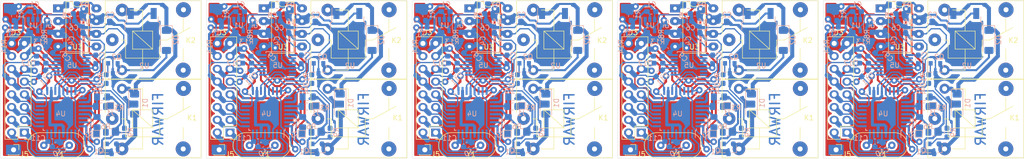
<source format=kicad_pcb>
(kicad_pcb (version 20171130) (host pcbnew 5.1.2)
  (layers (0 F.Cu signal hide) (31 B.Cu signal) (34 B.Paste user) (35 F.Paste user) (36 B.SilkS user) (37 F.SilkS user) (38 B.Mask user) (39 F.Mask user) (44 Edge.Cuts user))
  (net 0 "")
  (net 1 /TXD)
  (net 2 /RXD)
  (net 3 /TERMO)
  (net 4 GND)
  (net 5 /FIL1)
  (net 6 /RELAY1)
  (net 7 /FIL2)
  (net 8 /RELAY2)
  (net 9 /FIL3)
  (net 10 /FIL4)
  (net 11 /COL1)
  (net 12 /LCD_RS)
  (net 13 /COL2)
  (net 14 /LCD_E)
  (net 15 /COL3)
  (net 16 +5V)
  (net 17 /COL4)
  (net 18 /SS)
  (net 19 /MOSI)
  (net 20 /MISO)
  (net 21 /SCK)
  (net 22 "Net-(C1-Pad1)")
  (net 23 "/YELLOW(T-)")
  (net 24 "/RED(T+)")
  (net 25 "Net-(R7-Pad2)")
  (net 26 "Net-(R7-Pad1)")
  (net 27 /NEWPIECE)
  (net 28 "Net-(U4-Pad22)")
  (net 29 "Net-(K1-Pad1)")
  (net 30 "Net-(K1-Pad4)")
  (net 31 "Net-(K1-Pad3)")
  (net 32 "Net-(K2-Pad3)")
  (net 33 "Net-(K2-Pad4)")
  (net 34 "Net-(K2-Pad1)")
  (net 35 "Net-(J2-Pad1)")
  (net 36 "Net-(J1-Pad1)")
  (net 37 "Net-(U5-Pad6)")
  (net 38 "Net-(U5-Pad7)")
  (net 39 "Net-(U5-Pad13)")
  (net 40 "Net-(Q1-Pad1)")
  (net 41 "Net-(Q2-Pad1)")
  (net 42 "Net-(R11-Pad1)")
  (net 43 "Net-(R12-Pad1)")
  (net 44 "Net-(R13-Pad1)")
  (net 45 +3V3)
  (net 46 /PIECE-RESET)
  (net 47 /RESET-MCU)
  (net 48 "Net-(C10-Pad1)")
  (net 49 "Net-(C11-Pad2)")
  (net 50 "Net-(D1-Pad2)")
  (net 51 "Net-(D2-Pad2)")
  (net 52 +12V)
  (net 53 /Ref2.5v)
  (module Relay_THT:Relay_SPDT_SONGLE_SRD_Series_Form_C (layer F.Cu) (at 208.978 34.336)
    (fp_text reference K2 (at 15.6464 0.1064) (layer F.SilkS))
    (fp_text value SANYOU_SRD_Form_C)
    (pad 2 thru_hole circle (at 1.95 6.05 90) (size 2 2) (drill 1) (layers *.Cu *.Mask) (net 51 "Net-(D2-Pad2)"))
    (pad 3 thru_hole circle (at 14.15 6.05 90) (size 3 3) (drill 1) (layers *.Cu *.Mask) (net 32 "Net-(K2-Pad3)"))
    (pad 4 thru_hole circle (at 14.2 -6 90) (size 3 3) (drill 1) (layers *.Cu *.Mask) (net 33 "Net-(K2-Pad4)"))
    (pad 5 thru_hole circle (at 1.95 -5.95 90) (size 2.5 2.5) (drill 1) (layers *.Cu *.Mask) (net 52 +12V))
    (pad 1 thru_hole circle (at 0 0 90) (size 2.5 2.5) (drill 1) (layers *.Cu *.Mask) (net 34 "Net-(K2-Pad1)"))
  )
  (module Relay_THT:Relay_SPDT_SONGLE_SRD_Series_Form_C (layer F.Cu) (at 167.973 34.336)
    (fp_text reference K2 (at 15.6464 0.1064) (layer F.SilkS))
    (fp_text value SANYOU_SRD_Form_C)
    (pad 2 thru_hole circle (at 1.95 6.05 90) (size 2 2) (drill 1) (layers *.Cu *.Mask) (net 51 "Net-(D2-Pad2)"))
    (pad 3 thru_hole circle (at 14.15 6.05 90) (size 3 3) (drill 1) (layers *.Cu *.Mask) (net 32 "Net-(K2-Pad3)"))
    (pad 4 thru_hole circle (at 14.2 -6 90) (size 3 3) (drill 1) (layers *.Cu *.Mask) (net 33 "Net-(K2-Pad4)"))
    (pad 5 thru_hole circle (at 1.95 -5.95 90) (size 2.5 2.5) (drill 1) (layers *.Cu *.Mask) (net 52 +12V))
    (pad 1 thru_hole circle (at 0 0 90) (size 2.5 2.5) (drill 1) (layers *.Cu *.Mask) (net 34 "Net-(K2-Pad1)"))
  )
  (module Relay_THT:Relay_SPDT_SONGLE_SRD_Series_Form_C (layer F.Cu) (at 126.968 34.336)
    (fp_text reference K2 (at 15.6464 0.1064) (layer F.SilkS))
    (fp_text value SANYOU_SRD_Form_C)
    (pad 2 thru_hole circle (at 1.95 6.05 90) (size 2 2) (drill 1) (layers *.Cu *.Mask) (net 51 "Net-(D2-Pad2)"))
    (pad 3 thru_hole circle (at 14.15 6.05 90) (size 3 3) (drill 1) (layers *.Cu *.Mask) (net 32 "Net-(K2-Pad3)"))
    (pad 4 thru_hole circle (at 14.2 -6 90) (size 3 3) (drill 1) (layers *.Cu *.Mask) (net 33 "Net-(K2-Pad4)"))
    (pad 5 thru_hole circle (at 1.95 -5.95 90) (size 2.5 2.5) (drill 1) (layers *.Cu *.Mask) (net 52 +12V))
    (pad 1 thru_hole circle (at 0 0 90) (size 2.5 2.5) (drill 1) (layers *.Cu *.Mask) (net 34 "Net-(K2-Pad1)"))
  )
  (module Relay_THT:Relay_SPDT_SONGLE_SRD_Series_Form_C (layer F.Cu) (at 85.963 34.336)
    (fp_text reference K2 (at 15.6464 0.1064) (layer F.SilkS))
    (fp_text value SANYOU_SRD_Form_C)
    (pad 2 thru_hole circle (at 1.95 6.05 90) (size 2 2) (drill 1) (layers *.Cu *.Mask) (net 51 "Net-(D2-Pad2)"))
    (pad 3 thru_hole circle (at 14.15 6.05 90) (size 3 3) (drill 1) (layers *.Cu *.Mask) (net 32 "Net-(K2-Pad3)"))
    (pad 4 thru_hole circle (at 14.2 -6 90) (size 3 3) (drill 1) (layers *.Cu *.Mask) (net 33 "Net-(K2-Pad4)"))
    (pad 5 thru_hole circle (at 1.95 -5.95 90) (size 2.5 2.5) (drill 1) (layers *.Cu *.Mask) (net 52 +12V))
    (pad 1 thru_hole circle (at 0 0 90) (size 2.5 2.5) (drill 1) (layers *.Cu *.Mask) (net 34 "Net-(K2-Pad1)"))
  )
  (module Relay_THT:Relay_SPDT_SONGLE_SRD_Series_Form_C (layer F.Cu) (at 208.978 50.038)
    (fp_text reference K1 (at 15.9004 -0.1524) (layer F.SilkS))
    (fp_text value SANYOU_SRD_Form_C)
    (pad 2 thru_hole circle (at 1.95 6.05 90) (size 2.5 2.5) (drill 1) (layers *.Cu *.Mask) (net 50 "Net-(D1-Pad2)"))
    (pad 3 thru_hole circle (at 14.15 6.05 90) (size 3 3) (drill 1) (layers *.Cu *.Mask) (net 31 "Net-(K1-Pad3)"))
    (pad 4 thru_hole circle (at 14.2 -6 90) (size 3 3) (drill 1) (layers *.Cu *.Mask) (net 30 "Net-(K1-Pad4)"))
    (pad 5 thru_hole circle (at 1.95 -5.95 90) (size 2 2) (drill 1) (layers *.Cu *.Mask) (net 52 +12V))
    (pad 1 thru_hole circle (at 0 0 90) (size 2.5 2.5) (drill 1) (layers *.Cu *.Mask) (net 29 "Net-(K1-Pad1)"))
  )
  (module Relay_THT:Relay_SPDT_SONGLE_SRD_Series_Form_C (layer F.Cu) (at 167.973 50.038)
    (fp_text reference K1 (at 15.9004 -0.1524) (layer F.SilkS))
    (fp_text value SANYOU_SRD_Form_C)
    (pad 2 thru_hole circle (at 1.95 6.05 90) (size 2.5 2.5) (drill 1) (layers *.Cu *.Mask) (net 50 "Net-(D1-Pad2)"))
    (pad 3 thru_hole circle (at 14.15 6.05 90) (size 3 3) (drill 1) (layers *.Cu *.Mask) (net 31 "Net-(K1-Pad3)"))
    (pad 4 thru_hole circle (at 14.2 -6 90) (size 3 3) (drill 1) (layers *.Cu *.Mask) (net 30 "Net-(K1-Pad4)"))
    (pad 5 thru_hole circle (at 1.95 -5.95 90) (size 2 2) (drill 1) (layers *.Cu *.Mask) (net 52 +12V))
    (pad 1 thru_hole circle (at 0 0 90) (size 2.5 2.5) (drill 1) (layers *.Cu *.Mask) (net 29 "Net-(K1-Pad1)"))
  )
  (module Relay_THT:Relay_SPDT_SONGLE_SRD_Series_Form_C (layer F.Cu) (at 126.968 50.038)
    (fp_text reference K1 (at 15.9004 -0.1524) (layer F.SilkS))
    (fp_text value SANYOU_SRD_Form_C)
    (pad 2 thru_hole circle (at 1.95 6.05 90) (size 2.5 2.5) (drill 1) (layers *.Cu *.Mask) (net 50 "Net-(D1-Pad2)"))
    (pad 3 thru_hole circle (at 14.15 6.05 90) (size 3 3) (drill 1) (layers *.Cu *.Mask) (net 31 "Net-(K1-Pad3)"))
    (pad 4 thru_hole circle (at 14.2 -6 90) (size 3 3) (drill 1) (layers *.Cu *.Mask) (net 30 "Net-(K1-Pad4)"))
    (pad 5 thru_hole circle (at 1.95 -5.95 90) (size 2 2) (drill 1) (layers *.Cu *.Mask) (net 52 +12V))
    (pad 1 thru_hole circle (at 0 0 90) (size 2.5 2.5) (drill 1) (layers *.Cu *.Mask) (net 29 "Net-(K1-Pad1)"))
  )
  (module Relay_THT:Relay_SPDT_SONGLE_SRD_Series_Form_C (layer F.Cu) (at 85.963 50.038)
    (fp_text reference K1 (at 15.9004 -0.1524) (layer F.SilkS))
    (fp_text value SANYOU_SRD_Form_C)
    (pad 2 thru_hole circle (at 1.95 6.05 90) (size 2.5 2.5) (drill 1) (layers *.Cu *.Mask) (net 50 "Net-(D1-Pad2)"))
    (pad 3 thru_hole circle (at 14.15 6.05 90) (size 3 3) (drill 1) (layers *.Cu *.Mask) (net 31 "Net-(K1-Pad3)"))
    (pad 4 thru_hole circle (at 14.2 -6 90) (size 3 3) (drill 1) (layers *.Cu *.Mask) (net 30 "Net-(K1-Pad4)"))
    (pad 5 thru_hole circle (at 1.95 -5.95 90) (size 2 2) (drill 1) (layers *.Cu *.Mask) (net 52 +12V))
    (pad 1 thru_hole circle (at 0 0 90) (size 2.5 2.5) (drill 1) (layers *.Cu *.Mask) (net 29 "Net-(K1-Pad1)"))
  )
  (module Package_DIP:DIP-8_W7.62mm_LongPads (layer F.Cu) (at 198.183 28.067)
    (fp_text reference U3 (at 3.8608 7.6962) (layer F.SilkS))
    (fp_text value INA129)
    (pad 8 thru_hole oval (at 7.62 0) (size 2 1.6) (drill 0.7) (layers *.Cu *.Mask) (net 26 "Net-(R7-Pad1)"))
    (pad 4 thru_hole oval (at 0 7.62) (size 2 1.6) (drill 0.7) (layers *.Cu *.Mask) (net 4 GND))
    (pad 7 thru_hole oval (at 7.62 2.54) (size 2 1.6) (drill 0.7) (layers *.Cu *.Mask) (net 16 +5V))
    (pad 3 thru_hole oval (at 0 5.08) (size 2 1.6) (drill 0.7) (layers *.Cu *.Mask) (net 24 "/RED(T+)"))
    (pad 6 thru_hole oval (at 7.62 5.08) (size 2 1.6) (drill 0.7) (layers *.Cu *.Mask) (net 3 /TERMO))
    (pad 2 thru_hole oval (at 0 2.54) (size 2 1.6) (drill 0.7) (layers *.Cu *.Mask) (net 23 "/YELLOW(T-)"))
    (pad 5 thru_hole oval (at 7.62 7.62) (size 2 1.6) (drill 0.7) (layers *.Cu *.Mask) (net 53 /Ref2.5v))
    (pad 1 thru_hole rect (at 0 0) (size 2 1.6) (drill 0.7) (layers *.Cu *.Mask) (net 25 "Net-(R7-Pad2)"))
  )
  (module Package_DIP:DIP-8_W7.62mm_LongPads (layer F.Cu) (at 157.178 28.067)
    (fp_text reference U3 (at 3.8608 7.6962) (layer F.SilkS))
    (fp_text value INA129)
    (pad 8 thru_hole oval (at 7.62 0) (size 2 1.6) (drill 0.7) (layers *.Cu *.Mask) (net 26 "Net-(R7-Pad1)"))
    (pad 4 thru_hole oval (at 0 7.62) (size 2 1.6) (drill 0.7) (layers *.Cu *.Mask) (net 4 GND))
    (pad 7 thru_hole oval (at 7.62 2.54) (size 2 1.6) (drill 0.7) (layers *.Cu *.Mask) (net 16 +5V))
    (pad 3 thru_hole oval (at 0 5.08) (size 2 1.6) (drill 0.7) (layers *.Cu *.Mask) (net 24 "/RED(T+)"))
    (pad 6 thru_hole oval (at 7.62 5.08) (size 2 1.6) (drill 0.7) (layers *.Cu *.Mask) (net 3 /TERMO))
    (pad 2 thru_hole oval (at 0 2.54) (size 2 1.6) (drill 0.7) (layers *.Cu *.Mask) (net 23 "/YELLOW(T-)"))
    (pad 5 thru_hole oval (at 7.62 7.62) (size 2 1.6) (drill 0.7) (layers *.Cu *.Mask) (net 53 /Ref2.5v))
    (pad 1 thru_hole rect (at 0 0) (size 2 1.6) (drill 0.7) (layers *.Cu *.Mask) (net 25 "Net-(R7-Pad2)"))
  )
  (module Package_DIP:DIP-8_W7.62mm_LongPads (layer F.Cu) (at 116.173 28.067)
    (fp_text reference U3 (at 3.8608 7.6962) (layer F.SilkS))
    (fp_text value INA129)
    (pad 8 thru_hole oval (at 7.62 0) (size 2 1.6) (drill 0.7) (layers *.Cu *.Mask) (net 26 "Net-(R7-Pad1)"))
    (pad 4 thru_hole oval (at 0 7.62) (size 2 1.6) (drill 0.7) (layers *.Cu *.Mask) (net 4 GND))
    (pad 7 thru_hole oval (at 7.62 2.54) (size 2 1.6) (drill 0.7) (layers *.Cu *.Mask) (net 16 +5V))
    (pad 3 thru_hole oval (at 0 5.08) (size 2 1.6) (drill 0.7) (layers *.Cu *.Mask) (net 24 "/RED(T+)"))
    (pad 6 thru_hole oval (at 7.62 5.08) (size 2 1.6) (drill 0.7) (layers *.Cu *.Mask) (net 3 /TERMO))
    (pad 2 thru_hole oval (at 0 2.54) (size 2 1.6) (drill 0.7) (layers *.Cu *.Mask) (net 23 "/YELLOW(T-)"))
    (pad 5 thru_hole oval (at 7.62 7.62) (size 2 1.6) (drill 0.7) (layers *.Cu *.Mask) (net 53 /Ref2.5v))
    (pad 1 thru_hole rect (at 0 0) (size 2 1.6) (drill 0.7) (layers *.Cu *.Mask) (net 25 "Net-(R7-Pad2)"))
  )
  (module Package_DIP:DIP-8_W7.62mm_LongPads (layer F.Cu) (at 75.168 28.067)
    (fp_text reference U3 (at 3.8608 7.6962) (layer F.SilkS))
    (fp_text value INA129)
    (pad 8 thru_hole oval (at 7.62 0) (size 2 1.6) (drill 0.7) (layers *.Cu *.Mask) (net 26 "Net-(R7-Pad1)"))
    (pad 4 thru_hole oval (at 0 7.62) (size 2 1.6) (drill 0.7) (layers *.Cu *.Mask) (net 4 GND))
    (pad 7 thru_hole oval (at 7.62 2.54) (size 2 1.6) (drill 0.7) (layers *.Cu *.Mask) (net 16 +5V))
    (pad 3 thru_hole oval (at 0 5.08) (size 2 1.6) (drill 0.7) (layers *.Cu *.Mask) (net 24 "/RED(T+)"))
    (pad 6 thru_hole oval (at 7.62 5.08) (size 2 1.6) (drill 0.7) (layers *.Cu *.Mask) (net 3 /TERMO))
    (pad 2 thru_hole oval (at 0 2.54) (size 2 1.6) (drill 0.7) (layers *.Cu *.Mask) (net 23 "/YELLOW(T-)"))
    (pad 5 thru_hole oval (at 7.62 7.62) (size 2 1.6) (drill 0.7) (layers *.Cu *.Mask) (net 53 /Ref2.5v))
    (pad 1 thru_hole rect (at 0 0) (size 2 1.6) (drill 0.7) (layers *.Cu *.Mask) (net 25 "Net-(R7-Pad2)"))
  )
  (module Package_QFP:TQFP-32_7x7mm_P0.8mm (layer B.Cu) (at 198.818 48.768 90)
    (fp_text reference U4 (at -0.3048 -0.127 180) (layer B.SilkS) (effects (justify mirror)))
    (fp_text value ATmega328P-AU)
    (pad 32 smd rect (at -2.8 4.25) (size 1.6 0.4) (layers B.Cu B.Paste B.Mask) (net 5 /FIL1))
    (pad 31 smd rect (at -2 4.25) (size 2 0.4) (drill (offset 0.2 0)) (layers B.Cu B.Paste B.Mask) (net 1 /TXD))
    (pad 30 smd rect (at -1.2 4.25) (size 2 0.4) (drill (offset 0.2 0)) (layers B.Cu B.Paste B.Mask) (net 2 /RXD))
    (pad 29 smd rect (at -0.4 4.25) (size 1.6 0.4) (layers B.Cu B.Paste B.Mask) (net 47 /RESET-MCU))
    (pad 28 smd rect (at 0.4 4.25) (size 1.6 0.4) (layers B.Cu B.Paste B.Mask) (net 46 /PIECE-RESET))
    (pad 27 smd rect (at 1.2 4.25) (size 1.6 0.4) (layers B.Cu B.Paste B.Mask) (net 27 /NEWPIECE))
    (pad 26 smd rect (at 2 4.25) (size 1.6 0.4) (layers B.Cu B.Paste B.Mask) (net 8 /RELAY2))
    (pad 25 smd rect (at 2.8 4.25) (size 1.6 0.4) (layers B.Cu B.Paste B.Mask) (net 6 /RELAY1))
    (pad 24 smd rect (at 4.25 2.8 90) (size 1.6 0.4) (layers B.Cu B.Paste B.Mask) (net 14 /LCD_E))
    (pad 23 smd rect (at 4.25 2 90) (size 1.6 0.4) (layers B.Cu B.Paste B.Mask) (net 12 /LCD_RS))
    (pad 22 smd rect (at 4.25 1.2 90) (size 1.6 0.4) (layers B.Cu B.Paste B.Mask) (net 28 "Net-(U4-Pad22)"))
    (pad 21 smd rect (at 4.25 0.4 90) (size 1.6 0.4) (layers B.Cu B.Paste B.Mask) (net 4 GND))
    (pad 20 smd rect (at 4.25 -0.4 90) (size 1.6 0.4) (layers B.Cu B.Paste B.Mask) (net 16 +5V))
    (pad 19 smd rect (at 4.25 -1.2 90) (size 1.6 0.4) (layers B.Cu B.Paste B.Mask) (net 3 /TERMO))
    (pad 18 smd rect (at 4.25 -2 90) (size 1.6 0.4) (layers B.Cu B.Paste B.Mask) (net 16 +5V))
    (pad 17 smd rect (at 4.25 -2.8 90) (size 1.6 0.4) (layers B.Cu B.Paste B.Mask) (net 21 /SCK))
    (pad 16 smd rect (at 2.8 -4.25) (size 1.6 0.4) (layers B.Cu B.Paste B.Mask) (net 20 /MISO))
    (pad 15 smd rect (at 2 -4.25) (size 1.6 0.4) (layers B.Cu B.Paste B.Mask) (net 19 /MOSI))
    (pad 14 smd rect (at 1.2 -4.25) (size 1.6 0.4) (layers B.Cu B.Paste B.Mask) (net 18 /SS))
    (pad 13 smd rect (at 0.4 -4.25) (size 1.6 0.4) (layers B.Cu B.Paste B.Mask) (net 17 /COL4))
    (pad 12 smd rect (at -0.4 -4.25) (size 1.6 0.4) (layers B.Cu B.Paste B.Mask) (net 15 /COL3))
    (pad 11 smd rect (at -1.2 -4.25) (size 1.6 0.4) (layers B.Cu B.Paste B.Mask) (net 13 /COL2))
    (pad 10 smd rect (at -2 -4.25) (size 1.6 0.4) (layers B.Cu B.Paste B.Mask) (net 11 /COL1))
    (pad 9 smd rect (at -2.8 -4.25) (size 1.6 0.4) (layers B.Cu B.Paste B.Mask) (net 10 /FIL4))
    (pad 8 smd rect (at -4.25 -2.8 90) (size 1.6 0.4) (layers B.Cu B.Paste B.Mask) (net 49 "Net-(C11-Pad2)"))
    (pad 7 smd rect (at -4.25 -2 90) (size 1.6 0.4) (layers B.Cu B.Paste B.Mask) (net 48 "Net-(C10-Pad1)"))
    (pad 6 smd rect (at -4.25 -1.2 90) (size 1.6 0.4) (layers B.Cu B.Paste B.Mask) (net 16 +5V))
    (pad 5 smd rect (at -4.25 -0.4 90) (size 1.6 0.4) (layers B.Cu B.Paste B.Mask) (net 4 GND))
    (pad 4 smd rect (at -4.25 0.4 90) (size 1.6 0.4) (layers B.Cu B.Paste B.Mask) (net 16 +5V))
    (pad 3 smd rect (at -4.25 1.2 90) (size 1.6 0.4) (layers B.Cu B.Paste B.Mask) (net 4 GND))
    (pad 2 smd rect (at -4.25 2 90) (size 1.6 0.4) (layers B.Cu B.Paste B.Mask) (net 9 /FIL3))
    (pad 1 smd rect (at -4.25 2.8 90) (size 1.6 0.4) (layers B.Cu B.Paste B.Mask) (net 7 /FIL2))
  )
  (module Package_QFP:TQFP-32_7x7mm_P0.8mm (layer B.Cu) (at 157.813 48.768 90)
    (fp_text reference U4 (at -0.3048 -0.127 180) (layer B.SilkS) (effects (justify mirror)))
    (fp_text value ATmega328P-AU)
    (pad 32 smd rect (at -2.8 4.25) (size 1.6 0.4) (layers B.Cu B.Paste B.Mask) (net 5 /FIL1))
    (pad 31 smd rect (at -2 4.25) (size 2 0.4) (drill (offset 0.2 0)) (layers B.Cu B.Paste B.Mask) (net 1 /TXD))
    (pad 30 smd rect (at -1.2 4.25) (size 2 0.4) (drill (offset 0.2 0)) (layers B.Cu B.Paste B.Mask) (net 2 /RXD))
    (pad 29 smd rect (at -0.4 4.25) (size 1.6 0.4) (layers B.Cu B.Paste B.Mask) (net 47 /RESET-MCU))
    (pad 28 smd rect (at 0.4 4.25) (size 1.6 0.4) (layers B.Cu B.Paste B.Mask) (net 46 /PIECE-RESET))
    (pad 27 smd rect (at 1.2 4.25) (size 1.6 0.4) (layers B.Cu B.Paste B.Mask) (net 27 /NEWPIECE))
    (pad 26 smd rect (at 2 4.25) (size 1.6 0.4) (layers B.Cu B.Paste B.Mask) (net 8 /RELAY2))
    (pad 25 smd rect (at 2.8 4.25) (size 1.6 0.4) (layers B.Cu B.Paste B.Mask) (net 6 /RELAY1))
    (pad 24 smd rect (at 4.25 2.8 90) (size 1.6 0.4) (layers B.Cu B.Paste B.Mask) (net 14 /LCD_E))
    (pad 23 smd rect (at 4.25 2 90) (size 1.6 0.4) (layers B.Cu B.Paste B.Mask) (net 12 /LCD_RS))
    (pad 22 smd rect (at 4.25 1.2 90) (size 1.6 0.4) (layers B.Cu B.Paste B.Mask) (net 28 "Net-(U4-Pad22)"))
    (pad 21 smd rect (at 4.25 0.4 90) (size 1.6 0.4) (layers B.Cu B.Paste B.Mask) (net 4 GND))
    (pad 20 smd rect (at 4.25 -0.4 90) (size 1.6 0.4) (layers B.Cu B.Paste B.Mask) (net 16 +5V))
    (pad 19 smd rect (at 4.25 -1.2 90) (size 1.6 0.4) (layers B.Cu B.Paste B.Mask) (net 3 /TERMO))
    (pad 18 smd rect (at 4.25 -2 90) (size 1.6 0.4) (layers B.Cu B.Paste B.Mask) (net 16 +5V))
    (pad 17 smd rect (at 4.25 -2.8 90) (size 1.6 0.4) (layers B.Cu B.Paste B.Mask) (net 21 /SCK))
    (pad 16 smd rect (at 2.8 -4.25) (size 1.6 0.4) (layers B.Cu B.Paste B.Mask) (net 20 /MISO))
    (pad 15 smd rect (at 2 -4.25) (size 1.6 0.4) (layers B.Cu B.Paste B.Mask) (net 19 /MOSI))
    (pad 14 smd rect (at 1.2 -4.25) (size 1.6 0.4) (layers B.Cu B.Paste B.Mask) (net 18 /SS))
    (pad 13 smd rect (at 0.4 -4.25) (size 1.6 0.4) (layers B.Cu B.Paste B.Mask) (net 17 /COL4))
    (pad 12 smd rect (at -0.4 -4.25) (size 1.6 0.4) (layers B.Cu B.Paste B.Mask) (net 15 /COL3))
    (pad 11 smd rect (at -1.2 -4.25) (size 1.6 0.4) (layers B.Cu B.Paste B.Mask) (net 13 /COL2))
    (pad 10 smd rect (at -2 -4.25) (size 1.6 0.4) (layers B.Cu B.Paste B.Mask) (net 11 /COL1))
    (pad 9 smd rect (at -2.8 -4.25) (size 1.6 0.4) (layers B.Cu B.Paste B.Mask) (net 10 /FIL4))
    (pad 8 smd rect (at -4.25 -2.8 90) (size 1.6 0.4) (layers B.Cu B.Paste B.Mask) (net 49 "Net-(C11-Pad2)"))
    (pad 7 smd rect (at -4.25 -2 90) (size 1.6 0.4) (layers B.Cu B.Paste B.Mask) (net 48 "Net-(C10-Pad1)"))
    (pad 6 smd rect (at -4.25 -1.2 90) (size 1.6 0.4) (layers B.Cu B.Paste B.Mask) (net 16 +5V))
    (pad 5 smd rect (at -4.25 -0.4 90) (size 1.6 0.4) (layers B.Cu B.Paste B.Mask) (net 4 GND))
    (pad 4 smd rect (at -4.25 0.4 90) (size 1.6 0.4) (layers B.Cu B.Paste B.Mask) (net 16 +5V))
    (pad 3 smd rect (at -4.25 1.2 90) (size 1.6 0.4) (layers B.Cu B.Paste B.Mask) (net 4 GND))
    (pad 2 smd rect (at -4.25 2 90) (size 1.6 0.4) (layers B.Cu B.Paste B.Mask) (net 9 /FIL3))
    (pad 1 smd rect (at -4.25 2.8 90) (size 1.6 0.4) (layers B.Cu B.Paste B.Mask) (net 7 /FIL2))
  )
  (module Package_QFP:TQFP-32_7x7mm_P0.8mm (layer B.Cu) (at 116.808 48.768 90)
    (fp_text reference U4 (at -0.3048 -0.127 180) (layer B.SilkS) (effects (justify mirror)))
    (fp_text value ATmega328P-AU)
    (pad 32 smd rect (at -2.8 4.25) (size 1.6 0.4) (layers B.Cu B.Paste B.Mask) (net 5 /FIL1))
    (pad 31 smd rect (at -2 4.25) (size 2 0.4) (drill (offset 0.2 0)) (layers B.Cu B.Paste B.Mask) (net 1 /TXD))
    (pad 30 smd rect (at -1.2 4.25) (size 2 0.4) (drill (offset 0.2 0)) (layers B.Cu B.Paste B.Mask) (net 2 /RXD))
    (pad 29 smd rect (at -0.4 4.25) (size 1.6 0.4) (layers B.Cu B.Paste B.Mask) (net 47 /RESET-MCU))
    (pad 28 smd rect (at 0.4 4.25) (size 1.6 0.4) (layers B.Cu B.Paste B.Mask) (net 46 /PIECE-RESET))
    (pad 27 smd rect (at 1.2 4.25) (size 1.6 0.4) (layers B.Cu B.Paste B.Mask) (net 27 /NEWPIECE))
    (pad 26 smd rect (at 2 4.25) (size 1.6 0.4) (layers B.Cu B.Paste B.Mask) (net 8 /RELAY2))
    (pad 25 smd rect (at 2.8 4.25) (size 1.6 0.4) (layers B.Cu B.Paste B.Mask) (net 6 /RELAY1))
    (pad 24 smd rect (at 4.25 2.8 90) (size 1.6 0.4) (layers B.Cu B.Paste B.Mask) (net 14 /LCD_E))
    (pad 23 smd rect (at 4.25 2 90) (size 1.6 0.4) (layers B.Cu B.Paste B.Mask) (net 12 /LCD_RS))
    (pad 22 smd rect (at 4.25 1.2 90) (size 1.6 0.4) (layers B.Cu B.Paste B.Mask) (net 28 "Net-(U4-Pad22)"))
    (pad 21 smd rect (at 4.25 0.4 90) (size 1.6 0.4) (layers B.Cu B.Paste B.Mask) (net 4 GND))
    (pad 20 smd rect (at 4.25 -0.4 90) (size 1.6 0.4) (layers B.Cu B.Paste B.Mask) (net 16 +5V))
    (pad 19 smd rect (at 4.25 -1.2 90) (size 1.6 0.4) (layers B.Cu B.Paste B.Mask) (net 3 /TERMO))
    (pad 18 smd rect (at 4.25 -2 90) (size 1.6 0.4) (layers B.Cu B.Paste B.Mask) (net 16 +5V))
    (pad 17 smd rect (at 4.25 -2.8 90) (size 1.6 0.4) (layers B.Cu B.Paste B.Mask) (net 21 /SCK))
    (pad 16 smd rect (at 2.8 -4.25) (size 1.6 0.4) (layers B.Cu B.Paste B.Mask) (net 20 /MISO))
    (pad 15 smd rect (at 2 -4.25) (size 1.6 0.4) (layers B.Cu B.Paste B.Mask) (net 19 /MOSI))
    (pad 14 smd rect (at 1.2 -4.25) (size 1.6 0.4) (layers B.Cu B.Paste B.Mask) (net 18 /SS))
    (pad 13 smd rect (at 0.4 -4.25) (size 1.6 0.4) (layers B.Cu B.Paste B.Mask) (net 17 /COL4))
    (pad 12 smd rect (at -0.4 -4.25) (size 1.6 0.4) (layers B.Cu B.Paste B.Mask) (net 15 /COL3))
    (pad 11 smd rect (at -1.2 -4.25) (size 1.6 0.4) (layers B.Cu B.Paste B.Mask) (net 13 /COL2))
    (pad 10 smd rect (at -2 -4.25) (size 1.6 0.4) (layers B.Cu B.Paste B.Mask) (net 11 /COL1))
    (pad 9 smd rect (at -2.8 -4.25) (size 1.6 0.4) (layers B.Cu B.Paste B.Mask) (net 10 /FIL4))
    (pad 8 smd rect (at -4.25 -2.8 90) (size 1.6 0.4) (layers B.Cu B.Paste B.Mask) (net 49 "Net-(C11-Pad2)"))
    (pad 7 smd rect (at -4.25 -2 90) (size 1.6 0.4) (layers B.Cu B.Paste B.Mask) (net 48 "Net-(C10-Pad1)"))
    (pad 6 smd rect (at -4.25 -1.2 90) (size 1.6 0.4) (layers B.Cu B.Paste B.Mask) (net 16 +5V))
    (pad 5 smd rect (at -4.25 -0.4 90) (size 1.6 0.4) (layers B.Cu B.Paste B.Mask) (net 4 GND))
    (pad 4 smd rect (at -4.25 0.4 90) (size 1.6 0.4) (layers B.Cu B.Paste B.Mask) (net 16 +5V))
    (pad 3 smd rect (at -4.25 1.2 90) (size 1.6 0.4) (layers B.Cu B.Paste B.Mask) (net 4 GND))
    (pad 2 smd rect (at -4.25 2 90) (size 1.6 0.4) (layers B.Cu B.Paste B.Mask) (net 9 /FIL3))
    (pad 1 smd rect (at -4.25 2.8 90) (size 1.6 0.4) (layers B.Cu B.Paste B.Mask) (net 7 /FIL2))
  )
  (module Package_QFP:TQFP-32_7x7mm_P0.8mm (layer B.Cu) (at 75.803 48.768 90)
    (fp_text reference U4 (at -0.3048 -0.127 180) (layer B.SilkS) (effects (justify mirror)))
    (fp_text value ATmega328P-AU)
    (pad 32 smd rect (at -2.8 4.25) (size 1.6 0.4) (layers B.Cu B.Paste B.Mask) (net 5 /FIL1))
    (pad 31 smd rect (at -2 4.25) (size 2 0.4) (drill (offset 0.2 0)) (layers B.Cu B.Paste B.Mask) (net 1 /TXD))
    (pad 30 smd rect (at -1.2 4.25) (size 2 0.4) (drill (offset 0.2 0)) (layers B.Cu B.Paste B.Mask) (net 2 /RXD))
    (pad 29 smd rect (at -0.4 4.25) (size 1.6 0.4) (layers B.Cu B.Paste B.Mask) (net 47 /RESET-MCU))
    (pad 28 smd rect (at 0.4 4.25) (size 1.6 0.4) (layers B.Cu B.Paste B.Mask) (net 46 /PIECE-RESET))
    (pad 27 smd rect (at 1.2 4.25) (size 1.6 0.4) (layers B.Cu B.Paste B.Mask) (net 27 /NEWPIECE))
    (pad 26 smd rect (at 2 4.25) (size 1.6 0.4) (layers B.Cu B.Paste B.Mask) (net 8 /RELAY2))
    (pad 25 smd rect (at 2.8 4.25) (size 1.6 0.4) (layers B.Cu B.Paste B.Mask) (net 6 /RELAY1))
    (pad 24 smd rect (at 4.25 2.8 90) (size 1.6 0.4) (layers B.Cu B.Paste B.Mask) (net 14 /LCD_E))
    (pad 23 smd rect (at 4.25 2 90) (size 1.6 0.4) (layers B.Cu B.Paste B.Mask) (net 12 /LCD_RS))
    (pad 22 smd rect (at 4.25 1.2 90) (size 1.6 0.4) (layers B.Cu B.Paste B.Mask) (net 28 "Net-(U4-Pad22)"))
    (pad 21 smd rect (at 4.25 0.4 90) (size 1.6 0.4) (layers B.Cu B.Paste B.Mask) (net 4 GND))
    (pad 20 smd rect (at 4.25 -0.4 90) (size 1.6 0.4) (layers B.Cu B.Paste B.Mask) (net 16 +5V))
    (pad 19 smd rect (at 4.25 -1.2 90) (size 1.6 0.4) (layers B.Cu B.Paste B.Mask) (net 3 /TERMO))
    (pad 18 smd rect (at 4.25 -2 90) (size 1.6 0.4) (layers B.Cu B.Paste B.Mask) (net 16 +5V))
    (pad 17 smd rect (at 4.25 -2.8 90) (size 1.6 0.4) (layers B.Cu B.Paste B.Mask) (net 21 /SCK))
    (pad 16 smd rect (at 2.8 -4.25) (size 1.6 0.4) (layers B.Cu B.Paste B.Mask) (net 20 /MISO))
    (pad 15 smd rect (at 2 -4.25) (size 1.6 0.4) (layers B.Cu B.Paste B.Mask) (net 19 /MOSI))
    (pad 14 smd rect (at 1.2 -4.25) (size 1.6 0.4) (layers B.Cu B.Paste B.Mask) (net 18 /SS))
    (pad 13 smd rect (at 0.4 -4.25) (size 1.6 0.4) (layers B.Cu B.Paste B.Mask) (net 17 /COL4))
    (pad 12 smd rect (at -0.4 -4.25) (size 1.6 0.4) (layers B.Cu B.Paste B.Mask) (net 15 /COL3))
    (pad 11 smd rect (at -1.2 -4.25) (size 1.6 0.4) (layers B.Cu B.Paste B.Mask) (net 13 /COL2))
    (pad 10 smd rect (at -2 -4.25) (size 1.6 0.4) (layers B.Cu B.Paste B.Mask) (net 11 /COL1))
    (pad 9 smd rect (at -2.8 -4.25) (size 1.6 0.4) (layers B.Cu B.Paste B.Mask) (net 10 /FIL4))
    (pad 8 smd rect (at -4.25 -2.8 90) (size 1.6 0.4) (layers B.Cu B.Paste B.Mask) (net 49 "Net-(C11-Pad2)"))
    (pad 7 smd rect (at -4.25 -2 90) (size 1.6 0.4) (layers B.Cu B.Paste B.Mask) (net 48 "Net-(C10-Pad1)"))
    (pad 6 smd rect (at -4.25 -1.2 90) (size 1.6 0.4) (layers B.Cu B.Paste B.Mask) (net 16 +5V))
    (pad 5 smd rect (at -4.25 -0.4 90) (size 1.6 0.4) (layers B.Cu B.Paste B.Mask) (net 4 GND))
    (pad 4 smd rect (at -4.25 0.4 90) (size 1.6 0.4) (layers B.Cu B.Paste B.Mask) (net 16 +5V))
    (pad 3 smd rect (at -4.25 1.2 90) (size 1.6 0.4) (layers B.Cu B.Paste B.Mask) (net 4 GND))
    (pad 2 smd rect (at -4.25 2 90) (size 1.6 0.4) (layers B.Cu B.Paste B.Mask) (net 9 /FIL3))
    (pad 1 smd rect (at -4.25 2.8 90) (size 1.6 0.4) (layers B.Cu B.Paste B.Mask) (net 7 /FIL2))
  )
  (module Capacitor_SMD:C_0603_1608Metric_Pad1.05x0.95mm_HandSolder (layer B.Cu) (at 200.610001 30.607)
    (fp_text reference C6 (at 0.671799 1.3208) (layer B.SilkS) (effects (justify mirror)))
    (fp_text value 0.01uF)
    (pad 2 smd roundrect (at 0.875 0) (size 1.05 0.95) (layers B.Cu B.Paste B.Mask) (net 4 GND))
    (pad 1 smd roundrect (at -0.875 0) (size 1.05 0.95) (layers B.Cu B.Paste B.Mask) (net 23 "/YELLOW(T-)"))
  )
  (module Capacitor_SMD:C_0603_1608Metric_Pad1.05x0.95mm_HandSolder (layer B.Cu) (at 159.605001 30.607)
    (fp_text reference C6 (at 0.671799 1.3208) (layer B.SilkS) (effects (justify mirror)))
    (fp_text value 0.01uF)
    (pad 2 smd roundrect (at 0.875 0) (size 1.05 0.95) (layers B.Cu B.Paste B.Mask) (net 4 GND))
    (pad 1 smd roundrect (at -0.875 0) (size 1.05 0.95) (layers B.Cu B.Paste B.Mask) (net 23 "/YELLOW(T-)"))
  )
  (module Capacitor_SMD:C_0603_1608Metric_Pad1.05x0.95mm_HandSolder (layer B.Cu) (at 118.600001 30.607)
    (fp_text reference C6 (at 0.671799 1.3208) (layer B.SilkS) (effects (justify mirror)))
    (fp_text value 0.01uF)
    (pad 2 smd roundrect (at 0.875 0) (size 1.05 0.95) (layers B.Cu B.Paste B.Mask) (net 4 GND))
    (pad 1 smd roundrect (at -0.875 0) (size 1.05 0.95) (layers B.Cu B.Paste B.Mask) (net 23 "/YELLOW(T-)"))
  )
  (module Capacitor_SMD:C_0603_1608Metric_Pad1.05x0.95mm_HandSolder (layer B.Cu) (at 77.595001 30.607)
    (fp_text reference C6 (at 0.671799 1.3208) (layer B.SilkS) (effects (justify mirror)))
    (fp_text value 0.01uF)
    (pad 2 smd roundrect (at 0.875 0) (size 1.05 0.95) (layers B.Cu B.Paste B.Mask) (net 4 GND))
    (pad 1 smd roundrect (at -0.875 0) (size 1.05 0.95) (layers B.Cu B.Paste B.Mask) (net 23 "/YELLOW(T-)"))
  )
  (module Package_TO_SOT_SMD:SOT-23 (layer B.Cu) (at 204.009 30.668)
    (fp_text reference U6 (at -0.3396 0.066) (layer B.SilkS) (effects (justify mirror)))
    (fp_text value MCP1700-3302E_SOT23)
    (pad 3 smd rect (at 1 0) (size 0.9 0.8) (layers B.Cu B.Paste B.Mask) (net 16 +5V))
    (pad 2 smd rect (at -1 -0.95) (size 0.9 0.8) (layers B.Cu B.Paste B.Mask) (net 45 +3V3))
    (pad 1 smd rect (at -1 0.95) (size 0.9 0.8) (layers B.Cu B.Paste B.Mask) (net 4 GND))
  )
  (module Package_TO_SOT_SMD:SOT-23 (layer B.Cu) (at 163.004 30.668)
    (fp_text reference U6 (at -0.3396 0.066) (layer B.SilkS) (effects (justify mirror)))
    (fp_text value MCP1700-3302E_SOT23)
    (pad 3 smd rect (at 1 0) (size 0.9 0.8) (layers B.Cu B.Paste B.Mask) (net 16 +5V))
    (pad 2 smd rect (at -1 -0.95) (size 0.9 0.8) (layers B.Cu B.Paste B.Mask) (net 45 +3V3))
    (pad 1 smd rect (at -1 0.95) (size 0.9 0.8) (layers B.Cu B.Paste B.Mask) (net 4 GND))
  )
  (module Package_TO_SOT_SMD:SOT-23 (layer B.Cu) (at 121.999 30.668)
    (fp_text reference U6 (at -0.3396 0.066) (layer B.SilkS) (effects (justify mirror)))
    (fp_text value MCP1700-3302E_SOT23)
    (pad 3 smd rect (at 1 0) (size 0.9 0.8) (layers B.Cu B.Paste B.Mask) (net 16 +5V))
    (pad 2 smd rect (at -1 -0.95) (size 0.9 0.8) (layers B.Cu B.Paste B.Mask) (net 45 +3V3))
    (pad 1 smd rect (at -1 0.95) (size 0.9 0.8) (layers B.Cu B.Paste B.Mask) (net 4 GND))
  )
  (module Package_TO_SOT_SMD:SOT-23 (layer B.Cu) (at 80.994 30.668)
    (fp_text reference U6 (at -0.3396 0.066) (layer B.SilkS) (effects (justify mirror)))
    (fp_text value MCP1700-3302E_SOT23)
    (pad 3 smd rect (at 1 0) (size 0.9 0.8) (layers B.Cu B.Paste B.Mask) (net 16 +5V))
    (pad 2 smd rect (at -1 -0.95) (size 0.9 0.8) (layers B.Cu B.Paste B.Mask) (net 45 +3V3))
    (pad 1 smd rect (at -1 0.95) (size 0.9 0.8) (layers B.Cu B.Paste B.Mask) (net 4 GND))
  )
  (module Package_TO_SOT_SMD:SOT-23 (layer B.Cu) (at 208.851 56.0865 270)
    (fp_text reference Q1 (at 0.4539 2.5908 10) (layer B.SilkS) (effects (justify mirror)))
    (fp_text value PZT2222A)
    (pad 1 smd rect (at -1 0.95 270) (size 0.9 0.8) (layers B.Cu B.Paste B.Mask) (net 40 "Net-(Q1-Pad1)"))
    (pad 2 smd rect (at -1 -0.95 270) (size 0.9 0.8) (layers B.Cu B.Paste B.Mask) (net 50 "Net-(D1-Pad2)"))
    (pad 3 smd rect (at 1 0 270) (size 0.9 0.8) (layers B.Cu B.Paste B.Mask) (net 4 GND))
  )
  (module Package_TO_SOT_SMD:SOT-23 (layer B.Cu) (at 167.846 56.0865 270)
    (fp_text reference Q1 (at 0.4539 2.5908 10) (layer B.SilkS) (effects (justify mirror)))
    (fp_text value PZT2222A)
    (pad 1 smd rect (at -1 0.95 270) (size 0.9 0.8) (layers B.Cu B.Paste B.Mask) (net 40 "Net-(Q1-Pad1)"))
    (pad 2 smd rect (at -1 -0.95 270) (size 0.9 0.8) (layers B.Cu B.Paste B.Mask) (net 50 "Net-(D1-Pad2)"))
    (pad 3 smd rect (at 1 0 270) (size 0.9 0.8) (layers B.Cu B.Paste B.Mask) (net 4 GND))
  )
  (module Package_TO_SOT_SMD:SOT-23 (layer B.Cu) (at 126.841 56.0865 270)
    (fp_text reference Q1 (at 0.4539 2.5908 10) (layer B.SilkS) (effects (justify mirror)))
    (fp_text value PZT2222A)
    (pad 1 smd rect (at -1 0.95 270) (size 0.9 0.8) (layers B.Cu B.Paste B.Mask) (net 40 "Net-(Q1-Pad1)"))
    (pad 2 smd rect (at -1 -0.95 270) (size 0.9 0.8) (layers B.Cu B.Paste B.Mask) (net 50 "Net-(D1-Pad2)"))
    (pad 3 smd rect (at 1 0 270) (size 0.9 0.8) (layers B.Cu B.Paste B.Mask) (net 4 GND))
  )
  (module Package_TO_SOT_SMD:SOT-23 (layer B.Cu) (at 85.836 56.0865 270)
    (fp_text reference Q1 (at 0.4539 2.5908 10) (layer B.SilkS) (effects (justify mirror)))
    (fp_text value PZT2222A)
    (pad 1 smd rect (at -1 0.95 270) (size 0.9 0.8) (layers B.Cu B.Paste B.Mask) (net 40 "Net-(Q1-Pad1)"))
    (pad 2 smd rect (at -1 -0.95 270) (size 0.9 0.8) (layers B.Cu B.Paste B.Mask) (net 50 "Net-(D1-Pad2)"))
    (pad 3 smd rect (at 1 0 270) (size 0.9 0.8) (layers B.Cu B.Paste B.Mask) (net 4 GND))
  )
  (module Resistor_SMD:R_0805_2012Metric_Pad1.15x1.40mm_HandSolder (layer B.Cu) (at 200.85 27.3685 180)
    (fp_text reference R7 (at -2.5908 -0.0635 180) (layer B.SilkS) (effects (justify mirror)))
    (fp_text value 499)
    (pad 2 smd roundrect (at 1.025 0 180) (size 1.15 1.4) (layers B.Cu B.Paste B.Mask) (roundrect_rratio 0.217391) (net 25 "Net-(R7-Pad2)"))
    (pad 1 smd roundrect (at -1.025 0 180) (size 1.15 1.4) (layers B.Cu B.Paste B.Mask) (roundrect_rratio 0.217391) (net 26 "Net-(R7-Pad1)"))
  )
  (module Resistor_SMD:R_0805_2012Metric_Pad1.15x1.40mm_HandSolder (layer B.Cu) (at 159.845 27.3685 180)
    (fp_text reference R7 (at -2.5908 -0.0635 180) (layer B.SilkS) (effects (justify mirror)))
    (fp_text value 499)
    (pad 2 smd roundrect (at 1.025 0 180) (size 1.15 1.4) (layers B.Cu B.Paste B.Mask) (roundrect_rratio 0.217391) (net 25 "Net-(R7-Pad2)"))
    (pad 1 smd roundrect (at -1.025 0 180) (size 1.15 1.4) (layers B.Cu B.Paste B.Mask) (roundrect_rratio 0.217391) (net 26 "Net-(R7-Pad1)"))
  )
  (module Resistor_SMD:R_0805_2012Metric_Pad1.15x1.40mm_HandSolder (layer B.Cu) (at 118.84 27.3685 180)
    (fp_text reference R7 (at -2.5908 -0.0635 180) (layer B.SilkS) (effects (justify mirror)))
    (fp_text value 499)
    (pad 2 smd roundrect (at 1.025 0 180) (size 1.15 1.4) (layers B.Cu B.Paste B.Mask) (roundrect_rratio 0.217391) (net 25 "Net-(R7-Pad2)"))
    (pad 1 smd roundrect (at -1.025 0 180) (size 1.15 1.4) (layers B.Cu B.Paste B.Mask) (roundrect_rratio 0.217391) (net 26 "Net-(R7-Pad1)"))
  )
  (module Resistor_SMD:R_0805_2012Metric_Pad1.15x1.40mm_HandSolder (layer B.Cu) (at 77.835 27.3685 180)
    (fp_text reference R7 (at -2.5908 -0.0635 180) (layer B.SilkS) (effects (justify mirror)))
    (fp_text value 499)
    (pad 2 smd roundrect (at 1.025 0 180) (size 1.15 1.4) (layers B.Cu B.Paste B.Mask) (roundrect_rratio 0.217391) (net 25 "Net-(R7-Pad2)"))
    (pad 1 smd roundrect (at -1.025 0 180) (size 1.15 1.4) (layers B.Cu B.Paste B.Mask) (roundrect_rratio 0.217391) (net 26 "Net-(R7-Pad1)"))
  )
  (module Capacitor_SMD:C_0603_1608Metric_Pad1.05x0.95mm_HandSolder (layer B.Cu) (at 199.58 34.403 90)
    (fp_text reference C4 (at -0.1156 1.27 90) (layer B.SilkS) (effects (justify mirror)))
    (fp_text value 0.01uF)
    (pad 1 smd roundrect (at -0.875 0 90) (size 1.05 0.95) (layers B.Cu B.Paste B.Mask) (net 4 GND))
    (pad 2 smd roundrect (at 0.875 0 90) (size 1.05 0.95) (layers B.Cu B.Paste B.Mask) (net 24 "/RED(T+)"))
  )
  (module Capacitor_SMD:C_0603_1608Metric_Pad1.05x0.95mm_HandSolder (layer B.Cu) (at 158.575 34.403 90)
    (fp_text reference C4 (at -0.1156 1.27 90) (layer B.SilkS) (effects (justify mirror)))
    (fp_text value 0.01uF)
    (pad 1 smd roundrect (at -0.875 0 90) (size 1.05 0.95) (layers B.Cu B.Paste B.Mask) (net 4 GND))
    (pad 2 smd roundrect (at 0.875 0 90) (size 1.05 0.95) (layers B.Cu B.Paste B.Mask) (net 24 "/RED(T+)"))
  )
  (module Capacitor_SMD:C_0603_1608Metric_Pad1.05x0.95mm_HandSolder (layer B.Cu) (at 117.57 34.403 90)
    (fp_text reference C4 (at -0.1156 1.27 90) (layer B.SilkS) (effects (justify mirror)))
    (fp_text value 0.01uF)
    (pad 1 smd roundrect (at -0.875 0 90) (size 1.05 0.95) (layers B.Cu B.Paste B.Mask) (net 4 GND))
    (pad 2 smd roundrect (at 0.875 0 90) (size 1.05 0.95) (layers B.Cu B.Paste B.Mask) (net 24 "/RED(T+)"))
  )
  (module Capacitor_SMD:C_0603_1608Metric_Pad1.05x0.95mm_HandSolder (layer B.Cu) (at 76.565 34.403 90)
    (fp_text reference C4 (at -0.1156 1.27 90) (layer B.SilkS) (effects (justify mirror)))
    (fp_text value 0.01uF)
    (pad 1 smd roundrect (at -0.875 0 90) (size 1.05 0.95) (layers B.Cu B.Paste B.Mask) (net 4 GND))
    (pad 2 smd roundrect (at 0.875 0 90) (size 1.05 0.95) (layers B.Cu B.Paste B.Mask) (net 24 "/RED(T+)"))
  )
  (module Capacitor_SMD:C_0603_1608Metric_Pad1.05x0.95mm_HandSolder (layer B.Cu) (at 207.595001 30.607)
    (fp_text reference C2 (at 0.951199 -1.2446) (layer B.SilkS) (effects (justify mirror)))
    (fp_text value 0.1uF)
    (pad 2 smd roundrect (at 0.875 0) (size 1.05 0.95) (layers B.Cu B.Paste B.Mask) (net 4 GND))
    (pad 1 smd roundrect (at -0.875 0) (size 1.05 0.95) (layers B.Cu B.Paste B.Mask) (net 16 +5V))
  )
  (module Capacitor_SMD:C_0603_1608Metric_Pad1.05x0.95mm_HandSolder (layer B.Cu) (at 166.590001 30.607)
    (fp_text reference C2 (at 0.951199 -1.2446) (layer B.SilkS) (effects (justify mirror)))
    (fp_text value 0.1uF)
    (pad 2 smd roundrect (at 0.875 0) (size 1.05 0.95) (layers B.Cu B.Paste B.Mask) (net 4 GND))
    (pad 1 smd roundrect (at -0.875 0) (size 1.05 0.95) (layers B.Cu B.Paste B.Mask) (net 16 +5V))
  )
  (module Capacitor_SMD:C_0603_1608Metric_Pad1.05x0.95mm_HandSolder (layer B.Cu) (at 125.585001 30.607)
    (fp_text reference C2 (at 0.951199 -1.2446) (layer B.SilkS) (effects (justify mirror)))
    (fp_text value 0.1uF)
    (pad 2 smd roundrect (at 0.875 0) (size 1.05 0.95) (layers B.Cu B.Paste B.Mask) (net 4 GND))
    (pad 1 smd roundrect (at -0.875 0) (size 1.05 0.95) (layers B.Cu B.Paste B.Mask) (net 16 +5V))
  )
  (module Capacitor_SMD:C_0603_1608Metric_Pad1.05x0.95mm_HandSolder (layer B.Cu) (at 84.580001 30.607)
    (fp_text reference C2 (at 0.951199 -1.2446) (layer B.SilkS) (effects (justify mirror)))
    (fp_text value 0.1uF)
    (pad 2 smd roundrect (at 0.875 0) (size 1.05 0.95) (layers B.Cu B.Paste B.Mask) (net 4 GND))
    (pad 1 smd roundrect (at -0.875 0) (size 1.05 0.95) (layers B.Cu B.Paste B.Mask) (net 16 +5V))
  )
  (module Capacitor_SMD:C_0603_1608Metric_Pad1.05x0.95mm_HandSolder (layer B.Cu) (at 199.072 31.609 90)
    (fp_text reference C5 (at 0.4686 -2.6416 90) (layer B.SilkS) (effects (justify mirror)))
    (fp_text value 0.1uF)
    (pad 2 smd roundrect (at 0.875 0 90) (size 1.05 0.95) (layers B.Cu B.Paste B.Mask) (net 23 "/YELLOW(T-)"))
    (pad 1 smd roundrect (at -0.875 0 90) (size 1.05 0.95) (layers B.Cu B.Paste B.Mask) (net 24 "/RED(T+)"))
  )
  (module Capacitor_SMD:C_0603_1608Metric_Pad1.05x0.95mm_HandSolder (layer B.Cu) (at 158.067 31.609 90)
    (fp_text reference C5 (at 0.4686 -2.6416 90) (layer B.SilkS) (effects (justify mirror)))
    (fp_text value 0.1uF)
    (pad 2 smd roundrect (at 0.875 0 90) (size 1.05 0.95) (layers B.Cu B.Paste B.Mask) (net 23 "/YELLOW(T-)"))
    (pad 1 smd roundrect (at -0.875 0 90) (size 1.05 0.95) (layers B.Cu B.Paste B.Mask) (net 24 "/RED(T+)"))
  )
  (module Capacitor_SMD:C_0603_1608Metric_Pad1.05x0.95mm_HandSolder (layer B.Cu) (at 117.062 31.609 90)
    (fp_text reference C5 (at 0.4686 -2.6416 90) (layer B.SilkS) (effects (justify mirror)))
    (fp_text value 0.1uF)
    (pad 2 smd roundrect (at 0.875 0 90) (size 1.05 0.95) (layers B.Cu B.Paste B.Mask) (net 23 "/YELLOW(T-)"))
    (pad 1 smd roundrect (at -0.875 0 90) (size 1.05 0.95) (layers B.Cu B.Paste B.Mask) (net 24 "/RED(T+)"))
  )
  (module Capacitor_SMD:C_0603_1608Metric_Pad1.05x0.95mm_HandSolder (layer B.Cu) (at 76.057 31.609 90)
    (fp_text reference C5 (at 0.4686 -2.6416 90) (layer B.SilkS) (effects (justify mirror)))
    (fp_text value 0.1uF)
    (pad 2 smd roundrect (at 0.875 0 90) (size 1.05 0.95) (layers B.Cu B.Paste B.Mask) (net 23 "/YELLOW(T-)"))
    (pad 1 smd roundrect (at -0.875 0 90) (size 1.05 0.95) (layers B.Cu B.Paste B.Mask) (net 24 "/RED(T+)"))
  )
  (module Resistor_SMD:R_0603_1608Metric_Pad1.05x0.95mm_HandSolder (layer B.Cu) (at 195.008 41.021 225)
    (fp_text reference R11 (at 0.287368 -1.293157 225) (layer B.SilkS) (effects (justify mirror)))
    (fp_text value 1k)
    (pad 2 smd roundrect (at 0.875 0 225) (size 1.05 0.95) (layers B.Cu B.Paste B.Mask) (net 21 /SCK))
    (pad 1 smd roundrect (at -0.875 0 225) (size 1.05 0.95) (layers B.Cu B.Paste B.Mask) (net 42 "Net-(R11-Pad1)"))
  )
  (module Resistor_SMD:R_0603_1608Metric_Pad1.05x0.95mm_HandSolder (layer B.Cu) (at 154.003 41.021 225)
    (fp_text reference R11 (at 0.287368 -1.293157 225) (layer B.SilkS) (effects (justify mirror)))
    (fp_text value 1k)
    (pad 2 smd roundrect (at 0.875 0 225) (size 1.05 0.95) (layers B.Cu B.Paste B.Mask) (net 21 /SCK))
    (pad 1 smd roundrect (at -0.875 0 225) (size 1.05 0.95) (layers B.Cu B.Paste B.Mask) (net 42 "Net-(R11-Pad1)"))
  )
  (module Resistor_SMD:R_0603_1608Metric_Pad1.05x0.95mm_HandSolder (layer B.Cu) (at 112.998 41.021 225)
    (fp_text reference R11 (at 0.287368 -1.293157 225) (layer B.SilkS) (effects (justify mirror)))
    (fp_text value 1k)
    (pad 2 smd roundrect (at 0.875 0 225) (size 1.05 0.95) (layers B.Cu B.Paste B.Mask) (net 21 /SCK))
    (pad 1 smd roundrect (at -0.875 0 225) (size 1.05 0.95) (layers B.Cu B.Paste B.Mask) (net 42 "Net-(R11-Pad1)"))
  )
  (module Resistor_SMD:R_0603_1608Metric_Pad1.05x0.95mm_HandSolder (layer B.Cu) (at 71.993 41.021 225)
    (fp_text reference R11 (at 0.287368 -1.293157 225) (layer B.SilkS) (effects (justify mirror)))
    (fp_text value 1k)
    (pad 2 smd roundrect (at 0.875 0 225) (size 1.05 0.95) (layers B.Cu B.Paste B.Mask) (net 21 /SCK))
    (pad 1 smd roundrect (at -0.875 0 225) (size 1.05 0.95) (layers B.Cu B.Paste B.Mask) (net 42 "Net-(R11-Pad1)"))
  )
  (module Crystal:Crystal_HC49-4H_Vertical (layer F.Cu) (at 200.215 55.372 180)
    (fp_text reference Y1 (at 1.6764 -1.7526 180) (layer F.SilkS))
    (fp_text value 16MHz)
    (pad 2 thru_hole circle (at 4.88 0 180) (size 1.5 1.5) (drill 0.7) (layers *.Cu *.Mask) (net 49 "Net-(C11-Pad2)"))
    (pad 1 thru_hole circle (at -0.1905 0 180) (size 1.5 1.5) (drill 0.7) (layers *.Cu *.Mask) (net 48 "Net-(C10-Pad1)"))
  )
  (module Crystal:Crystal_HC49-4H_Vertical (layer F.Cu) (at 159.21 55.372 180)
    (fp_text reference Y1 (at 1.6764 -1.7526 180) (layer F.SilkS))
    (fp_text value 16MHz)
    (pad 2 thru_hole circle (at 4.88 0 180) (size 1.5 1.5) (drill 0.7) (layers *.Cu *.Mask) (net 49 "Net-(C11-Pad2)"))
    (pad 1 thru_hole circle (at -0.1905 0 180) (size 1.5 1.5) (drill 0.7) (layers *.Cu *.Mask) (net 48 "Net-(C10-Pad1)"))
  )
  (module Crystal:Crystal_HC49-4H_Vertical (layer F.Cu) (at 118.205 55.372 180)
    (fp_text reference Y1 (at 1.6764 -1.7526 180) (layer F.SilkS))
    (fp_text value 16MHz)
    (pad 2 thru_hole circle (at 4.88 0 180) (size 1.5 1.5) (drill 0.7) (layers *.Cu *.Mask) (net 49 "Net-(C11-Pad2)"))
    (pad 1 thru_hole circle (at -0.1905 0 180) (size 1.5 1.5) (drill 0.7) (layers *.Cu *.Mask) (net 48 "Net-(C10-Pad1)"))
  )
  (module Crystal:Crystal_HC49-4H_Vertical (layer F.Cu) (at 77.2 55.372 180)
    (fp_text reference Y1 (at 1.6764 -1.7526 180) (layer F.SilkS))
    (fp_text value 16MHz)
    (pad 2 thru_hole circle (at 4.88 0 180) (size 1.5 1.5) (drill 0.7) (layers *.Cu *.Mask) (net 49 "Net-(C11-Pad2)"))
    (pad 1 thru_hole circle (at -0.1905 0 180) (size 1.5 1.5) (drill 0.7) (layers *.Cu *.Mask) (net 48 "Net-(C10-Pad1)"))
  )
  (module Connector_PinHeader_2.54mm:PinHeader_2x08_P2.54mm_Vertical (layer F.Cu) (at 191.452 52.832 180)
    (fp_text reference J3 (at 1.524 19.939 180) (layer F.SilkS))
    (fp_text value Conn_02x08_Odd_Even)
    (pad 16 thru_hole oval (at 2.54 17.78 180) (size 1.8 1.6) (drill 1) (layers *.Cu *.Mask) (net 4 GND))
    (pad 15 thru_hole oval (at 0 17.78 180) (size 1.8 1.6) (drill 1) (layers *.Cu *.Mask) (net 16 +5V))
    (pad 14 thru_hole oval (at 2.54 15.24 180) (size 1.8 1.6) (drill 1) (layers *.Cu *.Mask) (net 12 /LCD_RS))
    (pad 13 thru_hole oval (at 0 15.24 180) (size 1.8 1.6) (drill 1) (layers *.Cu *.Mask) (net 47 /RESET-MCU))
    (pad 12 thru_hole oval (at 2.54 12.7 180) (size 1.8 1.6) (drill 1) (layers *.Cu *.Mask) (net 21 /SCK))
    (pad 11 thru_hole oval (at 0 12.7 180) (size 1.8 1.6) (drill 1) (layers *.Cu *.Mask) (net 14 /LCD_E))
    (pad 10 thru_hole oval (at 2.54 10.16 180) (size 1.8 1.6) (drill 1) (layers *.Cu *.Mask) (net 19 /MOSI))
    (pad 9 thru_hole oval (at 0 10.16 180) (size 1.8 1.6) (drill 1) (layers *.Cu *.Mask) (net 20 /MISO))
    (pad 8 thru_hole oval (at 2.54 7.62 180) (size 1.8 1.6) (drill 1) (layers *.Cu *.Mask) (net 15 /COL3))
    (pad 7 thru_hole oval (at 0 7.62 180) (size 1.8 1.6) (drill 1) (layers *.Cu *.Mask) (net 17 /COL4))
    (pad 6 thru_hole oval (at 2.54 5.08 180) (size 1.8 1.6) (drill 1) (layers *.Cu *.Mask) (net 11 /COL1))
    (pad 5 thru_hole oval (at 0 5.08 180) (size 1.8 1.6) (drill 1) (layers *.Cu *.Mask) (net 13 /COL2))
    (pad 4 thru_hole oval (at 2.54 2.54 180) (size 1.8 1.6) (drill 1) (layers *.Cu *.Mask) (net 9 /FIL3))
    (pad 3 thru_hole oval (at 0 2.54 180) (size 1.8 1.6) (drill 1) (layers *.Cu *.Mask) (net 10 /FIL4))
    (pad 2 thru_hole oval (at 2.54 0 180) (size 1.8 1.6) (drill 1) (layers *.Cu *.Mask) (net 5 /FIL1))
    (pad 1 thru_hole rect (at 0 0 180) (size 1.8 1.6) (drill 1) (layers *.Cu *.Mask) (net 7 /FIL2))
  )
  (module Connector_PinHeader_2.54mm:PinHeader_2x08_P2.54mm_Vertical (layer F.Cu) (at 150.447 52.832 180)
    (fp_text reference J3 (at 1.524 19.939 180) (layer F.SilkS))
    (fp_text value Conn_02x08_Odd_Even)
    (pad 16 thru_hole oval (at 2.54 17.78 180) (size 1.8 1.6) (drill 1) (layers *.Cu *.Mask) (net 4 GND))
    (pad 15 thru_hole oval (at 0 17.78 180) (size 1.8 1.6) (drill 1) (layers *.Cu *.Mask) (net 16 +5V))
    (pad 14 thru_hole oval (at 2.54 15.24 180) (size 1.8 1.6) (drill 1) (layers *.Cu *.Mask) (net 12 /LCD_RS))
    (pad 13 thru_hole oval (at 0 15.24 180) (size 1.8 1.6) (drill 1) (layers *.Cu *.Mask) (net 47 /RESET-MCU))
    (pad 12 thru_hole oval (at 2.54 12.7 180) (size 1.8 1.6) (drill 1) (layers *.Cu *.Mask) (net 21 /SCK))
    (pad 11 thru_hole oval (at 0 12.7 180) (size 1.8 1.6) (drill 1) (layers *.Cu *.Mask) (net 14 /LCD_E))
    (pad 10 thru_hole oval (at 2.54 10.16 180) (size 1.8 1.6) (drill 1) (layers *.Cu *.Mask) (net 19 /MOSI))
    (pad 9 thru_hole oval (at 0 10.16 180) (size 1.8 1.6) (drill 1) (layers *.Cu *.Mask) (net 20 /MISO))
    (pad 8 thru_hole oval (at 2.54 7.62 180) (size 1.8 1.6) (drill 1) (layers *.Cu *.Mask) (net 15 /COL3))
    (pad 7 thru_hole oval (at 0 7.62 180) (size 1.8 1.6) (drill 1) (layers *.Cu *.Mask) (net 17 /COL4))
    (pad 6 thru_hole oval (at 2.54 5.08 180) (size 1.8 1.6) (drill 1) (layers *.Cu *.Mask) (net 11 /COL1))
    (pad 5 thru_hole oval (at 0 5.08 180) (size 1.8 1.6) (drill 1) (layers *.Cu *.Mask) (net 13 /COL2))
    (pad 4 thru_hole oval (at 2.54 2.54 180) (size 1.8 1.6) (drill 1) (layers *.Cu *.Mask) (net 9 /FIL3))
    (pad 3 thru_hole oval (at 0 2.54 180) (size 1.8 1.6) (drill 1) (layers *.Cu *.Mask) (net 10 /FIL4))
    (pad 2 thru_hole oval (at 2.54 0 180) (size 1.8 1.6) (drill 1) (layers *.Cu *.Mask) (net 5 /FIL1))
    (pad 1 thru_hole rect (at 0 0 180) (size 1.8 1.6) (drill 1) (layers *.Cu *.Mask) (net 7 /FIL2))
  )
  (module Connector_PinHeader_2.54mm:PinHeader_2x08_P2.54mm_Vertical (layer F.Cu) (at 109.442 52.832 180)
    (fp_text reference J3 (at 1.524 19.939 180) (layer F.SilkS))
    (fp_text value Conn_02x08_Odd_Even)
    (pad 16 thru_hole oval (at 2.54 17.78 180) (size 1.8 1.6) (drill 1) (layers *.Cu *.Mask) (net 4 GND))
    (pad 15 thru_hole oval (at 0 17.78 180) (size 1.8 1.6) (drill 1) (layers *.Cu *.Mask) (net 16 +5V))
    (pad 14 thru_hole oval (at 2.54 15.24 180) (size 1.8 1.6) (drill 1) (layers *.Cu *.Mask) (net 12 /LCD_RS))
    (pad 13 thru_hole oval (at 0 15.24 180) (size 1.8 1.6) (drill 1) (layers *.Cu *.Mask) (net 47 /RESET-MCU))
    (pad 12 thru_hole oval (at 2.54 12.7 180) (size 1.8 1.6) (drill 1) (layers *.Cu *.Mask) (net 21 /SCK))
    (pad 11 thru_hole oval (at 0 12.7 180) (size 1.8 1.6) (drill 1) (layers *.Cu *.Mask) (net 14 /LCD_E))
    (pad 10 thru_hole oval (at 2.54 10.16 180) (size 1.8 1.6) (drill 1) (layers *.Cu *.Mask) (net 19 /MOSI))
    (pad 9 thru_hole oval (at 0 10.16 180) (size 1.8 1.6) (drill 1) (layers *.Cu *.Mask) (net 20 /MISO))
    (pad 8 thru_hole oval (at 2.54 7.62 180) (size 1.8 1.6) (drill 1) (layers *.Cu *.Mask) (net 15 /COL3))
    (pad 7 thru_hole oval (at 0 7.62 180) (size 1.8 1.6) (drill 1) (layers *.Cu *.Mask) (net 17 /COL4))
    (pad 6 thru_hole oval (at 2.54 5.08 180) (size 1.8 1.6) (drill 1) (layers *.Cu *.Mask) (net 11 /COL1))
    (pad 5 thru_hole oval (at 0 5.08 180) (size 1.8 1.6) (drill 1) (layers *.Cu *.Mask) (net 13 /COL2))
    (pad 4 thru_hole oval (at 2.54 2.54 180) (size 1.8 1.6) (drill 1) (layers *.Cu *.Mask) (net 9 /FIL3))
    (pad 3 thru_hole oval (at 0 2.54 180) (size 1.8 1.6) (drill 1) (layers *.Cu *.Mask) (net 10 /FIL4))
    (pad 2 thru_hole oval (at 2.54 0 180) (size 1.8 1.6) (drill 1) (layers *.Cu *.Mask) (net 5 /FIL1))
    (pad 1 thru_hole rect (at 0 0 180) (size 1.8 1.6) (drill 1) (layers *.Cu *.Mask) (net 7 /FIL2))
  )
  (module Connector_PinHeader_2.54mm:PinHeader_2x08_P2.54mm_Vertical (layer F.Cu) (at 68.437 52.832 180)
    (fp_text reference J3 (at 1.524 19.939 180) (layer F.SilkS))
    (fp_text value Conn_02x08_Odd_Even)
    (pad 16 thru_hole oval (at 2.54 17.78 180) (size 1.8 1.6) (drill 1) (layers *.Cu *.Mask) (net 4 GND))
    (pad 15 thru_hole oval (at 0 17.78 180) (size 1.8 1.6) (drill 1) (layers *.Cu *.Mask) (net 16 +5V))
    (pad 14 thru_hole oval (at 2.54 15.24 180) (size 1.8 1.6) (drill 1) (layers *.Cu *.Mask) (net 12 /LCD_RS))
    (pad 13 thru_hole oval (at 0 15.24 180) (size 1.8 1.6) (drill 1) (layers *.Cu *.Mask) (net 47 /RESET-MCU))
    (pad 12 thru_hole oval (at 2.54 12.7 180) (size 1.8 1.6) (drill 1) (layers *.Cu *.Mask) (net 21 /SCK))
    (pad 11 thru_hole oval (at 0 12.7 180) (size 1.8 1.6) (drill 1) (layers *.Cu *.Mask) (net 14 /LCD_E))
    (pad 10 thru_hole oval (at 2.54 10.16 180) (size 1.8 1.6) (drill 1) (layers *.Cu *.Mask) (net 19 /MOSI))
    (pad 9 thru_hole oval (at 0 10.16 180) (size 1.8 1.6) (drill 1) (layers *.Cu *.Mask) (net 20 /MISO))
    (pad 8 thru_hole oval (at 2.54 7.62 180) (size 1.8 1.6) (drill 1) (layers *.Cu *.Mask) (net 15 /COL3))
    (pad 7 thru_hole oval (at 0 7.62 180) (size 1.8 1.6) (drill 1) (layers *.Cu *.Mask) (net 17 /COL4))
    (pad 6 thru_hole oval (at 2.54 5.08 180) (size 1.8 1.6) (drill 1) (layers *.Cu *.Mask) (net 11 /COL1))
    (pad 5 thru_hole oval (at 0 5.08 180) (size 1.8 1.6) (drill 1) (layers *.Cu *.Mask) (net 13 /COL2))
    (pad 4 thru_hole oval (at 2.54 2.54 180) (size 1.8 1.6) (drill 1) (layers *.Cu *.Mask) (net 9 /FIL3))
    (pad 3 thru_hole oval (at 0 2.54 180) (size 1.8 1.6) (drill 1) (layers *.Cu *.Mask) (net 10 /FIL4))
    (pad 2 thru_hole oval (at 2.54 0 180) (size 1.8 1.6) (drill 1) (layers *.Cu *.Mask) (net 5 /FIL1))
    (pad 1 thru_hole rect (at 0 0 180) (size 1.8 1.6) (drill 1) (layers *.Cu *.Mask) (net 7 /FIL2))
  )
  (module Capacitor_SMD:C_0603_1608Metric_Pad1.05x0.95mm_HandSolder (layer B.Cu) (at 193.47 28.702 180)
    (fp_text reference C1 (at 0 1.43 180) (layer B.SilkS) (effects (justify mirror)))
    (fp_text value 0.1uF)
    (pad 2 smd roundrect (at 0.875 0 180) (size 1.05 0.95) (layers B.Cu B.Paste B.Mask) (net 4 GND))
    (pad 1 smd roundrect (at -0.875 0 180) (size 1.05 0.95) (layers B.Cu B.Paste B.Mask) (net 22 "Net-(C1-Pad1)"))
  )
  (module Capacitor_SMD:C_0603_1608Metric_Pad1.05x0.95mm_HandSolder (layer B.Cu) (at 152.465 28.702 180)
    (fp_text reference C1 (at 0 1.43 180) (layer B.SilkS) (effects (justify mirror)))
    (fp_text value 0.1uF)
    (pad 2 smd roundrect (at 0.875 0 180) (size 1.05 0.95) (layers B.Cu B.Paste B.Mask) (net 4 GND))
    (pad 1 smd roundrect (at -0.875 0 180) (size 1.05 0.95) (layers B.Cu B.Paste B.Mask) (net 22 "Net-(C1-Pad1)"))
  )
  (module Capacitor_SMD:C_0603_1608Metric_Pad1.05x0.95mm_HandSolder (layer B.Cu) (at 111.46 28.702 180)
    (fp_text reference C1 (at 0 1.43 180) (layer B.SilkS) (effects (justify mirror)))
    (fp_text value 0.1uF)
    (pad 2 smd roundrect (at 0.875 0 180) (size 1.05 0.95) (layers B.Cu B.Paste B.Mask) (net 4 GND))
    (pad 1 smd roundrect (at -0.875 0 180) (size 1.05 0.95) (layers B.Cu B.Paste B.Mask) (net 22 "Net-(C1-Pad1)"))
  )
  (module Capacitor_SMD:C_0603_1608Metric_Pad1.05x0.95mm_HandSolder (layer B.Cu) (at 70.455 28.702 180)
    (fp_text reference C1 (at 0 1.43 180) (layer B.SilkS) (effects (justify mirror)))
    (fp_text value 0.1uF)
    (pad 2 smd roundrect (at 0.875 0 180) (size 1.05 0.95) (layers B.Cu B.Paste B.Mask) (net 4 GND))
    (pad 1 smd roundrect (at -0.875 0 180) (size 1.05 0.95) (layers B.Cu B.Paste B.Mask) (net 22 "Net-(C1-Pad1)"))
  )
  (module Package_TO_SOT_SMD:TO-252-2 (layer B.Cu) (at 214.953 33.283 270)
    (fp_text reference U2 (at 6.214 -0.4258) (layer B.SilkS) (effects (justify mirror)))
    (fp_text value L7805)
    (pad 2 smd rect (at 2.1 0 270) (size 6.4 5.8) (layers B.Cu B.Mask) (net 4 GND))
    (pad 3 smd rect (at -4.2 -2.28 270) (size 2.2 1.2) (layers B.Cu B.Paste B.Mask) (net 16 +5V))
    (pad 1 smd rect (at -4.2 2.28 270) (size 2.2 1.2) (layers B.Cu B.Paste B.Mask) (net 52 +12V))
  )
  (module Package_TO_SOT_SMD:TO-252-2 (layer B.Cu) (at 173.948 33.283 270)
    (fp_text reference U2 (at 6.214 -0.4258) (layer B.SilkS) (effects (justify mirror)))
    (fp_text value L7805)
    (pad 2 smd rect (at 2.1 0 270) (size 6.4 5.8) (layers B.Cu B.Mask) (net 4 GND))
    (pad 3 smd rect (at -4.2 -2.28 270) (size 2.2 1.2) (layers B.Cu B.Paste B.Mask) (net 16 +5V))
    (pad 1 smd rect (at -4.2 2.28 270) (size 2.2 1.2) (layers B.Cu B.Paste B.Mask) (net 52 +12V))
  )
  (module Package_TO_SOT_SMD:TO-252-2 (layer B.Cu) (at 132.943 33.283 270)
    (fp_text reference U2 (at 6.214 -0.4258) (layer B.SilkS) (effects (justify mirror)))
    (fp_text value L7805)
    (pad 2 smd rect (at 2.1 0 270) (size 6.4 5.8) (layers B.Cu B.Mask) (net 4 GND))
    (pad 3 smd rect (at -4.2 -2.28 270) (size 2.2 1.2) (layers B.Cu B.Paste B.Mask) (net 16 +5V))
    (pad 1 smd rect (at -4.2 2.28 270) (size 2.2 1.2) (layers B.Cu B.Paste B.Mask) (net 52 +12V))
  )
  (module Package_TO_SOT_SMD:TO-252-2 (layer B.Cu) (at 91.938 33.283 270)
    (fp_text reference U2 (at 6.214 -0.4258) (layer B.SilkS) (effects (justify mirror)))
    (fp_text value L7805)
    (pad 2 smd rect (at 2.1 0 270) (size 6.4 5.8) (layers B.Cu B.Mask) (net 4 GND))
    (pad 3 smd rect (at -4.2 -2.28 270) (size 2.2 1.2) (layers B.Cu B.Paste B.Mask) (net 16 +5V))
    (pad 1 smd rect (at -4.2 2.28 270) (size 2.2 1.2) (layers B.Cu B.Paste B.Mask) (net 52 +12V))
  )
  (module Resistor_SMD:R_0603_1608Metric_Pad1.05x0.95mm_HandSolder (layer B.Cu) (at 194.74 37.592 180)
    (fp_text reference R13 (at 0.0114 2.8702 180) (layer B.SilkS) (effects (justify mirror)))
    (fp_text value 1k)
    (pad 2 smd roundrect (at 0.875 0 180) (size 1.05 0.95) (layers B.Cu B.Paste B.Mask) (net 19 /MOSI))
    (pad 1 smd roundrect (at -0.875 0 180) (size 1.05 0.95) (layers B.Cu B.Paste B.Mask) (net 44 "Net-(R13-Pad1)"))
  )
  (module Resistor_SMD:R_0603_1608Metric_Pad1.05x0.95mm_HandSolder (layer B.Cu) (at 153.735 37.592 180)
    (fp_text reference R13 (at 0.0114 2.8702 180) (layer B.SilkS) (effects (justify mirror)))
    (fp_text value 1k)
    (pad 2 smd roundrect (at 0.875 0 180) (size 1.05 0.95) (layers B.Cu B.Paste B.Mask) (net 19 /MOSI))
    (pad 1 smd roundrect (at -0.875 0 180) (size 1.05 0.95) (layers B.Cu B.Paste B.Mask) (net 44 "Net-(R13-Pad1)"))
  )
  (module Resistor_SMD:R_0603_1608Metric_Pad1.05x0.95mm_HandSolder (layer B.Cu) (at 112.73 37.592 180)
    (fp_text reference R13 (at 0.0114 2.8702 180) (layer B.SilkS) (effects (justify mirror)))
    (fp_text value 1k)
    (pad 2 smd roundrect (at 0.875 0 180) (size 1.05 0.95) (layers B.Cu B.Paste B.Mask) (net 19 /MOSI))
    (pad 1 smd roundrect (at -0.875 0 180) (size 1.05 0.95) (layers B.Cu B.Paste B.Mask) (net 44 "Net-(R13-Pad1)"))
  )
  (module Resistor_SMD:R_0603_1608Metric_Pad1.05x0.95mm_HandSolder (layer B.Cu) (at 71.725 37.592 180)
    (fp_text reference R13 (at 0.0114 2.8702 180) (layer B.SilkS) (effects (justify mirror)))
    (fp_text value 1k)
    (pad 2 smd roundrect (at 0.875 0 180) (size 1.05 0.95) (layers B.Cu B.Paste B.Mask) (net 19 /MOSI))
    (pad 1 smd roundrect (at -0.875 0 180) (size 1.05 0.95) (layers B.Cu B.Paste B.Mask) (net 44 "Net-(R13-Pad1)"))
  )
  (module Package_SO:TSSOP-14_4.4x5mm_P0.65mm (layer B.Cu) (at 200.948 39.325 180)
    (fp_text reference U5 (at -0.029 -0.0704 180) (layer B.SilkS) (effects (justify mirror)))
    (fp_text value MAX31856)
    (pad 14 smd rect (at 2.95 1.95 180) (size 1.45 0.4) (layers B.Cu B.Paste B.Mask) (net 4 GND))
    (pad 13 smd rect (at 2.95 1.3 180) (size 1.45 0.4) (layers B.Cu B.Paste B.Mask) (net 39 "Net-(U5-Pad13)"))
    (pad 12 smd rect (at 2.95 0.65 180) (size 1.45 0.4) (layers B.Cu B.Paste B.Mask) (net 44 "Net-(R13-Pad1)"))
    (pad 11 smd rect (at 2.95 0 180) (size 1.45 0.4) (layers B.Cu B.Paste B.Mask) (net 43 "Net-(R12-Pad1)"))
    (pad 10 smd rect (at 2.95 -0.65 180) (size 1.45 0.4) (layers B.Cu B.Paste B.Mask) (net 42 "Net-(R11-Pad1)"))
    (pad 9 smd rect (at 2.95 -1.3 180) (size 1.45 0.4) (layers B.Cu B.Paste B.Mask) (net 18 /SS))
    (pad 8 smd rect (at 2.95 -1.95 180) (size 1.45 0.4) (layers B.Cu B.Paste B.Mask) (net 45 +3V3))
    (pad 7 smd rect (at -2.95 -1.95 180) (size 1.45 0.4) (layers B.Cu B.Paste B.Mask) (net 38 "Net-(U5-Pad7)"))
    (pad 6 smd rect (at -2.95 -1.3 180) (size 1.45 0.4) (layers B.Cu B.Paste B.Mask) (net 37 "Net-(U5-Pad6)"))
    (pad 5 smd rect (at -2.95 -0.65 180) (size 1.45 0.4) (layers B.Cu B.Paste B.Mask) (net 45 +3V3))
    (pad 4 smd rect (at -2.95 0 180) (size 1.45 0.4) (layers B.Cu B.Paste B.Mask) (net 24 "/RED(T+)"))
    (pad 3 smd rect (at -2.95 0.65 180) (size 1.45 0.4) (layers B.Cu B.Paste B.Mask) (net 23 "/YELLOW(T-)"))
    (pad 2 smd rect (at -2.95 1.3 180) (size 1.45 0.4) (layers B.Cu B.Paste B.Mask) (net 23 "/YELLOW(T-)"))
    (pad 1 smd rect (at -2.95 1.95 180) (size 1.45 0.4) (layers B.Cu B.Paste B.Mask) (net 4 GND))
  )
  (module Package_SO:TSSOP-14_4.4x5mm_P0.65mm (layer B.Cu) (at 159.943 39.325 180)
    (fp_text reference U5 (at -0.029 -0.0704 180) (layer B.SilkS) (effects (justify mirror)))
    (fp_text value MAX31856)
    (pad 14 smd rect (at 2.95 1.95 180) (size 1.45 0.4) (layers B.Cu B.Paste B.Mask) (net 4 GND))
    (pad 13 smd rect (at 2.95 1.3 180) (size 1.45 0.4) (layers B.Cu B.Paste B.Mask) (net 39 "Net-(U5-Pad13)"))
    (pad 12 smd rect (at 2.95 0.65 180) (size 1.45 0.4) (layers B.Cu B.Paste B.Mask) (net 44 "Net-(R13-Pad1)"))
    (pad 11 smd rect (at 2.95 0 180) (size 1.45 0.4) (layers B.Cu B.Paste B.Mask) (net 43 "Net-(R12-Pad1)"))
    (pad 10 smd rect (at 2.95 -0.65 180) (size 1.45 0.4) (layers B.Cu B.Paste B.Mask) (net 42 "Net-(R11-Pad1)"))
    (pad 9 smd rect (at 2.95 -1.3 180) (size 1.45 0.4) (layers B.Cu B.Paste B.Mask) (net 18 /SS))
    (pad 8 smd rect (at 2.95 -1.95 180) (size 1.45 0.4) (layers B.Cu B.Paste B.Mask) (net 45 +3V3))
    (pad 7 smd rect (at -2.95 -1.95 180) (size 1.45 0.4) (layers B.Cu B.Paste B.Mask) (net 38 "Net-(U5-Pad7)"))
    (pad 6 smd rect (at -2.95 -1.3 180) (size 1.45 0.4) (layers B.Cu B.Paste B.Mask) (net 37 "Net-(U5-Pad6)"))
    (pad 5 smd rect (at -2.95 -0.65 180) (size 1.45 0.4) (layers B.Cu B.Paste B.Mask) (net 45 +3V3))
    (pad 4 smd rect (at -2.95 0 180) (size 1.45 0.4) (layers B.Cu B.Paste B.Mask) (net 24 "/RED(T+)"))
    (pad 3 smd rect (at -2.95 0.65 180) (size 1.45 0.4) (layers B.Cu B.Paste B.Mask) (net 23 "/YELLOW(T-)"))
    (pad 2 smd rect (at -2.95 1.3 180) (size 1.45 0.4) (layers B.Cu B.Paste B.Mask) (net 23 "/YELLOW(T-)"))
    (pad 1 smd rect (at -2.95 1.95 180) (size 1.45 0.4) (layers B.Cu B.Paste B.Mask) (net 4 GND))
  )
  (module Package_SO:TSSOP-14_4.4x5mm_P0.65mm (layer B.Cu) (at 118.938 39.325 180)
    (fp_text reference U5 (at -0.029 -0.0704 180) (layer B.SilkS) (effects (justify mirror)))
    (fp_text value MAX31856)
    (pad 14 smd rect (at 2.95 1.95 180) (size 1.45 0.4) (layers B.Cu B.Paste B.Mask) (net 4 GND))
    (pad 13 smd rect (at 2.95 1.3 180) (size 1.45 0.4) (layers B.Cu B.Paste B.Mask) (net 39 "Net-(U5-Pad13)"))
    (pad 12 smd rect (at 2.95 0.65 180) (size 1.45 0.4) (layers B.Cu B.Paste B.Mask) (net 44 "Net-(R13-Pad1)"))
    (pad 11 smd rect (at 2.95 0 180) (size 1.45 0.4) (layers B.Cu B.Paste B.Mask) (net 43 "Net-(R12-Pad1)"))
    (pad 10 smd rect (at 2.95 -0.65 180) (size 1.45 0.4) (layers B.Cu B.Paste B.Mask) (net 42 "Net-(R11-Pad1)"))
    (pad 9 smd rect (at 2.95 -1.3 180) (size 1.45 0.4) (layers B.Cu B.Paste B.Mask) (net 18 /SS))
    (pad 8 smd rect (at 2.95 -1.95 180) (size 1.45 0.4) (layers B.Cu B.Paste B.Mask) (net 45 +3V3))
    (pad 7 smd rect (at -2.95 -1.95 180) (size 1.45 0.4) (layers B.Cu B.Paste B.Mask) (net 38 "Net-(U5-Pad7)"))
    (pad 6 smd rect (at -2.95 -1.3 180) (size 1.45 0.4) (layers B.Cu B.Paste B.Mask) (net 37 "Net-(U5-Pad6)"))
    (pad 5 smd rect (at -2.95 -0.65 180) (size 1.45 0.4) (layers B.Cu B.Paste B.Mask) (net 45 +3V3))
    (pad 4 smd rect (at -2.95 0 180) (size 1.45 0.4) (layers B.Cu B.Paste B.Mask) (net 24 "/RED(T+)"))
    (pad 3 smd rect (at -2.95 0.65 180) (size 1.45 0.4) (layers B.Cu B.Paste B.Mask) (net 23 "/YELLOW(T-)"))
    (pad 2 smd rect (at -2.95 1.3 180) (size 1.45 0.4) (layers B.Cu B.Paste B.Mask) (net 23 "/YELLOW(T-)"))
    (pad 1 smd rect (at -2.95 1.95 180) (size 1.45 0.4) (layers B.Cu B.Paste B.Mask) (net 4 GND))
  )
  (module Package_SO:TSSOP-14_4.4x5mm_P0.65mm (layer B.Cu) (at 77.933 39.325 180)
    (fp_text reference U5 (at -0.029 -0.0704 180) (layer B.SilkS) (effects (justify mirror)))
    (fp_text value MAX31856)
    (pad 14 smd rect (at 2.95 1.95 180) (size 1.45 0.4) (layers B.Cu B.Paste B.Mask) (net 4 GND))
    (pad 13 smd rect (at 2.95 1.3 180) (size 1.45 0.4) (layers B.Cu B.Paste B.Mask) (net 39 "Net-(U5-Pad13)"))
    (pad 12 smd rect (at 2.95 0.65 180) (size 1.45 0.4) (layers B.Cu B.Paste B.Mask) (net 44 "Net-(R13-Pad1)"))
    (pad 11 smd rect (at 2.95 0 180) (size 1.45 0.4) (layers B.Cu B.Paste B.Mask) (net 43 "Net-(R12-Pad1)"))
    (pad 10 smd rect (at 2.95 -0.65 180) (size 1.45 0.4) (layers B.Cu B.Paste B.Mask) (net 42 "Net-(R11-Pad1)"))
    (pad 9 smd rect (at 2.95 -1.3 180) (size 1.45 0.4) (layers B.Cu B.Paste B.Mask) (net 18 /SS))
    (pad 8 smd rect (at 2.95 -1.95 180) (size 1.45 0.4) (layers B.Cu B.Paste B.Mask) (net 45 +3V3))
    (pad 7 smd rect (at -2.95 -1.95 180) (size 1.45 0.4) (layers B.Cu B.Paste B.Mask) (net 38 "Net-(U5-Pad7)"))
    (pad 6 smd rect (at -2.95 -1.3 180) (size 1.45 0.4) (layers B.Cu B.Paste B.Mask) (net 37 "Net-(U5-Pad6)"))
    (pad 5 smd rect (at -2.95 -0.65 180) (size 1.45 0.4) (layers B.Cu B.Paste B.Mask) (net 45 +3V3))
    (pad 4 smd rect (at -2.95 0 180) (size 1.45 0.4) (layers B.Cu B.Paste B.Mask) (net 24 "/RED(T+)"))
    (pad 3 smd rect (at -2.95 0.65 180) (size 1.45 0.4) (layers B.Cu B.Paste B.Mask) (net 23 "/YELLOW(T-)"))
    (pad 2 smd rect (at -2.95 1.3 180) (size 1.45 0.4) (layers B.Cu B.Paste B.Mask) (net 23 "/YELLOW(T-)"))
    (pad 1 smd rect (at -2.95 1.95 180) (size 1.45 0.4) (layers B.Cu B.Paste B.Mask) (net 4 GND))
  )
  (module Capacitor_SMD:C_0603_1608Metric_Pad1.05x0.95mm_HandSolder (layer B.Cu) (at 197.025999 54.609999 180)
    (fp_text reference C11 (at 2.805399 0.685799 180) (layer B.SilkS) (effects (justify mirror)))
    (fp_text value 15pF)
    (pad 2 smd roundrect (at 0.875 0 180) (size 1.05 0.95) (layers B.Cu B.Paste B.Mask) (net 49 "Net-(C11-Pad2)"))
    (pad 1 smd roundrect (at -0.875 0 180) (size 1.05 0.95) (layers B.Cu B.Paste B.Mask) (net 4 GND))
  )
  (module Capacitor_SMD:C_0603_1608Metric_Pad1.05x0.95mm_HandSolder (layer B.Cu) (at 156.020999 54.609999 180)
    (fp_text reference C11 (at 2.805399 0.685799 180) (layer B.SilkS) (effects (justify mirror)))
    (fp_text value 15pF)
    (pad 2 smd roundrect (at 0.875 0 180) (size 1.05 0.95) (layers B.Cu B.Paste B.Mask) (net 49 "Net-(C11-Pad2)"))
    (pad 1 smd roundrect (at -0.875 0 180) (size 1.05 0.95) (layers B.Cu B.Paste B.Mask) (net 4 GND))
  )
  (module Capacitor_SMD:C_0603_1608Metric_Pad1.05x0.95mm_HandSolder (layer B.Cu) (at 115.015999 54.609999 180)
    (fp_text reference C11 (at 2.805399 0.685799 180) (layer B.SilkS) (effects (justify mirror)))
    (fp_text value 15pF)
    (pad 2 smd roundrect (at 0.875 0 180) (size 1.05 0.95) (layers B.Cu B.Paste B.Mask) (net 49 "Net-(C11-Pad2)"))
    (pad 1 smd roundrect (at -0.875 0 180) (size 1.05 0.95) (layers B.Cu B.Paste B.Mask) (net 4 GND))
  )
  (module Capacitor_SMD:C_0603_1608Metric_Pad1.05x0.95mm_HandSolder (layer B.Cu) (at 74.010999 54.609999 180)
    (fp_text reference C11 (at 2.805399 0.685799 180) (layer B.SilkS) (effects (justify mirror)))
    (fp_text value 15pF)
    (pad 2 smd roundrect (at 0.875 0 180) (size 1.05 0.95) (layers B.Cu B.Paste B.Mask) (net 49 "Net-(C11-Pad2)"))
    (pad 1 smd roundrect (at -0.875 0 180) (size 1.05 0.95) (layers B.Cu B.Paste B.Mask) (net 4 GND))
  )
  (module TestPoint:TestPoint_Pad_1.0x1.0mm (layer B.Cu) (at 208.597 47.498)
    (fp_text reference J1 (at 0 1.448) (layer B.SilkS) (effects (justify mirror)))
    (fp_text value Pad)
    (pad 1 smd rect (at 0 0) (size 1.3 1.3) (layers B.Cu B.Mask) (net 36 "Net-(J1-Pad1)"))
  )
  (module TestPoint:TestPoint_Pad_1.0x1.0mm (layer B.Cu) (at 167.592 47.498)
    (fp_text reference J1 (at 0 1.448) (layer B.SilkS) (effects (justify mirror)))
    (fp_text value Pad)
    (pad 1 smd rect (at 0 0) (size 1.3 1.3) (layers B.Cu B.Mask) (net 36 "Net-(J1-Pad1)"))
  )
  (module TestPoint:TestPoint_Pad_1.0x1.0mm (layer B.Cu) (at 126.587 47.498)
    (fp_text reference J1 (at 0 1.448) (layer B.SilkS) (effects (justify mirror)))
    (fp_text value Pad)
    (pad 1 smd rect (at 0 0) (size 1.3 1.3) (layers B.Cu B.Mask) (net 36 "Net-(J1-Pad1)"))
  )
  (module TestPoint:TestPoint_Pad_1.0x1.0mm (layer B.Cu) (at 85.582 47.498)
    (fp_text reference J1 (at 0 1.448) (layer B.SilkS) (effects (justify mirror)))
    (fp_text value Pad)
    (pad 1 smd rect (at 0 0) (size 1.3 1.3) (layers B.Cu B.Mask) (net 36 "Net-(J1-Pad1)"))
  )
  (module TestPoint:TestPoint_Pad_1.0x1.0mm (layer B.Cu) (at 205.803 53.086 270)
    (fp_text reference J2 (at 0 1.448 270) (layer B.SilkS) (effects (justify mirror)))
    (fp_text value Pad)
    (pad 1 smd rect (at 0 0 270) (size 1.3 1.3) (layers B.Cu B.Mask) (net 35 "Net-(J2-Pad1)"))
  )
  (module TestPoint:TestPoint_Pad_1.0x1.0mm (layer B.Cu) (at 164.798 53.086 270)
    (fp_text reference J2 (at 0 1.448 270) (layer B.SilkS) (effects (justify mirror)))
    (fp_text value Pad)
    (pad 1 smd rect (at 0 0 270) (size 1.3 1.3) (layers B.Cu B.Mask) (net 35 "Net-(J2-Pad1)"))
  )
  (module TestPoint:TestPoint_Pad_1.0x1.0mm (layer B.Cu) (at 123.793 53.086 270)
    (fp_text reference J2 (at 0 1.448 270) (layer B.SilkS) (effects (justify mirror)))
    (fp_text value Pad)
    (pad 1 smd rect (at 0 0 270) (size 1.3 1.3) (layers B.Cu B.Mask) (net 35 "Net-(J2-Pad1)"))
  )
  (module TestPoint:TestPoint_Pad_1.0x1.0mm (layer B.Cu) (at 82.788 53.086 270)
    (fp_text reference J2 (at 0 1.448 270) (layer B.SilkS) (effects (justify mirror)))
    (fp_text value Pad)
    (pad 1 smd rect (at 0 0 270) (size 1.3 1.3) (layers B.Cu B.Mask) (net 35 "Net-(J2-Pad1)"))
  )
  (module Connector_PinSocket_2.00mm:PinSocket_1x01_P2.00mm_Vertical (layer F.Cu) (at 189.293 56.261)
    (fp_text reference J5 (at 2.159 0.889) (layer F.SilkS))
    (fp_text value Conn_01x01_Female)
    (pad 1 thru_hole rect (at 0 0) (size 3 2) (drill 1) (layers *.Cu *.Mask) (net 4 GND))
  )
  (module Connector_PinSocket_2.00mm:PinSocket_1x01_P2.00mm_Vertical (layer F.Cu) (at 148.288 56.261)
    (fp_text reference J5 (at 2.159 0.889) (layer F.SilkS))
    (fp_text value Conn_01x01_Female)
    (pad 1 thru_hole rect (at 0 0) (size 3 2) (drill 1) (layers *.Cu *.Mask) (net 4 GND))
  )
  (module Connector_PinSocket_2.00mm:PinSocket_1x01_P2.00mm_Vertical (layer F.Cu) (at 107.283 56.261)
    (fp_text reference J5 (at 2.159 0.889) (layer F.SilkS))
    (fp_text value Conn_01x01_Female)
    (pad 1 thru_hole rect (at 0 0) (size 3 2) (drill 1) (layers *.Cu *.Mask) (net 4 GND))
  )
  (module Connector_PinSocket_2.00mm:PinSocket_1x01_P2.00mm_Vertical (layer F.Cu) (at 66.278 56.261)
    (fp_text reference J5 (at 2.159 0.889) (layer F.SilkS))
    (fp_text value Conn_01x01_Female)
    (pad 1 thru_hole rect (at 0 0) (size 3 2) (drill 1) (layers *.Cu *.Mask) (net 4 GND))
  )
  (module Package_TO_SOT_SMD:SOT-23-5 (layer B.Cu) (at 193.164 31.3895 270)
    (fp_text reference U1 (at 0.0811 0.0102) (layer B.SilkS) (effects (justify mirror)))
    (fp_text value MCP601-xOT)
    (pad 5 smd rect (at 1.1 0.95 270) (size 1.06 0.65) (layers B.Cu B.Paste B.Mask) (net 16 +5V))
    (pad 4 smd rect (at 1.1 -0.95 270) (size 1.06 0.65) (layers B.Cu B.Paste B.Mask) (net 53 /Ref2.5v))
    (pad 3 smd rect (at -1.1 -0.95 270) (size 1.06 0.65) (layers B.Cu B.Paste B.Mask) (net 22 "Net-(C1-Pad1)"))
    (pad 2 smd rect (at -1.1 0 270) (size 1.06 0.65) (layers B.Cu B.Paste B.Mask) (net 4 GND))
    (pad 1 smd rect (at -1.1 0.95 270) (size 1.06 0.65) (layers B.Cu B.Paste B.Mask) (net 53 /Ref2.5v))
  )
  (module Package_TO_SOT_SMD:SOT-23-5 (layer B.Cu) (at 152.159 31.3895 270)
    (fp_text reference U1 (at 0.0811 0.0102) (layer B.SilkS) (effects (justify mirror)))
    (fp_text value MCP601-xOT)
    (pad 5 smd rect (at 1.1 0.95 270) (size 1.06 0.65) (layers B.Cu B.Paste B.Mask) (net 16 +5V))
    (pad 4 smd rect (at 1.1 -0.95 270) (size 1.06 0.65) (layers B.Cu B.Paste B.Mask) (net 53 /Ref2.5v))
    (pad 3 smd rect (at -1.1 -0.95 270) (size 1.06 0.65) (layers B.Cu B.Paste B.Mask) (net 22 "Net-(C1-Pad1)"))
    (pad 2 smd rect (at -1.1 0 270) (size 1.06 0.65) (layers B.Cu B.Paste B.Mask) (net 4 GND))
    (pad 1 smd rect (at -1.1 0.95 270) (size 1.06 0.65) (layers B.Cu B.Paste B.Mask) (net 53 /Ref2.5v))
  )
  (module Package_TO_SOT_SMD:SOT-23-5 (layer B.Cu) (at 111.154 31.3895 270)
    (fp_text reference U1 (at 0.0811 0.0102) (layer B.SilkS) (effects (justify mirror)))
    (fp_text value MCP601-xOT)
    (pad 5 smd rect (at 1.1 0.95 270) (size 1.06 0.65) (layers B.Cu B.Paste B.Mask) (net 16 +5V))
    (pad 4 smd rect (at 1.1 -0.95 270) (size 1.06 0.65) (layers B.Cu B.Paste B.Mask) (net 53 /Ref2.5v))
    (pad 3 smd rect (at -1.1 -0.95 270) (size 1.06 0.65) (layers B.Cu B.Paste B.Mask) (net 22 "Net-(C1-Pad1)"))
    (pad 2 smd rect (at -1.1 0 270) (size 1.06 0.65) (layers B.Cu B.Paste B.Mask) (net 4 GND))
    (pad 1 smd rect (at -1.1 0.95 270) (size 1.06 0.65) (layers B.Cu B.Paste B.Mask) (net 53 /Ref2.5v))
  )
  (module Package_TO_SOT_SMD:SOT-23-5 (layer B.Cu) (at 70.149 31.3895 270)
    (fp_text reference U1 (at 0.0811 0.0102) (layer B.SilkS) (effects (justify mirror)))
    (fp_text value MCP601-xOT)
    (pad 5 smd rect (at 1.1 0.95 270) (size 1.06 0.65) (layers B.Cu B.Paste B.Mask) (net 16 +5V))
    (pad 4 smd rect (at 1.1 -0.95 270) (size 1.06 0.65) (layers B.Cu B.Paste B.Mask) (net 53 /Ref2.5v))
    (pad 3 smd rect (at -1.1 -0.95 270) (size 1.06 0.65) (layers B.Cu B.Paste B.Mask) (net 22 "Net-(C1-Pad1)"))
    (pad 2 smd rect (at -1.1 0 270) (size 1.06 0.65) (layers B.Cu B.Paste B.Mask) (net 4 GND))
    (pad 1 smd rect (at -1.1 0.95 270) (size 1.06 0.65) (layers B.Cu B.Paste B.Mask) (net 53 /Ref2.5v))
  )
  (module Package_TO_SOT_SMD:SOT-23 (layer B.Cu) (at 209.1025 40.021 270)
    (fp_text reference Q2 (at -2.302 -0.7645) (layer B.SilkS) (effects (justify mirror)))
    (fp_text value PZT2222A)
    (pad 3 smd rect (at 1 0 270) (size 0.9 0.8) (layers B.Cu B.Paste B.Mask) (net 4 GND))
    (pad 2 smd rect (at -1 -0.95 270) (size 0.9 0.8) (layers B.Cu B.Paste B.Mask) (net 51 "Net-(D2-Pad2)"))
    (pad 1 smd rect (at -1 0.95 270) (size 0.9 0.8) (layers B.Cu B.Paste B.Mask) (net 41 "Net-(Q2-Pad1)"))
  )
  (module Package_TO_SOT_SMD:SOT-23 (layer B.Cu) (at 168.0975 40.021 270)
    (fp_text reference Q2 (at -2.302 -0.7645) (layer B.SilkS) (effects (justify mirror)))
    (fp_text value PZT2222A)
    (pad 3 smd rect (at 1 0 270) (size 0.9 0.8) (layers B.Cu B.Paste B.Mask) (net 4 GND))
    (pad 2 smd rect (at -1 -0.95 270) (size 0.9 0.8) (layers B.Cu B.Paste B.Mask) (net 51 "Net-(D2-Pad2)"))
    (pad 1 smd rect (at -1 0.95 270) (size 0.9 0.8) (layers B.Cu B.Paste B.Mask) (net 41 "Net-(Q2-Pad1)"))
  )
  (module Package_TO_SOT_SMD:SOT-23 (layer B.Cu) (at 127.0925 40.021 270)
    (fp_text reference Q2 (at -2.302 -0.7645) (layer B.SilkS) (effects (justify mirror)))
    (fp_text value PZT2222A)
    (pad 3 smd rect (at 1 0 270) (size 0.9 0.8) (layers B.Cu B.Paste B.Mask) (net 4 GND))
    (pad 2 smd rect (at -1 -0.95 270) (size 0.9 0.8) (layers B.Cu B.Paste B.Mask) (net 51 "Net-(D2-Pad2)"))
    (pad 1 smd rect (at -1 0.95 270) (size 0.9 0.8) (layers B.Cu B.Paste B.Mask) (net 41 "Net-(Q2-Pad1)"))
  )
  (module Package_TO_SOT_SMD:SOT-23 (layer B.Cu) (at 86.0875 40.021 270)
    (fp_text reference Q2 (at -2.302 -0.7645) (layer B.SilkS) (effects (justify mirror)))
    (fp_text value PZT2222A)
    (pad 3 smd rect (at 1 0 270) (size 0.9 0.8) (layers B.Cu B.Paste B.Mask) (net 4 GND))
    (pad 2 smd rect (at -1 -0.95 270) (size 0.9 0.8) (layers B.Cu B.Paste B.Mask) (net 51 "Net-(D2-Pad2)"))
    (pad 1 smd rect (at -1 0.95 270) (size 0.9 0.8) (layers B.Cu B.Paste B.Mask) (net 41 "Net-(Q2-Pad1)"))
  )
  (module Resistor_SMD:R_0603_1608Metric_Pad1.05x0.95mm_HandSolder (layer B.Cu) (at 194.867 38.989 180)
    (fp_text reference R12 (at 2.6276 0 180) (layer B.SilkS) (effects (justify mirror)))
    (fp_text value 1k)
    (pad 1 smd roundrect (at -0.875 0 180) (size 1.05 0.95) (layers B.Cu B.Paste B.Mask) (net 43 "Net-(R12-Pad1)"))
    (pad 2 smd roundrect (at 0.875 0 180) (size 1.05 0.95) (layers B.Cu B.Paste B.Mask) (net 20 /MISO))
  )
  (module Resistor_SMD:R_0603_1608Metric_Pad1.05x0.95mm_HandSolder (layer B.Cu) (at 153.862 38.989 180)
    (fp_text reference R12 (at 2.6276 0 180) (layer B.SilkS) (effects (justify mirror)))
    (fp_text value 1k)
    (pad 1 smd roundrect (at -0.875 0 180) (size 1.05 0.95) (layers B.Cu B.Paste B.Mask) (net 43 "Net-(R12-Pad1)"))
    (pad 2 smd roundrect (at 0.875 0 180) (size 1.05 0.95) (layers B.Cu B.Paste B.Mask) (net 20 /MISO))
  )
  (module Resistor_SMD:R_0603_1608Metric_Pad1.05x0.95mm_HandSolder (layer B.Cu) (at 112.857 38.989 180)
    (fp_text reference R12 (at 2.6276 0 180) (layer B.SilkS) (effects (justify mirror)))
    (fp_text value 1k)
    (pad 1 smd roundrect (at -0.875 0 180) (size 1.05 0.95) (layers B.Cu B.Paste B.Mask) (net 43 "Net-(R12-Pad1)"))
    (pad 2 smd roundrect (at 0.875 0 180) (size 1.05 0.95) (layers B.Cu B.Paste B.Mask) (net 20 /MISO))
  )
  (module Resistor_SMD:R_0603_1608Metric_Pad1.05x0.95mm_HandSolder (layer B.Cu) (at 71.852 38.989 180)
    (fp_text reference R12 (at 2.6276 0 180) (layer B.SilkS) (effects (justify mirror)))
    (fp_text value 1k)
    (pad 1 smd roundrect (at -0.875 0 180) (size 1.05 0.95) (layers B.Cu B.Paste B.Mask) (net 43 "Net-(R12-Pad1)"))
    (pad 2 smd roundrect (at 0.875 0 180) (size 1.05 0.95) (layers B.Cu B.Paste B.Mask) (net 20 /MISO))
  )
  (module Resistor_SMD:R_0603_1608Metric_Pad1.05x0.95mm_HandSolder (layer B.Cu) (at 207.7715 42.15 90)
    (fp_text reference R10 (at -0.141 -1.1303 90) (layer B.SilkS) (effects (justify mirror)))
    (fp_text value 4.7k)
    (pad 2 smd roundrect (at 0.875 0 90) (size 1.05 0.95) (layers B.Cu B.Paste B.Mask) (net 41 "Net-(Q2-Pad1)"))
    (pad 1 smd roundrect (at -0.875 0 90) (size 1.05 0.95) (layers B.Cu B.Paste B.Mask) (net 6 /RELAY1))
  )
  (module Resistor_SMD:R_0603_1608Metric_Pad1.05x0.95mm_HandSolder (layer B.Cu) (at 166.7665 42.15 90)
    (fp_text reference R10 (at -0.141 -1.1303 90) (layer B.SilkS) (effects (justify mirror)))
    (fp_text value 4.7k)
    (pad 2 smd roundrect (at 0.875 0 90) (size 1.05 0.95) (layers B.Cu B.Paste B.Mask) (net 41 "Net-(Q2-Pad1)"))
    (pad 1 smd roundrect (at -0.875 0 90) (size 1.05 0.95) (layers B.Cu B.Paste B.Mask) (net 6 /RELAY1))
  )
  (module Resistor_SMD:R_0603_1608Metric_Pad1.05x0.95mm_HandSolder (layer B.Cu) (at 125.7615 42.15 90)
    (fp_text reference R10 (at -0.141 -1.1303 90) (layer B.SilkS) (effects (justify mirror)))
    (fp_text value 4.7k)
    (pad 2 smd roundrect (at 0.875 0 90) (size 1.05 0.95) (layers B.Cu B.Paste B.Mask) (net 41 "Net-(Q2-Pad1)"))
    (pad 1 smd roundrect (at -0.875 0 90) (size 1.05 0.95) (layers B.Cu B.Paste B.Mask) (net 6 /RELAY1))
  )
  (module Resistor_SMD:R_0603_1608Metric_Pad1.05x0.95mm_HandSolder (layer B.Cu) (at 84.7565 42.15 90)
    (fp_text reference R10 (at -0.141 -1.1303 90) (layer B.SilkS) (effects (justify mirror)))
    (fp_text value 4.7k)
    (pad 2 smd roundrect (at 0.875 0 90) (size 1.05 0.95) (layers B.Cu B.Paste B.Mask) (net 41 "Net-(Q2-Pad1)"))
    (pad 1 smd roundrect (at -0.875 0 90) (size 1.05 0.95) (layers B.Cu B.Paste B.Mask) (net 6 /RELAY1))
  )
  (module Capacitor_SMD:C_0603_1608Metric_Pad1.05x0.95mm_HandSolder (layer B.Cu) (at 196.421282 36.338282 135)
    (fp_text reference C9 (at -3.407432 1.347038 135) (layer B.SilkS) (effects (justify mirror)))
    (fp_text value 0.1uF)
    (pad 2 smd roundrect (at 0.875 0 135) (size 1.05 0.95) (layers B.Cu B.Paste B.Mask) (net 16 +5V))
    (pad 1 smd roundrect (at -0.875 0 135) (size 1.05 0.95) (layers B.Cu B.Paste B.Mask) (net 4 GND))
  )
  (module Capacitor_SMD:C_0603_1608Metric_Pad1.05x0.95mm_HandSolder (layer B.Cu) (at 155.416282 36.338282 135)
    (fp_text reference C9 (at -3.407432 1.347038 135) (layer B.SilkS) (effects (justify mirror)))
    (fp_text value 0.1uF)
    (pad 2 smd roundrect (at 0.875 0 135) (size 1.05 0.95) (layers B.Cu B.Paste B.Mask) (net 16 +5V))
    (pad 1 smd roundrect (at -0.875 0 135) (size 1.05 0.95) (layers B.Cu B.Paste B.Mask) (net 4 GND))
  )
  (module Capacitor_SMD:C_0603_1608Metric_Pad1.05x0.95mm_HandSolder (layer B.Cu) (at 114.411282 36.338282 135)
    (fp_text reference C9 (at -3.407432 1.347038 135) (layer B.SilkS) (effects (justify mirror)))
    (fp_text value 0.1uF)
    (pad 2 smd roundrect (at 0.875 0 135) (size 1.05 0.95) (layers B.Cu B.Paste B.Mask) (net 16 +5V))
    (pad 1 smd roundrect (at -0.875 0 135) (size 1.05 0.95) (layers B.Cu B.Paste B.Mask) (net 4 GND))
  )
  (module Capacitor_SMD:C_0603_1608Metric_Pad1.05x0.95mm_HandSolder (layer B.Cu) (at 73.406282 36.338282 135)
    (fp_text reference C9 (at -3.407432 1.347038 135) (layer B.SilkS) (effects (justify mirror)))
    (fp_text value 0.1uF)
    (pad 2 smd roundrect (at 0.875 0 135) (size 1.05 0.95) (layers B.Cu B.Paste B.Mask) (net 16 +5V))
    (pad 1 smd roundrect (at -0.875 0 135) (size 1.05 0.95) (layers B.Cu B.Paste B.Mask) (net 4 GND))
  )
  (module Diode_SMD:D_1806_4516Metric (layer B.Cu) (at 219.773 34.449 270)
    (fp_text reference D2 (at -0.0828 -1.905 270) (layer B.SilkS) (effects (justify mirror)))
    (fp_text value DB2W40100L)
    (pad 1 smd roundrect (at -2 0 270) (size 1.4 1.8) (layers B.Cu B.Paste B.Mask) (roundrect_rratio 0.178571) (net 52 +12V))
    (pad 2 smd roundrect (at 2 0 270) (size 1.4 1.8) (layers B.Cu B.Paste B.Mask) (roundrect_rratio 0.178571) (net 51 "Net-(D2-Pad2)"))
  )
  (module Diode_SMD:D_1806_4516Metric (layer B.Cu) (at 178.768 34.449 270)
    (fp_text reference D2 (at -0.0828 -1.905 270) (layer B.SilkS) (effects (justify mirror)))
    (fp_text value DB2W40100L)
    (pad 1 smd roundrect (at -2 0 270) (size 1.4 1.8) (layers B.Cu B.Paste B.Mask) (roundrect_rratio 0.178571) (net 52 +12V))
    (pad 2 smd roundrect (at 2 0 270) (size 1.4 1.8) (layers B.Cu B.Paste B.Mask) (roundrect_rratio 0.178571) (net 51 "Net-(D2-Pad2)"))
  )
  (module Diode_SMD:D_1806_4516Metric (layer B.Cu) (at 137.763 34.449 270)
    (fp_text reference D2 (at -0.0828 -1.905 270) (layer B.SilkS) (effects (justify mirror)))
    (fp_text value DB2W40100L)
    (pad 1 smd roundrect (at -2 0 270) (size 1.4 1.8) (layers B.Cu B.Paste B.Mask) (roundrect_rratio 0.178571) (net 52 +12V))
    (pad 2 smd roundrect (at 2 0 270) (size 1.4 1.8) (layers B.Cu B.Paste B.Mask) (roundrect_rratio 0.178571) (net 51 "Net-(D2-Pad2)"))
  )
  (module Diode_SMD:D_1806_4516Metric (layer B.Cu) (at 96.758 34.449 270)
    (fp_text reference D2 (at -0.0828 -1.905 270) (layer B.SilkS) (effects (justify mirror)))
    (fp_text value DB2W40100L)
    (pad 1 smd roundrect (at -2 0 270) (size 1.4 1.8) (layers B.Cu B.Paste B.Mask) (roundrect_rratio 0.178571) (net 52 +12V))
    (pad 2 smd roundrect (at 2 0 270) (size 1.4 1.8) (layers B.Cu B.Paste B.Mask) (roundrect_rratio 0.178571) (net 51 "Net-(D2-Pad2)"))
  )
  (module Resistor_SMD:R_0805_2012Metric_Pad1.15x1.40mm_HandSolder (layer B.Cu) (at 208.733 52.7685)
    (fp_text reference R6 (at -1.1012 -1.1557) (layer B.SilkS) (effects (justify mirror)))
    (fp_text value 2.7k)
    (pad 1 smd roundrect (at -1.025 0) (size 1.15 1.4) (layers B.Cu B.Paste B.Mask) (roundrect_rratio 0.217391) (net 46 /PIECE-RESET))
    (pad 2 smd roundrect (at 1.025 0) (size 1.15 1.4) (layers B.Cu B.Paste B.Mask) (roundrect_rratio 0.217391) (net 4 GND))
  )
  (module Resistor_SMD:R_0805_2012Metric_Pad1.15x1.40mm_HandSolder (layer B.Cu) (at 167.728 52.7685)
    (fp_text reference R6 (at -1.1012 -1.1557) (layer B.SilkS) (effects (justify mirror)))
    (fp_text value 2.7k)
    (pad 1 smd roundrect (at -1.025 0) (size 1.15 1.4) (layers B.Cu B.Paste B.Mask) (roundrect_rratio 0.217391) (net 46 /PIECE-RESET))
    (pad 2 smd roundrect (at 1.025 0) (size 1.15 1.4) (layers B.Cu B.Paste B.Mask) (roundrect_rratio 0.217391) (net 4 GND))
  )
  (module Resistor_SMD:R_0805_2012Metric_Pad1.15x1.40mm_HandSolder (layer B.Cu) (at 126.723 52.7685)
    (fp_text reference R6 (at -1.1012 -1.1557) (layer B.SilkS) (effects (justify mirror)))
    (fp_text value 2.7k)
    (pad 1 smd roundrect (at -1.025 0) (size 1.15 1.4) (layers B.Cu B.Paste B.Mask) (roundrect_rratio 0.217391) (net 46 /PIECE-RESET))
    (pad 2 smd roundrect (at 1.025 0) (size 1.15 1.4) (layers B.Cu B.Paste B.Mask) (roundrect_rratio 0.217391) (net 4 GND))
  )
  (module Resistor_SMD:R_0805_2012Metric_Pad1.15x1.40mm_HandSolder (layer B.Cu) (at 85.718 52.7685)
    (fp_text reference R6 (at -1.1012 -1.1557) (layer B.SilkS) (effects (justify mirror)))
    (fp_text value 2.7k)
    (pad 1 smd roundrect (at -1.025 0) (size 1.15 1.4) (layers B.Cu B.Paste B.Mask) (roundrect_rratio 0.217391) (net 46 /PIECE-RESET))
    (pad 2 smd roundrect (at 1.025 0) (size 1.15 1.4) (layers B.Cu B.Paste B.Mask) (roundrect_rratio 0.217391) (net 4 GND))
  )
  (module Resistor_SMD:R_0603_1608Metric_Pad1.05x0.95mm_HandSolder (layer B.Cu) (at 189.42 29.605 90)
    (fp_text reference R1 (at 0.3442 1.3716 90) (layer B.SilkS) (effects (justify mirror)))
    (fp_text value 10k)
    (pad 1 smd roundrect (at -0.875 0 90) (size 1.05 0.95) (layers B.Cu B.Paste B.Mask) (net 22 "Net-(C1-Pad1)"))
    (pad 2 smd roundrect (at 0.875 0 90) (size 1.05 0.95) (layers B.Cu B.Paste B.Mask) (net 16 +5V))
  )
  (module Resistor_SMD:R_0603_1608Metric_Pad1.05x0.95mm_HandSolder (layer B.Cu) (at 148.415 29.605 90)
    (fp_text reference R1 (at 0.3442 1.3716 90) (layer B.SilkS) (effects (justify mirror)))
    (fp_text value 10k)
    (pad 1 smd roundrect (at -0.875 0 90) (size 1.05 0.95) (layers B.Cu B.Paste B.Mask) (net 22 "Net-(C1-Pad1)"))
    (pad 2 smd roundrect (at 0.875 0 90) (size 1.05 0.95) (layers B.Cu B.Paste B.Mask) (net 16 +5V))
  )
  (module Resistor_SMD:R_0603_1608Metric_Pad1.05x0.95mm_HandSolder (layer B.Cu) (at 107.41 29.605 90)
    (fp_text reference R1 (at 0.3442 1.3716 90) (layer B.SilkS) (effects (justify mirror)))
    (fp_text value 10k)
    (pad 1 smd roundrect (at -0.875 0 90) (size 1.05 0.95) (layers B.Cu B.Paste B.Mask) (net 22 "Net-(C1-Pad1)"))
    (pad 2 smd roundrect (at 0.875 0 90) (size 1.05 0.95) (layers B.Cu B.Paste B.Mask) (net 16 +5V))
  )
  (module Resistor_SMD:R_0603_1608Metric_Pad1.05x0.95mm_HandSolder (layer B.Cu) (at 66.405 29.605 90)
    (fp_text reference R1 (at 0.3442 1.3716 90) (layer B.SilkS) (effects (justify mirror)))
    (fp_text value 10k)
    (pad 1 smd roundrect (at -0.875 0 90) (size 1.05 0.95) (layers B.Cu B.Paste B.Mask) (net 22 "Net-(C1-Pad1)"))
    (pad 2 smd roundrect (at 0.875 0 90) (size 1.05 0.95) (layers B.Cu B.Paste B.Mask) (net 16 +5V))
  )
  (module Capacitor_SMD:C_0603_1608Metric_Pad1.05x0.95mm_HandSolder (layer B.Cu) (at 197.833018 55.256209 25)
    (fp_text reference C10 (at 0.030794 1.543411 25) (layer B.SilkS) (effects (justify mirror)))
    (fp_text value 15pF)
    (pad 2 smd roundrect (at 0.875 0 25) (size 1.05 0.95) (layers B.Cu B.Paste B.Mask) (net 4 GND))
    (pad 1 smd roundrect (at -0.901835 0.057551) (size 1.05 0.95) (layers B.Cu B.Paste B.Mask) (net 48 "Net-(C10-Pad1)"))
  )
  (module Capacitor_SMD:C_0603_1608Metric_Pad1.05x0.95mm_HandSolder (layer B.Cu) (at 156.828018 55.256209 25)
    (fp_text reference C10 (at 0.030794 1.543411 25) (layer B.SilkS) (effects (justify mirror)))
    (fp_text value 15pF)
    (pad 2 smd roundrect (at 0.875 0 25) (size 1.05 0.95) (layers B.Cu B.Paste B.Mask) (net 4 GND))
    (pad 1 smd roundrect (at -0.901835 0.057551) (size 1.05 0.95) (layers B.Cu B.Paste B.Mask) (net 48 "Net-(C10-Pad1)"))
  )
  (module Capacitor_SMD:C_0603_1608Metric_Pad1.05x0.95mm_HandSolder (layer B.Cu) (at 115.823018 55.256209 25)
    (fp_text reference C10 (at 0.030794 1.543411 25) (layer B.SilkS) (effects (justify mirror)))
    (fp_text value 15pF)
    (pad 2 smd roundrect (at 0.875 0 25) (size 1.05 0.95) (layers B.Cu B.Paste B.Mask) (net 4 GND))
    (pad 1 smd roundrect (at -0.901835 0.057551) (size 1.05 0.95) (layers B.Cu B.Paste B.Mask) (net 48 "Net-(C10-Pad1)"))
  )
  (module Capacitor_SMD:C_0603_1608Metric_Pad1.05x0.95mm_HandSolder (layer B.Cu) (at 74.818018 55.256209 25)
    (fp_text reference C10 (at 0.030794 1.543411 25) (layer B.SilkS) (effects (justify mirror)))
    (fp_text value 15pF)
    (pad 2 smd roundrect (at 0.875 0 25) (size 1.05 0.95) (layers B.Cu B.Paste B.Mask) (net 4 GND))
    (pad 1 smd roundrect (at -0.901835 0.057551) (size 1.05 0.95) (layers B.Cu B.Paste B.Mask) (net 48 "Net-(C10-Pad1)"))
  )
  (module Capacitor_SMD:C_0603_1608Metric_Pad1.05x0.95mm_HandSolder (layer B.Cu) (at 204.039 33.02 180)
    (fp_text reference C3 (at 0.2426 -1.27 180) (layer B.SilkS) (effects (justify mirror)))
    (fp_text value 0.1uF)
    (pad 1 smd roundrect (at -0.875 0 180) (size 1.05 0.95) (layers B.Cu B.Paste B.Mask) (net 3 /TERMO))
    (pad 2 smd roundrect (at 0.875 0 180) (size 1.05 0.95) (layers B.Cu B.Paste B.Mask) (net 4 GND))
  )
  (module Capacitor_SMD:C_0603_1608Metric_Pad1.05x0.95mm_HandSolder (layer B.Cu) (at 163.034 33.02 180)
    (fp_text reference C3 (at 0.2426 -1.27 180) (layer B.SilkS) (effects (justify mirror)))
    (fp_text value 0.1uF)
    (pad 1 smd roundrect (at -0.875 0 180) (size 1.05 0.95) (layers B.Cu B.Paste B.Mask) (net 3 /TERMO))
    (pad 2 smd roundrect (at 0.875 0 180) (size 1.05 0.95) (layers B.Cu B.Paste B.Mask) (net 4 GND))
  )
  (module Capacitor_SMD:C_0603_1608Metric_Pad1.05x0.95mm_HandSolder (layer B.Cu) (at 122.029 33.02 180)
    (fp_text reference C3 (at 0.2426 -1.27 180) (layer B.SilkS) (effects (justify mirror)))
    (fp_text value 0.1uF)
    (pad 1 smd roundrect (at -0.875 0 180) (size 1.05 0.95) (layers B.Cu B.Paste B.Mask) (net 3 /TERMO))
    (pad 2 smd roundrect (at 0.875 0 180) (size 1.05 0.95) (layers B.Cu B.Paste B.Mask) (net 4 GND))
  )
  (module Capacitor_SMD:C_0603_1608Metric_Pad1.05x0.95mm_HandSolder (layer B.Cu) (at 81.024 33.02 180)
    (fp_text reference C3 (at 0.2426 -1.27 180) (layer B.SilkS) (effects (justify mirror)))
    (fp_text value 0.1uF)
    (pad 1 smd roundrect (at -0.875 0 180) (size 1.05 0.95) (layers B.Cu B.Paste B.Mask) (net 3 /TERMO))
    (pad 2 smd roundrect (at 0.875 0 180) (size 1.05 0.95) (layers B.Cu B.Paste B.Mask) (net 4 GND))
  )
  (module Resistor_SMD:R_0603_1608Metric_Pad1.05x0.95mm_HandSolder (layer B.Cu) (at 211.391 52.846 270)
    (fp_text reference R9 (at -0.0902 -1.27 270) (layer B.SilkS) (effects (justify mirror)))
    (fp_text value 4.7k)
    (pad 2 smd roundrect (at 0.875 0 270) (size 1.05 0.95) (layers B.Cu B.Paste B.Mask) (net 40 "Net-(Q1-Pad1)"))
    (pad 1 smd roundrect (at -0.875 0 270) (size 1.05 0.95) (layers B.Cu B.Paste B.Mask) (net 8 /RELAY2))
  )
  (module Resistor_SMD:R_0603_1608Metric_Pad1.05x0.95mm_HandSolder (layer B.Cu) (at 170.386 52.846 270)
    (fp_text reference R9 (at -0.0902 -1.27 270) (layer B.SilkS) (effects (justify mirror)))
    (fp_text value 4.7k)
    (pad 2 smd roundrect (at 0.875 0 270) (size 1.05 0.95) (layers B.Cu B.Paste B.Mask) (net 40 "Net-(Q1-Pad1)"))
    (pad 1 smd roundrect (at -0.875 0 270) (size 1.05 0.95) (layers B.Cu B.Paste B.Mask) (net 8 /RELAY2))
  )
  (module Resistor_SMD:R_0603_1608Metric_Pad1.05x0.95mm_HandSolder (layer B.Cu) (at 129.381 52.846 270)
    (fp_text reference R9 (at -0.0902 -1.27 270) (layer B.SilkS) (effects (justify mirror)))
    (fp_text value 4.7k)
    (pad 2 smd roundrect (at 0.875 0 270) (size 1.05 0.95) (layers B.Cu B.Paste B.Mask) (net 40 "Net-(Q1-Pad1)"))
    (pad 1 smd roundrect (at -0.875 0 270) (size 1.05 0.95) (layers B.Cu B.Paste B.Mask) (net 8 /RELAY2))
  )
  (module Resistor_SMD:R_0603_1608Metric_Pad1.05x0.95mm_HandSolder (layer B.Cu) (at 88.376 52.846 270)
    (fp_text reference R9 (at -0.0902 -1.27 270) (layer B.SilkS) (effects (justify mirror)))
    (fp_text value 4.7k)
    (pad 2 smd roundrect (at 0.875 0 270) (size 1.05 0.95) (layers B.Cu B.Paste B.Mask) (net 40 "Net-(Q1-Pad1)"))
    (pad 1 smd roundrect (at -0.875 0 270) (size 1.05 0.95) (layers B.Cu B.Paste B.Mask) (net 8 /RELAY2))
  )
  (module Capacitor_SMD:C_0603_1608Metric_Pad1.05x0.95mm_HandSolder (layer B.Cu) (at 205.676 38.2765 90)
    (fp_text reference C7 (at 0.6591 1.2446 90) (layer B.SilkS) (effects (justify mirror)))
    (fp_text value 0.1uF)
    (pad 1 smd roundrect (at -0.875 0 90) (size 1.05 0.95) (layers B.Cu B.Paste B.Mask) (net 45 +3V3))
    (pad 2 smd roundrect (at 0.875 0 90) (size 1.05 0.95) (layers B.Cu B.Paste B.Mask) (net 4 GND))
  )
  (module Capacitor_SMD:C_0603_1608Metric_Pad1.05x0.95mm_HandSolder (layer B.Cu) (at 164.671 38.2765 90)
    (fp_text reference C7 (at 0.6591 1.2446 90) (layer B.SilkS) (effects (justify mirror)))
    (fp_text value 0.1uF)
    (pad 1 smd roundrect (at -0.875 0 90) (size 1.05 0.95) (layers B.Cu B.Paste B.Mask) (net 45 +3V3))
    (pad 2 smd roundrect (at 0.875 0 90) (size 1.05 0.95) (layers B.Cu B.Paste B.Mask) (net 4 GND))
  )
  (module Capacitor_SMD:C_0603_1608Metric_Pad1.05x0.95mm_HandSolder (layer B.Cu) (at 123.666 38.2765 90)
    (fp_text reference C7 (at 0.6591 1.2446 90) (layer B.SilkS) (effects (justify mirror)))
    (fp_text value 0.1uF)
    (pad 1 smd roundrect (at -0.875 0 90) (size 1.05 0.95) (layers B.Cu B.Paste B.Mask) (net 45 +3V3))
    (pad 2 smd roundrect (at 0.875 0 90) (size 1.05 0.95) (layers B.Cu B.Paste B.Mask) (net 4 GND))
  )
  (module Capacitor_SMD:C_0603_1608Metric_Pad1.05x0.95mm_HandSolder (layer B.Cu) (at 82.661 38.2765 90)
    (fp_text reference C7 (at 0.6591 1.2446 90) (layer B.SilkS) (effects (justify mirror)))
    (fp_text value 0.1uF)
    (pad 1 smd roundrect (at -0.875 0 90) (size 1.05 0.95) (layers B.Cu B.Paste B.Mask) (net 45 +3V3))
    (pad 2 smd roundrect (at 0.875 0 90) (size 1.05 0.95) (layers B.Cu B.Paste B.Mask) (net 4 GND))
  )
  (module Diode_SMD:D_1806_4516Metric (layer B.Cu) (at 213.423 47.149 270)
    (fp_text reference D1 (at -0.1844 -2.1082 270) (layer B.SilkS) (effects (justify mirror)))
    (fp_text value DB2W40100L)
    (pad 2 smd roundrect (at 2 0 270) (size 1.4 1.8) (layers B.Cu B.Paste B.Mask) (roundrect_rratio 0.178571) (net 50 "Net-(D1-Pad2)"))
    (pad 1 smd roundrect (at -2 0 270) (size 1.4 1.8) (layers B.Cu B.Paste B.Mask) (roundrect_rratio 0.178571) (net 52 +12V))
  )
  (module Diode_SMD:D_1806_4516Metric (layer B.Cu) (at 172.418 47.149 270)
    (fp_text reference D1 (at -0.1844 -2.1082 270) (layer B.SilkS) (effects (justify mirror)))
    (fp_text value DB2W40100L)
    (pad 2 smd roundrect (at 2 0 270) (size 1.4 1.8) (layers B.Cu B.Paste B.Mask) (roundrect_rratio 0.178571) (net 50 "Net-(D1-Pad2)"))
    (pad 1 smd roundrect (at -2 0 270) (size 1.4 1.8) (layers B.Cu B.Paste B.Mask) (roundrect_rratio 0.178571) (net 52 +12V))
  )
  (module Diode_SMD:D_1806_4516Metric (layer B.Cu) (at 131.413 47.149 270)
    (fp_text reference D1 (at -0.1844 -2.1082 270) (layer B.SilkS) (effects (justify mirror)))
    (fp_text value DB2W40100L)
    (pad 2 smd roundrect (at 2 0 270) (size 1.4 1.8) (layers B.Cu B.Paste B.Mask) (roundrect_rratio 0.178571) (net 50 "Net-(D1-Pad2)"))
    (pad 1 smd roundrect (at -2 0 270) (size 1.4 1.8) (layers B.Cu B.Paste B.Mask) (roundrect_rratio 0.178571) (net 52 +12V))
  )
  (module Diode_SMD:D_1806_4516Metric (layer B.Cu) (at 90.408 47.149 270)
    (fp_text reference D1 (at -0.1844 -2.1082 270) (layer B.SilkS) (effects (justify mirror)))
    (fp_text value DB2W40100L)
    (pad 2 smd roundrect (at 2 0 270) (size 1.4 1.8) (layers B.Cu B.Paste B.Mask) (roundrect_rratio 0.178571) (net 50 "Net-(D1-Pad2)"))
    (pad 1 smd roundrect (at -2 0 270) (size 1.4 1.8) (layers B.Cu B.Paste B.Mask) (roundrect_rratio 0.178571) (net 52 +12V))
  )
  (module Capacitor_SMD:C_0603_1608Metric_Pad1.05x0.95mm_HandSolder (layer B.Cu) (at 202.106 29.083 180)
    (fp_text reference C8 (at 2.1958 -0.3556 180) (layer B.SilkS) (effects (justify mirror)))
    (fp_text value 0.1uF)
    (pad 2 smd roundrect (at 0.875 0 180) (size 1.05 0.95) (layers B.Cu B.Paste B.Mask) (net 4 GND))
    (pad 1 smd roundrect (at -0.875 0 180) (size 1.05 0.95) (layers B.Cu B.Paste B.Mask) (net 45 +3V3))
  )
  (module Capacitor_SMD:C_0603_1608Metric_Pad1.05x0.95mm_HandSolder (layer B.Cu) (at 161.101 29.083 180)
    (fp_text reference C8 (at 2.1958 -0.3556 180) (layer B.SilkS) (effects (justify mirror)))
    (fp_text value 0.1uF)
    (pad 2 smd roundrect (at 0.875 0 180) (size 1.05 0.95) (layers B.Cu B.Paste B.Mask) (net 4 GND))
    (pad 1 smd roundrect (at -0.875 0 180) (size 1.05 0.95) (layers B.Cu B.Paste B.Mask) (net 45 +3V3))
  )
  (module Capacitor_SMD:C_0603_1608Metric_Pad1.05x0.95mm_HandSolder (layer B.Cu) (at 120.096 29.083 180)
    (fp_text reference C8 (at 2.1958 -0.3556 180) (layer B.SilkS) (effects (justify mirror)))
    (fp_text value 0.1uF)
    (pad 2 smd roundrect (at 0.875 0 180) (size 1.05 0.95) (layers B.Cu B.Paste B.Mask) (net 4 GND))
    (pad 1 smd roundrect (at -0.875 0 180) (size 1.05 0.95) (layers B.Cu B.Paste B.Mask) (net 45 +3V3))
  )
  (module Capacitor_SMD:C_0603_1608Metric_Pad1.05x0.95mm_HandSolder (layer B.Cu) (at 79.091 29.083 180)
    (fp_text reference C8 (at 2.1958 -0.3556 180) (layer B.SilkS) (effects (justify mirror)))
    (fp_text value 0.1uF)
    (pad 2 smd roundrect (at 0.875 0 180) (size 1.05 0.95) (layers B.Cu B.Paste B.Mask) (net 4 GND))
    (pad 1 smd roundrect (at -0.875 0 180) (size 1.05 0.95) (layers B.Cu B.Paste B.Mask) (net 45 +3V3))
  )
  (module Resistor_SMD:R_0603_1608Metric_Pad1.05x0.95mm_HandSolder (layer B.Cu) (at 189.7375 32.653 90)
    (fp_text reference R2 (at -0.2908 -1.1557 90) (layer B.SilkS) (effects (justify mirror)))
    (fp_text value 10k)
    (pad 2 smd roundrect (at 0.875 0 90) (size 1.05 0.95) (layers B.Cu B.Paste B.Mask) (net 22 "Net-(C1-Pad1)"))
    (pad 1 smd roundrect (at -0.875 0 90) (size 1.05 0.95) (layers B.Cu B.Paste B.Mask) (net 4 GND))
  )
  (module Resistor_SMD:R_0603_1608Metric_Pad1.05x0.95mm_HandSolder (layer B.Cu) (at 148.7325 32.653 90)
    (fp_text reference R2 (at -0.2908 -1.1557 90) (layer B.SilkS) (effects (justify mirror)))
    (fp_text value 10k)
    (pad 2 smd roundrect (at 0.875 0 90) (size 1.05 0.95) (layers B.Cu B.Paste B.Mask) (net 22 "Net-(C1-Pad1)"))
    (pad 1 smd roundrect (at -0.875 0 90) (size 1.05 0.95) (layers B.Cu B.Paste B.Mask) (net 4 GND))
  )
  (module Resistor_SMD:R_0603_1608Metric_Pad1.05x0.95mm_HandSolder (layer B.Cu) (at 107.7275 32.653 90)
    (fp_text reference R2 (at -0.2908 -1.1557 90) (layer B.SilkS) (effects (justify mirror)))
    (fp_text value 10k)
    (pad 2 smd roundrect (at 0.875 0 90) (size 1.05 0.95) (layers B.Cu B.Paste B.Mask) (net 22 "Net-(C1-Pad1)"))
    (pad 1 smd roundrect (at -0.875 0 90) (size 1.05 0.95) (layers B.Cu B.Paste B.Mask) (net 4 GND))
  )
  (module Resistor_SMD:R_0603_1608Metric_Pad1.05x0.95mm_HandSolder (layer B.Cu) (at 66.7225 32.653 90)
    (fp_text reference R2 (at -0.2908 -1.1557 90) (layer B.SilkS) (effects (justify mirror)))
    (fp_text value 10k)
    (pad 2 smd roundrect (at 0.875 0 90) (size 1.05 0.95) (layers B.Cu B.Paste B.Mask) (net 22 "Net-(C1-Pad1)"))
    (pad 1 smd roundrect (at -0.875 0 90) (size 1.05 0.95) (layers B.Cu B.Paste B.Mask) (net 4 GND))
  )
  (module Resistor_SMD:R_0603_1608Metric_Pad1.05x0.95mm_HandSolder (layer B.Cu) (at 192.976 35.32 270)
    (fp_text reference R14 (at 0.367 5.5372 270) (layer B.SilkS) (effects (justify mirror)))
    (fp_text value 10k)
    (pad 2 smd roundrect (at 0.875 0 270) (size 1.05 0.95) (layers B.Cu B.Paste B.Mask) (net 47 /RESET-MCU))
    (pad 1 smd roundrect (at -0.875 0 270) (size 1.05 0.95) (layers B.Cu B.Paste B.Mask) (net 16 +5V))
  )
  (module Resistor_SMD:R_0603_1608Metric_Pad1.05x0.95mm_HandSolder (layer B.Cu) (at 151.971 35.32 270)
    (fp_text reference R14 (at 0.367 5.5372 270) (layer B.SilkS) (effects (justify mirror)))
    (fp_text value 10k)
    (pad 2 smd roundrect (at 0.875 0 270) (size 1.05 0.95) (layers B.Cu B.Paste B.Mask) (net 47 /RESET-MCU))
    (pad 1 smd roundrect (at -0.875 0 270) (size 1.05 0.95) (layers B.Cu B.Paste B.Mask) (net 16 +5V))
  )
  (module Resistor_SMD:R_0603_1608Metric_Pad1.05x0.95mm_HandSolder (layer B.Cu) (at 110.966 35.32 270)
    (fp_text reference R14 (at 0.367 5.5372 270) (layer B.SilkS) (effects (justify mirror)))
    (fp_text value 10k)
    (pad 2 smd roundrect (at 0.875 0 270) (size 1.05 0.95) (layers B.Cu B.Paste B.Mask) (net 47 /RESET-MCU))
    (pad 1 smd roundrect (at -0.875 0 270) (size 1.05 0.95) (layers B.Cu B.Paste B.Mask) (net 16 +5V))
  )
  (module Resistor_SMD:R_0603_1608Metric_Pad1.05x0.95mm_HandSolder (layer B.Cu) (at 69.961 35.32 270)
    (fp_text reference R14 (at 0.367 5.5372 270) (layer B.SilkS) (effects (justify mirror)))
    (fp_text value 10k)
    (pad 2 smd roundrect (at 0.875 0 270) (size 1.05 0.95) (layers B.Cu B.Paste B.Mask) (net 47 /RESET-MCU))
    (pad 1 smd roundrect (at -0.875 0 270) (size 1.05 0.95) (layers B.Cu B.Paste B.Mask) (net 16 +5V))
  )
  (module Resistor_SMD:R_0603_1608Metric_Pad1.05x0.95mm_HandSolder (layer B.Cu) (at 196.4685 33.7045 270)
    (fp_text reference R8 (at -0.5321 1.0287 270) (layer B.SilkS) (effects (justify mirror)))
    (fp_text value 10k)
    (pad 2 smd roundrect (at 0.875 0 270) (size 1.05 0.95) (layers B.Cu B.Paste B.Mask) (net 16 +5V))
    (pad 1 smd roundrect (at -0.875 0 270) (size 1.05 0.95) (layers B.Cu B.Paste B.Mask) (net 24 "/RED(T+)"))
  )
  (module Resistor_SMD:R_0603_1608Metric_Pad1.05x0.95mm_HandSolder (layer B.Cu) (at 155.4635 33.7045 270)
    (fp_text reference R8 (at -0.5321 1.0287 270) (layer B.SilkS) (effects (justify mirror)))
    (fp_text value 10k)
    (pad 2 smd roundrect (at 0.875 0 270) (size 1.05 0.95) (layers B.Cu B.Paste B.Mask) (net 16 +5V))
    (pad 1 smd roundrect (at -0.875 0 270) (size 1.05 0.95) (layers B.Cu B.Paste B.Mask) (net 24 "/RED(T+)"))
  )
  (module Resistor_SMD:R_0603_1608Metric_Pad1.05x0.95mm_HandSolder (layer B.Cu) (at 114.4585 33.7045 270)
    (fp_text reference R8 (at -0.5321 1.0287 270) (layer B.SilkS) (effects (justify mirror)))
    (fp_text value 10k)
    (pad 2 smd roundrect (at 0.875 0 270) (size 1.05 0.95) (layers B.Cu B.Paste B.Mask) (net 16 +5V))
    (pad 1 smd roundrect (at -0.875 0 270) (size 1.05 0.95) (layers B.Cu B.Paste B.Mask) (net 24 "/RED(T+)"))
  )
  (module Resistor_SMD:R_0603_1608Metric_Pad1.05x0.95mm_HandSolder (layer B.Cu) (at 73.4535 33.7045 270)
    (fp_text reference R8 (at -0.5321 1.0287 270) (layer B.SilkS) (effects (justify mirror)))
    (fp_text value 10k)
    (pad 2 smd roundrect (at 0.875 0 270) (size 1.05 0.95) (layers B.Cu B.Paste B.Mask) (net 16 +5V))
    (pad 1 smd roundrect (at -0.875 0 270) (size 1.05 0.95) (layers B.Cu B.Paste B.Mask) (net 24 "/RED(T+)"))
  )
  (module Resistor_SMD:R_0805_2012Metric_Pad1.15x1.40mm_HandSolder (layer B.Cu) (at 205.93 50.7455 90)
    (fp_text reference R4 (at -0.1053 -1.27 90) (layer B.SilkS) (effects (justify mirror)))
    (fp_text value 10k)
    (pad 2 smd roundrect (at 1.025 0 90) (size 1.15 1.4) (layers B.Cu B.Paste B.Mask) (roundrect_rratio 0.217391) (net 46 /PIECE-RESET))
    (pad 1 smd roundrect (at -1.025 0 90) (size 1.15 1.4) (layers B.Cu B.Paste B.Mask) (roundrect_rratio 0.217391) (net 35 "Net-(J2-Pad1)"))
  )
  (module Resistor_SMD:R_0805_2012Metric_Pad1.15x1.40mm_HandSolder (layer B.Cu) (at 164.925 50.7455 90)
    (fp_text reference R4 (at -0.1053 -1.27 90) (layer B.SilkS) (effects (justify mirror)))
    (fp_text value 10k)
    (pad 2 smd roundrect (at 1.025 0 90) (size 1.15 1.4) (layers B.Cu B.Paste B.Mask) (roundrect_rratio 0.217391) (net 46 /PIECE-RESET))
    (pad 1 smd roundrect (at -1.025 0 90) (size 1.15 1.4) (layers B.Cu B.Paste B.Mask) (roundrect_rratio 0.217391) (net 35 "Net-(J2-Pad1)"))
  )
  (module Resistor_SMD:R_0805_2012Metric_Pad1.15x1.40mm_HandSolder (layer B.Cu) (at 123.92 50.7455 90)
    (fp_text reference R4 (at -0.1053 -1.27 90) (layer B.SilkS) (effects (justify mirror)))
    (fp_text value 10k)
    (pad 2 smd roundrect (at 1.025 0 90) (size 1.15 1.4) (layers B.Cu B.Paste B.Mask) (roundrect_rratio 0.217391) (net 46 /PIECE-RESET))
    (pad 1 smd roundrect (at -1.025 0 90) (size 1.15 1.4) (layers B.Cu B.Paste B.Mask) (roundrect_rratio 0.217391) (net 35 "Net-(J2-Pad1)"))
  )
  (module Resistor_SMD:R_0805_2012Metric_Pad1.15x1.40mm_HandSolder (layer B.Cu) (at 82.915 50.7455 90)
    (fp_text reference R4 (at -0.1053 -1.27 90) (layer B.SilkS) (effects (justify mirror)))
    (fp_text value 10k)
    (pad 2 smd roundrect (at 1.025 0 90) (size 1.15 1.4) (layers B.Cu B.Paste B.Mask) (roundrect_rratio 0.217391) (net 46 /PIECE-RESET))
    (pad 1 smd roundrect (at -1.025 0 90) (size 1.15 1.4) (layers B.Cu B.Paste B.Mask) (roundrect_rratio 0.217391) (net 35 "Net-(J2-Pad1)"))
  )
  (module Resistor_SMD:R_0805_2012Metric_Pad1.15x1.40mm_HandSolder (layer B.Cu) (at 206.955 45.72)
    (fp_text reference R5 (at -0.8472 -1.2954) (layer B.SilkS) (effects (justify mirror)))
    (fp_text value 2.7k)
    (pad 1 smd roundrect (at -1.025 0) (size 1.15 1.4) (layers B.Cu B.Paste B.Mask) (roundrect_rratio 0.217391) (net 27 /NEWPIECE))
    (pad 2 smd roundrect (at 1.025 0) (size 1.15 1.4) (layers B.Cu B.Paste B.Mask) (roundrect_rratio 0.217391) (net 4 GND))
  )
  (module Resistor_SMD:R_0805_2012Metric_Pad1.15x1.40mm_HandSolder (layer B.Cu) (at 165.95 45.72)
    (fp_text reference R5 (at -0.8472 -1.2954) (layer B.SilkS) (effects (justify mirror)))
    (fp_text value 2.7k)
    (pad 1 smd roundrect (at -1.025 0) (size 1.15 1.4) (layers B.Cu B.Paste B.Mask) (roundrect_rratio 0.217391) (net 27 /NEWPIECE))
    (pad 2 smd roundrect (at 1.025 0) (size 1.15 1.4) (layers B.Cu B.Paste B.Mask) (roundrect_rratio 0.217391) (net 4 GND))
  )
  (module Resistor_SMD:R_0805_2012Metric_Pad1.15x1.40mm_HandSolder (layer B.Cu) (at 124.945 45.72)
    (fp_text reference R5 (at -0.8472 -1.2954) (layer B.SilkS) (effects (justify mirror)))
    (fp_text value 2.7k)
    (pad 1 smd roundrect (at -1.025 0) (size 1.15 1.4) (layers B.Cu B.Paste B.Mask) (roundrect_rratio 0.217391) (net 27 /NEWPIECE))
    (pad 2 smd roundrect (at 1.025 0) (size 1.15 1.4) (layers B.Cu B.Paste B.Mask) (roundrect_rratio 0.217391) (net 4 GND))
  )
  (module Resistor_SMD:R_0805_2012Metric_Pad1.15x1.40mm_HandSolder (layer B.Cu) (at 83.94 45.72)
    (fp_text reference R5 (at -0.8472 -1.2954) (layer B.SilkS) (effects (justify mirror)))
    (fp_text value 2.7k)
    (pad 1 smd roundrect (at -1.025 0) (size 1.15 1.4) (layers B.Cu B.Paste B.Mask) (roundrect_rratio 0.217391) (net 27 /NEWPIECE))
    (pad 2 smd roundrect (at 1.025 0) (size 1.15 1.4) (layers B.Cu B.Paste B.Mask) (roundrect_rratio 0.217391) (net 4 GND))
  )
  (module Resistor_SMD:R_0805_2012Metric_Pad1.15x1.40mm_HandSolder (layer B.Cu) (at 206.701 47.625 180)
    (fp_text reference R3 (at -3.6994 -0.2794 180) (layer B.SilkS) (effects (justify mirror)))
    (fp_text value 10k)
    (pad 2 smd roundrect (at 1.025 0 180) (size 1.15 1.4) (layers B.Cu B.Paste B.Mask) (roundrect_rratio 0.217391) (net 27 /NEWPIECE))
    (pad 1 smd roundrect (at -1.025 0 180) (size 1.15 1.4) (layers B.Cu B.Paste B.Mask) (roundrect_rratio 0.217391) (net 36 "Net-(J1-Pad1)"))
  )
  (module Resistor_SMD:R_0805_2012Metric_Pad1.15x1.40mm_HandSolder (layer B.Cu) (at 165.696 47.625 180)
    (fp_text reference R3 (at -3.6994 -0.2794 180) (layer B.SilkS) (effects (justify mirror)))
    (fp_text value 10k)
    (pad 2 smd roundrect (at 1.025 0 180) (size 1.15 1.4) (layers B.Cu B.Paste B.Mask) (roundrect_rratio 0.217391) (net 27 /NEWPIECE))
    (pad 1 smd roundrect (at -1.025 0 180) (size 1.15 1.4) (layers B.Cu B.Paste B.Mask) (roundrect_rratio 0.217391) (net 36 "Net-(J1-Pad1)"))
  )
  (module Resistor_SMD:R_0805_2012Metric_Pad1.15x1.40mm_HandSolder (layer B.Cu) (at 124.691 47.625 180)
    (fp_text reference R3 (at -3.6994 -0.2794 180) (layer B.SilkS) (effects (justify mirror)))
    (fp_text value 10k)
    (pad 2 smd roundrect (at 1.025 0 180) (size 1.15 1.4) (layers B.Cu B.Paste B.Mask) (roundrect_rratio 0.217391) (net 27 /NEWPIECE))
    (pad 1 smd roundrect (at -1.025 0 180) (size 1.15 1.4) (layers B.Cu B.Paste B.Mask) (roundrect_rratio 0.217391) (net 36 "Net-(J1-Pad1)"))
  )
  (module Resistor_SMD:R_0805_2012Metric_Pad1.15x1.40mm_HandSolder (layer B.Cu) (at 83.686 47.625 180)
    (fp_text reference R3 (at -3.6994 -0.2794 180) (layer B.SilkS) (effects (justify mirror)))
    (fp_text value 10k)
    (pad 2 smd roundrect (at 1.025 0 180) (size 1.15 1.4) (layers B.Cu B.Paste B.Mask) (roundrect_rratio 0.217391) (net 27 /NEWPIECE))
    (pad 1 smd roundrect (at -1.025 0 180) (size 1.15 1.4) (layers B.Cu B.Paste B.Mask) (roundrect_rratio 0.217391) (net 36 "Net-(J1-Pad1)"))
  )
  (module Connector_PinHeader_2.54mm:PinHeader_2x08_P2.54mm_Vertical (layer F.Cu) (at 27.432 52.832 180)
    (fp_text reference J3 (at 1.524 19.939 180) (layer F.SilkS))
    (fp_text value Conn_02x08_Odd_Even)
    (pad 1 thru_hole rect (at 0 0 180) (size 1.8 1.6) (drill 1) (layers *.Cu *.Mask) (net 7 /FIL2))
    (pad 2 thru_hole oval (at 2.54 0 180) (size 1.8 1.6) (drill 1) (layers *.Cu *.Mask) (net 5 /FIL1))
    (pad 3 thru_hole oval (at 0 2.54 180) (size 1.8 1.6) (drill 1) (layers *.Cu *.Mask) (net 10 /FIL4))
    (pad 4 thru_hole oval (at 2.54 2.54 180) (size 1.8 1.6) (drill 1) (layers *.Cu *.Mask) (net 9 /FIL3))
    (pad 5 thru_hole oval (at 0 5.08 180) (size 1.8 1.6) (drill 1) (layers *.Cu *.Mask) (net 13 /COL2))
    (pad 6 thru_hole oval (at 2.54 5.08 180) (size 1.8 1.6) (drill 1) (layers *.Cu *.Mask) (net 11 /COL1))
    (pad 7 thru_hole oval (at 0 7.62 180) (size 1.8 1.6) (drill 1) (layers *.Cu *.Mask) (net 17 /COL4))
    (pad 8 thru_hole oval (at 2.54 7.62 180) (size 1.8 1.6) (drill 1) (layers *.Cu *.Mask) (net 15 /COL3))
    (pad 9 thru_hole oval (at 0 10.16 180) (size 1.8 1.6) (drill 1) (layers *.Cu *.Mask) (net 20 /MISO))
    (pad 10 thru_hole oval (at 2.54 10.16 180) (size 1.8 1.6) (drill 1) (layers *.Cu *.Mask) (net 19 /MOSI))
    (pad 11 thru_hole oval (at 0 12.7 180) (size 1.8 1.6) (drill 1) (layers *.Cu *.Mask) (net 14 /LCD_E))
    (pad 12 thru_hole oval (at 2.54 12.7 180) (size 1.8 1.6) (drill 1) (layers *.Cu *.Mask) (net 21 /SCK))
    (pad 13 thru_hole oval (at 0 15.24 180) (size 1.8 1.6) (drill 1) (layers *.Cu *.Mask) (net 47 /RESET-MCU))
    (pad 14 thru_hole oval (at 2.54 15.24 180) (size 1.8 1.6) (drill 1) (layers *.Cu *.Mask) (net 12 /LCD_RS))
    (pad 15 thru_hole oval (at 0 17.78 180) (size 1.8 1.6) (drill 1) (layers *.Cu *.Mask) (net 16 +5V))
    (pad 16 thru_hole oval (at 2.54 17.78 180) (size 1.8 1.6) (drill 1) (layers *.Cu *.Mask) (net 4 GND))
  )
  (module Relay_THT:Relay_SPDT_SONGLE_SRD_Series_Form_C (layer F.Cu) (at 44.958 34.336)
    (fp_text reference K2 (at 15.6464 0.1064) (layer F.SilkS))
    (fp_text value SANYOU_SRD_Form_C)
    (pad 1 thru_hole circle (at 0 0 90) (size 2.5 2.5) (drill 1) (layers *.Cu *.Mask) (net 34 "Net-(K2-Pad1)"))
    (pad 5 thru_hole circle (at 1.95 -5.95 90) (size 2.5 2.5) (drill 1) (layers *.Cu *.Mask) (net 52 +12V))
    (pad 4 thru_hole circle (at 14.2 -6 90) (size 3 3) (drill 1) (layers *.Cu *.Mask) (net 33 "Net-(K2-Pad4)"))
    (pad 3 thru_hole circle (at 14.15 6.05 90) (size 3 3) (drill 1) (layers *.Cu *.Mask) (net 32 "Net-(K2-Pad3)"))
    (pad 2 thru_hole circle (at 1.95 6.05 90) (size 2 2) (drill 1) (layers *.Cu *.Mask) (net 51 "Net-(D2-Pad2)"))
  )
  (module Relay_THT:Relay_SPDT_SONGLE_SRD_Series_Form_C (layer F.Cu) (at 44.958 50.038)
    (fp_text reference K1 (at 15.9004 -0.1524) (layer F.SilkS))
    (fp_text value SANYOU_SRD_Form_C)
    (pad 1 thru_hole circle (at 0 0 90) (size 2.5 2.5) (drill 1) (layers *.Cu *.Mask) (net 29 "Net-(K1-Pad1)"))
    (pad 5 thru_hole circle (at 1.95 -5.95 90) (size 2 2) (drill 1) (layers *.Cu *.Mask) (net 52 +12V))
    (pad 4 thru_hole circle (at 14.2 -6 90) (size 3 3) (drill 1) (layers *.Cu *.Mask) (net 30 "Net-(K1-Pad4)"))
    (pad 3 thru_hole circle (at 14.15 6.05 90) (size 3 3) (drill 1) (layers *.Cu *.Mask) (net 31 "Net-(K1-Pad3)"))
    (pad 2 thru_hole circle (at 1.95 6.05 90) (size 2.5 2.5) (drill 1) (layers *.Cu *.Mask) (net 50 "Net-(D1-Pad2)"))
  )
  (module Package_DIP:DIP-8_W7.62mm_LongPads (layer F.Cu) (at 34.163 28.067)
    (fp_text reference U3 (at 3.8608 7.6962) (layer F.SilkS))
    (fp_text value INA129)
    (pad 1 thru_hole rect (at 0 0) (size 2 1.6) (drill 0.7) (layers *.Cu *.Mask) (net 25 "Net-(R7-Pad2)"))
    (pad 5 thru_hole oval (at 7.62 7.62) (size 2 1.6) (drill 0.7) (layers *.Cu *.Mask) (net 53 /Ref2.5v))
    (pad 2 thru_hole oval (at 0 2.54) (size 2 1.6) (drill 0.7) (layers *.Cu *.Mask) (net 23 "/YELLOW(T-)"))
    (pad 6 thru_hole oval (at 7.62 5.08) (size 2 1.6) (drill 0.7) (layers *.Cu *.Mask) (net 3 /TERMO))
    (pad 3 thru_hole oval (at 0 5.08) (size 2 1.6) (drill 0.7) (layers *.Cu *.Mask) (net 24 "/RED(T+)"))
    (pad 7 thru_hole oval (at 7.62 2.54) (size 2 1.6) (drill 0.7) (layers *.Cu *.Mask) (net 16 +5V))
    (pad 4 thru_hole oval (at 0 7.62) (size 2 1.6) (drill 0.7) (layers *.Cu *.Mask) (net 4 GND))
    (pad 8 thru_hole oval (at 7.62 0) (size 2 1.6) (drill 0.7) (layers *.Cu *.Mask) (net 26 "Net-(R7-Pad1)"))
  )
  (module Package_QFP:TQFP-32_7x7mm_P0.8mm (layer B.Cu) (at 34.798 48.768 90)
    (fp_text reference U4 (at -0.3048 -0.127 180) (layer B.SilkS) (effects (justify mirror)))
    (fp_text value ATmega328P-AU)
    (pad 1 smd rect (at -4.25 2.8 90) (size 1.6 0.4) (layers B.Cu B.Paste B.Mask) (net 7 /FIL2))
    (pad 2 smd rect (at -4.25 2 90) (size 1.6 0.4) (layers B.Cu B.Paste B.Mask) (net 9 /FIL3))
    (pad 3 smd rect (at -4.25 1.2 90) (size 1.6 0.4) (layers B.Cu B.Paste B.Mask) (net 4 GND))
    (pad 4 smd rect (at -4.25 0.4 90) (size 1.6 0.4) (layers B.Cu B.Paste B.Mask) (net 16 +5V))
    (pad 5 smd rect (at -4.25 -0.4 90) (size 1.6 0.4) (layers B.Cu B.Paste B.Mask) (net 4 GND))
    (pad 6 smd rect (at -4.25 -1.2 90) (size 1.6 0.4) (layers B.Cu B.Paste B.Mask) (net 16 +5V))
    (pad 7 smd rect (at -4.25 -2 90) (size 1.6 0.4) (layers B.Cu B.Paste B.Mask) (net 48 "Net-(C10-Pad1)"))
    (pad 8 smd rect (at -4.25 -2.8 90) (size 1.6 0.4) (layers B.Cu B.Paste B.Mask) (net 49 "Net-(C11-Pad2)"))
    (pad 9 smd rect (at -2.8 -4.25) (size 1.6 0.4) (layers B.Cu B.Paste B.Mask) (net 10 /FIL4))
    (pad 10 smd rect (at -2 -4.25) (size 1.6 0.4) (layers B.Cu B.Paste B.Mask) (net 11 /COL1))
    (pad 11 smd rect (at -1.2 -4.25) (size 1.6 0.4) (layers B.Cu B.Paste B.Mask) (net 13 /COL2))
    (pad 12 smd rect (at -0.4 -4.25) (size 1.6 0.4) (layers B.Cu B.Paste B.Mask) (net 15 /COL3))
    (pad 13 smd rect (at 0.4 -4.25) (size 1.6 0.4) (layers B.Cu B.Paste B.Mask) (net 17 /COL4))
    (pad 14 smd rect (at 1.2 -4.25) (size 1.6 0.4) (layers B.Cu B.Paste B.Mask) (net 18 /SS))
    (pad 15 smd rect (at 2 -4.25) (size 1.6 0.4) (layers B.Cu B.Paste B.Mask) (net 19 /MOSI))
    (pad 16 smd rect (at 2.8 -4.25) (size 1.6 0.4) (layers B.Cu B.Paste B.Mask) (net 20 /MISO))
    (pad 17 smd rect (at 4.25 -2.8 90) (size 1.6 0.4) (layers B.Cu B.Paste B.Mask) (net 21 /SCK))
    (pad 18 smd rect (at 4.25 -2 90) (size 1.6 0.4) (layers B.Cu B.Paste B.Mask) (net 16 +5V))
    (pad 19 smd rect (at 4.25 -1.2 90) (size 1.6 0.4) (layers B.Cu B.Paste B.Mask) (net 3 /TERMO))
    (pad 20 smd rect (at 4.25 -0.4 90) (size 1.6 0.4) (layers B.Cu B.Paste B.Mask) (net 16 +5V))
    (pad 21 smd rect (at 4.25 0.4 90) (size 1.6 0.4) (layers B.Cu B.Paste B.Mask) (net 4 GND))
    (pad 22 smd rect (at 4.25 1.2 90) (size 1.6 0.4) (layers B.Cu B.Paste B.Mask) (net 28 "Net-(U4-Pad22)"))
    (pad 23 smd rect (at 4.25 2 90) (size 1.6 0.4) (layers B.Cu B.Paste B.Mask) (net 12 /LCD_RS))
    (pad 24 smd rect (at 4.25 2.8 90) (size 1.6 0.4) (layers B.Cu B.Paste B.Mask) (net 14 /LCD_E))
    (pad 25 smd rect (at 2.8 4.25) (size 1.6 0.4) (layers B.Cu B.Paste B.Mask) (net 6 /RELAY1))
    (pad 26 smd rect (at 2 4.25) (size 1.6 0.4) (layers B.Cu B.Paste B.Mask) (net 8 /RELAY2))
    (pad 27 smd rect (at 1.2 4.25) (size 1.6 0.4) (layers B.Cu B.Paste B.Mask) (net 27 /NEWPIECE))
    (pad 28 smd rect (at 0.4 4.25) (size 1.6 0.4) (layers B.Cu B.Paste B.Mask) (net 46 /PIECE-RESET))
    (pad 29 smd rect (at -0.4 4.25) (size 1.6 0.4) (layers B.Cu B.Paste B.Mask) (net 47 /RESET-MCU))
    (pad 30 smd rect (at -1.2 4.25) (size 2 0.4) (drill (offset 0.2 0)) (layers B.Cu B.Paste B.Mask) (net 2 /RXD))
    (pad 31 smd rect (at -2 4.25) (size 2 0.4) (drill (offset 0.2 0)) (layers B.Cu B.Paste B.Mask) (net 1 /TXD))
    (pad 32 smd rect (at -2.8 4.25) (size 1.6 0.4) (layers B.Cu B.Paste B.Mask) (net 5 /FIL1))
  )
  (module Resistor_SMD:R_0805_2012Metric_Pad1.15x1.40mm_HandSolder (layer B.Cu) (at 42.681 47.625 180)
    (fp_text reference R3 (at -3.6994 -0.2794 180) (layer B.SilkS) (effects (justify mirror)))
    (fp_text value 10k)
    (pad 1 smd roundrect (at -1.025 0 180) (size 1.15 1.4) (layers B.Cu B.Paste B.Mask) (roundrect_rratio 0.217391) (net 36 "Net-(J1-Pad1)"))
    (pad 2 smd roundrect (at 1.025 0 180) (size 1.15 1.4) (layers B.Cu B.Paste B.Mask) (roundrect_rratio 0.217391) (net 27 /NEWPIECE))
  )
  (module Resistor_SMD:R_0805_2012Metric_Pad1.15x1.40mm_HandSolder (layer B.Cu) (at 41.91 50.7455 90)
    (fp_text reference R4 (at -0.1053 -1.27 90) (layer B.SilkS) (effects (justify mirror)))
    (fp_text value 10k)
    (pad 1 smd roundrect (at -1.025 0 90) (size 1.15 1.4) (layers B.Cu B.Paste B.Mask) (roundrect_rratio 0.217391) (net 35 "Net-(J2-Pad1)"))
    (pad 2 smd roundrect (at 1.025 0 90) (size 1.15 1.4) (layers B.Cu B.Paste B.Mask) (roundrect_rratio 0.217391) (net 46 /PIECE-RESET))
  )
  (module Resistor_SMD:R_0805_2012Metric_Pad1.15x1.40mm_HandSolder (layer B.Cu) (at 42.935 45.72)
    (fp_text reference R5 (at -0.8472 -1.2954) (layer B.SilkS) (effects (justify mirror)))
    (fp_text value 2.7k)
    (pad 2 smd roundrect (at 1.025 0) (size 1.15 1.4) (layers B.Cu B.Paste B.Mask) (roundrect_rratio 0.217391) (net 4 GND))
    (pad 1 smd roundrect (at -1.025 0) (size 1.15 1.4) (layers B.Cu B.Paste B.Mask) (roundrect_rratio 0.217391) (net 27 /NEWPIECE))
  )
  (module Resistor_SMD:R_0805_2012Metric_Pad1.15x1.40mm_HandSolder (layer B.Cu) (at 44.713 52.7685)
    (fp_text reference R6 (at -1.1012 -1.1557) (layer B.SilkS) (effects (justify mirror)))
    (fp_text value 2.7k)
    (pad 2 smd roundrect (at 1.025 0) (size 1.15 1.4) (layers B.Cu B.Paste B.Mask) (roundrect_rratio 0.217391) (net 4 GND))
    (pad 1 smd roundrect (at -1.025 0) (size 1.15 1.4) (layers B.Cu B.Paste B.Mask) (roundrect_rratio 0.217391) (net 46 /PIECE-RESET))
  )
  (module Resistor_SMD:R_0805_2012Metric_Pad1.15x1.40mm_HandSolder (layer B.Cu) (at 36.83 27.3685 180)
    (fp_text reference R7 (at -2.5908 -0.0635 180) (layer B.SilkS) (effects (justify mirror)))
    (fp_text value 499)
    (pad 1 smd roundrect (at -1.025 0 180) (size 1.15 1.4) (layers B.Cu B.Paste B.Mask) (roundrect_rratio 0.217391) (net 26 "Net-(R7-Pad1)"))
    (pad 2 smd roundrect (at 1.025 0 180) (size 1.15 1.4) (layers B.Cu B.Paste B.Mask) (roundrect_rratio 0.217391) (net 25 "Net-(R7-Pad2)"))
  )
  (module Capacitor_SMD:C_0603_1608Metric_Pad1.05x0.95mm_HandSolder (layer B.Cu) (at 29.45 28.702 180)
    (fp_text reference C1 (at 0 1.43 180) (layer B.SilkS) (effects (justify mirror)))
    (fp_text value 0.1uF)
    (pad 1 smd roundrect (at -0.875 0 180) (size 1.05 0.95) (layers B.Cu B.Paste B.Mask) (net 22 "Net-(C1-Pad1)"))
    (pad 2 smd roundrect (at 0.875 0 180) (size 1.05 0.95) (layers B.Cu B.Paste B.Mask) (net 4 GND))
  )
  (module Capacitor_SMD:C_0603_1608Metric_Pad1.05x0.95mm_HandSolder (layer B.Cu) (at 43.575001 30.607)
    (fp_text reference C2 (at 0.951199 -1.2446) (layer B.SilkS) (effects (justify mirror)))
    (fp_text value 0.1uF)
    (pad 1 smd roundrect (at -0.875 0) (size 1.05 0.95) (layers B.Cu B.Paste B.Mask) (net 16 +5V))
    (pad 2 smd roundrect (at 0.875 0) (size 1.05 0.95) (layers B.Cu B.Paste B.Mask) (net 4 GND))
  )
  (module Capacitor_SMD:C_0603_1608Metric_Pad1.05x0.95mm_HandSolder (layer B.Cu) (at 40.019 33.02 180)
    (fp_text reference C3 (at 0.2426 -1.27 180) (layer B.SilkS) (effects (justify mirror)))
    (fp_text value 0.1uF)
    (pad 2 smd roundrect (at 0.875 0 180) (size 1.05 0.95) (layers B.Cu B.Paste B.Mask) (net 4 GND))
    (pad 1 smd roundrect (at -0.875 0 180) (size 1.05 0.95) (layers B.Cu B.Paste B.Mask) (net 3 /TERMO))
  )
  (module Package_TO_SOT_SMD:TO-252-2 (layer B.Cu) (at 50.933 33.283 270)
    (fp_text reference U2 (at 6.214 -0.4258) (layer B.SilkS) (effects (justify mirror)))
    (fp_text value L7805)
    (pad 1 smd rect (at -4.2 2.28 270) (size 2.2 1.2) (layers B.Cu B.Paste B.Mask) (net 52 +12V))
    (pad 3 smd rect (at -4.2 -2.28 270) (size 2.2 1.2) (layers B.Cu B.Paste B.Mask) (net 16 +5V))
    (pad 2 smd rect (at 2.1 0 270) (size 6.4 5.8) (layers B.Cu B.Mask) (net 4 GND))
  )
  (module Package_SO:TSSOP-14_4.4x5mm_P0.65mm (layer B.Cu) (at 36.928 39.325 180)
    (fp_text reference U5 (at -0.029 -0.0704 180) (layer B.SilkS) (effects (justify mirror)))
    (fp_text value MAX31856)
    (pad 1 smd rect (at -2.95 1.95 180) (size 1.45 0.4) (layers B.Cu B.Paste B.Mask) (net 4 GND))
    (pad 2 smd rect (at -2.95 1.3 180) (size 1.45 0.4) (layers B.Cu B.Paste B.Mask) (net 23 "/YELLOW(T-)"))
    (pad 3 smd rect (at -2.95 0.65 180) (size 1.45 0.4) (layers B.Cu B.Paste B.Mask) (net 23 "/YELLOW(T-)"))
    (pad 4 smd rect (at -2.95 0 180) (size 1.45 0.4) (layers B.Cu B.Paste B.Mask) (net 24 "/RED(T+)"))
    (pad 5 smd rect (at -2.95 -0.65 180) (size 1.45 0.4) (layers B.Cu B.Paste B.Mask) (net 45 +3V3))
    (pad 6 smd rect (at -2.95 -1.3 180) (size 1.45 0.4) (layers B.Cu B.Paste B.Mask) (net 37 "Net-(U5-Pad6)"))
    (pad 7 smd rect (at -2.95 -1.95 180) (size 1.45 0.4) (layers B.Cu B.Paste B.Mask) (net 38 "Net-(U5-Pad7)"))
    (pad 8 smd rect (at 2.95 -1.95 180) (size 1.45 0.4) (layers B.Cu B.Paste B.Mask) (net 45 +3V3))
    (pad 9 smd rect (at 2.95 -1.3 180) (size 1.45 0.4) (layers B.Cu B.Paste B.Mask) (net 18 /SS))
    (pad 10 smd rect (at 2.95 -0.65 180) (size 1.45 0.4) (layers B.Cu B.Paste B.Mask) (net 42 "Net-(R11-Pad1)"))
    (pad 11 smd rect (at 2.95 0 180) (size 1.45 0.4) (layers B.Cu B.Paste B.Mask) (net 43 "Net-(R12-Pad1)"))
    (pad 12 smd rect (at 2.95 0.65 180) (size 1.45 0.4) (layers B.Cu B.Paste B.Mask) (net 44 "Net-(R13-Pad1)"))
    (pad 13 smd rect (at 2.95 1.3 180) (size 1.45 0.4) (layers B.Cu B.Paste B.Mask) (net 39 "Net-(U5-Pad13)"))
    (pad 14 smd rect (at 2.95 1.95 180) (size 1.45 0.4) (layers B.Cu B.Paste B.Mask) (net 4 GND))
  )
  (module Package_TO_SOT_SMD:SOT-23 (layer B.Cu) (at 44.831 56.0865 270)
    (fp_text reference Q1 (at 0.4539 2.5908 10) (layer B.SilkS) (effects (justify mirror)))
    (fp_text value PZT2222A)
    (pad 3 smd rect (at 1 0 270) (size 0.9 0.8) (layers B.Cu B.Paste B.Mask) (net 4 GND))
    (pad 2 smd rect (at -1 -0.95 270) (size 0.9 0.8) (layers B.Cu B.Paste B.Mask) (net 50 "Net-(D1-Pad2)"))
    (pad 1 smd rect (at -1 0.95 270) (size 0.9 0.8) (layers B.Cu B.Paste B.Mask) (net 40 "Net-(Q1-Pad1)"))
  )
  (module Package_TO_SOT_SMD:SOT-23 (layer B.Cu) (at 45.0825 40.021 270)
    (fp_text reference Q2 (at -2.302 -0.7645) (layer B.SilkS) (effects (justify mirror)))
    (fp_text value PZT2222A)
    (pad 1 smd rect (at -1 0.95 270) (size 0.9 0.8) (layers B.Cu B.Paste B.Mask) (net 41 "Net-(Q2-Pad1)"))
    (pad 2 smd rect (at -1 -0.95 270) (size 0.9 0.8) (layers B.Cu B.Paste B.Mask) (net 51 "Net-(D2-Pad2)"))
    (pad 3 smd rect (at 1 0 270) (size 0.9 0.8) (layers B.Cu B.Paste B.Mask) (net 4 GND))
  )
  (module Capacitor_SMD:C_0603_1608Metric_Pad1.05x0.95mm_HandSolder (layer B.Cu) (at 35.56 34.403 90)
    (fp_text reference C4 (at -0.1156 1.27 90) (layer B.SilkS) (effects (justify mirror)))
    (fp_text value 0.01uF)
    (pad 2 smd roundrect (at 0.875 0 90) (size 1.05 0.95) (layers B.Cu B.Paste B.Mask) (net 24 "/RED(T+)"))
    (pad 1 smd roundrect (at -0.875 0 90) (size 1.05 0.95) (layers B.Cu B.Paste B.Mask) (net 4 GND))
  )
  (module Capacitor_SMD:C_0603_1608Metric_Pad1.05x0.95mm_HandSolder (layer B.Cu) (at 35.052 31.609 90)
    (fp_text reference C5 (at 0.4686 -2.6416 90) (layer B.SilkS) (effects (justify mirror)))
    (fp_text value 0.1uF)
    (pad 1 smd roundrect (at -0.875 0 90) (size 1.05 0.95) (layers B.Cu B.Paste B.Mask) (net 24 "/RED(T+)"))
    (pad 2 smd roundrect (at 0.875 0 90) (size 1.05 0.95) (layers B.Cu B.Paste B.Mask) (net 23 "/YELLOW(T-)"))
  )
  (module Capacitor_SMD:C_0603_1608Metric_Pad1.05x0.95mm_HandSolder (layer B.Cu) (at 36.590001 30.607)
    (fp_text reference C6 (at 0.671799 1.3208) (layer B.SilkS) (effects (justify mirror)))
    (fp_text value 0.01uF)
    (pad 1 smd roundrect (at -0.875 0) (size 1.05 0.95) (layers B.Cu B.Paste B.Mask) (net 23 "/YELLOW(T-)"))
    (pad 2 smd roundrect (at 0.875 0) (size 1.05 0.95) (layers B.Cu B.Paste B.Mask) (net 4 GND))
  )
  (module Capacitor_SMD:C_0603_1608Metric_Pad1.05x0.95mm_HandSolder (layer B.Cu) (at 41.656 38.2765 90)
    (fp_text reference C7 (at 0.6591 1.2446 90) (layer B.SilkS) (effects (justify mirror)))
    (fp_text value 0.1uF)
    (pad 2 smd roundrect (at 0.875 0 90) (size 1.05 0.95) (layers B.Cu B.Paste B.Mask) (net 4 GND))
    (pad 1 smd roundrect (at -0.875 0 90) (size 1.05 0.95) (layers B.Cu B.Paste B.Mask) (net 45 +3V3))
  )
  (module Capacitor_SMD:C_0603_1608Metric_Pad1.05x0.95mm_HandSolder (layer B.Cu) (at 38.086 29.083 180)
    (fp_text reference C8 (at 2.1958 -0.3556 180) (layer B.SilkS) (effects (justify mirror)))
    (fp_text value 0.1uF)
    (pad 1 smd roundrect (at -0.875 0 180) (size 1.05 0.95) (layers B.Cu B.Paste B.Mask) (net 45 +3V3))
    (pad 2 smd roundrect (at 0.875 0 180) (size 1.05 0.95) (layers B.Cu B.Paste B.Mask) (net 4 GND))
  )
  (module Package_TO_SOT_SMD:SOT-23 (layer B.Cu) (at 39.989 30.668)
    (fp_text reference U6 (at -0.3396 0.066) (layer B.SilkS) (effects (justify mirror)))
    (fp_text value MCP1700-3302E_SOT23)
    (pad 1 smd rect (at -1 0.95) (size 0.9 0.8) (layers B.Cu B.Paste B.Mask) (net 4 GND))
    (pad 2 smd rect (at -1 -0.95) (size 0.9 0.8) (layers B.Cu B.Paste B.Mask) (net 45 +3V3))
    (pad 3 smd rect (at 1 0) (size 0.9 0.8) (layers B.Cu B.Paste B.Mask) (net 16 +5V))
  )
  (module Crystal:Crystal_HC49-4H_Vertical (layer F.Cu) (at 36.195 55.372 180)
    (fp_text reference Y1 (at 1.6764 -1.7526 180) (layer F.SilkS))
    (fp_text value 16MHz)
    (pad 1 thru_hole circle (at -0.1905 0 180) (size 1.5 1.5) (drill 0.7) (layers *.Cu *.Mask) (net 48 "Net-(C10-Pad1)"))
    (pad 2 thru_hole circle (at 4.88 0 180) (size 1.5 1.5) (drill 0.7) (layers *.Cu *.Mask) (net 49 "Net-(C11-Pad2)"))
  )
  (module Resistor_SMD:R_0603_1608Metric_Pad1.05x0.95mm_HandSolder (layer B.Cu) (at 30.988 41.021 225)
    (fp_text reference R11 (at 0.287368 -1.293157 225) (layer B.SilkS) (effects (justify mirror)))
    (fp_text value 1k)
    (pad 1 smd roundrect (at -0.875 0 225) (size 1.05 0.95) (layers B.Cu B.Paste B.Mask) (net 42 "Net-(R11-Pad1)"))
    (pad 2 smd roundrect (at 0.875 0 225) (size 1.05 0.95) (layers B.Cu B.Paste B.Mask) (net 21 /SCK))
  )
  (module Resistor_SMD:R_0603_1608Metric_Pad1.05x0.95mm_HandSolder (layer B.Cu) (at 30.847 38.989 180)
    (fp_text reference R12 (at 2.6276 0 180) (layer B.SilkS) (effects (justify mirror)))
    (fp_text value 1k)
    (pad 2 smd roundrect (at 0.875 0 180) (size 1.05 0.95) (layers B.Cu B.Paste B.Mask) (net 20 /MISO))
    (pad 1 smd roundrect (at -0.875 0 180) (size 1.05 0.95) (layers B.Cu B.Paste B.Mask) (net 43 "Net-(R12-Pad1)"))
  )
  (module Resistor_SMD:R_0603_1608Metric_Pad1.05x0.95mm_HandSolder (layer B.Cu) (at 30.72 37.592 180)
    (fp_text reference R13 (at 0.0114 2.8702 180) (layer B.SilkS) (effects (justify mirror)))
    (fp_text value 1k)
    (pad 1 smd roundrect (at -0.875 0 180) (size 1.05 0.95) (layers B.Cu B.Paste B.Mask) (net 44 "Net-(R13-Pad1)"))
    (pad 2 smd roundrect (at 0.875 0 180) (size 1.05 0.95) (layers B.Cu B.Paste B.Mask) (net 19 /MOSI))
  )
  (module Capacitor_SMD:C_0603_1608Metric_Pad1.05x0.95mm_HandSolder (layer B.Cu) (at 32.401282 36.338282 135)
    (fp_text reference C9 (at -3.407432 1.347038 135) (layer B.SilkS) (effects (justify mirror)))
    (fp_text value 0.1uF)
    (pad 1 smd roundrect (at -0.875 0 135) (size 1.05 0.95) (layers B.Cu B.Paste B.Mask) (net 4 GND))
    (pad 2 smd roundrect (at 0.875 0 135) (size 1.05 0.95) (layers B.Cu B.Paste B.Mask) (net 16 +5V))
  )
  (module Capacitor_SMD:C_0603_1608Metric_Pad1.05x0.95mm_HandSolder (layer B.Cu) (at 33.005999 54.609999 180)
    (fp_text reference C11 (at 2.805399 0.685799 180) (layer B.SilkS) (effects (justify mirror)))
    (fp_text value 15pF)
    (pad 1 smd roundrect (at -0.875 0 180) (size 1.05 0.95) (layers B.Cu B.Paste B.Mask) (net 4 GND))
    (pad 2 smd roundrect (at 0.875 0 180) (size 1.05 0.95) (layers B.Cu B.Paste B.Mask) (net 49 "Net-(C11-Pad2)"))
  )
  (module Diode_SMD:D_1806_4516Metric (layer B.Cu) (at 49.403 47.149 270)
    (fp_text reference D1 (at -0.1844 -2.1082 270) (layer B.SilkS) (effects (justify mirror)))
    (fp_text value DB2W40100L)
    (pad 1 smd roundrect (at -2 0 270) (size 1.4 1.8) (layers B.Cu B.Paste B.Mask) (roundrect_rratio 0.178571) (net 52 +12V))
    (pad 2 smd roundrect (at 2 0 270) (size 1.4 1.8) (layers B.Cu B.Paste B.Mask) (roundrect_rratio 0.178571) (net 50 "Net-(D1-Pad2)"))
  )
  (module Diode_SMD:D_1806_4516Metric (layer B.Cu) (at 55.753 34.449 270)
    (fp_text reference D2 (at -0.0828 -1.905 270) (layer B.SilkS) (effects (justify mirror)))
    (fp_text value DB2W40100L)
    (pad 2 smd roundrect (at 2 0 270) (size 1.4 1.8) (layers B.Cu B.Paste B.Mask) (roundrect_rratio 0.178571) (net 51 "Net-(D2-Pad2)"))
    (pad 1 smd roundrect (at -2 0 270) (size 1.4 1.8) (layers B.Cu B.Paste B.Mask) (roundrect_rratio 0.178571) (net 52 +12V))
  )
  (module Capacitor_SMD:C_0603_1608Metric_Pad1.05x0.95mm_HandSolder (layer B.Cu) (at 33.813018 55.256209 25)
    (fp_text reference C10 (at 0.030794 1.543411 25) (layer B.SilkS) (effects (justify mirror)))
    (fp_text value 15pF)
    (pad 1 smd roundrect (at -0.901835 0.057551) (size 1.05 0.95) (layers B.Cu B.Paste B.Mask) (net 48 "Net-(C10-Pad1)"))
    (pad 2 smd roundrect (at 0.875 0 25) (size 1.05 0.95) (layers B.Cu B.Paste B.Mask) (net 4 GND))
  )
  (module Resistor_SMD:R_0603_1608Metric_Pad1.05x0.95mm_HandSolder (layer B.Cu) (at 25.4 29.605 90)
    (fp_text reference R1 (at 0.3442 1.3716 90) (layer B.SilkS) (effects (justify mirror)))
    (fp_text value 10k)
    (pad 2 smd roundrect (at 0.875 0 90) (size 1.05 0.95) (layers B.Cu B.Paste B.Mask) (net 16 +5V))
    (pad 1 smd roundrect (at -0.875 0 90) (size 1.05 0.95) (layers B.Cu B.Paste B.Mask) (net 22 "Net-(C1-Pad1)"))
  )
  (module Resistor_SMD:R_0603_1608Metric_Pad1.05x0.95mm_HandSolder (layer B.Cu) (at 25.7175 32.653 90)
    (fp_text reference R2 (at -0.2908 -1.1557 90) (layer B.SilkS) (effects (justify mirror)))
    (fp_text value 10k)
    (pad 1 smd roundrect (at -0.875 0 90) (size 1.05 0.95) (layers B.Cu B.Paste B.Mask) (net 4 GND))
    (pad 2 smd roundrect (at 0.875 0 90) (size 1.05 0.95) (layers B.Cu B.Paste B.Mask) (net 22 "Net-(C1-Pad1)"))
  )
  (module Resistor_SMD:R_0603_1608Metric_Pad1.05x0.95mm_HandSolder (layer B.Cu) (at 32.4485 33.7045 270)
    (fp_text reference R8 (at -0.5321 1.0287 270) (layer B.SilkS) (effects (justify mirror)))
    (fp_text value 10k)
    (pad 1 smd roundrect (at -0.875 0 270) (size 1.05 0.95) (layers B.Cu B.Paste B.Mask) (net 24 "/RED(T+)"))
    (pad 2 smd roundrect (at 0.875 0 270) (size 1.05 0.95) (layers B.Cu B.Paste B.Mask) (net 16 +5V))
  )
  (module Resistor_SMD:R_0603_1608Metric_Pad1.05x0.95mm_HandSolder (layer B.Cu) (at 28.956 35.32 270)
    (fp_text reference R14 (at 0.367 5.5372 270) (layer B.SilkS) (effects (justify mirror)))
    (fp_text value 10k)
    (pad 1 smd roundrect (at -0.875 0 270) (size 1.05 0.95) (layers B.Cu B.Paste B.Mask) (net 16 +5V))
    (pad 2 smd roundrect (at 0.875 0 270) (size 1.05 0.95) (layers B.Cu B.Paste B.Mask) (net 47 /RESET-MCU))
  )
  (module Package_TO_SOT_SMD:SOT-23-5 (layer B.Cu) (at 29.144 31.3895 270)
    (fp_text reference U1 (at 0.0811 0.0102) (layer B.SilkS) (effects (justify mirror)))
    (fp_text value MCP601-xOT)
    (pad 1 smd rect (at -1.1 0.95 270) (size 1.06 0.65) (layers B.Cu B.Paste B.Mask) (net 53 /Ref2.5v))
    (pad 2 smd rect (at -1.1 0 270) (size 1.06 0.65) (layers B.Cu B.Paste B.Mask) (net 4 GND))
    (pad 3 smd rect (at -1.1 -0.95 270) (size 1.06 0.65) (layers B.Cu B.Paste B.Mask) (net 22 "Net-(C1-Pad1)"))
    (pad 4 smd rect (at 1.1 -0.95 270) (size 1.06 0.65) (layers B.Cu B.Paste B.Mask) (net 53 /Ref2.5v))
    (pad 5 smd rect (at 1.1 0.95 270) (size 1.06 0.65) (layers B.Cu B.Paste B.Mask) (net 16 +5V))
  )
  (module Resistor_SMD:R_0603_1608Metric_Pad1.05x0.95mm_HandSolder (layer B.Cu) (at 47.371 52.846 270)
    (fp_text reference R9 (at -0.0902 -1.27 270) (layer B.SilkS) (effects (justify mirror)))
    (fp_text value 4.7k)
    (pad 1 smd roundrect (at -0.875 0 270) (size 1.05 0.95) (layers B.Cu B.Paste B.Mask) (net 8 /RELAY2))
    (pad 2 smd roundrect (at 0.875 0 270) (size 1.05 0.95) (layers B.Cu B.Paste B.Mask) (net 40 "Net-(Q1-Pad1)"))
  )
  (module Resistor_SMD:R_0603_1608Metric_Pad1.05x0.95mm_HandSolder (layer B.Cu) (at 43.7515 42.15 90)
    (fp_text reference R10 (at -0.141 -1.1303 90) (layer B.SilkS) (effects (justify mirror)))
    (fp_text value 4.7k)
    (pad 1 smd roundrect (at -0.875 0 90) (size 1.05 0.95) (layers B.Cu B.Paste B.Mask) (net 6 /RELAY1))
    (pad 2 smd roundrect (at 0.875 0 90) (size 1.05 0.95) (layers B.Cu B.Paste B.Mask) (net 41 "Net-(Q2-Pad1)"))
  )
  (module TestPoint:TestPoint_Pad_1.0x1.0mm (layer B.Cu) (at 44.577 47.498)
    (fp_text reference J1 (at 0 1.448) (layer B.SilkS) (effects (justify mirror)))
    (fp_text value Pad)
    (pad 1 smd rect (at 0 0) (size 1.3 1.3) (layers B.Cu B.Mask) (net 36 "Net-(J1-Pad1)"))
  )
  (module TestPoint:TestPoint_Pad_1.0x1.0mm (layer B.Cu) (at 41.783 53.086 270)
    (fp_text reference J2 (at 0 1.448 270) (layer B.SilkS) (effects (justify mirror)))
    (fp_text value Pad)
    (pad 1 smd rect (at 0 0 270) (size 1.3 1.3) (layers B.Cu B.Mask) (net 35 "Net-(J2-Pad1)"))
  )
  (module Connector_PinSocket_2.00mm:PinSocket_1x01_P2.00mm_Vertical (layer F.Cu) (at 25.273 56.261)
    (fp_text reference J5 (at 2.159 0.889) (layer F.SilkS))
    (fp_text value Conn_01x01_Female)
    (pad 1 thru_hole rect (at 0 0) (size 3 2) (drill 1) (layers *.Cu *.Mask) (net 4 GND))
  )
  (gr_text FIRWAR (at 218.122 50.165 90) (layer B.Cu) (effects (font (size 2 2) (thickness 0.3)) (justify mirror)))
  (gr_text FIRWAR (at 177.117 50.165 90) (layer B.Cu) (effects (font (size 2 2) (thickness 0.3)) (justify mirror)))
  (gr_text FIRWAR (at 136.112 50.165 90) (layer B.Cu) (effects (font (size 2 2) (thickness 0.3)) (justify mirror)))
  (gr_text FIRWAR (at 95.107 50.165 90) (layer B.Cu) (effects (font (size 2 2) (thickness 0.3)) (justify mirror)))
  (gr_line (start 186.753 57.912) (end 186.753 26.543) (layer Edge.Cuts) (width 0.05))
  (gr_line (start 145.748 57.912) (end 145.748 26.543) (layer Edge.Cuts) (width 0.05))
  (gr_line (start 104.743 57.912) (end 104.743 26.543) (layer Edge.Cuts) (width 0.05))
  (gr_line (start 63.738 57.912) (end 63.738 26.543) (layer Edge.Cuts) (width 0.05))
  (gr_line (start 186.753 26.543) (end 226.758 26.543) (layer Edge.Cuts) (width 0.05))
  (gr_line (start 145.748 26.543) (end 185.753 26.543) (layer Edge.Cuts) (width 0.05))
  (gr_line (start 104.743 26.543) (end 144.748 26.543) (layer Edge.Cuts) (width 0.05))
  (gr_line (start 63.738 26.543) (end 103.743 26.543) (layer Edge.Cuts) (width 0.05))
  (gr_line (start 226.758 57.912) (end 186.753 57.912) (layer Edge.Cuts) (width 0.05))
  (gr_line (start 185.753 57.912) (end 145.748 57.912) (layer Edge.Cuts) (width 0.05))
  (gr_line (start 144.748 57.912) (end 104.743 57.912) (layer Edge.Cuts) (width 0.05))
  (gr_line (start 103.743 57.912) (end 63.738 57.912) (layer Edge.Cuts) (width 0.05))
  (gr_line (start 226.758 26.543) (end 226.758 57.912) (layer Edge.Cuts) (width 0.05))
  (gr_line (start 185.753 26.543) (end 185.753 57.912) (layer Edge.Cuts) (width 0.05))
  (gr_line (start 144.748 26.543) (end 144.748 57.912) (layer Edge.Cuts) (width 0.05))
  (gr_line (start 103.743 26.543) (end 103.743 57.912) (layer Edge.Cuts) (width 0.05))
  (gr_text FIRWAR (at 54.102 50.165 90) (layer B.Cu) (effects (font (size 2 2) (thickness 0.3)) (justify mirror)))
  (gr_line (start 62.738 57.912) (end 22.733 57.912) (layer Edge.Cuts) (width 0.05))
  (gr_line (start 62.738 26.543) (end 62.738 57.912) (layer Edge.Cuts) (width 0.05))
  (gr_line (start 22.733 26.543) (end 62.738 26.543) (layer Edge.Cuts) (width 0.05))
  (gr_line (start 22.733 57.912) (end 22.733 26.543) (layer Edge.Cuts) (width 0.05))
  (segment (start 33.598 43.468) (end 33.598 44.518) (width 0.25) (layer B.Cu) (net 3))
  (segment (start 33.598 43.435668) (end 33.598 43.468) (width 0.25) (layer B.Cu) (net 3))
  (segment (start 45.974 32.131) (end 47.244 33.401) (width 0.25) (layer B.Cu) (net 3))
  (segment (start 42.567502 37.950498) (end 42.567502 40.363498) (width 0.25) (layer B.Cu) (net 3))
  (segment (start 44.249 32.131) (end 45.974 32.131) (width 0.25) (layer B.Cu) (net 3))
  (segment (start 47.244 34.925) (end 45.339 36.83) (width 0.25) (layer B.Cu) (net 3))
  (segment (start 47.244 33.401) (end 47.244 34.925) (width 0.25) (layer B.Cu) (net 3))
  (segment (start 41.783 33.147) (end 43.233 33.147) (width 0.25) (layer B.Cu) (net 3))
  (segment (start 41.783 40.894) (end 40.767 41.91) (width 0.25) (layer B.Cu) (net 3))
  (segment (start 43.233 33.147) (end 44.249 32.131) (width 0.25) (layer B.Cu) (net 3))
  (segment (start 45.339 36.83) (end 43.688 36.83) (width 0.25) (layer B.Cu) (net 3))
  (segment (start 43.688 36.83) (end 42.567502 37.950498) (width 0.25) (layer B.Cu) (net 3))
  (segment (start 42.037 40.894) (end 41.783 40.894) (width 0.25) (layer B.Cu) (net 3))
  (segment (start 37.719 40.767) (end 36.266668 40.767) (width 0.25) (layer B.Cu) (net 3))
  (segment (start 40.767 41.91) (end 38.862 41.91) (width 0.25) (layer B.Cu) (net 3))
  (segment (start 42.567502 40.363498) (end 42.037 40.894) (width 0.25) (layer B.Cu) (net 3))
  (segment (start 38.862 41.91) (end 37.719 40.767) (width 0.25) (layer B.Cu) (net 3))
  (segment (start 36.266668 40.767) (end 33.598 43.435668) (width 0.25) (layer B.Cu) (net 3))
  (segment (start 82.788 33.147) (end 84.238 33.147) (width 0.25) (layer B.Cu) (net 3))
  (segment (start 123.793 33.147) (end 125.243 33.147) (width 0.25) (layer B.Cu) (net 3))
  (segment (start 164.798 33.147) (end 166.248 33.147) (width 0.25) (layer B.Cu) (net 3))
  (segment (start 205.803 33.147) (end 207.253 33.147) (width 0.25) (layer B.Cu) (net 3))
  (segment (start 79.867 41.91) (end 78.724 40.767) (width 0.25) (layer B.Cu) (net 3))
  (segment (start 120.872 41.91) (end 119.729 40.767) (width 0.25) (layer B.Cu) (net 3))
  (segment (start 161.877 41.91) (end 160.734 40.767) (width 0.25) (layer B.Cu) (net 3))
  (segment (start 202.882 41.91) (end 201.739 40.767) (width 0.25) (layer B.Cu) (net 3))
  (segment (start 74.603 43.435668) (end 74.603 43.468) (width 0.25) (layer B.Cu) (net 3))
  (segment (start 115.608 43.435668) (end 115.608 43.468) (width 0.25) (layer B.Cu) (net 3))
  (segment (start 156.613 43.435668) (end 156.613 43.468) (width 0.25) (layer B.Cu) (net 3))
  (segment (start 197.618 43.435668) (end 197.618 43.468) (width 0.25) (layer B.Cu) (net 3))
  (segment (start 83.572502 37.950498) (end 83.572502 40.363498) (width 0.25) (layer B.Cu) (net 3))
  (segment (start 124.577502 37.950498) (end 124.577502 40.363498) (width 0.25) (layer B.Cu) (net 3))
  (segment (start 165.582502 37.950498) (end 165.582502 40.363498) (width 0.25) (layer B.Cu) (net 3))
  (segment (start 206.587502 37.950498) (end 206.587502 40.363498) (width 0.25) (layer B.Cu) (net 3))
  (segment (start 83.572502 40.363498) (end 83.042 40.894) (width 0.25) (layer B.Cu) (net 3))
  (segment (start 124.577502 40.363498) (end 124.047 40.894) (width 0.25) (layer B.Cu) (net 3))
  (segment (start 165.582502 40.363498) (end 165.052 40.894) (width 0.25) (layer B.Cu) (net 3))
  (segment (start 206.587502 40.363498) (end 206.057 40.894) (width 0.25) (layer B.Cu) (net 3))
  (segment (start 82.788 40.894) (end 81.772 41.91) (width 0.25) (layer B.Cu) (net 3))
  (segment (start 123.793 40.894) (end 122.777 41.91) (width 0.25) (layer B.Cu) (net 3))
  (segment (start 164.798 40.894) (end 163.782 41.91) (width 0.25) (layer B.Cu) (net 3))
  (segment (start 205.803 40.894) (end 204.787 41.91) (width 0.25) (layer B.Cu) (net 3))
  (segment (start 77.271668 40.767) (end 74.603 43.435668) (width 0.25) (layer B.Cu) (net 3))
  (segment (start 118.276668 40.767) (end 115.608 43.435668) (width 0.25) (layer B.Cu) (net 3))
  (segment (start 159.281668 40.767) (end 156.613 43.435668) (width 0.25) (layer B.Cu) (net 3))
  (segment (start 200.286668 40.767) (end 197.618 43.435668) (width 0.25) (layer B.Cu) (net 3))
  (segment (start 84.693 36.83) (end 83.572502 37.950498) (width 0.25) (layer B.Cu) (net 3))
  (segment (start 125.698 36.83) (end 124.577502 37.950498) (width 0.25) (layer B.Cu) (net 3))
  (segment (start 166.703 36.83) (end 165.582502 37.950498) (width 0.25) (layer B.Cu) (net 3))
  (segment (start 207.708 36.83) (end 206.587502 37.950498) (width 0.25) (layer B.Cu) (net 3))
  (segment (start 78.724 40.767) (end 77.271668 40.767) (width 0.25) (layer B.Cu) (net 3))
  (segment (start 119.729 40.767) (end 118.276668 40.767) (width 0.25) (layer B.Cu) (net 3))
  (segment (start 160.734 40.767) (end 159.281668 40.767) (width 0.25) (layer B.Cu) (net 3))
  (segment (start 201.739 40.767) (end 200.286668 40.767) (width 0.25) (layer B.Cu) (net 3))
  (segment (start 86.344 36.83) (end 84.693 36.83) (width 0.25) (layer B.Cu) (net 3))
  (segment (start 127.349 36.83) (end 125.698 36.83) (width 0.25) (layer B.Cu) (net 3))
  (segment (start 168.354 36.83) (end 166.703 36.83) (width 0.25) (layer B.Cu) (net 3))
  (segment (start 209.359 36.83) (end 207.708 36.83) (width 0.25) (layer B.Cu) (net 3))
  (segment (start 88.249 33.401) (end 88.249 34.925) (width 0.25) (layer B.Cu) (net 3))
  (segment (start 129.254 33.401) (end 129.254 34.925) (width 0.25) (layer B.Cu) (net 3))
  (segment (start 170.259 33.401) (end 170.259 34.925) (width 0.25) (layer B.Cu) (net 3))
  (segment (start 211.264 33.401) (end 211.264 34.925) (width 0.25) (layer B.Cu) (net 3))
  (segment (start 74.603 43.468) (end 74.603 44.518) (width 0.25) (layer B.Cu) (net 3))
  (segment (start 115.608 43.468) (end 115.608 44.518) (width 0.25) (layer B.Cu) (net 3))
  (segment (start 156.613 43.468) (end 156.613 44.518) (width 0.25) (layer B.Cu) (net 3))
  (segment (start 197.618 43.468) (end 197.618 44.518) (width 0.25) (layer B.Cu) (net 3))
  (segment (start 81.772 41.91) (end 79.867 41.91) (width 0.25) (layer B.Cu) (net 3))
  (segment (start 122.777 41.91) (end 120.872 41.91) (width 0.25) (layer B.Cu) (net 3))
  (segment (start 163.782 41.91) (end 161.877 41.91) (width 0.25) (layer B.Cu) (net 3))
  (segment (start 204.787 41.91) (end 202.882 41.91) (width 0.25) (layer B.Cu) (net 3))
  (segment (start 86.979 32.131) (end 88.249 33.401) (width 0.25) (layer B.Cu) (net 3))
  (segment (start 127.984 32.131) (end 129.254 33.401) (width 0.25) (layer B.Cu) (net 3))
  (segment (start 168.989 32.131) (end 170.259 33.401) (width 0.25) (layer B.Cu) (net 3))
  (segment (start 209.994 32.131) (end 211.264 33.401) (width 0.25) (layer B.Cu) (net 3))
  (segment (start 84.238 33.147) (end 85.254 32.131) (width 0.25) (layer B.Cu) (net 3))
  (segment (start 125.243 33.147) (end 126.259 32.131) (width 0.25) (layer B.Cu) (net 3))
  (segment (start 166.248 33.147) (end 167.264 32.131) (width 0.25) (layer B.Cu) (net 3))
  (segment (start 207.253 33.147) (end 208.269 32.131) (width 0.25) (layer B.Cu) (net 3))
  (segment (start 83.042 40.894) (end 82.788 40.894) (width 0.25) (layer B.Cu) (net 3))
  (segment (start 124.047 40.894) (end 123.793 40.894) (width 0.25) (layer B.Cu) (net 3))
  (segment (start 165.052 40.894) (end 164.798 40.894) (width 0.25) (layer B.Cu) (net 3))
  (segment (start 206.057 40.894) (end 205.803 40.894) (width 0.25) (layer B.Cu) (net 3))
  (segment (start 85.254 32.131) (end 86.979 32.131) (width 0.25) (layer B.Cu) (net 3))
  (segment (start 126.259 32.131) (end 127.984 32.131) (width 0.25) (layer B.Cu) (net 3))
  (segment (start 167.264 32.131) (end 168.989 32.131) (width 0.25) (layer B.Cu) (net 3))
  (segment (start 208.269 32.131) (end 209.994 32.131) (width 0.25) (layer B.Cu) (net 3))
  (segment (start 88.249 34.925) (end 86.344 36.83) (width 0.25) (layer B.Cu) (net 3))
  (segment (start 129.254 34.925) (end 127.349 36.83) (width 0.25) (layer B.Cu) (net 3))
  (segment (start 170.259 34.925) (end 168.354 36.83) (width 0.25) (layer B.Cu) (net 3))
  (segment (start 211.264 34.925) (end 209.359 36.83) (width 0.25) (layer B.Cu) (net 3))
  (segment (start 34.398 54.337) (end 34.417 54.356) (width 0.25) (layer B.Cu) (net 4))
  (segment (start 34.398 53.018) (end 34.398 54.337) (width 0.25) (layer B.Cu) (net 4))
  (segment (start 29.144 29.271) (end 28.448 28.575) (width 0.4) (layer B.Cu) (net 4))
  (segment (start 29.144 30.2895) (end 29.144 29.271) (width 0.4) (layer B.Cu) (net 4))
  (segment (start 39.144 32.027) (end 38.735 31.618) (width 0.4) (layer B.Cu) (net 4))
  (segment (start 39.144 33.02) (end 39.144 32.027) (width 0.4) (layer B.Cu) (net 4))
  (segment (start 46.919 31.369) (end 50.933 35.383) (width 0.4) (layer B.Cu) (net 4))
  (segment (start 44.450001 30.607) (end 45.212001 31.369) (width 0.4) (layer B.Cu) (net 4))
  (segment (start 45.212001 31.369) (end 46.919 31.369) (width 0.4) (layer B.Cu) (net 4))
  (segment (start 33.241436 37.305436) (end 33.243436 37.305436) (width 0.25) (layer B.Cu) (net 4))
  (via (at 36.858302 42.439718) (size 1.3) (drill 0.6) (layers F.Cu B.Cu) (net 4))
  (segment (start 35.198 43.657998) (end 36.41628 42.439718) (width 0.25) (layer B.Cu) (net 4))
  (segment (start 35.198 44.518) (end 35.198 43.657998) (width 0.25) (layer B.Cu) (net 4))
  (segment (start 36.41628 42.439718) (end 36.858302 42.439718) (width 0.25) (layer B.Cu) (net 4))
  (segment (start 34.163 35.814) (end 33.02 36.957) (width 0.6) (layer B.Cu) (net 4))
  (segment (start 34.163 35.687) (end 34.163 35.814) (width 0.6) (layer B.Cu) (net 4))
  (segment (start 33.438 37.375) (end 33.02 36.957) (width 0.25) (layer B.Cu) (net 4))
  (segment (start 33.978 37.375) (end 33.438 37.375) (width 0.25) (layer B.Cu) (net 4))
  (segment (start 35.151 35.687) (end 35.56 35.278) (width 0.6) (layer B.Cu) (net 4))
  (segment (start 34.163 35.687) (end 35.151 35.687) (width 0.6) (layer B.Cu) (net 4))
  (segment (start 48.056 35.383) (end 50.933 35.383) (width 0.25) (layer B.Cu) (net 4))
  (segment (start 45.0825 38.8645) (end 45.0825 38.3565) (width 0.25) (layer B.Cu) (net 4))
  (segment (start 45.0825 38.3565) (end 48.056 35.383) (width 0.25) (layer B.Cu) (net 4))
  (segment (start 45.085 41.275) (end 45.0825 38.8645) (width 0.25) (layer B.Cu) (net 4))
  (segment (start 37.724 30.607) (end 38.735 31.618) (width 0.25) (layer B.Cu) (net 4))
  (segment (start 37.465001 30.607) (end 37.724 30.607) (width 0.25) (layer B.Cu) (net 4))
  (segment (start 38.735 31.618) (end 38.735 31.75) (width 0.25) (layer B.Cu) (net 4))
  (segment (start 43.180001 31.877) (end 44.450001 30.607) (width 0.25) (layer B.Cu) (net 4))
  (segment (start 38.735 31.75) (end 38.862 31.877) (width 0.25) (layer B.Cu) (net 4))
  (segment (start 37.211 29.083) (end 37.211 29.337) (width 0.6) (layer B.Cu) (net 4))
  (segment (start 37.465001 29.591001) (end 37.465001 30.607) (width 0.6) (layer B.Cu) (net 4))
  (segment (start 37.211 29.337) (end 37.465001 29.591001) (width 0.6) (layer B.Cu) (net 4))
  (via (at 36.449 35.941) (size 1.3) (drill 0.6) (layers F.Cu B.Cu) (net 4))
  (segment (start 35.786 35.278) (end 35.56 35.278) (width 0.6) (layer B.Cu) (net 4))
  (segment (start 36.449 35.941) (end 35.786 35.278) (width 0.6) (layer B.Cu) (net 4))
  (segment (start 36.858302 36.350302) (end 36.449 35.941) (width 0.6) (layer F.Cu) (net 4))
  (segment (start 36.858302 42.439718) (end 36.858302 36.350302) (width 0.6) (layer F.Cu) (net 4))
  (segment (start 35.998 54.068) (end 35.998 53.018) (width 0.25) (layer B.Cu) (net 4))
  (segment (start 35.71 54.356) (end 35.998 54.068) (width 0.25) (layer B.Cu) (net 4))
  (segment (start 34.686 54.356) (end 35.71 54.356) (width 0.25) (layer B.Cu) (net 4))
  (segment (start 34.398 53.018) (end 34.398 54.068) (width 0.25) (layer B.Cu) (net 4))
  (segment (start 34.398 54.068) (end 34.686 54.356) (width 0.25) (layer B.Cu) (net 4))
  (segment (start 43.324009 53.957991) (end 42.917023 54.364977) (width 0.4) (layer B.Cu) (net 4))
  (segment (start 42.917023 55.972523) (end 44.031 57.0865) (width 0.4) (layer B.Cu) (net 4))
  (segment (start 44.031 57.0865) (end 44.831 57.0865) (width 0.4) (layer B.Cu) (net 4))
  (segment (start 45.738 52.7685) (end 44.548509 53.957991) (width 0.4) (layer B.Cu) (net 4))
  (segment (start 44.548509 53.957991) (end 43.324009 53.957991) (width 0.4) (layer B.Cu) (net 4))
  (segment (start 42.917023 54.364977) (end 42.917023 55.972523) (width 0.4) (layer B.Cu) (net 4))
  (segment (start 24.892 33.849919) (end 24.506581 33.4645) (width 0.4) (layer B.Cu) (net 4))
  (segment (start 24.892 35.052) (end 24.892 33.849919) (width 0.4) (layer B.Cu) (net 4))
  (segment (start 24.892 33.849919) (end 24.511 33.468919) (width 0.4) (layer B.Cu) (net 4))
  (segment (start 24.658011 32.416674) (end 24.658011 31.325511) (width 0.4) (layer B.Cu) (net 4))
  (segment (start 24.511 33.468919) (end 24.511 32.563685) (width 0.4) (layer B.Cu) (net 4))
  (segment (start 24.511 32.563685) (end 24.658011 32.416674) (width 0.4) (layer B.Cu) (net 4))
  (segment (start 24.658011 31.325511) (end 23.8125 30.48) (width 0.4) (layer B.Cu) (net 4))
  (via (at 23.6855 30.226) (size 1.3) (drill 0.6) (layers F.Cu B.Cu) (net 4))
  (segment (start 23.8125 30.48) (end 23.8125 30.353) (width 0.4) (layer B.Cu) (net 4))
  (segment (start 23.8125 30.353) (end 23.6855 30.226) (width 0.4) (layer B.Cu) (net 4))
  (segment (start 23.6855 30.226) (end 25.654 30.226) (width 0.4) (layer F.Cu) (net 4))
  (segment (start 25.654 30.226) (end 28.448 30.226) (width 0.4) (layer F.Cu) (net 4))
  (segment (start 28.448 30.226) (end 28.6385 30.226) (width 0.4) (layer F.Cu) (net 4))
  (segment (start 28.6385 30.226) (end 32.766 34.3535) (width 0.4) (layer F.Cu) (net 4))
  (segment (start 32.766 34.3535) (end 33.274 34.3535) (width 0.4) (layer F.Cu) (net 4))
  (segment (start 33.274 34.3535) (end 35.2425 34.3535) (width 0.25) (layer F.Cu) (net 4))
  (segment (start 35.2425 34.3535) (end 35.8775 34.3535) (width 0.4) (layer F.Cu) (net 4))
  (segment (start 36.449 34.925) (end 36.449 35.941) (width 0.4) (layer F.Cu) (net 4))
  (segment (start 35.8775 34.3535) (end 36.449 34.925) (width 0.4) (layer F.Cu) (net 4))
  (segment (start 45.0825 38.3515) (end 45.0825 38.8645) (width 0.25) (layer B.Cu) (net 4))
  (segment (start 44.577 37.846) (end 45.0825 38.3515) (width 0.25) (layer B.Cu) (net 4))
  (segment (start 43.561 37.846) (end 44.577 37.846) (width 0.25) (layer B.Cu) (net 4))
  (segment (start 43.053 38.354) (end 43.561 37.846) (width 0.25) (layer B.Cu) (net 4))
  (segment (start 43.053 40.560415) (end 43.053 38.354) (width 0.25) (layer B.Cu) (net 4))
  (segment (start 37.486718 42.439718) (end 38.234927 43.187927) (width 0.25) (layer B.Cu) (net 4))
  (segment (start 36.858302 42.439718) (end 37.486718 42.439718) (width 0.25) (layer B.Cu) (net 4))
  (segment (start 42.817949 40.795466) (end 43.053 40.560415) (width 0.25) (layer B.Cu) (net 4))
  (segment (start 38.234927 43.187927) (end 42.537073 43.187927) (width 0.25) (layer B.Cu) (net 4))
  (segment (start 42.537073 43.187927) (end 42.817949 42.907051) (width 0.25) (layer B.Cu) (net 4))
  (segment (start 42.817949 42.907051) (end 42.817949 40.795466) (width 0.25) (layer B.Cu) (net 4))
  (segment (start 44.831 45.72) (end 43.942 45.72) (width 0.4) (layer B.Cu) (net 4))
  (segment (start 46.718989 50.987511) (end 46.718989 47.607989) (width 0.4) (layer B.Cu) (net 4))
  (segment (start 46.718989 47.607989) (end 44.831 45.72) (width 0.4) (layer B.Cu) (net 4))
  (segment (start 45.738 52.7685) (end 45.738 51.9685) (width 0.4) (layer B.Cu) (net 4))
  (segment (start 45.738 51.9685) (end 46.718989 50.987511) (width 0.4) (layer B.Cu) (net 4))
  (segment (start 47.879 50.292) (end 47.879 46.99) (width 0.25) (layer B.Cu) (net 4))
  (segment (start 47.879 46.99) (end 45.0825 44.1935) (width 0.25) (layer B.Cu) (net 4))
  (segment (start 46.413 52.7685) (end 46.46551 52.82101) (width 0.25) (layer B.Cu) (net 4))
  (segment (start 48.387 52.578) (end 48.387 50.8) (width 0.25) (layer B.Cu) (net 4))
  (segment (start 45.0825 44.1935) (end 45.0825 41.021) (width 0.25) (layer B.Cu) (net 4))
  (segment (start 45.738 52.7685) (end 46.413 52.7685) (width 0.25) (layer B.Cu) (net 4))
  (segment (start 46.46551 52.82101) (end 48.14399 52.82101) (width 0.25) (layer B.Cu) (net 4))
  (segment (start 48.387 50.8) (end 47.879 50.292) (width 0.25) (layer B.Cu) (net 4))
  (segment (start 48.14399 52.82101) (end 48.387 52.578) (width 0.25) (layer B.Cu) (net 4))
  (segment (start 26.0985 33.528) (end 25.4 33.528) (width 0.4) (layer B.Cu) (net 4))
  (segment (start 27.178 29.591) (end 27.178 32.4485) (width 0.4) (layer B.Cu) (net 4))
  (segment (start 28.448 28.575) (end 28.194 28.575) (width 0.4) (layer B.Cu) (net 4))
  (segment (start 27.178 32.4485) (end 26.0985 33.528) (width 0.4) (layer B.Cu) (net 4))
  (segment (start 28.194 28.575) (end 27.178 29.591) (width 0.4) (layer B.Cu) (net 4))
  (segment (start 24.892 34.036) (end 24.892 35.052) (width 0.8) (layer B.Cu) (net 4))
  (segment (start 25.4 33.528) (end 24.892 34.036) (width 0.8) (layer B.Cu) (net 4))
  (segment (start 24.892 34.3535) (end 25.7175 33.528) (width 1) (layer B.Cu) (net 4))
  (segment (start 24.892 35.052) (end 24.892 34.3535) (width 1) (layer B.Cu) (net 4))
  (segment (start 36.068 52.948) (end 36.068 52.07) (width 0.25) (layer B.Cu) (net 4))
  (segment (start 35.998 53.018) (end 36.068 52.948) (width 0.25) (layer B.Cu) (net 4))
  (segment (start 35.179 44.537) (end 35.198 44.518) (width 0.25) (layer B.Cu) (net 4))
  (segment (start 35.179 45.284002) (end 35.179 44.537) (width 0.25) (layer B.Cu) (net 4))
  (segment (start 36.195 45.847) (end 35.741998 45.847) (width 0.25) (layer B.Cu) (net 4))
  (segment (start 35.741998 45.847) (end 35.179 45.284002) (width 0.25) (layer B.Cu) (net 4))
  (segment (start 36.957 46.609) (end 36.195 45.847) (width 0.4) (layer B.Cu) (net 4))
  (segment (start 36.068 52.07) (end 36.957 51.181) (width 0.4) (layer B.Cu) (net 4))
  (segment (start 36.957 51.181) (end 36.957 46.609) (width 0.4) (layer B.Cu) (net 4))
  (segment (start 37.465001 30.607) (end 38.481001 31.623) (width 0.8) (layer B.Cu) (net 4))
  (segment (start 38.481001 31.623) (end 38.989 31.623) (width 0.8) (layer B.Cu) (net 4))
  (segment (start 38.989 31.623) (end 39.116 31.623) (width 0.8) (layer B.Cu) (net 4))
  (segment (start 39.116 31.623) (end 39.116 32.893) (width 0.8) (layer B.Cu) (net 4))
  (segment (start 39.116 32.893) (end 39.116 33.147) (width 0.8) (layer B.Cu) (net 4))
  (segment (start 39.271 33.147) (end 40.3365 34.2125) (width 0.6) (layer B.Cu) (net 4))
  (segment (start 39.116 33.147) (end 39.271 33.147) (width 0.6) (layer B.Cu) (net 4))
  (segment (start 39.144 33.02) (end 40.3365 34.2125) (width 0.25) (layer B.Cu) (net 4))
  (segment (start 38.989 31.618) (end 38.989 31.623) (width 0.6) (layer B.Cu) (net 4))
  (segment (start 39.243 31.877) (end 40.259 31.877) (width 0.6) (layer B.Cu) (net 4))
  (segment (start 38.989 31.623) (end 39.243 31.877) (width 0.6) (layer B.Cu) (net 4))
  (segment (start 38.862 31.877) (end 40.259 31.877) (width 0.25) (layer B.Cu) (net 4))
  (segment (start 40.259 31.877) (end 43.180001 31.877) (width 0.25) (layer B.Cu) (net 4))
  (segment (start 42.254 37.375) (end 39.878 37.375) (width 0.25) (layer B.Cu) (net 4))
  (segment (start 43.3746 36.2544) (end 42.254 37.375) (width 0.25) (layer B.Cu) (net 4))
  (segment (start 43.3746 35.2466) (end 43.3746 36.2544) (width 0.25) (layer B.Cu) (net 4))
  (segment (start 42.545 34.417) (end 43.3746 35.2466) (width 0.25) (layer B.Cu) (net 4))
  (segment (start 40.3365 34.2125) (end 40.541 34.417) (width 0.25) (layer B.Cu) (net 4))
  (segment (start 40.541 34.417) (end 42.545 34.417) (width 0.25) (layer B.Cu) (net 4))
  (segment (start 75.403 54.337) (end 75.422 54.356) (width 0.25) (layer B.Cu) (net 4))
  (segment (start 116.408 54.337) (end 116.427 54.356) (width 0.25) (layer B.Cu) (net 4))
  (segment (start 157.413 54.337) (end 157.432 54.356) (width 0.25) (layer B.Cu) (net 4))
  (segment (start 198.418 54.337) (end 198.437 54.356) (width 0.25) (layer B.Cu) (net 4))
  (segment (start 75.403 53.018) (end 75.403 54.337) (width 0.25) (layer B.Cu) (net 4))
  (segment (start 116.408 53.018) (end 116.408 54.337) (width 0.25) (layer B.Cu) (net 4))
  (segment (start 157.413 53.018) (end 157.413 54.337) (width 0.25) (layer B.Cu) (net 4))
  (segment (start 198.418 53.018) (end 198.418 54.337) (width 0.25) (layer B.Cu) (net 4))
  (segment (start 70.149 29.271) (end 69.453 28.575) (width 0.4) (layer B.Cu) (net 4))
  (segment (start 111.154 29.271) (end 110.458 28.575) (width 0.4) (layer B.Cu) (net 4))
  (segment (start 152.159 29.271) (end 151.463 28.575) (width 0.4) (layer B.Cu) (net 4))
  (segment (start 193.164 29.271) (end 192.468 28.575) (width 0.4) (layer B.Cu) (net 4))
  (segment (start 70.149 30.2895) (end 70.149 29.271) (width 0.4) (layer B.Cu) (net 4))
  (segment (start 111.154 30.2895) (end 111.154 29.271) (width 0.4) (layer B.Cu) (net 4))
  (segment (start 152.159 30.2895) (end 152.159 29.271) (width 0.4) (layer B.Cu) (net 4))
  (segment (start 193.164 30.2895) (end 193.164 29.271) (width 0.4) (layer B.Cu) (net 4))
  (segment (start 80.149 32.027) (end 79.74 31.618) (width 0.4) (layer B.Cu) (net 4))
  (segment (start 121.154 32.027) (end 120.745 31.618) (width 0.4) (layer B.Cu) (net 4))
  (segment (start 162.159 32.027) (end 161.75 31.618) (width 0.4) (layer B.Cu) (net 4))
  (segment (start 203.164 32.027) (end 202.755 31.618) (width 0.4) (layer B.Cu) (net 4))
  (segment (start 80.149 33.02) (end 80.149 32.027) (width 0.4) (layer B.Cu) (net 4))
  (segment (start 121.154 33.02) (end 121.154 32.027) (width 0.4) (layer B.Cu) (net 4))
  (segment (start 162.159 33.02) (end 162.159 32.027) (width 0.4) (layer B.Cu) (net 4))
  (segment (start 203.164 33.02) (end 203.164 32.027) (width 0.4) (layer B.Cu) (net 4))
  (segment (start 87.924 31.369) (end 91.938 35.383) (width 0.4) (layer B.Cu) (net 4))
  (segment (start 128.929 31.369) (end 132.943 35.383) (width 0.4) (layer B.Cu) (net 4))
  (segment (start 169.934 31.369) (end 173.948 35.383) (width 0.4) (layer B.Cu) (net 4))
  (segment (start 210.939 31.369) (end 214.953 35.383) (width 0.4) (layer B.Cu) (net 4))
  (segment (start 85.455001 30.607) (end 86.217001 31.369) (width 0.4) (layer B.Cu) (net 4))
  (segment (start 126.460001 30.607) (end 127.222001 31.369) (width 0.4) (layer B.Cu) (net 4))
  (segment (start 167.465001 30.607) (end 168.227001 31.369) (width 0.4) (layer B.Cu) (net 4))
  (segment (start 208.470001 30.607) (end 209.232001 31.369) (width 0.4) (layer B.Cu) (net 4))
  (segment (start 86.217001 31.369) (end 87.924 31.369) (width 0.4) (layer B.Cu) (net 4))
  (segment (start 127.222001 31.369) (end 128.929 31.369) (width 0.4) (layer B.Cu) (net 4))
  (segment (start 168.227001 31.369) (end 169.934 31.369) (width 0.4) (layer B.Cu) (net 4))
  (segment (start 209.232001 31.369) (end 210.939 31.369) (width 0.4) (layer B.Cu) (net 4))
  (segment (start 74.246436 37.305436) (end 74.248436 37.305436) (width 0.25) (layer B.Cu) (net 4))
  (segment (start 115.251436 37.305436) (end 115.253436 37.305436) (width 0.25) (layer B.Cu) (net 4))
  (segment (start 156.256436 37.305436) (end 156.258436 37.305436) (width 0.25) (layer B.Cu) (net 4))
  (segment (start 197.261436 37.305436) (end 197.263436 37.305436) (width 0.25) (layer B.Cu) (net 4))
  (via (at 77.863302 42.439718) (size 1.3) (drill 0.6) (layers F.Cu B.Cu) (net 4))
  (via (at 118.868302 42.439718) (size 1.3) (drill 0.6) (layers F.Cu B.Cu) (net 4))
  (via (at 159.873302 42.439718) (size 1.3) (drill 0.6) (layers F.Cu B.Cu) (net 4))
  (via (at 200.878302 42.439718) (size 1.3) (drill 0.6) (layers F.Cu B.Cu) (net 4))
  (segment (start 76.203 43.657998) (end 77.42128 42.439718) (width 0.25) (layer B.Cu) (net 4))
  (segment (start 117.208 43.657998) (end 118.42628 42.439718) (width 0.25) (layer B.Cu) (net 4))
  (segment (start 158.213 43.657998) (end 159.43128 42.439718) (width 0.25) (layer B.Cu) (net 4))
  (segment (start 199.218 43.657998) (end 200.43628 42.439718) (width 0.25) (layer B.Cu) (net 4))
  (segment (start 76.203 44.518) (end 76.203 43.657998) (width 0.25) (layer B.Cu) (net 4))
  (segment (start 117.208 44.518) (end 117.208 43.657998) (width 0.25) (layer B.Cu) (net 4))
  (segment (start 158.213 44.518) (end 158.213 43.657998) (width 0.25) (layer B.Cu) (net 4))
  (segment (start 199.218 44.518) (end 199.218 43.657998) (width 0.25) (layer B.Cu) (net 4))
  (segment (start 77.42128 42.439718) (end 77.863302 42.439718) (width 0.25) (layer B.Cu) (net 4))
  (segment (start 118.42628 42.439718) (end 118.868302 42.439718) (width 0.25) (layer B.Cu) (net 4))
  (segment (start 159.43128 42.439718) (end 159.873302 42.439718) (width 0.25) (layer B.Cu) (net 4))
  (segment (start 200.43628 42.439718) (end 200.878302 42.439718) (width 0.25) (layer B.Cu) (net 4))
  (segment (start 75.168 35.814) (end 74.025 36.957) (width 0.6) (layer B.Cu) (net 4))
  (segment (start 116.173 35.814) (end 115.03 36.957) (width 0.6) (layer B.Cu) (net 4))
  (segment (start 157.178 35.814) (end 156.035 36.957) (width 0.6) (layer B.Cu) (net 4))
  (segment (start 198.183 35.814) (end 197.04 36.957) (width 0.6) (layer B.Cu) (net 4))
  (segment (start 75.168 35.687) (end 75.168 35.814) (width 0.6) (layer B.Cu) (net 4))
  (segment (start 116.173 35.687) (end 116.173 35.814) (width 0.6) (layer B.Cu) (net 4))
  (segment (start 157.178 35.687) (end 157.178 35.814) (width 0.6) (layer B.Cu) (net 4))
  (segment (start 198.183 35.687) (end 198.183 35.814) (width 0.6) (layer B.Cu) (net 4))
  (segment (start 74.443 37.375) (end 74.025 36.957) (width 0.25) (layer B.Cu) (net 4))
  (segment (start 115.448 37.375) (end 115.03 36.957) (width 0.25) (layer B.Cu) (net 4))
  (segment (start 156.453 37.375) (end 156.035 36.957) (width 0.25) (layer B.Cu) (net 4))
  (segment (start 197.458 37.375) (end 197.04 36.957) (width 0.25) (layer B.Cu) (net 4))
  (segment (start 74.983 37.375) (end 74.443 37.375) (width 0.25) (layer B.Cu) (net 4))
  (segment (start 115.988 37.375) (end 115.448 37.375) (width 0.25) (layer B.Cu) (net 4))
  (segment (start 156.993 37.375) (end 156.453 37.375) (width 0.25) (layer B.Cu) (net 4))
  (segment (start 197.998 37.375) (end 197.458 37.375) (width 0.25) (layer B.Cu) (net 4))
  (segment (start 76.156 35.687) (end 76.565 35.278) (width 0.6) (layer B.Cu) (net 4))
  (segment (start 117.161 35.687) (end 117.57 35.278) (width 0.6) (layer B.Cu) (net 4))
  (segment (start 158.166 35.687) (end 158.575 35.278) (width 0.6) (layer B.Cu) (net 4))
  (segment (start 199.171 35.687) (end 199.58 35.278) (width 0.6) (layer B.Cu) (net 4))
  (segment (start 75.168 35.687) (end 76.156 35.687) (width 0.6) (layer B.Cu) (net 4))
  (segment (start 116.173 35.687) (end 117.161 35.687) (width 0.6) (layer B.Cu) (net 4))
  (segment (start 157.178 35.687) (end 158.166 35.687) (width 0.6) (layer B.Cu) (net 4))
  (segment (start 198.183 35.687) (end 199.171 35.687) (width 0.6) (layer B.Cu) (net 4))
  (segment (start 89.061 35.383) (end 91.938 35.383) (width 0.25) (layer B.Cu) (net 4))
  (segment (start 130.066 35.383) (end 132.943 35.383) (width 0.25) (layer B.Cu) (net 4))
  (segment (start 171.071 35.383) (end 173.948 35.383) (width 0.25) (layer B.Cu) (net 4))
  (segment (start 212.076 35.383) (end 214.953 35.383) (width 0.25) (layer B.Cu) (net 4))
  (segment (start 86.0875 38.8645) (end 86.0875 38.3565) (width 0.25) (layer B.Cu) (net 4))
  (segment (start 127.0925 38.8645) (end 127.0925 38.3565) (width 0.25) (layer B.Cu) (net 4))
  (segment (start 168.0975 38.8645) (end 168.0975 38.3565) (width 0.25) (layer B.Cu) (net 4))
  (segment (start 209.1025 38.8645) (end 209.1025 38.3565) (width 0.25) (layer B.Cu) (net 4))
  (segment (start 86.0875 38.3565) (end 89.061 35.383) (width 0.25) (layer B.Cu) (net 4))
  (segment (start 127.0925 38.3565) (end 130.066 35.383) (width 0.25) (layer B.Cu) (net 4))
  (segment (start 168.0975 38.3565) (end 171.071 35.383) (width 0.25) (layer B.Cu) (net 4))
  (segment (start 209.1025 38.3565) (end 212.076 35.383) (width 0.25) (layer B.Cu) (net 4))
  (segment (start 86.09 41.275) (end 86.0875 38.8645) (width 0.25) (layer B.Cu) (net 4))
  (segment (start 127.095 41.275) (end 127.0925 38.8645) (width 0.25) (layer B.Cu) (net 4))
  (segment (start 168.1 41.275) (end 168.0975 38.8645) (width 0.25) (layer B.Cu) (net 4))
  (segment (start 209.105 41.275) (end 209.1025 38.8645) (width 0.25) (layer B.Cu) (net 4))
  (segment (start 78.729 30.607) (end 79.74 31.618) (width 0.25) (layer B.Cu) (net 4))
  (segment (start 119.734 30.607) (end 120.745 31.618) (width 0.25) (layer B.Cu) (net 4))
  (segment (start 160.739 30.607) (end 161.75 31.618) (width 0.25) (layer B.Cu) (net 4))
  (segment (start 201.744 30.607) (end 202.755 31.618) (width 0.25) (layer B.Cu) (net 4))
  (segment (start 78.470001 30.607) (end 78.729 30.607) (width 0.25) (layer B.Cu) (net 4))
  (segment (start 119.475001 30.607) (end 119.734 30.607) (width 0.25) (layer B.Cu) (net 4))
  (segment (start 160.480001 30.607) (end 160.739 30.607) (width 0.25) (layer B.Cu) (net 4))
  (segment (start 201.485001 30.607) (end 201.744 30.607) (width 0.25) (layer B.Cu) (net 4))
  (segment (start 79.74 31.618) (end 79.74 31.75) (width 0.25) (layer B.Cu) (net 4))
  (segment (start 120.745 31.618) (end 120.745 31.75) (width 0.25) (layer B.Cu) (net 4))
  (segment (start 161.75 31.618) (end 161.75 31.75) (width 0.25) (layer B.Cu) (net 4))
  (segment (start 202.755 31.618) (end 202.755 31.75) (width 0.25) (layer B.Cu) (net 4))
  (segment (start 84.185001 31.877) (end 85.455001 30.607) (width 0.25) (layer B.Cu) (net 4))
  (segment (start 125.190001 31.877) (end 126.460001 30.607) (width 0.25) (layer B.Cu) (net 4))
  (segment (start 166.195001 31.877) (end 167.465001 30.607) (width 0.25) (layer B.Cu) (net 4))
  (segment (start 207.200001 31.877) (end 208.470001 30.607) (width 0.25) (layer B.Cu) (net 4))
  (segment (start 79.74 31.75) (end 79.867 31.877) (width 0.25) (layer B.Cu) (net 4))
  (segment (start 120.745 31.75) (end 120.872 31.877) (width 0.25) (layer B.Cu) (net 4))
  (segment (start 161.75 31.75) (end 161.877 31.877) (width 0.25) (layer B.Cu) (net 4))
  (segment (start 202.755 31.75) (end 202.882 31.877) (width 0.25) (layer B.Cu) (net 4))
  (segment (start 78.216 29.083) (end 78.216 29.337) (width 0.6) (layer B.Cu) (net 4))
  (segment (start 119.221 29.083) (end 119.221 29.337) (width 0.6) (layer B.Cu) (net 4))
  (segment (start 160.226 29.083) (end 160.226 29.337) (width 0.6) (layer B.Cu) (net 4))
  (segment (start 201.231 29.083) (end 201.231 29.337) (width 0.6) (layer B.Cu) (net 4))
  (segment (start 78.470001 29.591001) (end 78.470001 30.607) (width 0.6) (layer B.Cu) (net 4))
  (segment (start 119.475001 29.591001) (end 119.475001 30.607) (width 0.6) (layer B.Cu) (net 4))
  (segment (start 160.480001 29.591001) (end 160.480001 30.607) (width 0.6) (layer B.Cu) (net 4))
  (segment (start 201.485001 29.591001) (end 201.485001 30.607) (width 0.6) (layer B.Cu) (net 4))
  (segment (start 78.216 29.337) (end 78.470001 29.591001) (width 0.6) (layer B.Cu) (net 4))
  (segment (start 119.221 29.337) (end 119.475001 29.591001) (width 0.6) (layer B.Cu) (net 4))
  (segment (start 160.226 29.337) (end 160.480001 29.591001) (width 0.6) (layer B.Cu) (net 4))
  (segment (start 201.231 29.337) (end 201.485001 29.591001) (width 0.6) (layer B.Cu) (net 4))
  (via (at 77.454 35.941) (size 1.3) (drill 0.6) (layers F.Cu B.Cu) (net 4))
  (via (at 118.459 35.941) (size 1.3) (drill 0.6) (layers F.Cu B.Cu) (net 4))
  (via (at 159.464 35.941) (size 1.3) (drill 0.6) (layers F.Cu B.Cu) (net 4))
  (via (at 200.469 35.941) (size 1.3) (drill 0.6) (layers F.Cu B.Cu) (net 4))
  (segment (start 76.791 35.278) (end 76.565 35.278) (width 0.6) (layer B.Cu) (net 4))
  (segment (start 117.796 35.278) (end 117.57 35.278) (width 0.6) (layer B.Cu) (net 4))
  (segment (start 158.801 35.278) (end 158.575 35.278) (width 0.6) (layer B.Cu) (net 4))
  (segment (start 199.806 35.278) (end 199.58 35.278) (width 0.6) (layer B.Cu) (net 4))
  (segment (start 77.454 35.941) (end 76.791 35.278) (width 0.6) (layer B.Cu) (net 4))
  (segment (start 118.459 35.941) (end 117.796 35.278) (width 0.6) (layer B.Cu) (net 4))
  (segment (start 159.464 35.941) (end 158.801 35.278) (width 0.6) (layer B.Cu) (net 4))
  (segment (start 200.469 35.941) (end 199.806 35.278) (width 0.6) (layer B.Cu) (net 4))
  (segment (start 77.863302 36.350302) (end 77.454 35.941) (width 0.6) (layer F.Cu) (net 4))
  (segment (start 118.868302 36.350302) (end 118.459 35.941) (width 0.6) (layer F.Cu) (net 4))
  (segment (start 159.873302 36.350302) (end 159.464 35.941) (width 0.6) (layer F.Cu) (net 4))
  (segment (start 200.878302 36.350302) (end 200.469 35.941) (width 0.6) (layer F.Cu) (net 4))
  (segment (start 77.863302 42.439718) (end 77.863302 36.350302) (width 0.6) (layer F.Cu) (net 4))
  (segment (start 118.868302 42.439718) (end 118.868302 36.350302) (width 0.6) (layer F.Cu) (net 4))
  (segment (start 159.873302 42.439718) (end 159.873302 36.350302) (width 0.6) (layer F.Cu) (net 4))
  (segment (start 200.878302 42.439718) (end 200.878302 36.350302) (width 0.6) (layer F.Cu) (net 4))
  (segment (start 77.003 54.068) (end 77.003 53.018) (width 0.25) (layer B.Cu) (net 4))
  (segment (start 118.008 54.068) (end 118.008 53.018) (width 0.25) (layer B.Cu) (net 4))
  (segment (start 159.013 54.068) (end 159.013 53.018) (width 0.25) (layer B.Cu) (net 4))
  (segment (start 200.018 54.068) (end 200.018 53.018) (width 0.25) (layer B.Cu) (net 4))
  (segment (start 76.715 54.356) (end 77.003 54.068) (width 0.25) (layer B.Cu) (net 4))
  (segment (start 117.72 54.356) (end 118.008 54.068) (width 0.25) (layer B.Cu) (net 4))
  (segment (start 158.725 54.356) (end 159.013 54.068) (width 0.25) (layer B.Cu) (net 4))
  (segment (start 199.73 54.356) (end 200.018 54.068) (width 0.25) (layer B.Cu) (net 4))
  (segment (start 75.691 54.356) (end 76.715 54.356) (width 0.25) (layer B.Cu) (net 4))
  (segment (start 116.696 54.356) (end 117.72 54.356) (width 0.25) (layer B.Cu) (net 4))
  (segment (start 157.701 54.356) (end 158.725 54.356) (width 0.25) (layer B.Cu) (net 4))
  (segment (start 198.706 54.356) (end 199.73 54.356) (width 0.25) (layer B.Cu) (net 4))
  (segment (start 75.403 53.018) (end 75.403 54.068) (width 0.25) (layer B.Cu) (net 4))
  (segment (start 116.408 53.018) (end 116.408 54.068) (width 0.25) (layer B.Cu) (net 4))
  (segment (start 157.413 53.018) (end 157.413 54.068) (width 0.25) (layer B.Cu) (net 4))
  (segment (start 198.418 53.018) (end 198.418 54.068) (width 0.25) (layer B.Cu) (net 4))
  (segment (start 75.403 54.068) (end 75.691 54.356) (width 0.25) (layer B.Cu) (net 4))
  (segment (start 116.408 54.068) (end 116.696 54.356) (width 0.25) (layer B.Cu) (net 4))
  (segment (start 157.413 54.068) (end 157.701 54.356) (width 0.25) (layer B.Cu) (net 4))
  (segment (start 198.418 54.068) (end 198.706 54.356) (width 0.25) (layer B.Cu) (net 4))
  (segment (start 84.329009 53.957991) (end 83.922023 54.364977) (width 0.4) (layer B.Cu) (net 4))
  (segment (start 125.334009 53.957991) (end 124.927023 54.364977) (width 0.4) (layer B.Cu) (net 4))
  (segment (start 166.339009 53.957991) (end 165.932023 54.364977) (width 0.4) (layer B.Cu) (net 4))
  (segment (start 207.344009 53.957991) (end 206.937023 54.364977) (width 0.4) (layer B.Cu) (net 4))
  (segment (start 83.922023 55.972523) (end 85.036 57.0865) (width 0.4) (layer B.Cu) (net 4))
  (segment (start 124.927023 55.972523) (end 126.041 57.0865) (width 0.4) (layer B.Cu) (net 4))
  (segment (start 165.932023 55.972523) (end 167.046 57.0865) (width 0.4) (layer B.Cu) (net 4))
  (segment (start 206.937023 55.972523) (end 208.051 57.0865) (width 0.4) (layer B.Cu) (net 4))
  (segment (start 85.036 57.0865) (end 85.836 57.0865) (width 0.4) (layer B.Cu) (net 4))
  (segment (start 126.041 57.0865) (end 126.841 57.0865) (width 0.4) (layer B.Cu) (net 4))
  (segment (start 167.046 57.0865) (end 167.846 57.0865) (width 0.4) (layer B.Cu) (net 4))
  (segment (start 208.051 57.0865) (end 208.851 57.0865) (width 0.4) (layer B.Cu) (net 4))
  (segment (start 86.743 52.7685) (end 85.553509 53.957991) (width 0.4) (layer B.Cu) (net 4))
  (segment (start 127.748 52.7685) (end 126.558509 53.957991) (width 0.4) (layer B.Cu) (net 4))
  (segment (start 168.753 52.7685) (end 167.563509 53.957991) (width 0.4) (layer B.Cu) (net 4))
  (segment (start 209.758 52.7685) (end 208.568509 53.957991) (width 0.4) (layer B.Cu) (net 4))
  (segment (start 85.553509 53.957991) (end 84.329009 53.957991) (width 0.4) (layer B.Cu) (net 4))
  (segment (start 126.558509 53.957991) (end 125.334009 53.957991) (width 0.4) (layer B.Cu) (net 4))
  (segment (start 167.563509 53.957991) (end 166.339009 53.957991) (width 0.4) (layer B.Cu) (net 4))
  (segment (start 208.568509 53.957991) (end 207.344009 53.957991) (width 0.4) (layer B.Cu) (net 4))
  (segment (start 83.922023 54.364977) (end 83.922023 55.972523) (width 0.4) (layer B.Cu) (net 4))
  (segment (start 124.927023 54.364977) (end 124.927023 55.972523) (width 0.4) (layer B.Cu) (net 4))
  (segment (start 165.932023 54.364977) (end 165.932023 55.972523) (width 0.4) (layer B.Cu) (net 4))
  (segment (start 206.937023 54.364977) (end 206.937023 55.972523) (width 0.4) (layer B.Cu) (net 4))
  (segment (start 65.897 33.849919) (end 65.511581 33.4645) (width 0.4) (layer B.Cu) (net 4))
  (segment (start 106.902 33.849919) (end 106.516581 33.4645) (width 0.4) (layer B.Cu) (net 4))
  (segment (start 147.907 33.849919) (end 147.521581 33.4645) (width 0.4) (layer B.Cu) (net 4))
  (segment (start 188.912 33.849919) (end 188.526581 33.4645) (width 0.4) (layer B.Cu) (net 4))
  (segment (start 65.897 35.052) (end 65.897 33.849919) (width 0.4) (layer B.Cu) (net 4))
  (segment (start 106.902 35.052) (end 106.902 33.849919) (width 0.4) (layer B.Cu) (net 4))
  (segment (start 147.907 35.052) (end 147.907 33.849919) (width 0.4) (layer B.Cu) (net 4))
  (segment (start 188.912 35.052) (end 188.912 33.849919) (width 0.4) (layer B.Cu) (net 4))
  (segment (start 65.897 33.849919) (end 65.516 33.468919) (width 0.4) (layer B.Cu) (net 4))
  (segment (start 106.902 33.849919) (end 106.521 33.468919) (width 0.4) (layer B.Cu) (net 4))
  (segment (start 147.907 33.849919) (end 147.526 33.468919) (width 0.4) (layer B.Cu) (net 4))
  (segment (start 188.912 33.849919) (end 188.531 33.468919) (width 0.4) (layer B.Cu) (net 4))
  (segment (start 65.663011 32.416674) (end 65.663011 31.325511) (width 0.4) (layer B.Cu) (net 4))
  (segment (start 106.668011 32.416674) (end 106.668011 31.325511) (width 0.4) (layer B.Cu) (net 4))
  (segment (start 147.673011 32.416674) (end 147.673011 31.325511) (width 0.4) (layer B.Cu) (net 4))
  (segment (start 188.678011 32.416674) (end 188.678011 31.325511) (width 0.4) (layer B.Cu) (net 4))
  (segment (start 65.516 33.468919) (end 65.516 32.563685) (width 0.4) (layer B.Cu) (net 4))
  (segment (start 106.521 33.468919) (end 106.521 32.563685) (width 0.4) (layer B.Cu) (net 4))
  (segment (start 147.526 33.468919) (end 147.526 32.563685) (width 0.4) (layer B.Cu) (net 4))
  (segment (start 188.531 33.468919) (end 188.531 32.563685) (width 0.4) (layer B.Cu) (net 4))
  (segment (start 65.516 32.563685) (end 65.663011 32.416674) (width 0.4) (layer B.Cu) (net 4))
  (segment (start 106.521 32.563685) (end 106.668011 32.416674) (width 0.4) (layer B.Cu) (net 4))
  (segment (start 147.526 32.563685) (end 147.673011 32.416674) (width 0.4) (layer B.Cu) (net 4))
  (segment (start 188.531 32.563685) (end 188.678011 32.416674) (width 0.4) (layer B.Cu) (net 4))
  (segment (start 65.663011 31.325511) (end 64.8175 30.48) (width 0.4) (layer B.Cu) (net 4))
  (segment (start 106.668011 31.325511) (end 105.8225 30.48) (width 0.4) (layer B.Cu) (net 4))
  (segment (start 147.673011 31.325511) (end 146.8275 30.48) (width 0.4) (layer B.Cu) (net 4))
  (segment (start 188.678011 31.325511) (end 187.8325 30.48) (width 0.4) (layer B.Cu) (net 4))
  (via (at 64.6905 30.226) (size 1.3) (drill 0.6) (layers F.Cu B.Cu) (net 4))
  (via (at 105.6955 30.226) (size 1.3) (drill 0.6) (layers F.Cu B.Cu) (net 4))
  (via (at 146.7005 30.226) (size 1.3) (drill 0.6) (layers F.Cu B.Cu) (net 4))
  (via (at 187.7055 30.226) (size 1.3) (drill 0.6) (layers F.Cu B.Cu) (net 4))
  (segment (start 64.8175 30.48) (end 64.8175 30.353) (width 0.4) (layer B.Cu) (net 4))
  (segment (start 105.8225 30.48) (end 105.8225 30.353) (width 0.4) (layer B.Cu) (net 4))
  (segment (start 146.8275 30.48) (end 146.8275 30.353) (width 0.4) (layer B.Cu) (net 4))
  (segment (start 187.8325 30.48) (end 187.8325 30.353) (width 0.4) (layer B.Cu) (net 4))
  (segment (start 64.8175 30.353) (end 64.6905 30.226) (width 0.4) (layer B.Cu) (net 4))
  (segment (start 105.8225 30.353) (end 105.6955 30.226) (width 0.4) (layer B.Cu) (net 4))
  (segment (start 146.8275 30.353) (end 146.7005 30.226) (width 0.4) (layer B.Cu) (net 4))
  (segment (start 187.8325 30.353) (end 187.7055 30.226) (width 0.4) (layer B.Cu) (net 4))
  (segment (start 64.6905 30.226) (end 66.659 30.226) (width 0.4) (layer F.Cu) (net 4))
  (segment (start 105.6955 30.226) (end 107.664 30.226) (width 0.4) (layer F.Cu) (net 4))
  (segment (start 146.7005 30.226) (end 148.669 30.226) (width 0.4) (layer F.Cu) (net 4))
  (segment (start 187.7055 30.226) (end 189.674 30.226) (width 0.4) (layer F.Cu) (net 4))
  (segment (start 66.659 30.226) (end 69.453 30.226) (width 0.4) (layer F.Cu) (net 4))
  (segment (start 107.664 30.226) (end 110.458 30.226) (width 0.4) (layer F.Cu) (net 4))
  (segment (start 148.669 30.226) (end 151.463 30.226) (width 0.4) (layer F.Cu) (net 4))
  (segment (start 189.674 30.226) (end 192.468 30.226) (width 0.4) (layer F.Cu) (net 4))
  (segment (start 69.453 30.226) (end 69.6435 30.226) (width 0.4) (layer F.Cu) (net 4))
  (segment (start 110.458 30.226) (end 110.6485 30.226) (width 0.4) (layer F.Cu) (net 4))
  (segment (start 151.463 30.226) (end 151.6535 30.226) (width 0.4) (layer F.Cu) (net 4))
  (segment (start 192.468 30.226) (end 192.6585 30.226) (width 0.4) (layer F.Cu) (net 4))
  (segment (start 69.6435 30.226) (end 73.771 34.3535) (width 0.4) (layer F.Cu) (net 4))
  (segment (start 110.6485 30.226) (end 114.776 34.3535) (width 0.4) (layer F.Cu) (net 4))
  (segment (start 151.6535 30.226) (end 155.781 34.3535) (width 0.4) (layer F.Cu) (net 4))
  (segment (start 192.6585 30.226) (end 196.786 34.3535) (width 0.4) (layer F.Cu) (net 4))
  (segment (start 73.771 34.3535) (end 74.279 34.3535) (width 0.4) (layer F.Cu) (net 4))
  (segment (start 114.776 34.3535) (end 115.284 34.3535) (width 0.4) (layer F.Cu) (net 4))
  (segment (start 155.781 34.3535) (end 156.289 34.3535) (width 0.4) (layer F.Cu) (net 4))
  (segment (start 196.786 34.3535) (end 197.294 34.3535) (width 0.4) (layer F.Cu) (net 4))
  (segment (start 74.279 34.3535) (end 76.2475 34.3535) (width 0.25) (layer F.Cu) (net 4))
  (segment (start 115.284 34.3535) (end 117.2525 34.3535) (width 0.25) (layer F.Cu) (net 4))
  (segment (start 156.289 34.3535) (end 158.2575 34.3535) (width 0.25) (layer F.Cu) (net 4))
  (segment (start 197.294 34.3535) (end 199.2625 34.3535) (width 0.25) (layer F.Cu) (net 4))
  (segment (start 76.2475 34.3535) (end 76.8825 34.3535) (width 0.4) (layer F.Cu) (net 4))
  (segment (start 117.2525 34.3535) (end 117.8875 34.3535) (width 0.4) (layer F.Cu) (net 4))
  (segment (start 158.2575 34.3535) (end 158.8925 34.3535) (width 0.4) (layer F.Cu) (net 4))
  (segment (start 199.2625 34.3535) (end 199.8975 34.3535) (width 0.4) (layer F.Cu) (net 4))
  (segment (start 77.454 34.925) (end 77.454 35.941) (width 0.4) (layer F.Cu) (net 4))
  (segment (start 118.459 34.925) (end 118.459 35.941) (width 0.4) (layer F.Cu) (net 4))
  (segment (start 159.464 34.925) (end 159.464 35.941) (width 0.4) (layer F.Cu) (net 4))
  (segment (start 200.469 34.925) (end 200.469 35.941) (width 0.4) (layer F.Cu) (net 4))
  (segment (start 76.8825 34.3535) (end 77.454 34.925) (width 0.4) (layer F.Cu) (net 4))
  (segment (start 117.8875 34.3535) (end 118.459 34.925) (width 0.4) (layer F.Cu) (net 4))
  (segment (start 158.8925 34.3535) (end 159.464 34.925) (width 0.4) (layer F.Cu) (net 4))
  (segment (start 199.8975 34.3535) (end 200.469 34.925) (width 0.4) (layer F.Cu) (net 4))
  (segment (start 86.0875 38.3515) (end 86.0875 38.8645) (width 0.25) (layer B.Cu) (net 4))
  (segment (start 127.0925 38.3515) (end 127.0925 38.8645) (width 0.25) (layer B.Cu) (net 4))
  (segment (start 168.0975 38.3515) (end 168.0975 38.8645) (width 0.25) (layer B.Cu) (net 4))
  (segment (start 209.1025 38.3515) (end 209.1025 38.8645) (width 0.25) (layer B.Cu) (net 4))
  (segment (start 84.058 40.560415) (end 84.058 38.354) (width 0.25) (layer B.Cu) (net 4))
  (segment (start 125.063 40.560415) (end 125.063 38.354) (width 0.25) (layer B.Cu) (net 4))
  (segment (start 166.068 40.560415) (end 166.068 38.354) (width 0.25) (layer B.Cu) (net 4))
  (segment (start 207.073 40.560415) (end 207.073 38.354) (width 0.25) (layer B.Cu) (net 4))
  (segment (start 78.491718 42.439718) (end 79.239927 43.187927) (width 0.25) (layer B.Cu) (net 4))
  (segment (start 119.496718 42.439718) (end 120.244927 43.187927) (width 0.25) (layer B.Cu) (net 4))
  (segment (start 160.501718 42.439718) (end 161.249927 43.187927) (width 0.25) (layer B.Cu) (net 4))
  (segment (start 201.506718 42.439718) (end 202.254927 43.187927) (width 0.25) (layer B.Cu) (net 4))
  (segment (start 77.863302 42.439718) (end 78.491718 42.439718) (width 0.25) (layer B.Cu) (net 4))
  (segment (start 118.868302 42.439718) (end 119.496718 42.439718) (width 0.25) (layer B.Cu) (net 4))
  (segment (start 159.873302 42.439718) (end 160.501718 42.439718) (width 0.25) (layer B.Cu) (net 4))
  (segment (start 200.878302 42.439718) (end 201.506718 42.439718) (width 0.25) (layer B.Cu) (net 4))
  (segment (start 83.822949 40.795466) (end 84.058 40.560415) (width 0.25) (layer B.Cu) (net 4))
  (segment (start 124.827949 40.795466) (end 125.063 40.560415) (width 0.25) (layer B.Cu) (net 4))
  (segment (start 165.832949 40.795466) (end 166.068 40.560415) (width 0.25) (layer B.Cu) (net 4))
  (segment (start 206.837949 40.795466) (end 207.073 40.560415) (width 0.25) (layer B.Cu) (net 4))
  (segment (start 79.239927 43.187927) (end 83.542073 43.187927) (width 0.25) (layer B.Cu) (net 4))
  (segment (start 120.244927 43.187927) (end 124.547073 43.187927) (width 0.25) (layer B.Cu) (net 4))
  (segment (start 161.249927 43.187927) (end 165.552073 43.187927) (width 0.25) (layer B.Cu) (net 4))
  (segment (start 202.254927 43.187927) (end 206.557073 43.187927) (width 0.25) (layer B.Cu) (net 4))
  (segment (start 83.542073 43.187927) (end 83.822949 42.907051) (width 0.25) (layer B.Cu) (net 4))
  (segment (start 124.547073 43.187927) (end 124.827949 42.907051) (width 0.25) (layer B.Cu) (net 4))
  (segment (start 165.552073 43.187927) (end 165.832949 42.907051) (width 0.25) (layer B.Cu) (net 4))
  (segment (start 206.557073 43.187927) (end 206.837949 42.907051) (width 0.25) (layer B.Cu) (net 4))
  (segment (start 83.822949 42.907051) (end 83.822949 40.795466) (width 0.25) (layer B.Cu) (net 4))
  (segment (start 124.827949 42.907051) (end 124.827949 40.795466) (width 0.25) (layer B.Cu) (net 4))
  (segment (start 165.832949 42.907051) (end 165.832949 40.795466) (width 0.25) (layer B.Cu) (net 4))
  (segment (start 206.837949 42.907051) (end 206.837949 40.795466) (width 0.25) (layer B.Cu) (net 4))
  (segment (start 85.836 45.72) (end 84.947 45.72) (width 0.4) (layer B.Cu) (net 4))
  (segment (start 126.841 45.72) (end 125.952 45.72) (width 0.4) (layer B.Cu) (net 4))
  (segment (start 167.846 45.72) (end 166.957 45.72) (width 0.4) (layer B.Cu) (net 4))
  (segment (start 208.851 45.72) (end 207.962 45.72) (width 0.4) (layer B.Cu) (net 4))
  (segment (start 87.723989 50.987511) (end 87.723989 47.607989) (width 0.4) (layer B.Cu) (net 4))
  (segment (start 128.728989 50.987511) (end 128.728989 47.607989) (width 0.4) (layer B.Cu) (net 4))
  (segment (start 169.733989 50.987511) (end 169.733989 47.607989) (width 0.4) (layer B.Cu) (net 4))
  (segment (start 210.738989 50.987511) (end 210.738989 47.607989) (width 0.4) (layer B.Cu) (net 4))
  (segment (start 87.723989 47.607989) (end 85.836 45.72) (width 0.4) (layer B.Cu) (net 4))
  (segment (start 128.728989 47.607989) (end 126.841 45.72) (width 0.4) (layer B.Cu) (net 4))
  (segment (start 169.733989 47.607989) (end 167.846 45.72) (width 0.4) (layer B.Cu) (net 4))
  (segment (start 210.738989 47.607989) (end 208.851 45.72) (width 0.4) (layer B.Cu) (net 4))
  (segment (start 86.743 52.7685) (end 86.743 51.9685) (width 0.4) (layer B.Cu) (net 4))
  (segment (start 127.748 52.7685) (end 127.748 51.9685) (width 0.4) (layer B.Cu) (net 4))
  (segment (start 168.753 52.7685) (end 168.753 51.9685) (width 0.4) (layer B.Cu) (net 4))
  (segment (start 209.758 52.7685) (end 209.758 51.9685) (width 0.4) (layer B.Cu) (net 4))
  (segment (start 86.743 51.9685) (end 87.723989 50.987511) (width 0.4) (layer B.Cu) (net 4))
  (segment (start 127.748 51.9685) (end 128.728989 50.987511) (width 0.4) (layer B.Cu) (net 4))
  (segment (start 168.753 51.9685) (end 169.733989 50.987511) (width 0.4) (layer B.Cu) (net 4))
  (segment (start 209.758 51.9685) (end 210.738989 50.987511) (width 0.4) (layer B.Cu) (net 4))
  (segment (start 88.884 50.292) (end 88.884 46.99) (width 0.25) (layer B.Cu) (net 4))
  (segment (start 129.889 50.292) (end 129.889 46.99) (width 0.25) (layer B.Cu) (net 4))
  (segment (start 170.894 50.292) (end 170.894 46.99) (width 0.25) (layer B.Cu) (net 4))
  (segment (start 211.899 50.292) (end 211.899 46.99) (width 0.25) (layer B.Cu) (net 4))
  (segment (start 88.884 46.99) (end 86.0875 44.1935) (width 0.25) (layer B.Cu) (net 4))
  (segment (start 129.889 46.99) (end 127.0925 44.1935) (width 0.25) (layer B.Cu) (net 4))
  (segment (start 170.894 46.99) (end 168.0975 44.1935) (width 0.25) (layer B.Cu) (net 4))
  (segment (start 211.899 46.99) (end 209.1025 44.1935) (width 0.25) (layer B.Cu) (net 4))
  (segment (start 87.418 52.7685) (end 87.47051 52.82101) (width 0.25) (layer B.Cu) (net 4))
  (segment (start 128.423 52.7685) (end 128.47551 52.82101) (width 0.25) (layer B.Cu) (net 4))
  (segment (start 169.428 52.7685) (end 169.48051 52.82101) (width 0.25) (layer B.Cu) (net 4))
  (segment (start 210.433 52.7685) (end 210.48551 52.82101) (width 0.25) (layer B.Cu) (net 4))
  (segment (start 89.392 52.578) (end 89.392 50.8) (width 0.25) (layer B.Cu) (net 4))
  (segment (start 130.397 52.578) (end 130.397 50.8) (width 0.25) (layer B.Cu) (net 4))
  (segment (start 171.402 52.578) (end 171.402 50.8) (width 0.25) (layer B.Cu) (net 4))
  (segment (start 212.407 52.578) (end 212.407 50.8) (width 0.25) (layer B.Cu) (net 4))
  (segment (start 86.0875 44.1935) (end 86.0875 41.021) (width 0.25) (layer B.Cu) (net 4))
  (segment (start 127.0925 44.1935) (end 127.0925 41.021) (width 0.25) (layer B.Cu) (net 4))
  (segment (start 168.0975 44.1935) (end 168.0975 41.021) (width 0.25) (layer B.Cu) (net 4))
  (segment (start 209.1025 44.1935) (end 209.1025 41.021) (width 0.25) (layer B.Cu) (net 4))
  (segment (start 86.743 52.7685) (end 87.418 52.7685) (width 0.25) (layer B.Cu) (net 4))
  (segment (start 127.748 52.7685) (end 128.423 52.7685) (width 0.25) (layer B.Cu) (net 4))
  (segment (start 168.753 52.7685) (end 169.428 52.7685) (width 0.25) (layer B.Cu) (net 4))
  (segment (start 209.758 52.7685) (end 210.433 52.7685) (width 0.25) (layer B.Cu) (net 4))
  (segment (start 87.47051 52.82101) (end 89.14899 52.82101) (width 0.25) (layer B.Cu) (net 4))
  (segment (start 128.47551 52.82101) (end 130.15399 52.82101) (width 0.25) (layer B.Cu) (net 4))
  (segment (start 169.48051 52.82101) (end 171.15899 52.82101) (width 0.25) (layer B.Cu) (net 4))
  (segment (start 210.48551 52.82101) (end 212.16399 52.82101) (width 0.25) (layer B.Cu) (net 4))
  (segment (start 89.392 50.8) (end 88.884 50.292) (width 0.25) (layer B.Cu) (net 4))
  (segment (start 130.397 50.8) (end 129.889 50.292) (width 0.25) (layer B.Cu) (net 4))
  (segment (start 171.402 50.8) (end 170.894 50.292) (width 0.25) (layer B.Cu) (net 4))
  (segment (start 212.407 50.8) (end 211.899 50.292) (width 0.25) (layer B.Cu) (net 4))
  (segment (start 89.14899 52.82101) (end 89.392 52.578) (width 0.25) (layer B.Cu) (net 4))
  (segment (start 130.15399 52.82101) (end 130.397 52.578) (width 0.25) (layer B.Cu) (net 4))
  (segment (start 171.15899 52.82101) (end 171.402 52.578) (width 0.25) (layer B.Cu) (net 4))
  (segment (start 212.16399 52.82101) (end 212.407 52.578) (width 0.25) (layer B.Cu) (net 4))
  (segment (start 67.1035 33.528) (end 66.405 33.528) (width 0.4) (layer B.Cu) (net 4))
  (segment (start 108.1085 33.528) (end 107.41 33.528) (width 0.4) (layer B.Cu) (net 4))
  (segment (start 149.1135 33.528) (end 148.415 33.528) (width 0.4) (layer B.Cu) (net 4))
  (segment (start 190.1185 33.528) (end 189.42 33.528) (width 0.4) (layer B.Cu) (net 4))
  (segment (start 68.183 29.591) (end 68.183 32.4485) (width 0.4) (layer B.Cu) (net 4))
  (segment (start 109.188 29.591) (end 109.188 32.4485) (width 0.4) (layer B.Cu) (net 4))
  (segment (start 150.193 29.591) (end 150.193 32.4485) (width 0.4) (layer B.Cu) (net 4))
  (segment (start 191.198 29.591) (end 191.198 32.4485) (width 0.4) (layer B.Cu) (net 4))
  (segment (start 69.453 28.575) (end 69.199 28.575) (width 0.4) (layer B.Cu) (net 4))
  (segment (start 110.458 28.575) (end 110.204 28.575) (width 0.4) (layer B.Cu) (net 4))
  (segment (start 151.463 28.575) (end 151.209 28.575) (width 0.4) (layer B.Cu) (net 4))
  (segment (start 192.468 28.575) (end 192.214 28.575) (width 0.4) (layer B.Cu) (net 4))
  (segment (start 68.183 32.4485) (end 67.1035 33.528) (width 0.4) (layer B.Cu) (net 4))
  (segment (start 109.188 32.4485) (end 108.1085 33.528) (width 0.4) (layer B.Cu) (net 4))
  (segment (start 150.193 32.4485) (end 149.1135 33.528) (width 0.4) (layer B.Cu) (net 4))
  (segment (start 191.198 32.4485) (end 190.1185 33.528) (width 0.4) (layer B.Cu) (net 4))
  (segment (start 69.199 28.575) (end 68.183 29.591) (width 0.4) (layer B.Cu) (net 4))
  (segment (start 110.204 28.575) (end 109.188 29.591) (width 0.4) (layer B.Cu) (net 4))
  (segment (start 151.209 28.575) (end 150.193 29.591) (width 0.4) (layer B.Cu) (net 4))
  (segment (start 192.214 28.575) (end 191.198 29.591) (width 0.4) (layer B.Cu) (net 4))
  (segment (start 65.897 34.036) (end 65.897 35.052) (width 0.8) (layer B.Cu) (net 4))
  (segment (start 106.902 34.036) (end 106.902 35.052) (width 0.8) (layer B.Cu) (net 4))
  (segment (start 147.907 34.036) (end 147.907 35.052) (width 0.8) (layer B.Cu) (net 4))
  (segment (start 188.912 34.036) (end 188.912 35.052) (width 0.8) (layer B.Cu) (net 4))
  (segment (start 66.405 33.528) (end 65.897 34.036) (width 0.8) (layer B.Cu) (net 4))
  (segment (start 107.41 33.528) (end 106.902 34.036) (width 0.8) (layer B.Cu) (net 4))
  (segment (start 148.415 33.528) (end 147.907 34.036) (width 0.8) (layer B.Cu) (net 4))
  (segment (start 189.42 33.528) (end 188.912 34.036) (width 0.8) (layer B.Cu) (net 4))
  (segment (start 65.897 34.3535) (end 66.7225 33.528) (width 1) (layer B.Cu) (net 4))
  (segment (start 106.902 34.3535) (end 107.7275 33.528) (width 1) (layer B.Cu) (net 4))
  (segment (start 147.907 34.3535) (end 148.7325 33.528) (width 1) (layer B.Cu) (net 4))
  (segment (start 188.912 34.3535) (end 189.7375 33.528) (width 1) (layer B.Cu) (net 4))
  (segment (start 65.897 35.052) (end 65.897 34.3535) (width 1) (layer B.Cu) (net 4))
  (segment (start 106.902 35.052) (end 106.902 34.3535) (width 1) (layer B.Cu) (net 4))
  (segment (start 147.907 35.052) (end 147.907 34.3535) (width 1) (layer B.Cu) (net 4))
  (segment (start 188.912 35.052) (end 188.912 34.3535) (width 1) (layer B.Cu) (net 4))
  (segment (start 77.073 52.948) (end 77.073 52.07) (width 0.25) (layer B.Cu) (net 4))
  (segment (start 118.078 52.948) (end 118.078 52.07) (width 0.25) (layer B.Cu) (net 4))
  (segment (start 159.083 52.948) (end 159.083 52.07) (width 0.25) (layer B.Cu) (net 4))
  (segment (start 200.088 52.948) (end 200.088 52.07) (width 0.25) (layer B.Cu) (net 4))
  (segment (start 81.264 31.877) (end 84.185001 31.877) (width 0.25) (layer B.Cu) (net 4))
  (segment (start 122.269 31.877) (end 125.190001 31.877) (width 0.25) (layer B.Cu) (net 4))
  (segment (start 163.274 31.877) (end 166.195001 31.877) (width 0.25) (layer B.Cu) (net 4))
  (segment (start 204.279 31.877) (end 207.200001 31.877) (width 0.25) (layer B.Cu) (net 4))
  (segment (start 85.582 37.846) (end 86.0875 38.3515) (width 0.25) (layer B.Cu) (net 4))
  (segment (start 126.587 37.846) (end 127.0925 38.3515) (width 0.25) (layer B.Cu) (net 4))
  (segment (start 167.592 37.846) (end 168.0975 38.3515) (width 0.25) (layer B.Cu) (net 4))
  (segment (start 208.597 37.846) (end 209.1025 38.3515) (width 0.25) (layer B.Cu) (net 4))
  (segment (start 84.566 37.846) (end 85.582 37.846) (width 0.25) (layer B.Cu) (net 4))
  (segment (start 125.571 37.846) (end 126.587 37.846) (width 0.25) (layer B.Cu) (net 4))
  (segment (start 166.576 37.846) (end 167.592 37.846) (width 0.25) (layer B.Cu) (net 4))
  (segment (start 207.581 37.846) (end 208.597 37.846) (width 0.25) (layer B.Cu) (net 4))
  (segment (start 84.058 38.354) (end 84.566 37.846) (width 0.25) (layer B.Cu) (net 4))
  (segment (start 125.063 38.354) (end 125.571 37.846) (width 0.25) (layer B.Cu) (net 4))
  (segment (start 166.068 38.354) (end 166.576 37.846) (width 0.25) (layer B.Cu) (net 4))
  (segment (start 207.073 38.354) (end 207.581 37.846) (width 0.25) (layer B.Cu) (net 4))
  (segment (start 79.867 31.877) (end 81.264 31.877) (width 0.25) (layer B.Cu) (net 4))
  (segment (start 120.872 31.877) (end 122.269 31.877) (width 0.25) (layer B.Cu) (net 4))
  (segment (start 161.877 31.877) (end 163.274 31.877) (width 0.25) (layer B.Cu) (net 4))
  (segment (start 202.882 31.877) (end 204.279 31.877) (width 0.25) (layer B.Cu) (net 4))
  (segment (start 77.962 51.181) (end 77.962 46.609) (width 0.4) (layer B.Cu) (net 4))
  (segment (start 118.967 51.181) (end 118.967 46.609) (width 0.4) (layer B.Cu) (net 4))
  (segment (start 159.972 51.181) (end 159.972 46.609) (width 0.4) (layer B.Cu) (net 4))
  (segment (start 200.977 51.181) (end 200.977 46.609) (width 0.4) (layer B.Cu) (net 4))
  (segment (start 81.3415 34.2125) (end 81.546 34.417) (width 0.25) (layer B.Cu) (net 4))
  (segment (start 122.3465 34.2125) (end 122.551 34.417) (width 0.25) (layer B.Cu) (net 4))
  (segment (start 163.3515 34.2125) (end 163.556 34.417) (width 0.25) (layer B.Cu) (net 4))
  (segment (start 204.3565 34.2125) (end 204.561 34.417) (width 0.25) (layer B.Cu) (net 4))
  (segment (start 79.994 31.623) (end 80.248 31.877) (width 0.6) (layer B.Cu) (net 4))
  (segment (start 120.999 31.623) (end 121.253 31.877) (width 0.6) (layer B.Cu) (net 4))
  (segment (start 162.004 31.623) (end 162.258 31.877) (width 0.6) (layer B.Cu) (net 4))
  (segment (start 203.009 31.623) (end 203.263 31.877) (width 0.6) (layer B.Cu) (net 4))
  (segment (start 76.746998 45.847) (end 76.184 45.284002) (width 0.25) (layer B.Cu) (net 4))
  (segment (start 117.751998 45.847) (end 117.189 45.284002) (width 0.25) (layer B.Cu) (net 4))
  (segment (start 158.756998 45.847) (end 158.194 45.284002) (width 0.25) (layer B.Cu) (net 4))
  (segment (start 199.761998 45.847) (end 199.199 45.284002) (width 0.25) (layer B.Cu) (net 4))
  (segment (start 79.994 31.623) (end 80.121 31.623) (width 0.8) (layer B.Cu) (net 4))
  (segment (start 120.999 31.623) (end 121.126 31.623) (width 0.8) (layer B.Cu) (net 4))
  (segment (start 162.004 31.623) (end 162.131 31.623) (width 0.8) (layer B.Cu) (net 4))
  (segment (start 203.009 31.623) (end 203.136 31.623) (width 0.8) (layer B.Cu) (net 4))
  (segment (start 80.248 31.877) (end 81.264 31.877) (width 0.6) (layer B.Cu) (net 4))
  (segment (start 121.253 31.877) (end 122.269 31.877) (width 0.6) (layer B.Cu) (net 4))
  (segment (start 162.258 31.877) (end 163.274 31.877) (width 0.6) (layer B.Cu) (net 4))
  (segment (start 203.263 31.877) (end 204.279 31.877) (width 0.6) (layer B.Cu) (net 4))
  (segment (start 80.121 31.623) (end 80.121 32.893) (width 0.8) (layer B.Cu) (net 4))
  (segment (start 121.126 31.623) (end 121.126 32.893) (width 0.8) (layer B.Cu) (net 4))
  (segment (start 162.131 31.623) (end 162.131 32.893) (width 0.8) (layer B.Cu) (net 4))
  (segment (start 203.136 31.623) (end 203.136 32.893) (width 0.8) (layer B.Cu) (net 4))
  (segment (start 79.994 31.618) (end 79.994 31.623) (width 0.6) (layer B.Cu) (net 4))
  (segment (start 120.999 31.618) (end 120.999 31.623) (width 0.6) (layer B.Cu) (net 4))
  (segment (start 162.004 31.618) (end 162.004 31.623) (width 0.6) (layer B.Cu) (net 4))
  (segment (start 203.009 31.618) (end 203.009 31.623) (width 0.6) (layer B.Cu) (net 4))
  (segment (start 83.259 37.375) (end 80.883 37.375) (width 0.25) (layer B.Cu) (net 4))
  (segment (start 124.264 37.375) (end 121.888 37.375) (width 0.25) (layer B.Cu) (net 4))
  (segment (start 165.269 37.375) (end 162.893 37.375) (width 0.25) (layer B.Cu) (net 4))
  (segment (start 206.274 37.375) (end 203.898 37.375) (width 0.25) (layer B.Cu) (net 4))
  (segment (start 79.486001 31.623) (end 79.994 31.623) (width 0.8) (layer B.Cu) (net 4))
  (segment (start 120.491001 31.623) (end 120.999 31.623) (width 0.8) (layer B.Cu) (net 4))
  (segment (start 161.496001 31.623) (end 162.004 31.623) (width 0.8) (layer B.Cu) (net 4))
  (segment (start 202.501001 31.623) (end 203.009 31.623) (width 0.8) (layer B.Cu) (net 4))
  (segment (start 80.276 33.147) (end 81.3415 34.2125) (width 0.6) (layer B.Cu) (net 4))
  (segment (start 121.281 33.147) (end 122.3465 34.2125) (width 0.6) (layer B.Cu) (net 4))
  (segment (start 162.286 33.147) (end 163.3515 34.2125) (width 0.6) (layer B.Cu) (net 4))
  (segment (start 203.291 33.147) (end 204.3565 34.2125) (width 0.6) (layer B.Cu) (net 4))
  (segment (start 77.003 53.018) (end 77.073 52.948) (width 0.25) (layer B.Cu) (net 4))
  (segment (start 118.008 53.018) (end 118.078 52.948) (width 0.25) (layer B.Cu) (net 4))
  (segment (start 159.013 53.018) (end 159.083 52.948) (width 0.25) (layer B.Cu) (net 4))
  (segment (start 200.018 53.018) (end 200.088 52.948) (width 0.25) (layer B.Cu) (net 4))
  (segment (start 83.55 34.417) (end 84.3796 35.2466) (width 0.25) (layer B.Cu) (net 4))
  (segment (start 124.555 34.417) (end 125.3846 35.2466) (width 0.25) (layer B.Cu) (net 4))
  (segment (start 165.56 34.417) (end 166.3896 35.2466) (width 0.25) (layer B.Cu) (net 4))
  (segment (start 206.565 34.417) (end 207.3946 35.2466) (width 0.25) (layer B.Cu) (net 4))
  (segment (start 80.121 32.893) (end 80.121 33.147) (width 0.8) (layer B.Cu) (net 4))
  (segment (start 121.126 32.893) (end 121.126 33.147) (width 0.8) (layer B.Cu) (net 4))
  (segment (start 162.131 32.893) (end 162.131 33.147) (width 0.8) (layer B.Cu) (net 4))
  (segment (start 203.136 32.893) (end 203.136 33.147) (width 0.8) (layer B.Cu) (net 4))
  (segment (start 80.149 33.02) (end 81.3415 34.2125) (width 0.25) (layer B.Cu) (net 4))
  (segment (start 121.154 33.02) (end 122.3465 34.2125) (width 0.25) (layer B.Cu) (net 4))
  (segment (start 162.159 33.02) (end 163.3515 34.2125) (width 0.25) (layer B.Cu) (net 4))
  (segment (start 203.164 33.02) (end 204.3565 34.2125) (width 0.25) (layer B.Cu) (net 4))
  (segment (start 77.962 46.609) (end 77.2 45.847) (width 0.4) (layer B.Cu) (net 4))
  (segment (start 118.967 46.609) (end 118.205 45.847) (width 0.4) (layer B.Cu) (net 4))
  (segment (start 159.972 46.609) (end 159.21 45.847) (width 0.4) (layer B.Cu) (net 4))
  (segment (start 200.977 46.609) (end 200.215 45.847) (width 0.4) (layer B.Cu) (net 4))
  (segment (start 77.073 52.07) (end 77.962 51.181) (width 0.4) (layer B.Cu) (net 4))
  (segment (start 118.078 52.07) (end 118.967 51.181) (width 0.4) (layer B.Cu) (net 4))
  (segment (start 159.083 52.07) (end 159.972 51.181) (width 0.4) (layer B.Cu) (net 4))
  (segment (start 200.088 52.07) (end 200.977 51.181) (width 0.4) (layer B.Cu) (net 4))
  (segment (start 76.184 45.284002) (end 76.184 44.537) (width 0.25) (layer B.Cu) (net 4))
  (segment (start 117.189 45.284002) (end 117.189 44.537) (width 0.25) (layer B.Cu) (net 4))
  (segment (start 158.194 45.284002) (end 158.194 44.537) (width 0.25) (layer B.Cu) (net 4))
  (segment (start 199.199 45.284002) (end 199.199 44.537) (width 0.25) (layer B.Cu) (net 4))
  (segment (start 84.3796 35.2466) (end 84.3796 36.2544) (width 0.25) (layer B.Cu) (net 4))
  (segment (start 125.3846 35.2466) (end 125.3846 36.2544) (width 0.25) (layer B.Cu) (net 4))
  (segment (start 166.3896 35.2466) (end 166.3896 36.2544) (width 0.25) (layer B.Cu) (net 4))
  (segment (start 207.3946 35.2466) (end 207.3946 36.2544) (width 0.25) (layer B.Cu) (net 4))
  (segment (start 77.2 45.847) (end 76.746998 45.847) (width 0.25) (layer B.Cu) (net 4))
  (segment (start 118.205 45.847) (end 117.751998 45.847) (width 0.25) (layer B.Cu) (net 4))
  (segment (start 159.21 45.847) (end 158.756998 45.847) (width 0.25) (layer B.Cu) (net 4))
  (segment (start 200.215 45.847) (end 199.761998 45.847) (width 0.25) (layer B.Cu) (net 4))
  (segment (start 80.121 33.147) (end 80.276 33.147) (width 0.6) (layer B.Cu) (net 4))
  (segment (start 121.126 33.147) (end 121.281 33.147) (width 0.6) (layer B.Cu) (net 4))
  (segment (start 162.131 33.147) (end 162.286 33.147) (width 0.6) (layer B.Cu) (net 4))
  (segment (start 203.136 33.147) (end 203.291 33.147) (width 0.6) (layer B.Cu) (net 4))
  (segment (start 78.470001 30.607) (end 79.486001 31.623) (width 0.8) (layer B.Cu) (net 4))
  (segment (start 119.475001 30.607) (end 120.491001 31.623) (width 0.8) (layer B.Cu) (net 4))
  (segment (start 160.480001 30.607) (end 161.496001 31.623) (width 0.8) (layer B.Cu) (net 4))
  (segment (start 201.485001 30.607) (end 202.501001 31.623) (width 0.8) (layer B.Cu) (net 4))
  (segment (start 76.184 44.537) (end 76.203 44.518) (width 0.25) (layer B.Cu) (net 4))
  (segment (start 117.189 44.537) (end 117.208 44.518) (width 0.25) (layer B.Cu) (net 4))
  (segment (start 158.194 44.537) (end 158.213 44.518) (width 0.25) (layer B.Cu) (net 4))
  (segment (start 199.199 44.537) (end 199.218 44.518) (width 0.25) (layer B.Cu) (net 4))
  (segment (start 84.3796 36.2544) (end 83.259 37.375) (width 0.25) (layer B.Cu) (net 4))
  (segment (start 125.3846 36.2544) (end 124.264 37.375) (width 0.25) (layer B.Cu) (net 4))
  (segment (start 166.3896 36.2544) (end 165.269 37.375) (width 0.25) (layer B.Cu) (net 4))
  (segment (start 207.3946 36.2544) (end 206.274 37.375) (width 0.25) (layer B.Cu) (net 4))
  (segment (start 81.546 34.417) (end 83.55 34.417) (width 0.25) (layer B.Cu) (net 4))
  (segment (start 122.551 34.417) (end 124.555 34.417) (width 0.25) (layer B.Cu) (net 4))
  (segment (start 163.556 34.417) (end 165.56 34.417) (width 0.25) (layer B.Cu) (net 4))
  (segment (start 204.561 34.417) (end 206.565 34.417) (width 0.25) (layer B.Cu) (net 4))
  (segment (start 39.751 52.796) (end 39.896 52.941) (width 0.4) (layer B.Cu) (net 5))
  (segment (start 39.048 51.568) (end 39.751 51.568) (width 0.4) (layer B.Cu) (net 5))
  (segment (start 39.751 51.568) (end 39.751 52.796) (width 0.4) (layer B.Cu) (net 5))
  (segment (start 24.892 53.467) (end 25.781 54.356) (width 1) (layer B.Cu) (net 5))
  (segment (start 24.892 52.832) (end 24.892 53.467) (width 1) (layer B.Cu) (net 5))
  (segment (start 27.686 54.483) (end 25.908 54.483) (width 0.25) (layer B.Cu) (net 5))
  (segment (start 28.067 54.864) (end 27.686 54.483) (width 0.25) (layer B.Cu) (net 5))
  (segment (start 28.067 56.134) (end 28.067 54.864) (width 0.25) (layer B.Cu) (net 5))
  (segment (start 29.49499 57.56199) (end 28.067 56.134) (width 0.25) (layer B.Cu) (net 5))
  (segment (start 40.132 53.177) (end 40.132 54.309996) (width 0.25) (layer B.Cu) (net 5))
  (segment (start 39.896 52.941) (end 40.132 53.177) (width 0.25) (layer B.Cu) (net 5))
  (segment (start 40.132 54.309996) (end 41.424502 55.602498) (width 0.25) (layer B.Cu) (net 5))
  (segment (start 41.424502 55.602498) (end 41.424502 56.602002) (width 0.25) (layer B.Cu) (net 5))
  (segment (start 41.424502 56.602002) (end 40.464514 57.56199) (width 0.25) (layer B.Cu) (net 5))
  (segment (start 40.464514 57.56199) (end 29.49499 57.56199) (width 0.25) (layer B.Cu) (net 5))
  (segment (start 80.756 52.796) (end 80.901 52.941) (width 0.4) (layer B.Cu) (net 5))
  (segment (start 121.761 52.796) (end 121.906 52.941) (width 0.4) (layer B.Cu) (net 5))
  (segment (start 162.766 52.796) (end 162.911 52.941) (width 0.4) (layer B.Cu) (net 5))
  (segment (start 203.771 52.796) (end 203.916 52.941) (width 0.4) (layer B.Cu) (net 5))
  (segment (start 80.053 51.568) (end 80.756 51.568) (width 0.4) (layer B.Cu) (net 5))
  (segment (start 121.058 51.568) (end 121.761 51.568) (width 0.4) (layer B.Cu) (net 5))
  (segment (start 162.063 51.568) (end 162.766 51.568) (width 0.4) (layer B.Cu) (net 5))
  (segment (start 203.068 51.568) (end 203.771 51.568) (width 0.4) (layer B.Cu) (net 5))
  (segment (start 80.756 51.568) (end 80.756 52.796) (width 0.4) (layer B.Cu) (net 5))
  (segment (start 121.761 51.568) (end 121.761 52.796) (width 0.4) (layer B.Cu) (net 5))
  (segment (start 162.766 51.568) (end 162.766 52.796) (width 0.4) (layer B.Cu) (net 5))
  (segment (start 203.771 51.568) (end 203.771 52.796) (width 0.4) (layer B.Cu) (net 5))
  (segment (start 65.897 53.467) (end 66.786 54.356) (width 1) (layer B.Cu) (net 5))
  (segment (start 106.902 53.467) (end 107.791 54.356) (width 1) (layer B.Cu) (net 5))
  (segment (start 147.907 53.467) (end 148.796 54.356) (width 1) (layer B.Cu) (net 5))
  (segment (start 188.912 53.467) (end 189.801 54.356) (width 1) (layer B.Cu) (net 5))
  (segment (start 65.897 52.832) (end 65.897 53.467) (width 1) (layer B.Cu) (net 5))
  (segment (start 106.902 52.832) (end 106.902 53.467) (width 1) (layer B.Cu) (net 5))
  (segment (start 147.907 52.832) (end 147.907 53.467) (width 1) (layer B.Cu) (net 5))
  (segment (start 188.912 52.832) (end 188.912 53.467) (width 1) (layer B.Cu) (net 5))
  (segment (start 69.072 54.864) (end 68.691 54.483) (width 0.25) (layer B.Cu) (net 5))
  (segment (start 110.077 54.864) (end 109.696 54.483) (width 0.25) (layer B.Cu) (net 5))
  (segment (start 151.082 54.864) (end 150.701 54.483) (width 0.25) (layer B.Cu) (net 5))
  (segment (start 192.087 54.864) (end 191.706 54.483) (width 0.25) (layer B.Cu) (net 5))
  (segment (start 69.072 56.134) (end 69.072 54.864) (width 0.25) (layer B.Cu) (net 5))
  (segment (start 110.077 56.134) (end 110.077 54.864) (width 0.25) (layer B.Cu) (net 5))
  (segment (start 151.082 56.134) (end 151.082 54.864) (width 0.25) (layer B.Cu) (net 5))
  (segment (start 192.087 56.134) (end 192.087 54.864) (width 0.25) (layer B.Cu) (net 5))
  (segment (start 68.691 54.483) (end 66.913 54.483) (width 0.25) (layer B.Cu) (net 5))
  (segment (start 109.696 54.483) (end 107.918 54.483) (width 0.25) (layer B.Cu) (net 5))
  (segment (start 150.701 54.483) (end 148.923 54.483) (width 0.25) (layer B.Cu) (net 5))
  (segment (start 191.706 54.483) (end 189.928 54.483) (width 0.25) (layer B.Cu) (net 5))
  (segment (start 81.137 53.177) (end 81.137 54.309996) (width 0.25) (layer B.Cu) (net 5))
  (segment (start 122.142 53.177) (end 122.142 54.309996) (width 0.25) (layer B.Cu) (net 5))
  (segment (start 163.147 53.177) (end 163.147 54.309996) (width 0.25) (layer B.Cu) (net 5))
  (segment (start 204.152 53.177) (end 204.152 54.309996) (width 0.25) (layer B.Cu) (net 5))
  (segment (start 70.49999 57.56199) (end 69.072 56.134) (width 0.25) (layer B.Cu) (net 5))
  (segment (start 111.50499 57.56199) (end 110.077 56.134) (width 0.25) (layer B.Cu) (net 5))
  (segment (start 152.50999 57.56199) (end 151.082 56.134) (width 0.25) (layer B.Cu) (net 5))
  (segment (start 193.51499 57.56199) (end 192.087 56.134) (width 0.25) (layer B.Cu) (net 5))
  (segment (start 81.469514 57.56199) (end 70.49999 57.56199) (width 0.25) (layer B.Cu) (net 5))
  (segment (start 122.474514 57.56199) (end 111.50499 57.56199) (width 0.25) (layer B.Cu) (net 5))
  (segment (start 163.479514 57.56199) (end 152.50999 57.56199) (width 0.25) (layer B.Cu) (net 5))
  (segment (start 204.484514 57.56199) (end 193.51499 57.56199) (width 0.25) (layer B.Cu) (net 5))
  (segment (start 81.137 54.309996) (end 82.429502 55.602498) (width 0.25) (layer B.Cu) (net 5))
  (segment (start 122.142 54.309996) (end 123.434502 55.602498) (width 0.25) (layer B.Cu) (net 5))
  (segment (start 163.147 54.309996) (end 164.439502 55.602498) (width 0.25) (layer B.Cu) (net 5))
  (segment (start 204.152 54.309996) (end 205.444502 55.602498) (width 0.25) (layer B.Cu) (net 5))
  (segment (start 82.429502 56.602002) (end 81.469514 57.56199) (width 0.25) (layer B.Cu) (net 5))
  (segment (start 123.434502 56.602002) (end 122.474514 57.56199) (width 0.25) (layer B.Cu) (net 5))
  (segment (start 164.439502 56.602002) (end 163.479514 57.56199) (width 0.25) (layer B.Cu) (net 5))
  (segment (start 205.444502 56.602002) (end 204.484514 57.56199) (width 0.25) (layer B.Cu) (net 5))
  (segment (start 82.429502 55.602498) (end 82.429502 56.602002) (width 0.25) (layer B.Cu) (net 5))
  (segment (start 123.434502 55.602498) (end 123.434502 56.602002) (width 0.25) (layer B.Cu) (net 5))
  (segment (start 164.439502 55.602498) (end 164.439502 56.602002) (width 0.25) (layer B.Cu) (net 5))
  (segment (start 205.444502 55.602498) (end 205.444502 56.602002) (width 0.25) (layer B.Cu) (net 5))
  (segment (start 80.901 52.941) (end 81.137 53.177) (width 0.25) (layer B.Cu) (net 5))
  (segment (start 121.906 52.941) (end 122.142 53.177) (width 0.25) (layer B.Cu) (net 5))
  (segment (start 162.911 52.941) (end 163.147 53.177) (width 0.25) (layer B.Cu) (net 5))
  (segment (start 203.916 52.941) (end 204.152 53.177) (width 0.25) (layer B.Cu) (net 5))
  (segment (start 43.252428 43.524072) (end 43.7515 43.025) (width 0.25) (layer B.Cu) (net 6))
  (segment (start 42.9615 43.815) (end 43.252428 43.524072) (width 0.25) (layer B.Cu) (net 6))
  (segment (start 41.019589 43.815) (end 42.9615 43.815) (width 0.25) (layer B.Cu) (net 6))
  (segment (start 39.048 45.968) (end 39.048 45.786589) (width 0.25) (layer B.Cu) (net 6))
  (segment (start 39.048 45.786589) (end 41.019589 43.815) (width 0.25) (layer B.Cu) (net 6))
  (segment (start 80.053 45.786589) (end 82.024589 43.815) (width 0.25) (layer B.Cu) (net 6))
  (segment (start 121.058 45.786589) (end 123.029589 43.815) (width 0.25) (layer B.Cu) (net 6))
  (segment (start 162.063 45.786589) (end 164.034589 43.815) (width 0.25) (layer B.Cu) (net 6))
  (segment (start 203.068 45.786589) (end 205.039589 43.815) (width 0.25) (layer B.Cu) (net 6))
  (segment (start 82.024589 43.815) (end 83.9665 43.815) (width 0.25) (layer B.Cu) (net 6))
  (segment (start 123.029589 43.815) (end 124.9715 43.815) (width 0.25) (layer B.Cu) (net 6))
  (segment (start 164.034589 43.815) (end 165.9765 43.815) (width 0.25) (layer B.Cu) (net 6))
  (segment (start 205.039589 43.815) (end 206.9815 43.815) (width 0.25) (layer B.Cu) (net 6))
  (segment (start 80.053 45.968) (end 80.053 45.786589) (width 0.25) (layer B.Cu) (net 6))
  (segment (start 121.058 45.968) (end 121.058 45.786589) (width 0.25) (layer B.Cu) (net 6))
  (segment (start 162.063 45.968) (end 162.063 45.786589) (width 0.25) (layer B.Cu) (net 6))
  (segment (start 203.068 45.968) (end 203.068 45.786589) (width 0.25) (layer B.Cu) (net 6))
  (segment (start 83.9665 43.815) (end 84.257428 43.524072) (width 0.25) (layer B.Cu) (net 6))
  (segment (start 124.9715 43.815) (end 125.262428 43.524072) (width 0.25) (layer B.Cu) (net 6))
  (segment (start 165.9765 43.815) (end 166.267428 43.524072) (width 0.25) (layer B.Cu) (net 6))
  (segment (start 206.9815 43.815) (end 207.272428 43.524072) (width 0.25) (layer B.Cu) (net 6))
  (segment (start 84.257428 43.524072) (end 84.7565 43.025) (width 0.25) (layer B.Cu) (net 6))
  (segment (start 125.262428 43.524072) (end 125.7615 43.025) (width 0.25) (layer B.Cu) (net 6))
  (segment (start 166.267428 43.524072) (end 166.7665 43.025) (width 0.25) (layer B.Cu) (net 6))
  (segment (start 207.272428 43.524072) (end 207.7715 43.025) (width 0.25) (layer B.Cu) (net 6))
  (segment (start 27.559 52.832) (end 28.575 53.848) (width 1) (layer B.Cu) (net 7))
  (segment (start 27.432 52.832) (end 27.559 52.832) (width 1) (layer B.Cu) (net 7))
  (segment (start 37.598 53.854) (end 37.598 53.018) (width 0.25) (layer B.Cu) (net 7))
  (segment (start 28.829 54.102) (end 28.829 56.134) (width 0.25) (layer B.Cu) (net 7))
  (segment (start 38.862 55.118) (end 37.598 53.854) (width 0.25) (layer B.Cu) (net 7))
  (segment (start 38.354 57.023) (end 38.862 56.515) (width 0.25) (layer B.Cu) (net 7))
  (segment (start 28.829 56.134) (end 29.718 57.023) (width 0.25) (layer B.Cu) (net 7))
  (segment (start 28.575 53.848) (end 28.829 54.102) (width 0.25) (layer B.Cu) (net 7))
  (segment (start 29.718 57.023) (end 38.354 57.023) (width 0.25) (layer B.Cu) (net 7))
  (segment (start 38.862 56.515) (end 38.862 55.118) (width 0.25) (layer B.Cu) (net 7))
  (segment (start 68.564 52.832) (end 69.58 53.848) (width 1) (layer B.Cu) (net 7))
  (segment (start 109.569 52.832) (end 110.585 53.848) (width 1) (layer B.Cu) (net 7))
  (segment (start 150.574 52.832) (end 151.59 53.848) (width 1) (layer B.Cu) (net 7))
  (segment (start 191.579 52.832) (end 192.595 53.848) (width 1) (layer B.Cu) (net 7))
  (segment (start 68.437 52.832) (end 68.564 52.832) (width 1) (layer B.Cu) (net 7))
  (segment (start 109.442 52.832) (end 109.569 52.832) (width 1) (layer B.Cu) (net 7))
  (segment (start 150.447 52.832) (end 150.574 52.832) (width 1) (layer B.Cu) (net 7))
  (segment (start 191.452 52.832) (end 191.579 52.832) (width 1) (layer B.Cu) (net 7))
  (segment (start 69.58 53.848) (end 69.834 54.102) (width 0.25) (layer B.Cu) (net 7))
  (segment (start 110.585 53.848) (end 110.839 54.102) (width 0.25) (layer B.Cu) (net 7))
  (segment (start 151.59 53.848) (end 151.844 54.102) (width 0.25) (layer B.Cu) (net 7))
  (segment (start 192.595 53.848) (end 192.849 54.102) (width 0.25) (layer B.Cu) (net 7))
  (segment (start 79.867 56.515) (end 79.867 55.118) (width 0.25) (layer B.Cu) (net 7))
  (segment (start 120.872 56.515) (end 120.872 55.118) (width 0.25) (layer B.Cu) (net 7))
  (segment (start 161.877 56.515) (end 161.877 55.118) (width 0.25) (layer B.Cu) (net 7))
  (segment (start 202.882 56.515) (end 202.882 55.118) (width 0.25) (layer B.Cu) (net 7))
  (segment (start 70.723 57.023) (end 79.359 57.023) (width 0.25) (layer B.Cu) (net 7))
  (segment (start 111.728 57.023) (end 120.364 57.023) (width 0.25) (layer B.Cu) (net 7))
  (segment (start 152.733 57.023) (end 161.369 57.023) (width 0.25) (layer B.Cu) (net 7))
  (segment (start 193.738 57.023) (end 202.374 57.023) (width 0.25) (layer B.Cu) (net 7))
  (segment (start 69.834 56.134) (end 70.723 57.023) (width 0.25) (layer B.Cu) (net 7))
  (segment (start 110.839 56.134) (end 111.728 57.023) (width 0.25) (layer B.Cu) (net 7))
  (segment (start 151.844 56.134) (end 152.733 57.023) (width 0.25) (layer B.Cu) (net 7))
  (segment (start 192.849 56.134) (end 193.738 57.023) (width 0.25) (layer B.Cu) (net 7))
  (segment (start 78.603 53.854) (end 78.603 53.018) (width 0.25) (layer B.Cu) (net 7))
  (segment (start 119.608 53.854) (end 119.608 53.018) (width 0.25) (layer B.Cu) (net 7))
  (segment (start 160.613 53.854) (end 160.613 53.018) (width 0.25) (layer B.Cu) (net 7))
  (segment (start 201.618 53.854) (end 201.618 53.018) (width 0.25) (layer B.Cu) (net 7))
  (segment (start 79.359 57.023) (end 79.867 56.515) (width 0.25) (layer B.Cu) (net 7))
  (segment (start 120.364 57.023) (end 120.872 56.515) (width 0.25) (layer B.Cu) (net 7))
  (segment (start 161.369 57.023) (end 161.877 56.515) (width 0.25) (layer B.Cu) (net 7))
  (segment (start 202.374 57.023) (end 202.882 56.515) (width 0.25) (layer B.Cu) (net 7))
  (segment (start 69.834 54.102) (end 69.834 56.134) (width 0.25) (layer B.Cu) (net 7))
  (segment (start 110.839 54.102) (end 110.839 56.134) (width 0.25) (layer B.Cu) (net 7))
  (segment (start 151.844 54.102) (end 151.844 56.134) (width 0.25) (layer B.Cu) (net 7))
  (segment (start 192.849 54.102) (end 192.849 56.134) (width 0.25) (layer B.Cu) (net 7))
  (segment (start 79.867 55.118) (end 78.603 53.854) (width 0.25) (layer B.Cu) (net 7))
  (segment (start 120.872 55.118) (end 119.608 53.854) (width 0.25) (layer B.Cu) (net 7))
  (segment (start 161.877 55.118) (end 160.613 53.854) (width 0.25) (layer B.Cu) (net 7))
  (segment (start 202.882 55.118) (end 201.618 53.854) (width 0.25) (layer B.Cu) (net 7))
  (segment (start 40.248 46.768) (end 40.513 46.503) (width 0.4) (layer B.Cu) (net 8))
  (segment (start 39.048 46.768) (end 40.248 46.768) (width 0.4) (layer B.Cu) (net 8))
  (segment (start 40.513 46.503) (end 40.513 45.466) (width 0.4) (layer B.Cu) (net 8))
  (segment (start 44.636401 44.509401) (end 47.244 47.117) (width 0.25) (layer B.Cu) (net 8))
  (segment (start 47.244 47.117) (end 47.244 51.816) (width 0.25) (layer B.Cu) (net 8))
  (segment (start 41.215599 44.509401) (end 44.636401 44.509401) (width 0.25) (layer B.Cu) (net 8))
  (segment (start 47.244 51.816) (end 47.371 51.943) (width 0.25) (layer B.Cu) (net 8))
  (segment (start 40.098 46.768) (end 40.108001 46.757999) (width 0.25) (layer B.Cu) (net 8))
  (segment (start 39.048 46.768) (end 40.098 46.768) (width 0.25) (layer B.Cu) (net 8))
  (segment (start 40.108001 46.757999) (end 40.108001 46.568001) (width 0.25) (layer B.Cu) (net 8))
  (segment (start 40.108001 46.568001) (end 40.386 46.290002) (width 0.25) (layer B.Cu) (net 8))
  (segment (start 40.386 46.290002) (end 40.386 45.339) (width 0.25) (layer B.Cu) (net 8))
  (segment (start 40.386 45.339) (end 41.215599 44.509401) (width 0.25) (layer B.Cu) (net 8))
  (segment (start 88.249 51.816) (end 88.376 51.943) (width 0.25) (layer B.Cu) (net 8))
  (segment (start 129.254 51.816) (end 129.381 51.943) (width 0.25) (layer B.Cu) (net 8))
  (segment (start 170.259 51.816) (end 170.386 51.943) (width 0.25) (layer B.Cu) (net 8))
  (segment (start 211.264 51.816) (end 211.391 51.943) (width 0.25) (layer B.Cu) (net 8))
  (segment (start 81.253 46.768) (end 81.518 46.503) (width 0.4) (layer B.Cu) (net 8))
  (segment (start 122.258 46.768) (end 122.523 46.503) (width 0.4) (layer B.Cu) (net 8))
  (segment (start 163.263 46.768) (end 163.528 46.503) (width 0.4) (layer B.Cu) (net 8))
  (segment (start 204.268 46.768) (end 204.533 46.503) (width 0.4) (layer B.Cu) (net 8))
  (segment (start 80.053 46.768) (end 81.253 46.768) (width 0.4) (layer B.Cu) (net 8))
  (segment (start 121.058 46.768) (end 122.258 46.768) (width 0.4) (layer B.Cu) (net 8))
  (segment (start 162.063 46.768) (end 163.263 46.768) (width 0.4) (layer B.Cu) (net 8))
  (segment (start 203.068 46.768) (end 204.268 46.768) (width 0.4) (layer B.Cu) (net 8))
  (segment (start 81.518 46.503) (end 81.518 45.466) (width 0.4) (layer B.Cu) (net 8))
  (segment (start 122.523 46.503) (end 122.523 45.466) (width 0.4) (layer B.Cu) (net 8))
  (segment (start 163.528 46.503) (end 163.528 45.466) (width 0.4) (layer B.Cu) (net 8))
  (segment (start 204.533 46.503) (end 204.533 45.466) (width 0.4) (layer B.Cu) (net 8))
  (segment (start 81.391 46.290002) (end 81.391 45.339) (width 0.25) (layer B.Cu) (net 8))
  (segment (start 122.396 46.290002) (end 122.396 45.339) (width 0.25) (layer B.Cu) (net 8))
  (segment (start 163.401 46.290002) (end 163.401 45.339) (width 0.25) (layer B.Cu) (net 8))
  (segment (start 204.406 46.290002) (end 204.406 45.339) (width 0.25) (layer B.Cu) (net 8))
  (segment (start 82.220599 44.509401) (end 85.641401 44.509401) (width 0.25) (layer B.Cu) (net 8))
  (segment (start 123.225599 44.509401) (end 126.646401 44.509401) (width 0.25) (layer B.Cu) (net 8))
  (segment (start 164.230599 44.509401) (end 167.651401 44.509401) (width 0.25) (layer B.Cu) (net 8))
  (segment (start 205.235599 44.509401) (end 208.656401 44.509401) (width 0.25) (layer B.Cu) (net 8))
  (segment (start 81.391 45.339) (end 82.220599 44.509401) (width 0.25) (layer B.Cu) (net 8))
  (segment (start 122.396 45.339) (end 123.225599 44.509401) (width 0.25) (layer B.Cu) (net 8))
  (segment (start 163.401 45.339) (end 164.230599 44.509401) (width 0.25) (layer B.Cu) (net 8))
  (segment (start 204.406 45.339) (end 205.235599 44.509401) (width 0.25) (layer B.Cu) (net 8))
  (segment (start 85.641401 44.509401) (end 88.249 47.117) (width 0.25) (layer B.Cu) (net 8))
  (segment (start 126.646401 44.509401) (end 129.254 47.117) (width 0.25) (layer B.Cu) (net 8))
  (segment (start 167.651401 44.509401) (end 170.259 47.117) (width 0.25) (layer B.Cu) (net 8))
  (segment (start 208.656401 44.509401) (end 211.264 47.117) (width 0.25) (layer B.Cu) (net 8))
  (segment (start 81.103 46.768) (end 81.113001 46.757999) (width 0.25) (layer B.Cu) (net 8))
  (segment (start 122.108 46.768) (end 122.118001 46.757999) (width 0.25) (layer B.Cu) (net 8))
  (segment (start 163.113 46.768) (end 163.123001 46.757999) (width 0.25) (layer B.Cu) (net 8))
  (segment (start 204.118 46.768) (end 204.128001 46.757999) (width 0.25) (layer B.Cu) (net 8))
  (segment (start 81.113001 46.757999) (end 81.113001 46.568001) (width 0.25) (layer B.Cu) (net 8))
  (segment (start 122.118001 46.757999) (end 122.118001 46.568001) (width 0.25) (layer B.Cu) (net 8))
  (segment (start 163.123001 46.757999) (end 163.123001 46.568001) (width 0.25) (layer B.Cu) (net 8))
  (segment (start 204.128001 46.757999) (end 204.128001 46.568001) (width 0.25) (layer B.Cu) (net 8))
  (segment (start 81.113001 46.568001) (end 81.391 46.290002) (width 0.25) (layer B.Cu) (net 8))
  (segment (start 122.118001 46.568001) (end 122.396 46.290002) (width 0.25) (layer B.Cu) (net 8))
  (segment (start 163.123001 46.568001) (end 163.401 46.290002) (width 0.25) (layer B.Cu) (net 8))
  (segment (start 204.128001 46.568001) (end 204.406 46.290002) (width 0.25) (layer B.Cu) (net 8))
  (segment (start 88.249 47.117) (end 88.249 51.816) (width 0.25) (layer B.Cu) (net 8))
  (segment (start 129.254 47.117) (end 129.254 51.816) (width 0.25) (layer B.Cu) (net 8))
  (segment (start 170.259 47.117) (end 170.259 51.816) (width 0.25) (layer B.Cu) (net 8))
  (segment (start 211.264 47.117) (end 211.264 51.816) (width 0.25) (layer B.Cu) (net 8))
  (segment (start 80.053 46.768) (end 81.103 46.768) (width 0.25) (layer B.Cu) (net 8))
  (segment (start 121.058 46.768) (end 122.108 46.768) (width 0.25) (layer B.Cu) (net 8))
  (segment (start 162.063 46.768) (end 163.113 46.768) (width 0.25) (layer B.Cu) (net 8))
  (segment (start 203.068 46.768) (end 204.118 46.768) (width 0.25) (layer B.Cu) (net 8))
  (segment (start 24.892 50.292) (end 25.951999 51.351999) (width 1) (layer B.Cu) (net 9))
  (segment (start 26.325009 51.625009) (end 24.992 50.292) (width 0.25) (layer B.Cu) (net 9))
  (segment (start 28.510011 51.625009) (end 26.325009 51.625009) (width 0.25) (layer B.Cu) (net 9))
  (segment (start 36.798 54.068) (end 37.973 55.243) (width 0.25) (layer B.Cu) (net 9))
  (segment (start 37.973 55.243) (end 37.973 56.134) (width 0.25) (layer B.Cu) (net 9))
  (segment (start 24.992 50.292) (end 24.892 50.292) (width 0.25) (layer B.Cu) (net 9))
  (segment (start 36.798 53.018) (end 36.798 54.068) (width 0.25) (layer B.Cu) (net 9))
  (segment (start 29.845 52.959998) (end 28.510011 51.625009) (width 0.25) (layer B.Cu) (net 9))
  (segment (start 37.973 56.134) (end 37.592 56.515) (width 0.25) (layer B.Cu) (net 9))
  (segment (start 30.10041 56.515) (end 29.845 56.25959) (width 0.25) (layer B.Cu) (net 9))
  (segment (start 29.845 56.25959) (end 29.845 52.959998) (width 0.25) (layer B.Cu) (net 9))
  (segment (start 37.592 56.515) (end 30.10041 56.515) (width 0.25) (layer B.Cu) (net 9))
  (segment (start 77.803 54.068) (end 78.978 55.243) (width 0.25) (layer B.Cu) (net 9))
  (segment (start 118.808 54.068) (end 119.983 55.243) (width 0.25) (layer B.Cu) (net 9))
  (segment (start 159.813 54.068) (end 160.988 55.243) (width 0.25) (layer B.Cu) (net 9))
  (segment (start 200.818 54.068) (end 201.993 55.243) (width 0.25) (layer B.Cu) (net 9))
  (segment (start 65.997 50.292) (end 65.897 50.292) (width 0.25) (layer B.Cu) (net 9))
  (segment (start 107.002 50.292) (end 106.902 50.292) (width 0.25) (layer B.Cu) (net 9))
  (segment (start 148.007 50.292) (end 147.907 50.292) (width 0.25) (layer B.Cu) (net 9))
  (segment (start 189.012 50.292) (end 188.912 50.292) (width 0.25) (layer B.Cu) (net 9))
  (segment (start 65.897 50.292) (end 66.956999 51.351999) (width 1) (layer B.Cu) (net 9))
  (segment (start 106.902 50.292) (end 107.961999 51.351999) (width 1) (layer B.Cu) (net 9))
  (segment (start 147.907 50.292) (end 148.966999 51.351999) (width 1) (layer B.Cu) (net 9))
  (segment (start 188.912 50.292) (end 189.971999 51.351999) (width 1) (layer B.Cu) (net 9))
  (segment (start 78.597 56.515) (end 71.10541 56.515) (width 0.25) (layer B.Cu) (net 9))
  (segment (start 119.602 56.515) (end 112.11041 56.515) (width 0.25) (layer B.Cu) (net 9))
  (segment (start 160.607 56.515) (end 153.11541 56.515) (width 0.25) (layer B.Cu) (net 9))
  (segment (start 201.612 56.515) (end 194.12041 56.515) (width 0.25) (layer B.Cu) (net 9))
  (segment (start 70.85 56.25959) (end 70.85 52.959998) (width 0.25) (layer B.Cu) (net 9))
  (segment (start 111.855 56.25959) (end 111.855 52.959998) (width 0.25) (layer B.Cu) (net 9))
  (segment (start 152.86 56.25959) (end 152.86 52.959998) (width 0.25) (layer B.Cu) (net 9))
  (segment (start 193.865 56.25959) (end 193.865 52.959998) (width 0.25) (layer B.Cu) (net 9))
  (segment (start 71.10541 56.515) (end 70.85 56.25959) (width 0.25) (layer B.Cu) (net 9))
  (segment (start 112.11041 56.515) (end 111.855 56.25959) (width 0.25) (layer B.Cu) (net 9))
  (segment (start 153.11541 56.515) (end 152.86 56.25959) (width 0.25) (layer B.Cu) (net 9))
  (segment (start 194.12041 56.515) (end 193.865 56.25959) (width 0.25) (layer B.Cu) (net 9))
  (segment (start 78.978 55.243) (end 78.978 56.134) (width 0.25) (layer B.Cu) (net 9))
  (segment (start 119.983 55.243) (end 119.983 56.134) (width 0.25) (layer B.Cu) (net 9))
  (segment (start 160.988 55.243) (end 160.988 56.134) (width 0.25) (layer B.Cu) (net 9))
  (segment (start 201.993 55.243) (end 201.993 56.134) (width 0.25) (layer B.Cu) (net 9))
  (segment (start 70.85 52.959998) (end 69.515011 51.625009) (width 0.25) (layer B.Cu) (net 9))
  (segment (start 111.855 52.959998) (end 110.520011 51.625009) (width 0.25) (layer B.Cu) (net 9))
  (segment (start 152.86 52.959998) (end 151.525011 51.625009) (width 0.25) (layer B.Cu) (net 9))
  (segment (start 193.865 52.959998) (end 192.530011 51.625009) (width 0.25) (layer B.Cu) (net 9))
  (segment (start 69.515011 51.625009) (end 67.330009 51.625009) (width 0.25) (layer B.Cu) (net 9))
  (segment (start 110.520011 51.625009) (end 108.335009 51.625009) (width 0.25) (layer B.Cu) (net 9))
  (segment (start 151.525011 51.625009) (end 149.340009 51.625009) (width 0.25) (layer B.Cu) (net 9))
  (segment (start 192.530011 51.625009) (end 190.345009 51.625009) (width 0.25) (layer B.Cu) (net 9))
  (segment (start 77.803 53.018) (end 77.803 54.068) (width 0.25) (layer B.Cu) (net 9))
  (segment (start 118.808 53.018) (end 118.808 54.068) (width 0.25) (layer B.Cu) (net 9))
  (segment (start 159.813 53.018) (end 159.813 54.068) (width 0.25) (layer B.Cu) (net 9))
  (segment (start 200.818 53.018) (end 200.818 54.068) (width 0.25) (layer B.Cu) (net 9))
  (segment (start 78.978 56.134) (end 78.597 56.515) (width 0.25) (layer B.Cu) (net 9))
  (segment (start 119.983 56.134) (end 119.602 56.515) (width 0.25) (layer B.Cu) (net 9))
  (segment (start 160.988 56.134) (end 160.607 56.515) (width 0.25) (layer B.Cu) (net 9))
  (segment (start 201.993 56.134) (end 201.612 56.515) (width 0.25) (layer B.Cu) (net 9))
  (segment (start 67.330009 51.625009) (end 65.997 50.292) (width 0.25) (layer B.Cu) (net 9))
  (segment (start 108.335009 51.625009) (end 107.002 50.292) (width 0.25) (layer B.Cu) (net 9))
  (segment (start 149.340009 51.625009) (end 148.007 50.292) (width 0.25) (layer B.Cu) (net 9))
  (segment (start 190.345009 51.625009) (end 189.012 50.292) (width 0.25) (layer B.Cu) (net 9))
  (segment (start 29.498 51.568) (end 30.548 51.568) (width 0.25) (layer B.Cu) (net 10))
  (segment (start 28.222 50.292) (end 29.498 51.568) (width 0.25) (layer B.Cu) (net 10))
  (segment (start 27.432 50.292) (end 28.222 50.292) (width 0.25) (layer B.Cu) (net 10))
  (segment (start 27.432 50.292) (end 27.813 50.292) (width 1) (layer B.Cu) (net 10))
  (segment (start 27.813 50.292) (end 28.321 50.8) (width 1) (layer B.Cu) (net 10))
  (segment (start 70.503 51.568) (end 71.553 51.568) (width 0.25) (layer B.Cu) (net 10))
  (segment (start 111.508 51.568) (end 112.558 51.568) (width 0.25) (layer B.Cu) (net 10))
  (segment (start 152.513 51.568) (end 153.563 51.568) (width 0.25) (layer B.Cu) (net 10))
  (segment (start 193.518 51.568) (end 194.568 51.568) (width 0.25) (layer B.Cu) (net 10))
  (segment (start 69.227 50.292) (end 70.503 51.568) (width 0.25) (layer B.Cu) (net 10))
  (segment (start 110.232 50.292) (end 111.508 51.568) (width 0.25) (layer B.Cu) (net 10))
  (segment (start 151.237 50.292) (end 152.513 51.568) (width 0.25) (layer B.Cu) (net 10))
  (segment (start 192.242 50.292) (end 193.518 51.568) (width 0.25) (layer B.Cu) (net 10))
  (segment (start 68.437 50.292) (end 69.227 50.292) (width 0.25) (layer B.Cu) (net 10))
  (segment (start 109.442 50.292) (end 110.232 50.292) (width 0.25) (layer B.Cu) (net 10))
  (segment (start 150.447 50.292) (end 151.237 50.292) (width 0.25) (layer B.Cu) (net 10))
  (segment (start 191.452 50.292) (end 192.242 50.292) (width 0.25) (layer B.Cu) (net 10))
  (segment (start 68.437 50.292) (end 68.818 50.292) (width 1) (layer B.Cu) (net 10))
  (segment (start 109.442 50.292) (end 109.823 50.292) (width 1) (layer B.Cu) (net 10))
  (segment (start 150.447 50.292) (end 150.828 50.292) (width 1) (layer B.Cu) (net 10))
  (segment (start 191.452 50.292) (end 191.833 50.292) (width 1) (layer B.Cu) (net 10))
  (segment (start 68.818 50.292) (end 69.326 50.8) (width 1) (layer B.Cu) (net 10))
  (segment (start 109.823 50.292) (end 110.331 50.8) (width 1) (layer B.Cu) (net 10))
  (segment (start 150.828 50.292) (end 151.336 50.8) (width 1) (layer B.Cu) (net 10))
  (segment (start 191.833 50.292) (end 192.341 50.8) (width 1) (layer B.Cu) (net 10))
  (segment (start 24.892 47.752) (end 26.162 49.022) (width 1) (layer B.Cu) (net 11))
  (segment (start 26.289214 49.149214) (end 26.162 49.022) (width 0.25) (layer B.Cu) (net 11))
  (segment (start 28.069212 49.149214) (end 26.289214 49.149214) (width 0.25) (layer B.Cu) (net 11))
  (segment (start 29.687998 50.768) (end 28.069212 49.149214) (width 0.25) (layer B.Cu) (net 11))
  (segment (start 30.548 50.768) (end 29.687998 50.768) (width 0.25) (layer B.Cu) (net 11))
  (segment (start 65.897 47.752) (end 67.167 49.022) (width 1) (layer B.Cu) (net 11))
  (segment (start 106.902 47.752) (end 108.172 49.022) (width 1) (layer B.Cu) (net 11))
  (segment (start 147.907 47.752) (end 149.177 49.022) (width 1) (layer B.Cu) (net 11))
  (segment (start 188.912 47.752) (end 190.182 49.022) (width 1) (layer B.Cu) (net 11))
  (segment (start 67.294214 49.149214) (end 67.167 49.022) (width 0.25) (layer B.Cu) (net 11))
  (segment (start 108.299214 49.149214) (end 108.172 49.022) (width 0.25) (layer B.Cu) (net 11))
  (segment (start 149.304214 49.149214) (end 149.177 49.022) (width 0.25) (layer B.Cu) (net 11))
  (segment (start 190.309214 49.149214) (end 190.182 49.022) (width 0.25) (layer B.Cu) (net 11))
  (segment (start 69.074212 49.149214) (end 67.294214 49.149214) (width 0.25) (layer B.Cu) (net 11))
  (segment (start 110.079212 49.149214) (end 108.299214 49.149214) (width 0.25) (layer B.Cu) (net 11))
  (segment (start 151.084212 49.149214) (end 149.304214 49.149214) (width 0.25) (layer B.Cu) (net 11))
  (segment (start 192.089212 49.149214) (end 190.309214 49.149214) (width 0.25) (layer B.Cu) (net 11))
  (segment (start 70.692998 50.768) (end 69.074212 49.149214) (width 0.25) (layer B.Cu) (net 11))
  (segment (start 111.697998 50.768) (end 110.079212 49.149214) (width 0.25) (layer B.Cu) (net 11))
  (segment (start 152.702998 50.768) (end 151.084212 49.149214) (width 0.25) (layer B.Cu) (net 11))
  (segment (start 193.707998 50.768) (end 192.089212 49.149214) (width 0.25) (layer B.Cu) (net 11))
  (segment (start 71.553 50.768) (end 70.692998 50.768) (width 0.25) (layer B.Cu) (net 11))
  (segment (start 112.558 50.768) (end 111.697998 50.768) (width 0.25) (layer B.Cu) (net 11))
  (segment (start 153.563 50.768) (end 152.702998 50.768) (width 0.25) (layer B.Cu) (net 11))
  (segment (start 194.568 50.768) (end 193.707998 50.768) (width 0.25) (layer B.Cu) (net 11))
  (via (at 40.4495 56.134) (size 1.3) (drill 0.6) (layers F.Cu B.Cu) (net 12))
  (via (at 23.60801 31.912673) (size 1.3) (drill 0.6) (layers F.Cu B.Cu) (net 12))
  (segment (start 23.60801 32.831911) (end 23.60801 31.912673) (width 0.4) (layer B.Cu) (net 12))
  (segment (start 23.241 33.198921) (end 23.60801 32.831911) (width 0.4) (layer B.Cu) (net 12))
  (segment (start 23.241 35.941) (end 23.241 33.198921) (width 0.4) (layer B.Cu) (net 12))
  (segment (start 24.892 37.592) (end 23.5585 36.2585) (width 1) (layer B.Cu) (net 12))
  (segment (start 23.5585 36.2585) (end 23.241 35.941) (width 0.4) (layer B.Cu) (net 12))
  (segment (start 38.989 53.0225) (end 39.52875 53.56225) (width 0.25) (layer B.Cu) (net 12))
  (segment (start 37.592 51.6255) (end 38.989 53.0225) (width 0.25) (layer B.Cu) (net 12))
  (segment (start 37.592 46.355) (end 37.592 51.6255) (width 0.25) (layer B.Cu) (net 12))
  (segment (start 36.798 45.561) (end 37.592 46.355) (width 0.25) (layer B.Cu) (net 12))
  (segment (start 36.798 44.518) (end 36.798 45.561) (width 0.25) (layer B.Cu) (net 12))
  (segment (start 39.52875 55.14975) (end 39.52875 53.56225) (width 0.4) (layer B.Cu) (net 12))
  (segment (start 40.4495 56.134) (end 40.4495 56.0705) (width 0.4) (layer B.Cu) (net 12))
  (segment (start 40.4495 56.0705) (end 39.52875 55.14975) (width 0.4) (layer B.Cu) (net 12))
  (segment (start 24.527248 31.912673) (end 23.60801 31.912673) (width 0.4) (layer F.Cu) (net 12))
  (segment (start 41.529 49.784) (end 41.529 44.704) (width 0.4) (layer F.Cu) (net 12))
  (segment (start 39.9415 43.1165) (end 38.76445 43.1165) (width 0.4) (layer F.Cu) (net 12))
  (segment (start 29.0195 33.782) (end 27.150173 31.912673) (width 0.4) (layer F.Cu) (net 12))
  (segment (start 41.529 44.704) (end 39.9415 43.1165) (width 0.4) (layer F.Cu) (net 12))
  (segment (start 39.799501 51.513499) (end 41.529 49.784) (width 0.4) (layer F.Cu) (net 12))
  (segment (start 40.4495 56.134) (end 39.799501 55.484001) (width 0.4) (layer F.Cu) (net 12))
  (segment (start 39.799501 55.484001) (end 39.799501 51.513499) (width 0.4) (layer F.Cu) (net 12))
  (segment (start 38.76445 43.1165) (end 37.22775 44.6532) (width 0.4) (layer F.Cu) (net 12))
  (segment (start 37.22775 44.6532) (end 35.8902 44.6532) (width 0.4) (layer F.Cu) (net 12))
  (segment (start 27.150173 31.912673) (end 24.527248 31.912673) (width 0.4) (layer F.Cu) (net 12))
  (segment (start 35.8902 44.6532) (end 33.5915 42.3545) (width 0.4) (layer F.Cu) (net 12))
  (segment (start 33.5915 42.3545) (end 33.5915 40.7035) (width 0.4) (layer F.Cu) (net 12))
  (segment (start 29.0195 36.7665) (end 29.0195 33.782) (width 0.4) (layer F.Cu) (net 12))
  (segment (start 33.5915 40.7035) (end 30.226 37.338) (width 0.4) (layer F.Cu) (net 12))
  (segment (start 30.226 37.338) (end 29.591 37.338) (width 0.4) (layer F.Cu) (net 12))
  (segment (start 29.591 37.338) (end 29.0195 36.7665) (width 0.4) (layer F.Cu) (net 12))
  (via (at 81.4545 56.134) (size 1.3) (drill 0.6) (layers F.Cu B.Cu) (net 12))
  (via (at 122.4595 56.134) (size 1.3) (drill 0.6) (layers F.Cu B.Cu) (net 12))
  (via (at 163.4645 56.134) (size 1.3) (drill 0.6) (layers F.Cu B.Cu) (net 12))
  (via (at 204.4695 56.134) (size 1.3) (drill 0.6) (layers F.Cu B.Cu) (net 12))
  (via (at 64.61301 31.912673) (size 1.3) (drill 0.6) (layers F.Cu B.Cu) (net 12))
  (via (at 105.61801 31.912673) (size 1.3) (drill 0.6) (layers F.Cu B.Cu) (net 12))
  (via (at 146.62301 31.912673) (size 1.3) (drill 0.6) (layers F.Cu B.Cu) (net 12))
  (via (at 187.62801 31.912673) (size 1.3) (drill 0.6) (layers F.Cu B.Cu) (net 12))
  (segment (start 64.61301 32.831911) (end 64.61301 31.912673) (width 0.4) (layer B.Cu) (net 12))
  (segment (start 105.61801 32.831911) (end 105.61801 31.912673) (width 0.4) (layer B.Cu) (net 12))
  (segment (start 146.62301 32.831911) (end 146.62301 31.912673) (width 0.4) (layer B.Cu) (net 12))
  (segment (start 187.62801 32.831911) (end 187.62801 31.912673) (width 0.4) (layer B.Cu) (net 12))
  (segment (start 64.246 33.198921) (end 64.61301 32.831911) (width 0.4) (layer B.Cu) (net 12))
  (segment (start 105.251 33.198921) (end 105.61801 32.831911) (width 0.4) (layer B.Cu) (net 12))
  (segment (start 146.256 33.198921) (end 146.62301 32.831911) (width 0.4) (layer B.Cu) (net 12))
  (segment (start 187.261 33.198921) (end 187.62801 32.831911) (width 0.4) (layer B.Cu) (net 12))
  (segment (start 64.246 35.941) (end 64.246 33.198921) (width 0.4) (layer B.Cu) (net 12))
  (segment (start 105.251 35.941) (end 105.251 33.198921) (width 0.4) (layer B.Cu) (net 12))
  (segment (start 146.256 35.941) (end 146.256 33.198921) (width 0.4) (layer B.Cu) (net 12))
  (segment (start 187.261 35.941) (end 187.261 33.198921) (width 0.4) (layer B.Cu) (net 12))
  (segment (start 65.897 37.592) (end 64.5635 36.2585) (width 1) (layer B.Cu) (net 12))
  (segment (start 106.902 37.592) (end 105.5685 36.2585) (width 1) (layer B.Cu) (net 12))
  (segment (start 147.907 37.592) (end 146.5735 36.2585) (width 1) (layer B.Cu) (net 12))
  (segment (start 188.912 37.592) (end 187.5785 36.2585) (width 1) (layer B.Cu) (net 12))
  (segment (start 64.5635 36.2585) (end 64.246 35.941) (width 0.4) (layer B.Cu) (net 12))
  (segment (start 105.5685 36.2585) (end 105.251 35.941) (width 0.4) (layer B.Cu) (net 12))
  (segment (start 146.5735 36.2585) (end 146.256 35.941) (width 0.4) (layer B.Cu) (net 12))
  (segment (start 187.5785 36.2585) (end 187.261 35.941) (width 0.4) (layer B.Cu) (net 12))
  (segment (start 74.5965 40.7035) (end 71.231 37.338) (width 0.4) (layer F.Cu) (net 12))
  (segment (start 115.6015 40.7035) (end 112.236 37.338) (width 0.4) (layer F.Cu) (net 12))
  (segment (start 156.6065 40.7035) (end 153.241 37.338) (width 0.4) (layer F.Cu) (net 12))
  (segment (start 197.6115 40.7035) (end 194.246 37.338) (width 0.4) (layer F.Cu) (net 12))
  (segment (start 78.597 46.355) (end 78.597 51.6255) (width 0.25) (layer B.Cu) (net 12))
  (segment (start 119.602 46.355) (end 119.602 51.6255) (width 0.25) (layer B.Cu) (net 12))
  (segment (start 160.607 46.355) (end 160.607 51.6255) (width 0.25) (layer B.Cu) (net 12))
  (segment (start 201.612 46.355) (end 201.612 51.6255) (width 0.25) (layer B.Cu) (net 12))
  (segment (start 79.76945 43.1165) (end 78.23275 44.6532) (width 0.4) (layer F.Cu) (net 12))
  (segment (start 120.77445 43.1165) (end 119.23775 44.6532) (width 0.4) (layer F.Cu) (net 12))
  (segment (start 161.77945 43.1165) (end 160.24275 44.6532) (width 0.4) (layer F.Cu) (net 12))
  (segment (start 202.78445 43.1165) (end 201.24775 44.6532) (width 0.4) (layer F.Cu) (net 12))
  (segment (start 74.5965 42.3545) (end 74.5965 40.7035) (width 0.4) (layer F.Cu) (net 12))
  (segment (start 115.6015 42.3545) (end 115.6015 40.7035) (width 0.4) (layer F.Cu) (net 12))
  (segment (start 156.6065 42.3545) (end 156.6065 40.7035) (width 0.4) (layer F.Cu) (net 12))
  (segment (start 197.6115 42.3545) (end 197.6115 40.7035) (width 0.4) (layer F.Cu) (net 12))
  (segment (start 79.994 53.0225) (end 80.53375 53.56225) (width 0.25) (layer B.Cu) (net 12))
  (segment (start 120.999 53.0225) (end 121.53875 53.56225) (width 0.25) (layer B.Cu) (net 12))
  (segment (start 162.004 53.0225) (end 162.54375 53.56225) (width 0.25) (layer B.Cu) (net 12))
  (segment (start 203.009 53.0225) (end 203.54875 53.56225) (width 0.25) (layer B.Cu) (net 12))
  (segment (start 71.231 37.338) (end 70.596 37.338) (width 0.4) (layer F.Cu) (net 12))
  (segment (start 112.236 37.338) (end 111.601 37.338) (width 0.4) (layer F.Cu) (net 12))
  (segment (start 153.241 37.338) (end 152.606 37.338) (width 0.4) (layer F.Cu) (net 12))
  (segment (start 194.246 37.338) (end 193.611 37.338) (width 0.4) (layer F.Cu) (net 12))
  (segment (start 81.4545 56.134) (end 80.804501 55.484001) (width 0.4) (layer F.Cu) (net 12))
  (segment (start 122.4595 56.134) (end 121.809501 55.484001) (width 0.4) (layer F.Cu) (net 12))
  (segment (start 163.4645 56.134) (end 162.814501 55.484001) (width 0.4) (layer F.Cu) (net 12))
  (segment (start 204.4695 56.134) (end 203.819501 55.484001) (width 0.4) (layer F.Cu) (net 12))
  (segment (start 78.597 51.6255) (end 79.994 53.0225) (width 0.25) (layer B.Cu) (net 12))
  (segment (start 119.602 51.6255) (end 120.999 53.0225) (width 0.25) (layer B.Cu) (net 12))
  (segment (start 160.607 51.6255) (end 162.004 53.0225) (width 0.25) (layer B.Cu) (net 12))
  (segment (start 201.612 51.6255) (end 203.009 53.0225) (width 0.25) (layer B.Cu) (net 12))
  (segment (start 77.803 45.561) (end 78.597 46.355) (width 0.25) (layer B.Cu) (net 12))
  (segment (start 118.808 45.561) (end 119.602 46.355) (width 0.25) (layer B.Cu) (net 12))
  (segment (start 159.813 45.561) (end 160.607 46.355) (width 0.25) (layer B.Cu) (net 12))
  (segment (start 200.818 45.561) (end 201.612 46.355) (width 0.25) (layer B.Cu) (net 12))
  (segment (start 82.534 49.784) (end 82.534 44.704) (width 0.4) (layer F.Cu) (net 12))
  (segment (start 123.539 49.784) (end 123.539 44.704) (width 0.4) (layer F.Cu) (net 12))
  (segment (start 164.544 49.784) (end 164.544 44.704) (width 0.4) (layer F.Cu) (net 12))
  (segment (start 205.549 49.784) (end 205.549 44.704) (width 0.4) (layer F.Cu) (net 12))
  (segment (start 65.532248 31.912673) (end 64.61301 31.912673) (width 0.4) (layer F.Cu) (net 12))
  (segment (start 106.537248 31.912673) (end 105.61801 31.912673) (width 0.4) (layer F.Cu) (net 12))
  (segment (start 147.542248 31.912673) (end 146.62301 31.912673) (width 0.4) (layer F.Cu) (net 12))
  (segment (start 188.547248 31.912673) (end 187.62801 31.912673) (width 0.4) (layer F.Cu) (net 12))
  (segment (start 82.534 44.704) (end 80.9465 43.1165) (width 0.4) (layer F.Cu) (net 12))
  (segment (start 123.539 44.704) (end 121.9515 43.1165) (width 0.4) (layer F.Cu) (net 12))
  (segment (start 164.544 44.704) (end 162.9565 43.1165) (width 0.4) (layer F.Cu) (net 12))
  (segment (start 205.549 44.704) (end 203.9615 43.1165) (width 0.4) (layer F.Cu) (net 12))
  (segment (start 81.4545 56.0705) (end 80.53375 55.14975) (width 0.4) (layer B.Cu) (net 12))
  (segment (start 122.4595 56.0705) (end 121.53875 55.14975) (width 0.4) (layer B.Cu) (net 12))
  (segment (start 163.4645 56.0705) (end 162.54375 55.14975) (width 0.4) (layer B.Cu) (net 12))
  (segment (start 204.4695 56.0705) (end 203.54875 55.14975) (width 0.4) (layer B.Cu) (net 12))
  (segment (start 77.803 44.518) (end 77.803 45.561) (width 0.25) (layer B.Cu) (net 12))
  (segment (start 118.808 44.518) (end 118.808 45.561) (width 0.25) (layer B.Cu) (net 12))
  (segment (start 159.813 44.518) (end 159.813 45.561) (width 0.25) (layer B.Cu) (net 12))
  (segment (start 200.818 44.518) (end 200.818 45.561) (width 0.25) (layer B.Cu) (net 12))
  (segment (start 80.53375 55.14975) (end 80.53375 53.56225) (width 0.4) (layer B.Cu) (net 12))
  (segment (start 121.53875 55.14975) (end 121.53875 53.56225) (width 0.4) (layer B.Cu) (net 12))
  (segment (start 162.54375 55.14975) (end 162.54375 53.56225) (width 0.4) (layer B.Cu) (net 12))
  (segment (start 203.54875 55.14975) (end 203.54875 53.56225) (width 0.4) (layer B.Cu) (net 12))
  (segment (start 78.23275 44.6532) (end 76.8952 44.6532) (width 0.4) (layer F.Cu) (net 12))
  (segment (start 119.23775 44.6532) (end 117.9002 44.6532) (width 0.4) (layer F.Cu) (net 12))
  (segment (start 160.24275 44.6532) (end 158.9052 44.6532) (width 0.4) (layer F.Cu) (net 12))
  (segment (start 201.24775 44.6532) (end 199.9102 44.6532) (width 0.4) (layer F.Cu) (net 12))
  (segment (start 80.804501 51.513499) (end 82.534 49.784) (width 0.4) (layer F.Cu) (net 12))
  (segment (start 121.809501 51.513499) (end 123.539 49.784) (width 0.4) (layer F.Cu) (net 12))
  (segment (start 162.814501 51.513499) (end 164.544 49.784) (width 0.4) (layer F.Cu) (net 12))
  (segment (start 203.819501 51.513499) (end 205.549 49.784) (width 0.4) (layer F.Cu) (net 12))
  (segment (start 70.596 37.338) (end 70.0245 36.7665) (width 0.4) (layer F.Cu) (net 12))
  (segment (start 111.601 37.338) (end 111.0295 36.7665) (width 0.4) (layer F.Cu) (net 12))
  (segment (start 152.606 37.338) (end 152.0345 36.7665) (width 0.4) (layer F.Cu) (net 12))
  (segment (start 193.611 37.338) (end 193.0395 36.7665) (width 0.4) (layer F.Cu) (net 12))
  (segment (start 70.0245 36.7665) (end 70.0245 33.782) (width 0.4) (layer F.Cu) (net 12))
  (segment (start 111.0295 36.7665) (end 111.0295 33.782) (width 0.4) (layer F.Cu) (net 12))
  (segment (start 152.0345 36.7665) (end 152.0345 33.782) (width 0.4) (layer F.Cu) (net 12))
  (segment (start 193.0395 36.7665) (end 193.0395 33.782) (width 0.4) (layer F.Cu) (net 12))
  (segment (start 68.155173 31.912673) (end 65.532248 31.912673) (width 0.4) (layer F.Cu) (net 12))
  (segment (start 109.160173 31.912673) (end 106.537248 31.912673) (width 0.4) (layer F.Cu) (net 12))
  (segment (start 150.165173 31.912673) (end 147.542248 31.912673) (width 0.4) (layer F.Cu) (net 12))
  (segment (start 191.170173 31.912673) (end 188.547248 31.912673) (width 0.4) (layer F.Cu) (net 12))
  (segment (start 80.804501 55.484001) (end 80.804501 51.513499) (width 0.4) (layer F.Cu) (net 12))
  (segment (start 121.809501 55.484001) (end 121.809501 51.513499) (width 0.4) (layer F.Cu) (net 12))
  (segment (start 162.814501 55.484001) (end 162.814501 51.513499) (width 0.4) (layer F.Cu) (net 12))
  (segment (start 203.819501 55.484001) (end 203.819501 51.513499) (width 0.4) (layer F.Cu) (net 12))
  (segment (start 81.4545 56.134) (end 81.4545 56.0705) (width 0.4) (layer B.Cu) (net 12))
  (segment (start 122.4595 56.134) (end 122.4595 56.0705) (width 0.4) (layer B.Cu) (net 12))
  (segment (start 163.4645 56.134) (end 163.4645 56.0705) (width 0.4) (layer B.Cu) (net 12))
  (segment (start 204.4695 56.134) (end 204.4695 56.0705) (width 0.4) (layer B.Cu) (net 12))
  (segment (start 70.0245 33.782) (end 68.155173 31.912673) (width 0.4) (layer F.Cu) (net 12))
  (segment (start 111.0295 33.782) (end 109.160173 31.912673) (width 0.4) (layer F.Cu) (net 12))
  (segment (start 152.0345 33.782) (end 150.165173 31.912673) (width 0.4) (layer F.Cu) (net 12))
  (segment (start 193.0395 33.782) (end 191.170173 31.912673) (width 0.4) (layer F.Cu) (net 12))
  (segment (start 76.8952 44.6532) (end 74.5965 42.3545) (width 0.4) (layer F.Cu) (net 12))
  (segment (start 117.9002 44.6532) (end 115.6015 42.3545) (width 0.4) (layer F.Cu) (net 12))
  (segment (start 158.9052 44.6532) (end 156.6065 42.3545) (width 0.4) (layer F.Cu) (net 12))
  (segment (start 199.9102 44.6532) (end 197.6115 42.3545) (width 0.4) (layer F.Cu) (net 12))
  (segment (start 80.9465 43.1165) (end 79.76945 43.1165) (width 0.4) (layer F.Cu) (net 12))
  (segment (start 121.9515 43.1165) (end 120.77445 43.1165) (width 0.4) (layer F.Cu) (net 12))
  (segment (start 162.9565 43.1165) (end 161.77945 43.1165) (width 0.4) (layer F.Cu) (net 12))
  (segment (start 203.9615 43.1165) (end 202.78445 43.1165) (width 0.4) (layer F.Cu) (net 12))
  (segment (start 27.432 47.752) (end 27.432 47.753411) (width 0.25) (layer B.Cu) (net 13))
  (segment (start 29.646589 49.968) (end 30.548 49.968) (width 0.25) (layer B.Cu) (net 13))
  (segment (start 27.432 47.753411) (end 29.646589 49.968) (width 0.25) (layer B.Cu) (net 13))
  (segment (start 28.002792 48.324204) (end 28.00399 48.324204) (width 1) (layer B.Cu) (net 13))
  (segment (start 27.432 47.753412) (end 28.002792 48.324204) (width 1) (layer B.Cu) (net 13))
  (segment (start 27.432 47.752) (end 27.432 47.753412) (width 1) (layer B.Cu) (net 13))
  (segment (start 68.437 47.752) (end 68.437 47.753411) (width 0.25) (layer B.Cu) (net 13))
  (segment (start 109.442 47.752) (end 109.442 47.753411) (width 0.25) (layer B.Cu) (net 13))
  (segment (start 150.447 47.752) (end 150.447 47.753411) (width 0.25) (layer B.Cu) (net 13))
  (segment (start 191.452 47.752) (end 191.452 47.753411) (width 0.25) (layer B.Cu) (net 13))
  (segment (start 70.651589 49.968) (end 71.553 49.968) (width 0.25) (layer B.Cu) (net 13))
  (segment (start 111.656589 49.968) (end 112.558 49.968) (width 0.25) (layer B.Cu) (net 13))
  (segment (start 152.661589 49.968) (end 153.563 49.968) (width 0.25) (layer B.Cu) (net 13))
  (segment (start 193.666589 49.968) (end 194.568 49.968) (width 0.25) (layer B.Cu) (net 13))
  (segment (start 68.437 47.753411) (end 70.651589 49.968) (width 0.25) (layer B.Cu) (net 13))
  (segment (start 109.442 47.753411) (end 111.656589 49.968) (width 0.25) (layer B.Cu) (net 13))
  (segment (start 150.447 47.753411) (end 152.661589 49.968) (width 0.25) (layer B.Cu) (net 13))
  (segment (start 191.452 47.753411) (end 193.666589 49.968) (width 0.25) (layer B.Cu) (net 13))
  (segment (start 69.007792 48.324204) (end 69.00899 48.324204) (width 1) (layer B.Cu) (net 13))
  (segment (start 110.012792 48.324204) (end 110.01399 48.324204) (width 1) (layer B.Cu) (net 13))
  (segment (start 151.017792 48.324204) (end 151.01899 48.324204) (width 1) (layer B.Cu) (net 13))
  (segment (start 192.022792 48.324204) (end 192.02399 48.324204) (width 1) (layer B.Cu) (net 13))
  (segment (start 68.437 47.753412) (end 69.007792 48.324204) (width 1) (layer B.Cu) (net 13))
  (segment (start 109.442 47.753412) (end 110.012792 48.324204) (width 1) (layer B.Cu) (net 13))
  (segment (start 150.447 47.753412) (end 151.017792 48.324204) (width 1) (layer B.Cu) (net 13))
  (segment (start 191.452 47.753412) (end 192.022792 48.324204) (width 1) (layer B.Cu) (net 13))
  (segment (start 68.437 47.752) (end 68.437 47.753412) (width 1) (layer B.Cu) (net 13))
  (segment (start 109.442 47.752) (end 109.442 47.753412) (width 1) (layer B.Cu) (net 13))
  (segment (start 150.447 47.752) (end 150.447 47.753412) (width 1) (layer B.Cu) (net 13))
  (segment (start 191.452 47.752) (end 191.452 47.753412) (width 1) (layer B.Cu) (net 13))
  (segment (start 38.445 44.196) (end 39.497 44.196) (width 0.25) (layer B.Cu) (net 14))
  (segment (start 37.598 44.518) (end 38.123 44.518) (width 0.25) (layer B.Cu) (net 14))
  (segment (start 38.123 44.518) (end 38.445 44.196) (width 0.25) (layer B.Cu) (net 14))
  (via (at 29.464 40.513) (size 1.3) (drill 0.6) (layers F.Cu B.Cu) (net 14))
  (segment (start 27.432 40.246411) (end 27.432 40.132) (width 0.25) (layer B.Cu) (net 14))
  (segment (start 27.471045 40.285456) (end 27.432 40.246411) (width 0.25) (layer B.Cu) (net 14))
  (segment (start 27.196186 40.513) (end 26.162 41.547186) (width 0.25) (layer F.Cu) (net 14))
  (segment (start 28.067 40.132) (end 28.448 40.513) (width 0.6) (layer F.Cu) (net 14))
  (segment (start 27.432 40.132) (end 28.067 40.132) (width 0.6) (layer F.Cu) (net 14))
  (segment (start 28.448 40.513) (end 27.196186 40.513) (width 0.25) (layer F.Cu) (net 14))
  (segment (start 28.448 40.513) (end 29.464 40.513) (width 0.6) (layer F.Cu) (net 14))
  (segment (start 27.432 40.277186) (end 26.162 41.547186) (width 0.6) (layer F.Cu) (net 14))
  (segment (start 27.432 40.132) (end 27.432 40.277186) (width 0.6) (layer F.Cu) (net 14))
  (segment (start 27.901002 43.942) (end 27.857001 43.897999) (width 0.25) (layer F.Cu) (net 14))
  (segment (start 26.924 43.942) (end 27.901002 43.942) (width 0.25) (layer F.Cu) (net 14))
  (segment (start 26.162 41.547186) (end 26.162 43.18) (width 0.25) (layer F.Cu) (net 14))
  (segment (start 26.162 43.18) (end 26.924 43.942) (width 0.25) (layer F.Cu) (net 14))
  (segment (start 27.686 40.386) (end 27.432 40.132) (width 1) (layer B.Cu) (net 14))
  (segment (start 29.464 40.513) (end 29.337 40.386) (width 1) (layer B.Cu) (net 14))
  (segment (start 29.337 40.386) (end 27.686 40.386) (width 1) (layer B.Cu) (net 14))
  (via (at 39.001312 44.364577) (size 1.3) (drill 0.6) (layers F.Cu B.Cu) (net 14))
  (segment (start 29.939099 45.980097) (end 37.385792 45.980097) (width 0.4) (layer F.Cu) (net 14))
  (segment (start 29.127001 45.167999) (end 29.939099 45.980097) (width 0.4) (layer F.Cu) (net 14))
  (segment (start 27.901002 43.942) (end 28.321 43.942) (width 0.4) (layer F.Cu) (net 14))
  (segment (start 28.321 43.942) (end 29.127001 44.748001) (width 0.4) (layer F.Cu) (net 14))
  (segment (start 37.385792 45.980097) (end 38.351313 45.014576) (width 0.4) (layer F.Cu) (net 14))
  (segment (start 29.127001 44.748001) (end 29.127001 45.167999) (width 0.4) (layer F.Cu) (net 14))
  (segment (start 38.351313 45.014576) (end 39.001312 44.364577) (width 0.4) (layer F.Cu) (net 14))
  (segment (start 39.005841 44.364577) (end 39.001312 44.364577) (width 0.4) (layer B.Cu) (net 14))
  (segment (start 39.091264 44.45) (end 39.005841 44.364577) (width 0.4) (layer B.Cu) (net 14))
  (segment (start 69.453 40.513) (end 70.469 40.513) (width 0.6) (layer F.Cu) (net 14))
  (segment (start 110.458 40.513) (end 111.474 40.513) (width 0.6) (layer F.Cu) (net 14))
  (segment (start 151.463 40.513) (end 152.479 40.513) (width 0.6) (layer F.Cu) (net 14))
  (segment (start 192.468 40.513) (end 193.484 40.513) (width 0.6) (layer F.Cu) (net 14))
  (via (at 80.006312 44.364577) (size 1.3) (drill 0.6) (layers F.Cu B.Cu) (net 14))
  (via (at 121.011312 44.364577) (size 1.3) (drill 0.6) (layers F.Cu B.Cu) (net 14))
  (via (at 162.016312 44.364577) (size 1.3) (drill 0.6) (layers F.Cu B.Cu) (net 14))
  (via (at 203.021312 44.364577) (size 1.3) (drill 0.6) (layers F.Cu B.Cu) (net 14))
  (segment (start 78.390792 45.980097) (end 79.356313 45.014576) (width 0.4) (layer F.Cu) (net 14))
  (segment (start 119.395792 45.980097) (end 120.361313 45.014576) (width 0.4) (layer F.Cu) (net 14))
  (segment (start 160.400792 45.980097) (end 161.366313 45.014576) (width 0.4) (layer F.Cu) (net 14))
  (segment (start 201.405792 45.980097) (end 202.371313 45.014576) (width 0.4) (layer F.Cu) (net 14))
  (segment (start 79.45 44.196) (end 80.502 44.196) (width 0.25) (layer B.Cu) (net 14))
  (segment (start 120.455 44.196) (end 121.507 44.196) (width 0.25) (layer B.Cu) (net 14))
  (segment (start 161.46 44.196) (end 162.512 44.196) (width 0.25) (layer B.Cu) (net 14))
  (segment (start 202.465 44.196) (end 203.517 44.196) (width 0.25) (layer B.Cu) (net 14))
  (segment (start 78.603 44.518) (end 79.128 44.518) (width 0.25) (layer B.Cu) (net 14))
  (segment (start 119.608 44.518) (end 120.133 44.518) (width 0.25) (layer B.Cu) (net 14))
  (segment (start 160.613 44.518) (end 161.138 44.518) (width 0.25) (layer B.Cu) (net 14))
  (segment (start 201.618 44.518) (end 202.143 44.518) (width 0.25) (layer B.Cu) (net 14))
  (segment (start 79.128 44.518) (end 79.45 44.196) (width 0.25) (layer B.Cu) (net 14))
  (segment (start 120.133 44.518) (end 120.455 44.196) (width 0.25) (layer B.Cu) (net 14))
  (segment (start 161.138 44.518) (end 161.46 44.196) (width 0.25) (layer B.Cu) (net 14))
  (segment (start 202.143 44.518) (end 202.465 44.196) (width 0.25) (layer B.Cu) (net 14))
  (via (at 70.469 40.513) (size 1.3) (drill 0.6) (layers F.Cu B.Cu) (net 14))
  (via (at 111.474 40.513) (size 1.3) (drill 0.6) (layers F.Cu B.Cu) (net 14))
  (via (at 152.479 40.513) (size 1.3) (drill 0.6) (layers F.Cu B.Cu) (net 14))
  (via (at 193.484 40.513) (size 1.3) (drill 0.6) (layers F.Cu B.Cu) (net 14))
  (segment (start 68.437 40.246411) (end 68.437 40.132) (width 0.25) (layer B.Cu) (net 14))
  (segment (start 109.442 40.246411) (end 109.442 40.132) (width 0.25) (layer B.Cu) (net 14))
  (segment (start 150.447 40.246411) (end 150.447 40.132) (width 0.25) (layer B.Cu) (net 14))
  (segment (start 191.452 40.246411) (end 191.452 40.132) (width 0.25) (layer B.Cu) (net 14))
  (segment (start 68.476045 40.285456) (end 68.437 40.246411) (width 0.25) (layer B.Cu) (net 14))
  (segment (start 109.481045 40.285456) (end 109.442 40.246411) (width 0.25) (layer B.Cu) (net 14))
  (segment (start 150.486045 40.285456) (end 150.447 40.246411) (width 0.25) (layer B.Cu) (net 14))
  (segment (start 191.491045 40.285456) (end 191.452 40.246411) (width 0.25) (layer B.Cu) (net 14))
  (segment (start 68.201186 40.513) (end 67.167 41.547186) (width 0.25) (layer F.Cu) (net 14))
  (segment (start 109.206186 40.513) (end 108.172 41.547186) (width 0.25) (layer F.Cu) (net 14))
  (segment (start 150.211186 40.513) (end 149.177 41.547186) (width 0.25) (layer F.Cu) (net 14))
  (segment (start 191.216186 40.513) (end 190.182 41.547186) (width 0.25) (layer F.Cu) (net 14))
  (segment (start 70.469 40.513) (end 70.342 40.386) (width 1) (layer B.Cu) (net 14))
  (segment (start 111.474 40.513) (end 111.347 40.386) (width 1) (layer B.Cu) (net 14))
  (segment (start 152.479 40.513) (end 152.352 40.386) (width 1) (layer B.Cu) (net 14))
  (segment (start 193.484 40.513) (end 193.357 40.386) (width 1) (layer B.Cu) (net 14))
  (segment (start 80.096264 44.45) (end 80.010841 44.364577) (width 0.4) (layer B.Cu) (net 14))
  (segment (start 121.101264 44.45) (end 121.015841 44.364577) (width 0.4) (layer B.Cu) (net 14))
  (segment (start 162.106264 44.45) (end 162.020841 44.364577) (width 0.4) (layer B.Cu) (net 14))
  (segment (start 203.111264 44.45) (end 203.025841 44.364577) (width 0.4) (layer B.Cu) (net 14))
  (segment (start 68.906002 43.942) (end 69.326 43.942) (width 0.4) (layer F.Cu) (net 14))
  (segment (start 109.911002 43.942) (end 110.331 43.942) (width 0.4) (layer F.Cu) (net 14))
  (segment (start 150.916002 43.942) (end 151.336 43.942) (width 0.4) (layer F.Cu) (net 14))
  (segment (start 191.921002 43.942) (end 192.341 43.942) (width 0.4) (layer F.Cu) (net 14))
  (segment (start 68.691 40.386) (end 68.437 40.132) (width 1) (layer B.Cu) (net 14))
  (segment (start 109.696 40.386) (end 109.442 40.132) (width 1) (layer B.Cu) (net 14))
  (segment (start 150.701 40.386) (end 150.447 40.132) (width 1) (layer B.Cu) (net 14))
  (segment (start 191.706 40.386) (end 191.452 40.132) (width 1) (layer B.Cu) (net 14))
  (segment (start 67.167 41.547186) (end 67.167 43.18) (width 0.25) (layer F.Cu) (net 14))
  (segment (start 108.172 41.547186) (end 108.172 43.18) (width 0.25) (layer F.Cu) (net 14))
  (segment (start 149.177 41.547186) (end 149.177 43.18) (width 0.25) (layer F.Cu) (net 14))
  (segment (start 190.182 41.547186) (end 190.182 43.18) (width 0.25) (layer F.Cu) (net 14))
  (segment (start 70.342 40.386) (end 68.691 40.386) (width 1) (layer B.Cu) (net 14))
  (segment (start 111.347 40.386) (end 109.696 40.386) (width 1) (layer B.Cu) (net 14))
  (segment (start 152.352 40.386) (end 150.701 40.386) (width 1) (layer B.Cu) (net 14))
  (segment (start 193.357 40.386) (end 191.706 40.386) (width 1) (layer B.Cu) (net 14))
  (segment (start 68.437 40.277186) (end 67.167 41.547186) (width 0.6) (layer F.Cu) (net 14))
  (segment (start 109.442 40.277186) (end 108.172 41.547186) (width 0.6) (layer F.Cu) (net 14))
  (segment (start 150.447 40.277186) (end 149.177 41.547186) (width 0.6) (layer F.Cu) (net 14))
  (segment (start 191.452 40.277186) (end 190.182 41.547186) (width 0.6) (layer F.Cu) (net 14))
  (segment (start 68.437 40.132) (end 69.072 40.132) (width 0.6) (layer F.Cu) (net 14))
  (segment (start 109.442 40.132) (end 110.077 40.132) (width 0.6) (layer F.Cu) (net 14))
  (segment (start 150.447 40.132) (end 151.082 40.132) (width 0.6) (layer F.Cu) (net 14))
  (segment (start 191.452 40.132) (end 192.087 40.132) (width 0.6) (layer F.Cu) (net 14))
  (segment (start 68.906002 43.942) (end 68.862001 43.897999) (width 0.25) (layer F.Cu) (net 14))
  (segment (start 109.911002 43.942) (end 109.867001 43.897999) (width 0.25) (layer F.Cu) (net 14))
  (segment (start 150.916002 43.942) (end 150.872001 43.897999) (width 0.25) (layer F.Cu) (net 14))
  (segment (start 191.921002 43.942) (end 191.877001 43.897999) (width 0.25) (layer F.Cu) (net 14))
  (segment (start 79.356313 45.014576) (end 80.006312 44.364577) (width 0.4) (layer F.Cu) (net 14))
  (segment (start 120.361313 45.014576) (end 121.011312 44.364577) (width 0.4) (layer F.Cu) (net 14))
  (segment (start 161.366313 45.014576) (end 162.016312 44.364577) (width 0.4) (layer F.Cu) (net 14))
  (segment (start 202.371313 45.014576) (end 203.021312 44.364577) (width 0.4) (layer F.Cu) (net 14))
  (segment (start 70.944099 45.980097) (end 78.390792 45.980097) (width 0.4) (layer F.Cu) (net 14))
  (segment (start 111.949099 45.980097) (end 119.395792 45.980097) (width 0.4) (layer F.Cu) (net 14))
  (segment (start 152.954099 45.980097) (end 160.400792 45.980097) (width 0.4) (layer F.Cu) (net 14))
  (segment (start 193.959099 45.980097) (end 201.405792 45.980097) (width 0.4) (layer F.Cu) (net 14))
  (segment (start 69.326 43.942) (end 70.132001 44.748001) (width 0.4) (layer F.Cu) (net 14))
  (segment (start 110.331 43.942) (end 111.137001 44.748001) (width 0.4) (layer F.Cu) (net 14))
  (segment (start 151.336 43.942) (end 152.142001 44.748001) (width 0.4) (layer F.Cu) (net 14))
  (segment (start 192.341 43.942) (end 193.147001 44.748001) (width 0.4) (layer F.Cu) (net 14))
  (segment (start 69.453 40.513) (end 68.201186 40.513) (width 0.25) (layer F.Cu) (net 14))
  (segment (start 110.458 40.513) (end 109.206186 40.513) (width 0.25) (layer F.Cu) (net 14))
  (segment (start 151.463 40.513) (end 150.211186 40.513) (width 0.25) (layer F.Cu) (net 14))
  (segment (start 192.468 40.513) (end 191.216186 40.513) (width 0.25) (layer F.Cu) (net 14))
  (segment (start 70.132001 45.167999) (end 70.944099 45.980097) (width 0.4) (layer F.Cu) (net 14))
  (segment (start 111.137001 45.167999) (end 111.949099 45.980097) (width 0.4) (layer F.Cu) (net 14))
  (segment (start 152.142001 45.167999) (end 152.954099 45.980097) (width 0.4) (layer F.Cu) (net 14))
  (segment (start 193.147001 45.167999) (end 193.959099 45.980097) (width 0.4) (layer F.Cu) (net 14))
  (segment (start 80.010841 44.364577) (end 80.006312 44.364577) (width 0.4) (layer B.Cu) (net 14))
  (segment (start 121.015841 44.364577) (end 121.011312 44.364577) (width 0.4) (layer B.Cu) (net 14))
  (segment (start 162.020841 44.364577) (end 162.016312 44.364577) (width 0.4) (layer B.Cu) (net 14))
  (segment (start 203.025841 44.364577) (end 203.021312 44.364577) (width 0.4) (layer B.Cu) (net 14))
  (segment (start 69.072 40.132) (end 69.453 40.513) (width 0.6) (layer F.Cu) (net 14))
  (segment (start 110.077 40.132) (end 110.458 40.513) (width 0.6) (layer F.Cu) (net 14))
  (segment (start 151.082 40.132) (end 151.463 40.513) (width 0.6) (layer F.Cu) (net 14))
  (segment (start 192.087 40.132) (end 192.468 40.513) (width 0.6) (layer F.Cu) (net 14))
  (segment (start 67.167 43.18) (end 67.929 43.942) (width 0.25) (layer F.Cu) (net 14))
  (segment (start 108.172 43.18) (end 108.934 43.942) (width 0.25) (layer F.Cu) (net 14))
  (segment (start 149.177 43.18) (end 149.939 43.942) (width 0.25) (layer F.Cu) (net 14))
  (segment (start 190.182 43.18) (end 190.944 43.942) (width 0.25) (layer F.Cu) (net 14))
  (segment (start 67.929 43.942) (end 68.906002 43.942) (width 0.25) (layer F.Cu) (net 14))
  (segment (start 108.934 43.942) (end 109.911002 43.942) (width 0.25) (layer F.Cu) (net 14))
  (segment (start 149.939 43.942) (end 150.916002 43.942) (width 0.25) (layer F.Cu) (net 14))
  (segment (start 190.944 43.942) (end 191.921002 43.942) (width 0.25) (layer F.Cu) (net 14))
  (segment (start 68.437 40.132) (end 68.437 40.277186) (width 0.6) (layer F.Cu) (net 14))
  (segment (start 109.442 40.132) (end 109.442 40.277186) (width 0.6) (layer F.Cu) (net 14))
  (segment (start 150.447 40.132) (end 150.447 40.277186) (width 0.6) (layer F.Cu) (net 14))
  (segment (start 191.452 40.132) (end 191.452 40.277186) (width 0.6) (layer F.Cu) (net 14))
  (segment (start 70.132001 44.748001) (end 70.132001 45.167999) (width 0.4) (layer F.Cu) (net 14))
  (segment (start 111.137001 44.748001) (end 111.137001 45.167999) (width 0.4) (layer F.Cu) (net 14))
  (segment (start 152.142001 44.748001) (end 152.142001 45.167999) (width 0.4) (layer F.Cu) (net 14))
  (segment (start 193.147001 44.748001) (end 193.147001 45.167999) (width 0.4) (layer F.Cu) (net 14))
  (segment (start 24.892 45.212) (end 26.162 46.482) (width 1) (layer B.Cu) (net 15))
  (segment (start 26.289214 46.609214) (end 26.162 46.482) (width 0.25) (layer B.Cu) (net 15))
  (segment (start 28.028216 46.609214) (end 26.289214 46.609214) (width 0.25) (layer B.Cu) (net 15))
  (segment (start 28.829 48.387) (end 28.829 47.409998) (width 0.25) (layer B.Cu) (net 15))
  (segment (start 28.829 47.409998) (end 28.028216 46.609214) (width 0.25) (layer B.Cu) (net 15))
  (segment (start 30.548 49.168) (end 29.61 49.168) (width 0.25) (layer B.Cu) (net 15))
  (segment (start 29.61 49.168) (end 28.829 48.387) (width 0.25) (layer B.Cu) (net 15))
  (segment (start 65.897 45.212) (end 67.167 46.482) (width 1) (layer B.Cu) (net 15))
  (segment (start 106.902 45.212) (end 108.172 46.482) (width 1) (layer B.Cu) (net 15))
  (segment (start 147.907 45.212) (end 149.177 46.482) (width 1) (layer B.Cu) (net 15))
  (segment (start 188.912 45.212) (end 190.182 46.482) (width 1) (layer B.Cu) (net 15))
  (segment (start 69.834 47.409998) (end 69.033216 46.609214) (width 0.25) (layer B.Cu) (net 15))
  (segment (start 110.839 47.409998) (end 110.038216 46.609214) (width 0.25) (layer B.Cu) (net 15))
  (segment (start 151.844 47.409998) (end 151.043216 46.609214) (width 0.25) (layer B.Cu) (net 15))
  (segment (start 192.849 47.409998) (end 192.048216 46.609214) (width 0.25) (layer B.Cu) (net 15))
  (segment (start 71.553 49.168) (end 70.615 49.168) (width 0.25) (layer B.Cu) (net 15))
  (segment (start 112.558 49.168) (end 111.62 49.168) (width 0.25) (layer B.Cu) (net 15))
  (segment (start 153.563 49.168) (end 152.625 49.168) (width 0.25) (layer B.Cu) (net 15))
  (segment (start 194.568 49.168) (end 193.63 49.168) (width 0.25) (layer B.Cu) (net 15))
  (segment (start 67.294214 46.609214) (end 67.167 46.482) (width 0.25) (layer B.Cu) (net 15))
  (segment (start 108.299214 46.609214) (end 108.172 46.482) (width 0.25) (layer B.Cu) (net 15))
  (segment (start 149.304214 46.609214) (end 149.177 46.482) (width 0.25) (layer B.Cu) (net 15))
  (segment (start 190.309214 46.609214) (end 190.182 46.482) (width 0.25) (layer B.Cu) (net 15))
  (segment (start 70.615 49.168) (end 69.834 48.387) (width 0.25) (layer B.Cu) (net 15))
  (segment (start 111.62 49.168) (end 110.839 48.387) (width 0.25) (layer B.Cu) (net 15))
  (segment (start 152.625 49.168) (end 151.844 48.387) (width 0.25) (layer B.Cu) (net 15))
  (segment (start 193.63 49.168) (end 192.849 48.387) (width 0.25) (layer B.Cu) (net 15))
  (segment (start 69.834 48.387) (end 69.834 47.409998) (width 0.25) (layer B.Cu) (net 15))
  (segment (start 110.839 48.387) (end 110.839 47.409998) (width 0.25) (layer B.Cu) (net 15))
  (segment (start 151.844 48.387) (end 151.844 47.409998) (width 0.25) (layer B.Cu) (net 15))
  (segment (start 192.849 48.387) (end 192.849 47.409998) (width 0.25) (layer B.Cu) (net 15))
  (segment (start 69.033216 46.609214) (end 67.294214 46.609214) (width 0.25) (layer B.Cu) (net 15))
  (segment (start 110.038216 46.609214) (end 108.299214 46.609214) (width 0.25) (layer B.Cu) (net 15))
  (segment (start 151.043216 46.609214) (end 149.304214 46.609214) (width 0.25) (layer B.Cu) (net 15))
  (segment (start 192.048216 46.609214) (end 190.309214 46.609214) (width 0.25) (layer B.Cu) (net 15))
  (segment (start 33.598 51.968) (end 33.877 51.689) (width 0.25) (layer B.Cu) (net 16))
  (segment (start 33.598 53.018) (end 33.598 51.968) (width 0.25) (layer B.Cu) (net 16))
  (segment (start 32.798 44.518) (end 32.798 45.568) (width 0.25) (layer B.Cu) (net 16))
  (segment (start 34.398 45.866) (end 34.398 44.518) (width 0.25) (layer B.Cu) (net 16))
  (segment (start 34.163 46.101) (end 34.398 45.866) (width 0.25) (layer B.Cu) (net 16))
  (segment (start 28.194 33.429) (end 29.21 34.445) (width 0.6) (layer B.Cu) (net 16))
  (segment (start 28.194 32.4895) (end 28.194 33.429) (width 0.6) (layer B.Cu) (net 16))
  (segment (start 29.21 34.445) (end 28.039 34.445) (width 0.6) (layer B.Cu) (net 16))
  (segment (start 32.0675 35.3415) (end 31.214 35.3415) (width 0.25) (layer B.Cu) (net 16))
  (segment (start 30.3175 34.445) (end 29.21 34.445) (width 0.25) (layer B.Cu) (net 16))
  (segment (start 31.214 35.3415) (end 30.3175 34.445) (width 0.25) (layer B.Cu) (net 16))
  (segment (start 40.796 30.607) (end 40.735 30.668) (width 0.4) (layer B.Cu) (net 16))
  (segment (start 41.783 30.607) (end 40.796 30.607) (width 0.4) (layer B.Cu) (net 16))
  (segment (start 42.183 30.607) (end 41.783 30.607) (width 0.4) (layer B.Cu) (net 16))
  (segment (start 43.453 29.337) (end 42.183 30.607) (width 0.4) (layer B.Cu) (net 16))
  (segment (start 45.085 29.337) (end 43.453 29.337) (width 0.4) (layer B.Cu) (net 16))
  (segment (start 52.213 29.083) (end 50.181 31.115) (width 0.4) (layer B.Cu) (net 16))
  (segment (start 53.213 29.083) (end 52.213 29.083) (width 0.4) (layer B.Cu) (net 16))
  (segment (start 50.181 31.115) (end 47.879 31.115) (width 0.4) (layer B.Cu) (net 16))
  (segment (start 47.879 31.115) (end 47.244 30.48) (width 0.4) (layer B.Cu) (net 16))
  (segment (start 47.244 30.48) (end 46.228 30.48) (width 0.4) (layer B.Cu) (net 16))
  (segment (start 46.228 30.48) (end 45.085 29.337) (width 0.4) (layer B.Cu) (net 16))
  (segment (start 32.0675 36.0045) (end 32.004 36.068) (width 0.25) (layer B.Cu) (net 16))
  (segment (start 32.0675 35.3415) (end 32.0675 36.0045) (width 0.25) (layer B.Cu) (net 16))
  (segment (start 32.4485 35.053628) (end 31.782564 35.719564) (width 0.8) (layer B.Cu) (net 16))
  (segment (start 32.4485 34.4805) (end 32.4485 35.053628) (width 0.8) (layer B.Cu) (net 16))
  (segment (start 31.8735 34.5795) (end 31.369 34.075) (width 0.4) (layer B.Cu) (net 16))
  (segment (start 32.4485 34.5795) (end 31.8735 34.5795) (width 0.4) (layer B.Cu) (net 16))
  (segment (start 31.369 34.075) (end 31.369 31.1785) (width 0.4) (layer B.Cu) (net 16))
  (via (at 31.9405 30.4165) (size 1.3) (drill 0.6) (layers F.Cu B.Cu) (net 16))
  (segment (start 31.9405 30.607) (end 31.9405 30.4165) (width 0.4) (layer B.Cu) (net 16))
  (segment (start 31.369 31.1785) (end 31.9405 30.607) (width 0.4) (layer B.Cu) (net 16))
  (segment (start 31.9405 30.4165) (end 31.9405 29.497262) (width 0.4) (layer F.Cu) (net 16))
  (via (at 26.289 27.686) (size 1.3) (drill 0.6) (layers F.Cu B.Cu) (net 16))
  (segment (start 26.7335 27.2415) (end 26.289 27.686) (width 0.4) (layer F.Cu) (net 16))
  (segment (start 29.684738 27.2415) (end 26.7335 27.2415) (width 0.4) (layer F.Cu) (net 16))
  (segment (start 26.289 27.841) (end 25.4 28.73) (width 0.4) (layer B.Cu) (net 16))
  (segment (start 26.289 27.686) (end 26.289 27.841) (width 0.4) (layer B.Cu) (net 16))
  (segment (start 31.701619 29.258381) (end 32.814381 29.258381) (width 0.4) (layer F.Cu) (net 16))
  (segment (start 31.9405 29.497262) (end 31.701619 29.258381) (width 0.4) (layer F.Cu) (net 16))
  (segment (start 31.701619 29.258381) (end 29.684738 27.2415) (width 0.4) (layer F.Cu) (net 16))
  (via (at 40.9575 29.7815) (size 1.3) (drill 0.6) (layers F.Cu B.Cu) (net 16))
  (segment (start 40.9575 29.7815) (end 41.783 30.607) (width 0.4) (layer B.Cu) (net 16))
  (segment (start 42.492947 41.562927) (end 41.842948 42.212926) (width 0.4) (layer F.Cu) (net 16))
  (segment (start 40.307501 36.751501) (end 42.7355 39.1795) (width 0.4) (layer F.Cu) (net 16))
  (segment (start 40.9575 29.7815) (end 40.307501 30.431499) (width 0.4) (layer F.Cu) (net 16))
  (segment (start 42.7355 39.1795) (end 42.7355 41.320374) (width 0.4) (layer F.Cu) (net 16))
  (segment (start 42.7355 41.320374) (end 42.492947 41.562927) (width 0.4) (layer F.Cu) (net 16))
  (segment (start 40.307501 30.431499) (end 40.307501 36.751501) (width 0.4) (layer F.Cu) (net 16))
  (via (at 41.842948 42.212926) (size 1.3) (drill 0.6) (layers F.Cu B.Cu) (net 16))
  (segment (start 28.039 34.445) (end 28.956 34.445) (width 1) (layer B.Cu) (net 16))
  (segment (start 27.432 35.052) (end 28.039 34.445) (width 1) (layer B.Cu) (net 16))
  (segment (start 40.2844 28.9814) (end 40.64 29.337) (width 0.4) (layer F.Cu) (net 16))
  (segment (start 40.2844 27.2034) (end 40.2844 28.9814) (width 0.4) (layer F.Cu) (net 16))
  (segment (start 40.1955 27.1145) (end 40.2844 27.2034) (width 0.4) (layer F.Cu) (net 16))
  (segment (start 36.5125 29.2735) (end 38.6715 27.1145) (width 0.4) (layer F.Cu) (net 16))
  (segment (start 40.64 29.337) (end 40.64 29.464) (width 0.4) (layer F.Cu) (net 16))
  (segment (start 38.6715 27.1145) (end 40.1955 27.1145) (width 0.4) (layer F.Cu) (net 16))
  (segment (start 40.64 29.464) (end 40.9575 29.7815) (width 0.4) (layer F.Cu) (net 16))
  (segment (start 35.4965 29.2735) (end 36.5125 29.2735) (width 0.4) (layer F.Cu) (net 16))
  (segment (start 33.655 51.308) (end 33.655 52.705) (width 0.6) (layer B.Cu) (net 16))
  (segment (start 32.798 44.518) (end 32.798 46.387) (width 0.6) (layer B.Cu) (net 16))
  (segment (start 34.888 51.308) (end 33.655 51.308) (width 0.6) (layer B.Cu) (net 16))
  (segment (start 35.198 51.618) (end 34.888 51.308) (width 0.6) (layer B.Cu) (net 16))
  (segment (start 35.198 53.018) (end 35.198 51.618) (width 0.6) (layer B.Cu) (net 16))
  (segment (start 32.512 51.308) (end 33.655 51.308) (width 0.6) (layer B.Cu) (net 16))
  (segment (start 32.798 46.387) (end 32.512 46.673) (width 0.6) (layer B.Cu) (net 16))
  (segment (start 32.512 46.673) (end 32.512 51.308) (width 0.6) (layer B.Cu) (net 16))
  (segment (start 34.398 44.518) (end 34.398 45.485) (width 0.4) (layer B.Cu) (net 16))
  (segment (start 33.084 46.101) (end 32.798 46.387) (width 0.6) (layer B.Cu) (net 16))
  (segment (start 34.417 45.593) (end 33.909 46.101) (width 0.6) (layer B.Cu) (net 16))
  (segment (start 33.909 46.101) (end 33.084 46.101) (width 0.6) (layer B.Cu) (net 16))
  (segment (start 35.4076 29.3624) (end 35.4965 29.2735) (width 0.25) (layer F.Cu) (net 16))
  (segment (start 32.306381 29.258381) (end 32.4104 29.3624) (width 0.25) (layer F.Cu) (net 16))
  (segment (start 32.4104 29.3624) (end 35.4076 29.3624) (width 0.25) (layer F.Cu) (net 16))
  (segment (start 38.608 42.545) (end 41.510874 42.545) (width 0.25) (layer B.Cu) (net 16))
  (segment (start 37.338 41.275) (end 38.608 42.545) (width 0.25) (layer B.Cu) (net 16))
  (segment (start 41.510874 42.545) (end 41.842948 42.212926) (width 0.25) (layer B.Cu) (net 16))
  (segment (start 36.591 41.275) (end 37.338 41.275) (width 0.25) (layer B.Cu) (net 16))
  (segment (start 34.398 44.518) (end 34.398 43.468) (width 0.25) (layer B.Cu) (net 16))
  (segment (start 34.398 43.468) (end 36.591 41.275) (width 0.25) (layer B.Cu) (net 16))
  (segment (start 74.603 51.968) (end 74.882 51.689) (width 0.25) (layer B.Cu) (net 16))
  (segment (start 115.608 51.968) (end 115.887 51.689) (width 0.25) (layer B.Cu) (net 16))
  (segment (start 156.613 51.968) (end 156.892 51.689) (width 0.25) (layer B.Cu) (net 16))
  (segment (start 197.618 51.968) (end 197.897 51.689) (width 0.25) (layer B.Cu) (net 16))
  (segment (start 74.603 53.018) (end 74.603 51.968) (width 0.25) (layer B.Cu) (net 16))
  (segment (start 115.608 53.018) (end 115.608 51.968) (width 0.25) (layer B.Cu) (net 16))
  (segment (start 156.613 53.018) (end 156.613 51.968) (width 0.25) (layer B.Cu) (net 16))
  (segment (start 197.618 53.018) (end 197.618 51.968) (width 0.25) (layer B.Cu) (net 16))
  (segment (start 73.803 44.518) (end 73.803 45.568) (width 0.25) (layer B.Cu) (net 16))
  (segment (start 114.808 44.518) (end 114.808 45.568) (width 0.25) (layer B.Cu) (net 16))
  (segment (start 155.813 44.518) (end 155.813 45.568) (width 0.25) (layer B.Cu) (net 16))
  (segment (start 196.818 44.518) (end 196.818 45.568) (width 0.25) (layer B.Cu) (net 16))
  (segment (start 75.403 45.866) (end 75.403 44.518) (width 0.25) (layer B.Cu) (net 16))
  (segment (start 116.408 45.866) (end 116.408 44.518) (width 0.25) (layer B.Cu) (net 16))
  (segment (start 157.413 45.866) (end 157.413 44.518) (width 0.25) (layer B.Cu) (net 16))
  (segment (start 198.418 45.866) (end 198.418 44.518) (width 0.25) (layer B.Cu) (net 16))
  (segment (start 75.168 46.101) (end 75.403 45.866) (width 0.25) (layer B.Cu) (net 16))
  (segment (start 116.173 46.101) (end 116.408 45.866) (width 0.25) (layer B.Cu) (net 16))
  (segment (start 157.178 46.101) (end 157.413 45.866) (width 0.25) (layer B.Cu) (net 16))
  (segment (start 198.183 46.101) (end 198.418 45.866) (width 0.25) (layer B.Cu) (net 16))
  (segment (start 69.199 33.429) (end 70.215 34.445) (width 0.6) (layer B.Cu) (net 16))
  (segment (start 110.204 33.429) (end 111.22 34.445) (width 0.6) (layer B.Cu) (net 16))
  (segment (start 151.209 33.429) (end 152.225 34.445) (width 0.6) (layer B.Cu) (net 16))
  (segment (start 192.214 33.429) (end 193.23 34.445) (width 0.6) (layer B.Cu) (net 16))
  (segment (start 69.199 32.4895) (end 69.199 33.429) (width 0.6) (layer B.Cu) (net 16))
  (segment (start 110.204 32.4895) (end 110.204 33.429) (width 0.6) (layer B.Cu) (net 16))
  (segment (start 151.209 32.4895) (end 151.209 33.429) (width 0.6) (layer B.Cu) (net 16))
  (segment (start 192.214 32.4895) (end 192.214 33.429) (width 0.6) (layer B.Cu) (net 16))
  (segment (start 70.215 34.445) (end 69.044 34.445) (width 0.6) (layer B.Cu) (net 16))
  (segment (start 111.22 34.445) (end 110.049 34.445) (width 0.6) (layer B.Cu) (net 16))
  (segment (start 152.225 34.445) (end 151.054 34.445) (width 0.6) (layer B.Cu) (net 16))
  (segment (start 193.23 34.445) (end 192.059 34.445) (width 0.6) (layer B.Cu) (net 16))
  (segment (start 73.0725 35.3415) (end 72.219 35.3415) (width 0.25) (layer B.Cu) (net 16))
  (segment (start 114.0775 35.3415) (end 113.224 35.3415) (width 0.25) (layer B.Cu) (net 16))
  (segment (start 155.0825 35.3415) (end 154.229 35.3415) (width 0.25) (layer B.Cu) (net 16))
  (segment (start 196.0875 35.3415) (end 195.234 35.3415) (width 0.25) (layer B.Cu) (net 16))
  (segment (start 71.3225 34.445) (end 70.215 34.445) (width 0.25) (layer B.Cu) (net 16))
  (segment (start 112.3275 34.445) (end 111.22 34.445) (width 0.25) (layer B.Cu) (net 16))
  (segment (start 153.3325 34.445) (end 152.225 34.445) (width 0.25) (layer B.Cu) (net 16))
  (segment (start 194.3375 34.445) (end 193.23 34.445) (width 0.25) (layer B.Cu) (net 16))
  (segment (start 72.219 35.3415) (end 71.3225 34.445) (width 0.25) (layer B.Cu) (net 16))
  (segment (start 113.224 35.3415) (end 112.3275 34.445) (width 0.25) (layer B.Cu) (net 16))
  (segment (start 154.229 35.3415) (end 153.3325 34.445) (width 0.25) (layer B.Cu) (net 16))
  (segment (start 195.234 35.3415) (end 194.3375 34.445) (width 0.25) (layer B.Cu) (net 16))
  (segment (start 81.801 30.607) (end 81.74 30.668) (width 0.4) (layer B.Cu) (net 16))
  (segment (start 122.806 30.607) (end 122.745 30.668) (width 0.4) (layer B.Cu) (net 16))
  (segment (start 163.811 30.607) (end 163.75 30.668) (width 0.4) (layer B.Cu) (net 16))
  (segment (start 204.816 30.607) (end 204.755 30.668) (width 0.4) (layer B.Cu) (net 16))
  (segment (start 82.788 30.607) (end 81.801 30.607) (width 0.4) (layer B.Cu) (net 16))
  (segment (start 123.793 30.607) (end 122.806 30.607) (width 0.4) (layer B.Cu) (net 16))
  (segment (start 164.798 30.607) (end 163.811 30.607) (width 0.4) (layer B.Cu) (net 16))
  (segment (start 205.803 30.607) (end 204.816 30.607) (width 0.4) (layer B.Cu) (net 16))
  (segment (start 83.188 30.607) (end 82.788 30.607) (width 0.4) (layer B.Cu) (net 16))
  (segment (start 124.193 30.607) (end 123.793 30.607) (width 0.4) (layer B.Cu) (net 16))
  (segment (start 165.198 30.607) (end 164.798 30.607) (width 0.4) (layer B.Cu) (net 16))
  (segment (start 206.203 30.607) (end 205.803 30.607) (width 0.4) (layer B.Cu) (net 16))
  (segment (start 84.458 29.337) (end 83.188 30.607) (width 0.4) (layer B.Cu) (net 16))
  (segment (start 125.463 29.337) (end 124.193 30.607) (width 0.4) (layer B.Cu) (net 16))
  (segment (start 166.468 29.337) (end 165.198 30.607) (width 0.4) (layer B.Cu) (net 16))
  (segment (start 207.473 29.337) (end 206.203 30.607) (width 0.4) (layer B.Cu) (net 16))
  (segment (start 86.09 29.337) (end 84.458 29.337) (width 0.4) (layer B.Cu) (net 16))
  (segment (start 127.095 29.337) (end 125.463 29.337) (width 0.4) (layer B.Cu) (net 16))
  (segment (start 168.1 29.337) (end 166.468 29.337) (width 0.4) (layer B.Cu) (net 16))
  (segment (start 209.105 29.337) (end 207.473 29.337) (width 0.4) (layer B.Cu) (net 16))
  (segment (start 93.218 29.083) (end 91.186 31.115) (width 0.4) (layer B.Cu) (net 16))
  (segment (start 134.223 29.083) (end 132.191 31.115) (width 0.4) (layer B.Cu) (net 16))
  (segment (start 175.228 29.083) (end 173.196 31.115) (width 0.4) (layer B.Cu) (net 16))
  (segment (start 216.233 29.083) (end 214.201 31.115) (width 0.4) (layer B.Cu) (net 16))
  (segment (start 94.218 29.083) (end 93.218 29.083) (width 0.4) (layer B.Cu) (net 16))
  (segment (start 135.223 29.083) (end 134.223 29.083) (width 0.4) (layer B.Cu) (net 16))
  (segment (start 176.228 29.083) (end 175.228 29.083) (width 0.4) (layer B.Cu) (net 16))
  (segment (start 217.233 29.083) (end 216.233 29.083) (width 0.4) (layer B.Cu) (net 16))
  (segment (start 91.186 31.115) (end 88.884 31.115) (width 0.4) (layer B.Cu) (net 16))
  (segment (start 132.191 31.115) (end 129.889 31.115) (width 0.4) (layer B.Cu) (net 16))
  (segment (start 173.196 31.115) (end 170.894 31.115) (width 0.4) (layer B.Cu) (net 16))
  (segment (start 214.201 31.115) (end 211.899 31.115) (width 0.4) (layer B.Cu) (net 16))
  (segment (start 88.884 31.115) (end 88.249 30.48) (width 0.4) (layer B.Cu) (net 16))
  (segment (start 129.889 31.115) (end 129.254 30.48) (width 0.4) (layer B.Cu) (net 16))
  (segment (start 170.894 31.115) (end 170.259 30.48) (width 0.4) (layer B.Cu) (net 16))
  (segment (start 211.899 31.115) (end 211.264 30.48) (width 0.4) (layer B.Cu) (net 16))
  (segment (start 88.249 30.48) (end 87.233 30.48) (width 0.4) (layer B.Cu) (net 16))
  (segment (start 129.254 30.48) (end 128.238 30.48) (width 0.4) (layer B.Cu) (net 16))
  (segment (start 170.259 30.48) (end 169.243 30.48) (width 0.4) (layer B.Cu) (net 16))
  (segment (start 211.264 30.48) (end 210.248 30.48) (width 0.4) (layer B.Cu) (net 16))
  (segment (start 87.233 30.48) (end 86.09 29.337) (width 0.4) (layer B.Cu) (net 16))
  (segment (start 128.238 30.48) (end 127.095 29.337) (width 0.4) (layer B.Cu) (net 16))
  (segment (start 169.243 30.48) (end 168.1 29.337) (width 0.4) (layer B.Cu) (net 16))
  (segment (start 210.248 30.48) (end 209.105 29.337) (width 0.4) (layer B.Cu) (net 16))
  (segment (start 73.0725 36.0045) (end 73.009 36.068) (width 0.25) (layer B.Cu) (net 16))
  (segment (start 114.0775 36.0045) (end 114.014 36.068) (width 0.25) (layer B.Cu) (net 16))
  (segment (start 155.0825 36.0045) (end 155.019 36.068) (width 0.25) (layer B.Cu) (net 16))
  (segment (start 196.0875 36.0045) (end 196.024 36.068) (width 0.25) (layer B.Cu) (net 16))
  (segment (start 73.0725 35.3415) (end 73.0725 36.0045) (width 0.25) (layer B.Cu) (net 16))
  (segment (start 114.0775 35.3415) (end 114.0775 36.0045) (width 0.25) (layer B.Cu) (net 16))
  (segment (start 155.0825 35.3415) (end 155.0825 36.0045) (width 0.25) (layer B.Cu) (net 16))
  (segment (start 196.0875 35.3415) (end 196.0875 36.0045) (width 0.25) (layer B.Cu) (net 16))
  (segment (start 73.4535 35.053628) (end 72.787564 35.719564) (width 0.8) (layer B.Cu) (net 16))
  (segment (start 114.4585 35.053628) (end 113.792564 35.719564) (width 0.8) (layer B.Cu) (net 16))
  (segment (start 155.4635 35.053628) (end 154.797564 35.719564) (width 0.8) (layer B.Cu) (net 16))
  (segment (start 196.4685 35.053628) (end 195.802564 35.719564) (width 0.8) (layer B.Cu) (net 16))
  (segment (start 73.4535 34.4805) (end 73.4535 35.053628) (width 0.8) (layer B.Cu) (net 16))
  (segment (start 114.4585 34.4805) (end 114.4585 35.053628) (width 0.8) (layer B.Cu) (net 16))
  (segment (start 155.4635 34.4805) (end 155.4635 35.053628) (width 0.8) (layer B.Cu) (net 16))
  (segment (start 196.4685 34.4805) (end 196.4685 35.053628) (width 0.8) (layer B.Cu) (net 16))
  (segment (start 72.8785 34.5795) (end 72.374 34.075) (width 0.4) (layer B.Cu) (net 16))
  (segment (start 113.8835 34.5795) (end 113.379 34.075) (width 0.4) (layer B.Cu) (net 16))
  (segment (start 154.8885 34.5795) (end 154.384 34.075) (width 0.4) (layer B.Cu) (net 16))
  (segment (start 195.8935 34.5795) (end 195.389 34.075) (width 0.4) (layer B.Cu) (net 16))
  (segment (start 73.4535 34.5795) (end 72.8785 34.5795) (width 0.4) (layer B.Cu) (net 16))
  (segment (start 114.4585 34.5795) (end 113.8835 34.5795) (width 0.4) (layer B.Cu) (net 16))
  (segment (start 155.4635 34.5795) (end 154.8885 34.5795) (width 0.4) (layer B.Cu) (net 16))
  (segment (start 196.4685 34.5795) (end 195.8935 34.5795) (width 0.4) (layer B.Cu) (net 16))
  (segment (start 72.374 34.075) (end 72.374 31.1785) (width 0.4) (layer B.Cu) (net 16))
  (segment (start 113.379 34.075) (end 113.379 31.1785) (width 0.4) (layer B.Cu) (net 16))
  (segment (start 154.384 34.075) (end 154.384 31.1785) (width 0.4) (layer B.Cu) (net 16))
  (segment (start 195.389 34.075) (end 195.389 31.1785) (width 0.4) (layer B.Cu) (net 16))
  (via (at 72.9455 30.4165) (size 1.3) (drill 0.6) (layers F.Cu B.Cu) (net 16))
  (via (at 113.9505 30.4165) (size 1.3) (drill 0.6) (layers F.Cu B.Cu) (net 16))
  (via (at 154.9555 30.4165) (size 1.3) (drill 0.6) (layers F.Cu B.Cu) (net 16))
  (via (at 195.9605 30.4165) (size 1.3) (drill 0.6) (layers F.Cu B.Cu) (net 16))
  (segment (start 72.9455 30.607) (end 72.9455 30.4165) (width 0.4) (layer B.Cu) (net 16))
  (segment (start 113.9505 30.607) (end 113.9505 30.4165) (width 0.4) (layer B.Cu) (net 16))
  (segment (start 154.9555 30.607) (end 154.9555 30.4165) (width 0.4) (layer B.Cu) (net 16))
  (segment (start 195.9605 30.607) (end 195.9605 30.4165) (width 0.4) (layer B.Cu) (net 16))
  (segment (start 72.374 31.1785) (end 72.9455 30.607) (width 0.4) (layer B.Cu) (net 16))
  (segment (start 113.379 31.1785) (end 113.9505 30.607) (width 0.4) (layer B.Cu) (net 16))
  (segment (start 154.384 31.1785) (end 154.9555 30.607) (width 0.4) (layer B.Cu) (net 16))
  (segment (start 195.389 31.1785) (end 195.9605 30.607) (width 0.4) (layer B.Cu) (net 16))
  (segment (start 72.9455 30.4165) (end 72.9455 29.497262) (width 0.4) (layer F.Cu) (net 16))
  (segment (start 113.9505 30.4165) (end 113.9505 29.497262) (width 0.4) (layer F.Cu) (net 16))
  (segment (start 154.9555 30.4165) (end 154.9555 29.497262) (width 0.4) (layer F.Cu) (net 16))
  (segment (start 195.9605 30.4165) (end 195.9605 29.497262) (width 0.4) (layer F.Cu) (net 16))
  (via (at 67.294 27.686) (size 1.3) (drill 0.6) (layers F.Cu B.Cu) (net 16))
  (via (at 108.299 27.686) (size 1.3) (drill 0.6) (layers F.Cu B.Cu) (net 16))
  (via (at 149.304 27.686) (size 1.3) (drill 0.6) (layers F.Cu B.Cu) (net 16))
  (via (at 190.309 27.686) (size 1.3) (drill 0.6) (layers F.Cu B.Cu) (net 16))
  (segment (start 67.7385 27.2415) (end 67.294 27.686) (width 0.4) (layer F.Cu) (net 16))
  (segment (start 108.7435 27.2415) (end 108.299 27.686) (width 0.4) (layer F.Cu) (net 16))
  (segment (start 149.7485 27.2415) (end 149.304 27.686) (width 0.4) (layer F.Cu) (net 16))
  (segment (start 190.7535 27.2415) (end 190.309 27.686) (width 0.4) (layer F.Cu) (net 16))
  (segment (start 70.689738 27.2415) (end 67.7385 27.2415) (width 0.4) (layer F.Cu) (net 16))
  (segment (start 111.694738 27.2415) (end 108.7435 27.2415) (width 0.4) (layer F.Cu) (net 16))
  (segment (start 152.699738 27.2415) (end 149.7485 27.2415) (width 0.4) (layer F.Cu) (net 16))
  (segment (start 193.704738 27.2415) (end 190.7535 27.2415) (width 0.4) (layer F.Cu) (net 16))
  (segment (start 67.294 27.841) (end 66.405 28.73) (width 0.4) (layer B.Cu) (net 16))
  (segment (start 108.299 27.841) (end 107.41 28.73) (width 0.4) (layer B.Cu) (net 16))
  (segment (start 149.304 27.841) (end 148.415 28.73) (width 0.4) (layer B.Cu) (net 16))
  (segment (start 190.309 27.841) (end 189.42 28.73) (width 0.4) (layer B.Cu) (net 16))
  (segment (start 67.294 27.686) (end 67.294 27.841) (width 0.4) (layer B.Cu) (net 16))
  (segment (start 108.299 27.686) (end 108.299 27.841) (width 0.4) (layer B.Cu) (net 16))
  (segment (start 149.304 27.686) (end 149.304 27.841) (width 0.4) (layer B.Cu) (net 16))
  (segment (start 190.309 27.686) (end 190.309 27.841) (width 0.4) (layer B.Cu) (net 16))
  (segment (start 72.706619 29.258381) (end 73.819381 29.258381) (width 0.4) (layer F.Cu) (net 16))
  (segment (start 113.711619 29.258381) (end 114.824381 29.258381) (width 0.4) (layer F.Cu) (net 16))
  (segment (start 154.716619 29.258381) (end 155.829381 29.258381) (width 0.4) (layer F.Cu) (net 16))
  (segment (start 195.721619 29.258381) (end 196.834381 29.258381) (width 0.4) (layer F.Cu) (net 16))
  (segment (start 72.9455 29.497262) (end 72.706619 29.258381) (width 0.4) (layer F.Cu) (net 16))
  (segment (start 113.9505 29.497262) (end 113.711619 29.258381) (width 0.4) (layer F.Cu) (net 16))
  (segment (start 154.9555 29.497262) (end 154.716619 29.258381) (width 0.4) (layer F.Cu) (net 16))
  (segment (start 195.9605 29.497262) (end 195.721619 29.258381) (width 0.4) (layer F.Cu) (net 16))
  (segment (start 72.706619 29.258381) (end 70.689738 27.2415) (width 0.4) (layer F.Cu) (net 16))
  (segment (start 113.711619 29.258381) (end 111.694738 27.2415) (width 0.4) (layer F.Cu) (net 16))
  (segment (start 154.716619 29.258381) (end 152.699738 27.2415) (width 0.4) (layer F.Cu) (net 16))
  (segment (start 195.721619 29.258381) (end 193.704738 27.2415) (width 0.4) (layer F.Cu) (net 16))
  (via (at 81.9625 29.7815) (size 1.3) (drill 0.6) (layers F.Cu B.Cu) (net 16))
  (via (at 122.9675 29.7815) (size 1.3) (drill 0.6) (layers F.Cu B.Cu) (net 16))
  (via (at 163.9725 29.7815) (size 1.3) (drill 0.6) (layers F.Cu B.Cu) (net 16))
  (via (at 204.9775 29.7815) (size 1.3) (drill 0.6) (layers F.Cu B.Cu) (net 16))
  (segment (start 81.9625 29.7815) (end 82.788 30.607) (width 0.4) (layer B.Cu) (net 16))
  (segment (start 122.9675 29.7815) (end 123.793 30.607) (width 0.4) (layer B.Cu) (net 16))
  (segment (start 163.9725 29.7815) (end 164.798 30.607) (width 0.4) (layer B.Cu) (net 16))
  (segment (start 204.9775 29.7815) (end 205.803 30.607) (width 0.4) (layer B.Cu) (net 16))
  (segment (start 83.497947 41.562927) (end 82.847948 42.212926) (width 0.4) (layer F.Cu) (net 16))
  (segment (start 124.502947 41.562927) (end 123.852948 42.212926) (width 0.4) (layer F.Cu) (net 16))
  (segment (start 165.507947 41.562927) (end 164.857948 42.212926) (width 0.4) (layer F.Cu) (net 16))
  (segment (start 206.512947 41.562927) (end 205.862948 42.212926) (width 0.4) (layer F.Cu) (net 16))
  (segment (start 81.312501 36.751501) (end 83.7405 39.1795) (width 0.4) (layer F.Cu) (net 16))
  (segment (start 122.317501 36.751501) (end 124.7455 39.1795) (width 0.4) (layer F.Cu) (net 16))
  (segment (start 163.322501 36.751501) (end 165.7505 39.1795) (width 0.4) (layer F.Cu) (net 16))
  (segment (start 204.327501 36.751501) (end 206.7555 39.1795) (width 0.4) (layer F.Cu) (net 16))
  (segment (start 81.9625 29.7815) (end 81.312501 30.431499) (width 0.4) (layer F.Cu) (net 16))
  (segment (start 122.9675 29.7815) (end 122.317501 30.431499) (width 0.4) (layer F.Cu) (net 16))
  (segment (start 163.9725 29.7815) (end 163.322501 30.431499) (width 0.4) (layer F.Cu) (net 16))
  (segment (start 204.9775 29.7815) (end 204.327501 30.431499) (width 0.4) (layer F.Cu) (net 16))
  (segment (start 83.7405 39.1795) (end 83.7405 41.320374) (width 0.4) (layer F.Cu) (net 16))
  (segment (start 124.7455 39.1795) (end 124.7455 41.320374) (width 0.4) (layer F.Cu) (net 16))
  (segment (start 165.7505 39.1795) (end 165.7505 41.320374) (width 0.4) (layer F.Cu) (net 16))
  (segment (start 206.7555 39.1795) (end 206.7555 41.320374) (width 0.4) (layer F.Cu) (net 16))
  (segment (start 83.7405 41.320374) (end 83.497947 41.562927) (width 0.4) (layer F.Cu) (net 16))
  (segment (start 124.7455 41.320374) (end 124.502947 41.562927) (width 0.4) (layer F.Cu) (net 16))
  (segment (start 165.7505 41.320374) (end 165.507947 41.562927) (width 0.4) (layer F.Cu) (net 16))
  (segment (start 206.7555 41.320374) (end 206.512947 41.562927) (width 0.4) (layer F.Cu) (net 16))
  (segment (start 81.312501 30.431499) (end 81.312501 36.751501) (width 0.4) (layer F.Cu) (net 16))
  (segment (start 122.317501 30.431499) (end 122.317501 36.751501) (width 0.4) (layer F.Cu) (net 16))
  (segment (start 163.322501 30.431499) (end 163.322501 36.751501) (width 0.4) (layer F.Cu) (net 16))
  (segment (start 204.327501 30.431499) (end 204.327501 36.751501) (width 0.4) (layer F.Cu) (net 16))
  (via (at 82.847948 42.212926) (size 1.3) (drill 0.6) (layers F.Cu B.Cu) (net 16))
  (via (at 123.852948 42.212926) (size 1.3) (drill 0.6) (layers F.Cu B.Cu) (net 16))
  (via (at 164.857948 42.212926) (size 1.3) (drill 0.6) (layers F.Cu B.Cu) (net 16))
  (via (at 205.862948 42.212926) (size 1.3) (drill 0.6) (layers F.Cu B.Cu) (net 16))
  (segment (start 69.044 34.445) (end 69.961 34.445) (width 1) (layer B.Cu) (net 16))
  (segment (start 110.049 34.445) (end 110.966 34.445) (width 1) (layer B.Cu) (net 16))
  (segment (start 151.054 34.445) (end 151.971 34.445) (width 1) (layer B.Cu) (net 16))
  (segment (start 192.059 34.445) (end 192.976 34.445) (width 1) (layer B.Cu) (net 16))
  (segment (start 68.437 35.052) (end 69.044 34.445) (width 1) (layer B.Cu) (net 16))
  (segment (start 109.442 35.052) (end 110.049 34.445) (width 1) (layer B.Cu) (net 16))
  (segment (start 150.447 35.052) (end 151.054 34.445) (width 1) (layer B.Cu) (net 16))
  (segment (start 191.452 35.052) (end 192.059 34.445) (width 1) (layer B.Cu) (net 16))
  (segment (start 81.2894 28.9814) (end 81.645 29.337) (width 0.4) (layer F.Cu) (net 16))
  (segment (start 122.2944 28.9814) (end 122.65 29.337) (width 0.4) (layer F.Cu) (net 16))
  (segment (start 163.2994 28.9814) (end 163.655 29.337) (width 0.4) (layer F.Cu) (net 16))
  (segment (start 204.3044 28.9814) (end 204.66 29.337) (width 0.4) (layer F.Cu) (net 16))
  (segment (start 81.2894 27.2034) (end 81.2894 28.9814) (width 0.4) (layer F.Cu) (net 16))
  (segment (start 122.2944 27.2034) (end 122.2944 28.9814) (width 0.4) (layer F.Cu) (net 16))
  (segment (start 163.2994 27.2034) (end 163.2994 28.9814) (width 0.4) (layer F.Cu) (net 16))
  (segment (start 204.3044 27.2034) (end 204.3044 28.9814) (width 0.4) (layer F.Cu) (net 16))
  (segment (start 81.2005 27.1145) (end 81.2894 27.2034) (width 0.4) (layer F.Cu) (net 16))
  (segment (start 122.2055 27.1145) (end 122.2944 27.2034) (width 0.4) (layer F.Cu) (net 16))
  (segment (start 163.2105 27.1145) (end 163.2994 27.2034) (width 0.4) (layer F.Cu) (net 16))
  (segment (start 204.2155 27.1145) (end 204.3044 27.2034) (width 0.4) (layer F.Cu) (net 16))
  (segment (start 77.5175 29.2735) (end 79.6765 27.1145) (width 0.4) (layer F.Cu) (net 16))
  (segment (start 118.5225 29.2735) (end 120.6815 27.1145) (width 0.4) (layer F.Cu) (net 16))
  (segment (start 159.5275 29.2735) (end 161.6865 27.1145) (width 0.4) (layer F.Cu) (net 16))
  (segment (start 200.5325 29.2735) (end 202.6915 27.1145) (width 0.4) (layer F.Cu) (net 16))
  (segment (start 81.645 29.337) (end 81.645 29.464) (width 0.4) (layer F.Cu) (net 16))
  (segment (start 122.65 29.337) (end 122.65 29.464) (width 0.4) (layer F.Cu) (net 16))
  (segment (start 163.655 29.337) (end 163.655 29.464) (width 0.4) (layer F.Cu) (net 16))
  (segment (start 204.66 29.337) (end 204.66 29.464) (width 0.4) (layer F.Cu) (net 16))
  (segment (start 79.6765 27.1145) (end 81.2005 27.1145) (width 0.4) (layer F.Cu) (net 16))
  (segment (start 120.6815 27.1145) (end 122.2055 27.1145) (width 0.4) (layer F.Cu) (net 16))
  (segment (start 161.6865 27.1145) (end 163.2105 27.1145) (width 0.4) (layer F.Cu) (net 16))
  (segment (start 202.6915 27.1145) (end 204.2155 27.1145) (width 0.4) (layer F.Cu) (net 16))
  (segment (start 81.645 29.464) (end 81.9625 29.7815) (width 0.4) (layer F.Cu) (net 16))
  (segment (start 122.65 29.464) (end 122.9675 29.7815) (width 0.4) (layer F.Cu) (net 16))
  (segment (start 163.655 29.464) (end 163.9725 29.7815) (width 0.4) (layer F.Cu) (net 16))
  (segment (start 204.66 29.464) (end 204.9775 29.7815) (width 0.4) (layer F.Cu) (net 16))
  (segment (start 76.5015 29.2735) (end 77.5175 29.2735) (width 0.4) (layer F.Cu) (net 16))
  (segment (start 117.5065 29.2735) (end 118.5225 29.2735) (width 0.4) (layer F.Cu) (net 16))
  (segment (start 158.5115 29.2735) (end 159.5275 29.2735) (width 0.4) (layer F.Cu) (net 16))
  (segment (start 199.5165 29.2735) (end 200.5325 29.2735) (width 0.4) (layer F.Cu) (net 16))
  (segment (start 74.089 46.101) (end 73.803 46.387) (width 0.6) (layer B.Cu) (net 16))
  (segment (start 115.094 46.101) (end 114.808 46.387) (width 0.6) (layer B.Cu) (net 16))
  (segment (start 156.099 46.101) (end 155.813 46.387) (width 0.6) (layer B.Cu) (net 16))
  (segment (start 197.104 46.101) (end 196.818 46.387) (width 0.6) (layer B.Cu) (net 16))
  (segment (start 73.311381 29.258381) (end 73.4154 29.3624) (width 0.25) (layer F.Cu) (net 16))
  (segment (start 114.316381 29.258381) (end 114.4204 29.3624) (width 0.25) (layer F.Cu) (net 16))
  (segment (start 155.321381 29.258381) (end 155.4254 29.3624) (width 0.25) (layer F.Cu) (net 16))
  (segment (start 196.326381 29.258381) (end 196.4304 29.3624) (width 0.25) (layer F.Cu) (net 16))
  (segment (start 82.515874 42.545) (end 82.847948 42.212926) (width 0.25) (layer B.Cu) (net 16))
  (segment (start 123.520874 42.545) (end 123.852948 42.212926) (width 0.25) (layer B.Cu) (net 16))
  (segment (start 164.525874 42.545) (end 164.857948 42.212926) (width 0.25) (layer B.Cu) (net 16))
  (segment (start 205.530874 42.545) (end 205.862948 42.212926) (width 0.25) (layer B.Cu) (net 16))
  (segment (start 74.66 51.308) (end 74.66 52.705) (width 0.6) (layer B.Cu) (net 16))
  (segment (start 115.665 51.308) (end 115.665 52.705) (width 0.6) (layer B.Cu) (net 16))
  (segment (start 156.67 51.308) (end 156.67 52.705) (width 0.6) (layer B.Cu) (net 16))
  (segment (start 197.675 51.308) (end 197.675 52.705) (width 0.6) (layer B.Cu) (net 16))
  (segment (start 79.613 42.545) (end 82.515874 42.545) (width 0.25) (layer B.Cu) (net 16))
  (segment (start 120.618 42.545) (end 123.520874 42.545) (width 0.25) (layer B.Cu) (net 16))
  (segment (start 161.623 42.545) (end 164.525874 42.545) (width 0.25) (layer B.Cu) (net 16))
  (segment (start 202.628 42.545) (end 205.530874 42.545) (width 0.25) (layer B.Cu) (net 16))
  (segment (start 77.596 41.275) (end 78.343 41.275) (width 0.25) (layer B.Cu) (net 16))
  (segment (start 118.601 41.275) (end 119.348 41.275) (width 0.25) (layer B.Cu) (net 16))
  (segment (start 159.606 41.275) (end 160.353 41.275) (width 0.25) (layer B.Cu) (net 16))
  (segment (start 200.611 41.275) (end 201.358 41.275) (width 0.25) (layer B.Cu) (net 16))
  (segment (start 76.203 51.618) (end 75.893 51.308) (width 0.6) (layer B.Cu) (net 16))
  (segment (start 117.208 51.618) (end 116.898 51.308) (width 0.6) (layer B.Cu) (net 16))
  (segment (start 158.213 51.618) (end 157.903 51.308) (width 0.6) (layer B.Cu) (net 16))
  (segment (start 199.218 51.618) (end 198.908 51.308) (width 0.6) (layer B.Cu) (net 16))
  (segment (start 73.803 46.387) (end 73.517 46.673) (width 0.6) (layer B.Cu) (net 16))
  (segment (start 114.808 46.387) (end 114.522 46.673) (width 0.6) (layer B.Cu) (net 16))
  (segment (start 155.813 46.387) (end 155.527 46.673) (width 0.6) (layer B.Cu) (net 16))
  (segment (start 196.818 46.387) (end 196.532 46.673) (width 0.6) (layer B.Cu) (net 16))
  (segment (start 73.517 51.308) (end 74.66 51.308) (width 0.6) (layer B.Cu) (net 16))
  (segment (start 114.522 51.308) (end 115.665 51.308) (width 0.6) (layer B.Cu) (net 16))
  (segment (start 155.527 51.308) (end 156.67 51.308) (width 0.6) (layer B.Cu) (net 16))
  (segment (start 196.532 51.308) (end 197.675 51.308) (width 0.6) (layer B.Cu) (net 16))
  (segment (start 75.893 51.308) (end 74.66 51.308) (width 0.6) (layer B.Cu) (net 16))
  (segment (start 116.898 51.308) (end 115.665 51.308) (width 0.6) (layer B.Cu) (net 16))
  (segment (start 157.903 51.308) (end 156.67 51.308) (width 0.6) (layer B.Cu) (net 16))
  (segment (start 198.908 51.308) (end 197.675 51.308) (width 0.6) (layer B.Cu) (net 16))
  (segment (start 74.914 46.101) (end 74.089 46.101) (width 0.6) (layer B.Cu) (net 16))
  (segment (start 115.919 46.101) (end 115.094 46.101) (width 0.6) (layer B.Cu) (net 16))
  (segment (start 156.924 46.101) (end 156.099 46.101) (width 0.6) (layer B.Cu) (net 16))
  (segment (start 197.929 46.101) (end 197.104 46.101) (width 0.6) (layer B.Cu) (net 16))
  (segment (start 76.4126 29.3624) (end 76.5015 29.2735) (width 0.25) (layer F.Cu) (net 16))
  (segment (start 117.4176 29.3624) (end 117.5065 29.2735) (width 0.25) (layer F.Cu) (net 16))
  (segment (start 158.4226 29.3624) (end 158.5115 29.2735) (width 0.25) (layer F.Cu) (net 16))
  (segment (start 199.4276 29.3624) (end 199.5165 29.2735) (width 0.25) (layer F.Cu) (net 16))
  (segment (start 75.403 44.518) (end 75.403 45.485) (width 0.4) (layer B.Cu) (net 16))
  (segment (start 116.408 44.518) (end 116.408 45.485) (width 0.4) (layer B.Cu) (net 16))
  (segment (start 157.413 44.518) (end 157.413 45.485) (width 0.4) (layer B.Cu) (net 16))
  (segment (start 198.418 44.518) (end 198.418 45.485) (width 0.4) (layer B.Cu) (net 16))
  (segment (start 78.343 41.275) (end 79.613 42.545) (width 0.25) (layer B.Cu) (net 16))
  (segment (start 119.348 41.275) (end 120.618 42.545) (width 0.25) (layer B.Cu) (net 16))
  (segment (start 160.353 41.275) (end 161.623 42.545) (width 0.25) (layer B.Cu) (net 16))
  (segment (start 201.358 41.275) (end 202.628 42.545) (width 0.25) (layer B.Cu) (net 16))
  (segment (start 76.203 53.018) (end 76.203 51.618) (width 0.6) (layer B.Cu) (net 16))
  (segment (start 117.208 53.018) (end 117.208 51.618) (width 0.6) (layer B.Cu) (net 16))
  (segment (start 158.213 53.018) (end 158.213 51.618) (width 0.6) (layer B.Cu) (net 16))
  (segment (start 199.218 53.018) (end 199.218 51.618) (width 0.6) (layer B.Cu) (net 16))
  (segment (start 73.517 46.673) (end 73.517 51.308) (width 0.6) (layer B.Cu) (net 16))
  (segment (start 114.522 46.673) (end 114.522 51.308) (width 0.6) (layer B.Cu) (net 16))
  (segment (start 155.527 46.673) (end 155.527 51.308) (width 0.6) (layer B.Cu) (net 16))
  (segment (start 196.532 46.673) (end 196.532 51.308) (width 0.6) (layer B.Cu) (net 16))
  (segment (start 73.803 44.518) (end 73.803 46.387) (width 0.6) (layer B.Cu) (net 16))
  (segment (start 114.808 44.518) (end 114.808 46.387) (width 0.6) (layer B.Cu) (net 16))
  (segment (start 155.813 44.518) (end 155.813 46.387) (width 0.6) (layer B.Cu) (net 16))
  (segment (start 196.818 44.518) (end 196.818 46.387) (width 0.6) (layer B.Cu) (net 16))
  (segment (start 75.422 45.593) (end 74.914 46.101) (width 0.6) (layer B.Cu) (net 16))
  (segment (start 116.427 45.593) (end 115.919 46.101) (width 0.6) (layer B.Cu) (net 16))
  (segment (start 157.432 45.593) (end 156.924 46.101) (width 0.6) (layer B.Cu) (net 16))
  (segment (start 198.437 45.593) (end 197.929 46.101) (width 0.6) (layer B.Cu) (net 16))
  (segment (start 75.403 43.468) (end 77.596 41.275) (width 0.25) (layer B.Cu) (net 16))
  (segment (start 116.408 43.468) (end 118.601 41.275) (width 0.25) (layer B.Cu) (net 16))
  (segment (start 157.413 43.468) (end 159.606 41.275) (width 0.25) (layer B.Cu) (net 16))
  (segment (start 198.418 43.468) (end 200.611 41.275) (width 0.25) (layer B.Cu) (net 16))
  (segment (start 73.4154 29.3624) (end 76.4126 29.3624) (width 0.25) (layer F.Cu) (net 16))
  (segment (start 114.4204 29.3624) (end 117.4176 29.3624) (width 0.25) (layer F.Cu) (net 16))
  (segment (start 155.4254 29.3624) (end 158.4226 29.3624) (width 0.25) (layer F.Cu) (net 16))
  (segment (start 196.4304 29.3624) (end 199.4276 29.3624) (width 0.25) (layer F.Cu) (net 16))
  (segment (start 75.403 44.518) (end 75.403 43.468) (width 0.25) (layer B.Cu) (net 16))
  (segment (start 116.408 44.518) (end 116.408 43.468) (width 0.25) (layer B.Cu) (net 16))
  (segment (start 157.413 44.518) (end 157.413 43.468) (width 0.25) (layer B.Cu) (net 16))
  (segment (start 198.418 44.518) (end 198.418 43.468) (width 0.25) (layer B.Cu) (net 16))
  (segment (start 29.57341 48.368) (end 29.337 48.13159) (width 0.25) (layer B.Cu) (net 17))
  (segment (start 27.432 45.213411) (end 27.432 45.212) (width 0.25) (layer B.Cu) (net 17))
  (segment (start 29.337 47.118411) (end 27.432 45.213411) (width 0.25) (layer B.Cu) (net 17))
  (segment (start 29.337 48.13159) (end 29.337 47.118411) (width 0.25) (layer B.Cu) (net 17))
  (segment (start 30.548 48.368) (end 29.57341 48.368) (width 0.25) (layer B.Cu) (net 17))
  (segment (start 28.002792 45.784204) (end 28.00399 45.784204) (width 1) (layer B.Cu) (net 17))
  (segment (start 27.432 45.213412) (end 28.002792 45.784204) (width 1) (layer B.Cu) (net 17))
  (segment (start 27.432 45.212) (end 27.432 45.213412) (width 1) (layer B.Cu) (net 17))
  (segment (start 70.57841 48.368) (end 70.342 48.13159) (width 0.25) (layer B.Cu) (net 17))
  (segment (start 111.58341 48.368) (end 111.347 48.13159) (width 0.25) (layer B.Cu) (net 17))
  (segment (start 152.58841 48.368) (end 152.352 48.13159) (width 0.25) (layer B.Cu) (net 17))
  (segment (start 193.59341 48.368) (end 193.357 48.13159) (width 0.25) (layer B.Cu) (net 17))
  (segment (start 68.437 45.213411) (end 68.437 45.212) (width 0.25) (layer B.Cu) (net 17))
  (segment (start 109.442 45.213411) (end 109.442 45.212) (width 0.25) (layer B.Cu) (net 17))
  (segment (start 150.447 45.213411) (end 150.447 45.212) (width 0.25) (layer B.Cu) (net 17))
  (segment (start 191.452 45.213411) (end 191.452 45.212) (width 0.25) (layer B.Cu) (net 17))
  (segment (start 70.342 47.118411) (end 68.437 45.213411) (width 0.25) (layer B.Cu) (net 17))
  (segment (start 111.347 47.118411) (end 109.442 45.213411) (width 0.25) (layer B.Cu) (net 17))
  (segment (start 152.352 47.118411) (end 150.447 45.213411) (width 0.25) (layer B.Cu) (net 17))
  (segment (start 193.357 47.118411) (end 191.452 45.213411) (width 0.25) (layer B.Cu) (net 17))
  (segment (start 70.342 48.13159) (end 70.342 47.118411) (width 0.25) (layer B.Cu) (net 17))
  (segment (start 111.347 48.13159) (end 111.347 47.118411) (width 0.25) (layer B.Cu) (net 17))
  (segment (start 152.352 48.13159) (end 152.352 47.118411) (width 0.25) (layer B.Cu) (net 17))
  (segment (start 193.357 48.13159) (end 193.357 47.118411) (width 0.25) (layer B.Cu) (net 17))
  (segment (start 71.553 48.368) (end 70.57841 48.368) (width 0.25) (layer B.Cu) (net 17))
  (segment (start 112.558 48.368) (end 111.58341 48.368) (width 0.25) (layer B.Cu) (net 17))
  (segment (start 153.563 48.368) (end 152.58841 48.368) (width 0.25) (layer B.Cu) (net 17))
  (segment (start 194.568 48.368) (end 193.59341 48.368) (width 0.25) (layer B.Cu) (net 17))
  (segment (start 69.007792 45.784204) (end 69.00899 45.784204) (width 1) (layer B.Cu) (net 17))
  (segment (start 110.012792 45.784204) (end 110.01399 45.784204) (width 1) (layer B.Cu) (net 17))
  (segment (start 151.017792 45.784204) (end 151.01899 45.784204) (width 1) (layer B.Cu) (net 17))
  (segment (start 192.022792 45.784204) (end 192.02399 45.784204) (width 1) (layer B.Cu) (net 17))
  (segment (start 68.437 45.213412) (end 69.007792 45.784204) (width 1) (layer B.Cu) (net 17))
  (segment (start 109.442 45.213412) (end 110.012792 45.784204) (width 1) (layer B.Cu) (net 17))
  (segment (start 150.447 45.213412) (end 151.017792 45.784204) (width 1) (layer B.Cu) (net 17))
  (segment (start 191.452 45.213412) (end 192.022792 45.784204) (width 1) (layer B.Cu) (net 17))
  (segment (start 68.437 45.212) (end 68.437 45.213412) (width 1) (layer B.Cu) (net 17))
  (segment (start 109.442 45.212) (end 109.442 45.213412) (width 1) (layer B.Cu) (net 17))
  (segment (start 150.447 45.212) (end 150.447 45.213412) (width 1) (layer B.Cu) (net 17))
  (segment (start 191.452 45.212) (end 191.452 45.213412) (width 1) (layer B.Cu) (net 17))
  (segment (start 31.3055 45.212) (end 30.2895 45.212) (width 0.25) (layer B.Cu) (net 18))
  (segment (start 31.8135 45.72) (end 31.3055 45.212) (width 0.25) (layer B.Cu) (net 18))
  (segment (start 30.548 47.568) (end 31.598 47.568) (width 0.25) (layer B.Cu) (net 18))
  (segment (start 31.8135 47.3525) (end 31.8135 45.72) (width 0.25) (layer B.Cu) (net 18))
  (segment (start 31.598 47.568) (end 31.8135 47.3525) (width 0.25) (layer B.Cu) (net 18))
  (segment (start 30.2895 45.212) (end 30.1625 45.085) (width 0.25) (layer B.Cu) (net 18))
  (via (at 30.4165 44.6405) (size 1.3) (drill 0.6) (layers F.Cu B.Cu) (net 18))
  (segment (start 30.1625 45.085) (end 30.1625 44.8945) (width 0.25) (layer B.Cu) (net 18))
  (segment (start 30.1625 44.8945) (end 30.4165 44.6405) (width 0.25) (layer B.Cu) (net 18))
  (segment (start 30.4165 44.6405) (end 32.1945 42.8625) (width 0.25) (layer F.Cu) (net 18))
  (segment (start 32.1945 42.8625) (end 32.1945 41.529) (width 0.25) (layer F.Cu) (net 18))
  (segment (start 32.5755 41.529) (end 32.8295 41.275) (width 0.25) (layer B.Cu) (net 18))
  (segment (start 32.1945 41.529) (end 32.5755 41.529) (width 0.25) (layer B.Cu) (net 18))
  (via (at 32.381925 41.536176) (size 1.3) (drill 0.6) (layers F.Cu B.Cu) (net 18))
  (segment (start 32.381925 41.246075) (end 32.381925 41.536176) (width 0.25) (layer B.Cu) (net 18))
  (segment (start 33.003 40.625) (end 32.381925 41.246075) (width 0.25) (layer B.Cu) (net 18))
  (segment (start 33.978 40.625) (end 33.003 40.625) (width 0.25) (layer B.Cu) (net 18))
  (segment (start 32.381925 42.675075) (end 30.4165 44.6405) (width 0.4) (layer F.Cu) (net 18))
  (segment (start 32.381925 41.536176) (end 32.381925 42.675075) (width 0.4) (layer F.Cu) (net 18))
  (segment (start 72.8185 45.72) (end 72.3105 45.212) (width 0.25) (layer B.Cu) (net 18))
  (segment (start 113.8235 45.72) (end 113.3155 45.212) (width 0.25) (layer B.Cu) (net 18))
  (segment (start 154.8285 45.72) (end 154.3205 45.212) (width 0.25) (layer B.Cu) (net 18))
  (segment (start 195.8335 45.72) (end 195.3255 45.212) (width 0.25) (layer B.Cu) (net 18))
  (segment (start 71.553 47.568) (end 72.603 47.568) (width 0.25) (layer B.Cu) (net 18))
  (segment (start 112.558 47.568) (end 113.608 47.568) (width 0.25) (layer B.Cu) (net 18))
  (segment (start 153.563 47.568) (end 154.613 47.568) (width 0.25) (layer B.Cu) (net 18))
  (segment (start 194.568 47.568) (end 195.618 47.568) (width 0.25) (layer B.Cu) (net 18))
  (segment (start 72.8185 47.3525) (end 72.8185 45.72) (width 0.25) (layer B.Cu) (net 18))
  (segment (start 113.8235 47.3525) (end 113.8235 45.72) (width 0.25) (layer B.Cu) (net 18))
  (segment (start 154.8285 47.3525) (end 154.8285 45.72) (width 0.25) (layer B.Cu) (net 18))
  (segment (start 195.8335 47.3525) (end 195.8335 45.72) (width 0.25) (layer B.Cu) (net 18))
  (segment (start 72.603 47.568) (end 72.8185 47.3525) (width 0.25) (layer B.Cu) (net 18))
  (segment (start 113.608 47.568) (end 113.8235 47.3525) (width 0.25) (layer B.Cu) (net 18))
  (segment (start 154.613 47.568) (end 154.8285 47.3525) (width 0.25) (layer B.Cu) (net 18))
  (segment (start 195.618 47.568) (end 195.8335 47.3525) (width 0.25) (layer B.Cu) (net 18))
  (segment (start 71.2945 45.212) (end 71.1675 45.085) (width 0.25) (layer B.Cu) (net 18))
  (segment (start 112.2995 45.212) (end 112.1725 45.085) (width 0.25) (layer B.Cu) (net 18))
  (segment (start 153.3045 45.212) (end 153.1775 45.085) (width 0.25) (layer B.Cu) (net 18))
  (segment (start 194.3095 45.212) (end 194.1825 45.085) (width 0.25) (layer B.Cu) (net 18))
  (via (at 71.4215 44.6405) (size 1.3) (drill 0.6) (layers F.Cu B.Cu) (net 18))
  (via (at 112.4265 44.6405) (size 1.3) (drill 0.6) (layers F.Cu B.Cu) (net 18))
  (via (at 153.4315 44.6405) (size 1.3) (drill 0.6) (layers F.Cu B.Cu) (net 18))
  (via (at 194.4365 44.6405) (size 1.3) (drill 0.6) (layers F.Cu B.Cu) (net 18))
  (segment (start 72.3105 45.212) (end 71.2945 45.212) (width 0.25) (layer B.Cu) (net 18))
  (segment (start 113.3155 45.212) (end 112.2995 45.212) (width 0.25) (layer B.Cu) (net 18))
  (segment (start 154.3205 45.212) (end 153.3045 45.212) (width 0.25) (layer B.Cu) (net 18))
  (segment (start 195.3255 45.212) (end 194.3095 45.212) (width 0.25) (layer B.Cu) (net 18))
  (segment (start 71.1675 45.085) (end 71.1675 44.8945) (width 0.25) (layer B.Cu) (net 18))
  (segment (start 112.1725 45.085) (end 112.1725 44.8945) (width 0.25) (layer B.Cu) (net 18))
  (segment (start 153.1775 45.085) (end 153.1775 44.8945) (width 0.25) (layer B.Cu) (net 18))
  (segment (start 194.1825 45.085) (end 194.1825 44.8945) (width 0.25) (layer B.Cu) (net 18))
  (segment (start 71.1675 44.8945) (end 71.4215 44.6405) (width 0.25) (layer B.Cu) (net 18))
  (segment (start 112.1725 44.8945) (end 112.4265 44.6405) (width 0.25) (layer B.Cu) (net 18))
  (segment (start 153.1775 44.8945) (end 153.4315 44.6405) (width 0.25) (layer B.Cu) (net 18))
  (segment (start 194.1825 44.8945) (end 194.4365 44.6405) (width 0.25) (layer B.Cu) (net 18))
  (segment (start 71.4215 44.6405) (end 73.1995 42.8625) (width 0.25) (layer F.Cu) (net 18))
  (segment (start 112.4265 44.6405) (end 114.2045 42.8625) (width 0.25) (layer F.Cu) (net 18))
  (segment (start 153.4315 44.6405) (end 155.2095 42.8625) (width 0.25) (layer F.Cu) (net 18))
  (segment (start 194.4365 44.6405) (end 196.2145 42.8625) (width 0.25) (layer F.Cu) (net 18))
  (segment (start 73.1995 42.8625) (end 73.1995 41.529) (width 0.25) (layer F.Cu) (net 18))
  (segment (start 114.2045 42.8625) (end 114.2045 41.529) (width 0.25) (layer F.Cu) (net 18))
  (segment (start 155.2095 42.8625) (end 155.2095 41.529) (width 0.25) (layer F.Cu) (net 18))
  (segment (start 196.2145 42.8625) (end 196.2145 41.529) (width 0.25) (layer F.Cu) (net 18))
  (segment (start 73.5805 41.529) (end 73.8345 41.275) (width 0.25) (layer B.Cu) (net 18))
  (segment (start 114.5855 41.529) (end 114.8395 41.275) (width 0.25) (layer B.Cu) (net 18))
  (segment (start 155.5905 41.529) (end 155.8445 41.275) (width 0.25) (layer B.Cu) (net 18))
  (segment (start 196.5955 41.529) (end 196.8495 41.275) (width 0.25) (layer B.Cu) (net 18))
  (segment (start 73.1995 41.529) (end 73.5805 41.529) (width 0.25) (layer B.Cu) (net 18))
  (segment (start 114.2045 41.529) (end 114.5855 41.529) (width 0.25) (layer B.Cu) (net 18))
  (segment (start 155.2095 41.529) (end 155.5905 41.529) (width 0.25) (layer B.Cu) (net 18))
  (segment (start 196.2145 41.529) (end 196.5955 41.529) (width 0.25) (layer B.Cu) (net 18))
  (via (at 73.386925 41.536176) (size 1.3) (drill 0.6) (layers F.Cu B.Cu) (net 18))
  (via (at 114.391925 41.536176) (size 1.3) (drill 0.6) (layers F.Cu B.Cu) (net 18))
  (via (at 155.396925 41.536176) (size 1.3) (drill 0.6) (layers F.Cu B.Cu) (net 18))
  (via (at 196.401925 41.536176) (size 1.3) (drill 0.6) (layers F.Cu B.Cu) (net 18))
  (segment (start 73.386925 41.246075) (end 73.386925 41.536176) (width 0.25) (layer B.Cu) (net 18))
  (segment (start 114.391925 41.246075) (end 114.391925 41.536176) (width 0.25) (layer B.Cu) (net 18))
  (segment (start 155.396925 41.246075) (end 155.396925 41.536176) (width 0.25) (layer B.Cu) (net 18))
  (segment (start 196.401925 41.246075) (end 196.401925 41.536176) (width 0.25) (layer B.Cu) (net 18))
  (segment (start 74.008 40.625) (end 73.386925 41.246075) (width 0.25) (layer B.Cu) (net 18))
  (segment (start 115.013 40.625) (end 114.391925 41.246075) (width 0.25) (layer B.Cu) (net 18))
  (segment (start 156.018 40.625) (end 155.396925 41.246075) (width 0.25) (layer B.Cu) (net 18))
  (segment (start 197.023 40.625) (end 196.401925 41.246075) (width 0.25) (layer B.Cu) (net 18))
  (segment (start 74.983 40.625) (end 74.008 40.625) (width 0.25) (layer B.Cu) (net 18))
  (segment (start 115.988 40.625) (end 115.013 40.625) (width 0.25) (layer B.Cu) (net 18))
  (segment (start 156.993 40.625) (end 156.018 40.625) (width 0.25) (layer B.Cu) (net 18))
  (segment (start 197.998 40.625) (end 197.023 40.625) (width 0.25) (layer B.Cu) (net 18))
  (segment (start 73.386925 42.675075) (end 71.4215 44.6405) (width 0.4) (layer F.Cu) (net 18))
  (segment (start 114.391925 42.675075) (end 112.4265 44.6405) (width 0.4) (layer F.Cu) (net 18))
  (segment (start 155.396925 42.675075) (end 153.4315 44.6405) (width 0.4) (layer F.Cu) (net 18))
  (segment (start 196.401925 42.675075) (end 194.4365 44.6405) (width 0.4) (layer F.Cu) (net 18))
  (segment (start 73.386925 41.536176) (end 73.386925 42.675075) (width 0.4) (layer F.Cu) (net 18))
  (segment (start 114.391925 41.536176) (end 114.391925 42.675075) (width 0.4) (layer F.Cu) (net 18))
  (segment (start 155.396925 41.536176) (end 155.396925 42.675075) (width 0.4) (layer F.Cu) (net 18))
  (segment (start 196.401925 41.536176) (end 196.401925 42.675075) (width 0.4) (layer F.Cu) (net 18))
  (segment (start 24.892 42.672) (end 26.162 43.942) (width 1) (layer B.Cu) (net 19))
  (segment (start 24.892 42.672) (end 24.765 42.672) (width 1) (layer B.Cu) (net 19))
  (segment (start 24.765 42.672) (end 23.495 41.402) (width 1) (layer B.Cu) (net 19))
  (segment (start 23.241 41.402) (end 24.511 42.672) (width 0.25) (layer B.Cu) (net 19))
  (segment (start 29.492 37.592) (end 29.21 37.592) (width 0.25) (layer B.Cu) (net 19))
  (segment (start 24.511 42.672) (end 24.892 42.672) (width 0.25) (layer B.Cu) (net 19))
  (segment (start 29.873 37.973) (end 29.492 37.592) (width 0.25) (layer B.Cu) (net 19))
  (segment (start 23.8125 38.862) (end 23.241 39.4335) (width 0.25) (layer B.Cu) (net 19))
  (segment (start 29.21 37.592) (end 27.94 38.862) (width 0.25) (layer B.Cu) (net 19))
  (segment (start 27.94 38.862) (end 23.8125 38.862) (width 0.25) (layer B.Cu) (net 19))
  (segment (start 23.241 39.4335) (end 23.241 41.402) (width 0.25) (layer B.Cu) (net 19))
  (segment (start 28.321 43.942) (end 26.162 43.942) (width 0.25) (layer B.Cu) (net 19))
  (segment (start 28.829 44.45) (end 28.321 43.942) (width 0.25) (layer B.Cu) (net 19))
  (segment (start 28.829 45.847) (end 28.829 44.45) (width 0.25) (layer B.Cu) (net 19))
  (segment (start 30.548 46.768) (end 29.75 46.768) (width 0.25) (layer B.Cu) (net 19))
  (segment (start 29.75 46.768) (end 28.829 45.847) (width 0.25) (layer B.Cu) (net 19))
  (segment (start 64.8175 38.862) (end 64.246 39.4335) (width 0.25) (layer B.Cu) (net 19))
  (segment (start 105.8225 38.862) (end 105.251 39.4335) (width 0.25) (layer B.Cu) (net 19))
  (segment (start 146.8275 38.862) (end 146.256 39.4335) (width 0.25) (layer B.Cu) (net 19))
  (segment (start 187.8325 38.862) (end 187.261 39.4335) (width 0.25) (layer B.Cu) (net 19))
  (segment (start 65.897 42.672) (end 67.167 43.942) (width 1) (layer B.Cu) (net 19))
  (segment (start 106.902 42.672) (end 108.172 43.942) (width 1) (layer B.Cu) (net 19))
  (segment (start 147.907 42.672) (end 149.177 43.942) (width 1) (layer B.Cu) (net 19))
  (segment (start 188.912 42.672) (end 190.182 43.942) (width 1) (layer B.Cu) (net 19))
  (segment (start 65.897 42.672) (end 65.77 42.672) (width 1) (layer B.Cu) (net 19))
  (segment (start 106.902 42.672) (end 106.775 42.672) (width 1) (layer B.Cu) (net 19))
  (segment (start 147.907 42.672) (end 147.78 42.672) (width 1) (layer B.Cu) (net 19))
  (segment (start 188.912 42.672) (end 188.785 42.672) (width 1) (layer B.Cu) (net 19))
  (segment (start 65.77 42.672) (end 64.5 41.402) (width 1) (layer B.Cu) (net 19))
  (segment (start 106.775 42.672) (end 105.505 41.402) (width 1) (layer B.Cu) (net 19))
  (segment (start 147.78 42.672) (end 146.51 41.402) (width 1) (layer B.Cu) (net 19))
  (segment (start 188.785 42.672) (end 187.515 41.402) (width 1) (layer B.Cu) (net 19))
  (segment (start 64.246 39.4335) (end 64.246 41.402) (width 0.25) (layer B.Cu) (net 19))
  (segment (start 105.251 39.4335) (end 105.251 41.402) (width 0.25) (layer B.Cu) (net 19))
  (segment (start 146.256 39.4335) (end 146.256 41.402) (width 0.25) (layer B.Cu) (net 19))
  (segment (start 187.261 39.4335) (end 187.261 41.402) (width 0.25) (layer B.Cu) (net 19))
  (segment (start 70.878 37.973) (end 70.497 37.592) (width 0.25) (layer B.Cu) (net 19))
  (segment (start 111.883 37.973) (end 111.502 37.592) (width 0.25) (layer B.Cu) (net 19))
  (segment (start 152.888 37.973) (end 152.507 37.592) (width 0.25) (layer B.Cu) (net 19))
  (segment (start 193.893 37.973) (end 193.512 37.592) (width 0.25) (layer B.Cu) (net 19))
  (segment (start 70.497 37.592) (end 70.215 37.592) (width 0.25) (layer B.Cu) (net 19))
  (segment (start 111.502 37.592) (end 111.22 37.592) (width 0.25) (layer B.Cu) (net 19))
  (segment (start 152.507 37.592) (end 152.225 37.592) (width 0.25) (layer B.Cu) (net 19))
  (segment (start 193.512 37.592) (end 193.23 37.592) (width 0.25) (layer B.Cu) (net 19))
  (segment (start 65.516 42.672) (end 65.897 42.672) (width 0.25) (layer B.Cu) (net 19))
  (segment (start 106.521 42.672) (end 106.902 42.672) (width 0.25) (layer B.Cu) (net 19))
  (segment (start 147.526 42.672) (end 147.907 42.672) (width 0.25) (layer B.Cu) (net 19))
  (segment (start 188.531 42.672) (end 188.912 42.672) (width 0.25) (layer B.Cu) (net 19))
  (segment (start 69.834 44.45) (end 69.326 43.942) (width 0.25) (layer B.Cu) (net 19))
  (segment (start 110.839 44.45) (end 110.331 43.942) (width 0.25) (layer B.Cu) (net 19))
  (segment (start 151.844 44.45) (end 151.336 43.942) (width 0.25) (layer B.Cu) (net 19))
  (segment (start 192.849 44.45) (end 192.341 43.942) (width 0.25) (layer B.Cu) (net 19))
  (segment (start 69.326 43.942) (end 67.167 43.942) (width 0.25) (layer B.Cu) (net 19))
  (segment (start 110.331 43.942) (end 108.172 43.942) (width 0.25) (layer B.Cu) (net 19))
  (segment (start 151.336 43.942) (end 149.177 43.942) (width 0.25) (layer B.Cu) (net 19))
  (segment (start 192.341 43.942) (end 190.182 43.942) (width 0.25) (layer B.Cu) (net 19))
  (segment (start 71.553 46.768) (end 70.755 46.768) (width 0.25) (layer B.Cu) (net 19))
  (segment (start 112.558 46.768) (end 111.76 46.768) (width 0.25) (layer B.Cu) (net 19))
  (segment (start 153.563 46.768) (end 152.765 46.768) (width 0.25) (layer B.Cu) (net 19))
  (segment (start 194.568 46.768) (end 193.77 46.768) (width 0.25) (layer B.Cu) (net 19))
  (segment (start 69.834 45.847) (end 69.834 44.45) (width 0.25) (layer B.Cu) (net 19))
  (segment (start 110.839 45.847) (end 110.839 44.45) (width 0.25) (layer B.Cu) (net 19))
  (segment (start 151.844 45.847) (end 151.844 44.45) (width 0.25) (layer B.Cu) (net 19))
  (segment (start 192.849 45.847) (end 192.849 44.45) (width 0.25) (layer B.Cu) (net 19))
  (segment (start 70.215 37.592) (end 68.945 38.862) (width 0.25) (layer B.Cu) (net 19))
  (segment (start 111.22 37.592) (end 109.95 38.862) (width 0.25) (layer B.Cu) (net 19))
  (segment (start 152.225 37.592) (end 150.955 38.862) (width 0.25) (layer B.Cu) (net 19))
  (segment (start 193.23 37.592) (end 191.96 38.862) (width 0.25) (layer B.Cu) (net 19))
  (segment (start 70.755 46.768) (end 69.834 45.847) (width 0.25) (layer B.Cu) (net 19))
  (segment (start 111.76 46.768) (end 110.839 45.847) (width 0.25) (layer B.Cu) (net 19))
  (segment (start 152.765 46.768) (end 151.844 45.847) (width 0.25) (layer B.Cu) (net 19))
  (segment (start 193.77 46.768) (end 192.849 45.847) (width 0.25) (layer B.Cu) (net 19))
  (segment (start 68.945 38.862) (end 64.8175 38.862) (width 0.25) (layer B.Cu) (net 19))
  (segment (start 109.95 38.862) (end 105.8225 38.862) (width 0.25) (layer B.Cu) (net 19))
  (segment (start 150.955 38.862) (end 146.8275 38.862) (width 0.25) (layer B.Cu) (net 19))
  (segment (start 191.96 38.862) (end 187.8325 38.862) (width 0.25) (layer B.Cu) (net 19))
  (segment (start 64.246 41.402) (end 65.516 42.672) (width 0.25) (layer B.Cu) (net 19))
  (segment (start 105.251 41.402) (end 106.521 42.672) (width 0.25) (layer B.Cu) (net 19))
  (segment (start 146.256 41.402) (end 147.526 42.672) (width 0.25) (layer B.Cu) (net 19))
  (segment (start 187.261 41.402) (end 188.531 42.672) (width 0.25) (layer B.Cu) (net 19))
  (via (at 29.21 38.989) (size 1.3) (drill 0.6) (layers F.Cu B.Cu) (net 20))
  (segment (start 28.956 39.37) (end 29.083 39.243) (width 0.25) (layer F.Cu) (net 20))
  (segment (start 29.718 39.243) (end 29.972 38.989) (width 0.25) (layer B.Cu) (net 20))
  (segment (start 29.083 39.243) (end 29.718 39.243) (width 0.25) (layer B.Cu) (net 20))
  (segment (start 29.288245 42.672) (end 29.317978 42.701733) (width 0.25) (layer B.Cu) (net 20))
  (segment (start 27.432 42.672) (end 29.288245 42.672) (width 0.25) (layer B.Cu) (net 20))
  (via (at 29.317978 42.701733) (size 1.3) (drill 0.6) (layers F.Cu B.Cu) (net 20))
  (segment (start 27.813 42.672) (end 27.432 42.672) (width 0.25) (layer B.Cu) (net 20))
  (segment (start 29.337 44.196) (end 27.813 42.672) (width 0.25) (layer B.Cu) (net 20))
  (segment (start 29.337 44.958) (end 29.337 44.196) (width 0.25) (layer B.Cu) (net 20))
  (segment (start 30.548 45.968) (end 30.347 45.968) (width 0.25) (layer B.Cu) (net 20))
  (segment (start 30.347 45.968) (end 29.337 44.958) (width 0.25) (layer B.Cu) (net 20))
  (segment (start 31.115 39.497) (end 30.607 38.989) (width 0.4) (layer F.Cu) (net 20))
  (segment (start 29.317978 42.701733) (end 31.115 40.904711) (width 0.4) (layer F.Cu) (net 20))
  (segment (start 31.115 40.904711) (end 31.115 39.497) (width 0.4) (layer F.Cu) (net 20))
  (segment (start 30.607 38.989) (end 29.21 38.989) (width 0.4) (layer F.Cu) (net 20))
  (via (at 70.215 38.989) (size 1.3) (drill 0.6) (layers F.Cu B.Cu) (net 20))
  (via (at 111.22 38.989) (size 1.3) (drill 0.6) (layers F.Cu B.Cu) (net 20))
  (via (at 152.225 38.989) (size 1.3) (drill 0.6) (layers F.Cu B.Cu) (net 20))
  (via (at 193.23 38.989) (size 1.3) (drill 0.6) (layers F.Cu B.Cu) (net 20))
  (segment (start 69.961 39.37) (end 70.088 39.243) (width 0.25) (layer F.Cu) (net 20))
  (segment (start 110.966 39.37) (end 111.093 39.243) (width 0.25) (layer F.Cu) (net 20))
  (segment (start 151.971 39.37) (end 152.098 39.243) (width 0.25) (layer F.Cu) (net 20))
  (segment (start 192.976 39.37) (end 193.103 39.243) (width 0.25) (layer F.Cu) (net 20))
  (segment (start 70.723 39.243) (end 70.977 38.989) (width 0.25) (layer B.Cu) (net 20))
  (segment (start 111.728 39.243) (end 111.982 38.989) (width 0.25) (layer B.Cu) (net 20))
  (segment (start 152.733 39.243) (end 152.987 38.989) (width 0.25) (layer B.Cu) (net 20))
  (segment (start 193.738 39.243) (end 193.992 38.989) (width 0.25) (layer B.Cu) (net 20))
  (segment (start 70.088 39.243) (end 70.723 39.243) (width 0.25) (layer B.Cu) (net 20))
  (segment (start 111.093 39.243) (end 111.728 39.243) (width 0.25) (layer B.Cu) (net 20))
  (segment (start 152.098 39.243) (end 152.733 39.243) (width 0.25) (layer B.Cu) (net 20))
  (segment (start 193.103 39.243) (end 193.738 39.243) (width 0.25) (layer B.Cu) (net 20))
  (segment (start 70.293245 42.672) (end 70.322978 42.701733) (width 0.25) (layer B.Cu) (net 20))
  (segment (start 111.298245 42.672) (end 111.327978 42.701733) (width 0.25) (layer B.Cu) (net 20))
  (segment (start 152.303245 42.672) (end 152.332978 42.701733) (width 0.25) (layer B.Cu) (net 20))
  (segment (start 193.308245 42.672) (end 193.337978 42.701733) (width 0.25) (layer B.Cu) (net 20))
  (segment (start 68.437 42.672) (end 70.293245 42.672) (width 0.25) (layer B.Cu) (net 20))
  (segment (start 109.442 42.672) (end 111.298245 42.672) (width 0.25) (layer B.Cu) (net 20))
  (segment (start 150.447 42.672) (end 152.303245 42.672) (width 0.25) (layer B.Cu) (net 20))
  (segment (start 191.452 42.672) (end 193.308245 42.672) (width 0.25) (layer B.Cu) (net 20))
  (via (at 70.322978 42.701733) (size 1.3) (drill 0.6) (layers F.Cu B.Cu) (net 20))
  (via (at 111.327978 42.701733) (size 1.3) (drill 0.6) (layers F.Cu B.Cu) (net 20))
  (via (at 152.332978 42.701733) (size 1.3) (drill 0.6) (layers F.Cu B.Cu) (net 20))
  (via (at 193.337978 42.701733) (size 1.3) (drill 0.6) (layers F.Cu B.Cu) (net 20))
  (segment (start 68.818 42.672) (end 68.437 42.672) (width 0.25) (layer B.Cu) (net 20))
  (segment (start 109.823 42.672) (end 109.442 42.672) (width 0.25) (layer B.Cu) (net 20))
  (segment (start 150.828 42.672) (end 150.447 42.672) (width 0.25) (layer B.Cu) (net 20))
  (segment (start 191.833 42.672) (end 191.452 42.672) (width 0.25) (layer B.Cu) (net 20))
  (segment (start 70.342 44.196) (end 68.818 42.672) (width 0.25) (layer B.Cu) (net 20))
  (segment (start 111.347 44.196) (end 109.823 42.672) (width 0.25) (layer B.Cu) (net 20))
  (segment (start 152.352 44.196) (end 150.828 42.672) (width 0.25) (layer B.Cu) (net 20))
  (segment (start 193.357 44.196) (end 191.833 42.672) (width 0.25) (layer B.Cu) (net 20))
  (segment (start 70.342 44.958) (end 70.342 44.196) (width 0.25) (layer B.Cu) (net 20))
  (segment (start 111.347 44.958) (end 111.347 44.196) (width 0.25) (layer B.Cu) (net 20))
  (segment (start 152.352 44.958) (end 152.352 44.196) (width 0.25) (layer B.Cu) (net 20))
  (segment (start 193.357 44.958) (end 193.357 44.196) (width 0.25) (layer B.Cu) (net 20))
  (segment (start 71.553 45.968) (end 71.352 45.968) (width 0.25) (layer B.Cu) (net 20))
  (segment (start 112.558 45.968) (end 112.357 45.968) (width 0.25) (layer B.Cu) (net 20))
  (segment (start 153.563 45.968) (end 153.362 45.968) (width 0.25) (layer B.Cu) (net 20))
  (segment (start 194.568 45.968) (end 194.367 45.968) (width 0.25) (layer B.Cu) (net 20))
  (segment (start 71.352 45.968) (end 70.342 44.958) (width 0.25) (layer B.Cu) (net 20))
  (segment (start 112.357 45.968) (end 111.347 44.958) (width 0.25) (layer B.Cu) (net 20))
  (segment (start 153.362 45.968) (end 152.352 44.958) (width 0.25) (layer B.Cu) (net 20))
  (segment (start 194.367 45.968) (end 193.357 44.958) (width 0.25) (layer B.Cu) (net 20))
  (segment (start 72.12 39.497) (end 71.612 38.989) (width 0.4) (layer F.Cu) (net 20))
  (segment (start 113.125 39.497) (end 112.617 38.989) (width 0.4) (layer F.Cu) (net 20))
  (segment (start 154.13 39.497) (end 153.622 38.989) (width 0.4) (layer F.Cu) (net 20))
  (segment (start 195.135 39.497) (end 194.627 38.989) (width 0.4) (layer F.Cu) (net 20))
  (segment (start 70.322978 42.701733) (end 72.12 40.904711) (width 0.4) (layer F.Cu) (net 20))
  (segment (start 111.327978 42.701733) (end 113.125 40.904711) (width 0.4) (layer F.Cu) (net 20))
  (segment (start 152.332978 42.701733) (end 154.13 40.904711) (width 0.4) (layer F.Cu) (net 20))
  (segment (start 193.337978 42.701733) (end 195.135 40.904711) (width 0.4) (layer F.Cu) (net 20))
  (segment (start 72.12 40.904711) (end 72.12 39.497) (width 0.4) (layer F.Cu) (net 20))
  (segment (start 113.125 40.904711) (end 113.125 39.497) (width 0.4) (layer F.Cu) (net 20))
  (segment (start 154.13 40.904711) (end 154.13 39.497) (width 0.4) (layer F.Cu) (net 20))
  (segment (start 195.135 40.904711) (end 195.135 39.497) (width 0.4) (layer F.Cu) (net 20))
  (segment (start 71.612 38.989) (end 70.215 38.989) (width 0.4) (layer F.Cu) (net 20))
  (segment (start 112.617 38.989) (end 111.22 38.989) (width 0.4) (layer F.Cu) (net 20))
  (segment (start 153.622 38.989) (end 152.225 38.989) (width 0.4) (layer F.Cu) (net 20))
  (segment (start 194.627 38.989) (end 193.23 38.989) (width 0.4) (layer F.Cu) (net 20))
  (segment (start 31.877 44.397) (end 31.998 44.518) (width 0.25) (layer B.Cu) (net 21))
  (segment (start 31.877 43.18) (end 31.877 44.397) (width 0.25) (layer B.Cu) (net 21))
  (segment (start 30.41301 41.71601) (end 31.877 43.18) (width 0.25) (layer B.Cu) (net 21))
  (segment (start 30.369282 41.639718) (end 30.29299 41.71601) (width 0.25) (layer B.Cu) (net 21))
  (segment (start 30.29299 41.71601) (end 30.41301 41.71601) (width 0.25) (layer B.Cu) (net 21))
  (segment (start 24.892 40.132) (end 26.162 41.402) (width 1) (layer B.Cu) (net 21))
  (segment (start 28.558718 41.639718) (end 30.369282 41.639718) (width 0.25) (layer B.Cu) (net 21))
  (segment (start 26.162 41.402) (end 28.321 41.402) (width 0.25) (layer B.Cu) (net 21))
  (segment (start 28.321 41.402) (end 28.558718 41.639718) (width 0.25) (layer B.Cu) (net 21))
  (segment (start 72.882 44.397) (end 73.003 44.518) (width 0.25) (layer B.Cu) (net 21))
  (segment (start 113.887 44.397) (end 114.008 44.518) (width 0.25) (layer B.Cu) (net 21))
  (segment (start 154.892 44.397) (end 155.013 44.518) (width 0.25) (layer B.Cu) (net 21))
  (segment (start 195.897 44.397) (end 196.018 44.518) (width 0.25) (layer B.Cu) (net 21))
  (segment (start 72.882 43.18) (end 72.882 44.397) (width 0.25) (layer B.Cu) (net 21))
  (segment (start 113.887 43.18) (end 113.887 44.397) (width 0.25) (layer B.Cu) (net 21))
  (segment (start 154.892 43.18) (end 154.892 44.397) (width 0.25) (layer B.Cu) (net 21))
  (segment (start 195.897 43.18) (end 195.897 44.397) (width 0.25) (layer B.Cu) (net 21))
  (segment (start 71.41801 41.71601) (end 72.882 43.18) (width 0.25) (layer B.Cu) (net 21))
  (segment (start 112.42301 41.71601) (end 113.887 43.18) (width 0.25) (layer B.Cu) (net 21))
  (segment (start 153.42801 41.71601) (end 154.892 43.18) (width 0.25) (layer B.Cu) (net 21))
  (segment (start 194.43301 41.71601) (end 195.897 43.18) (width 0.25) (layer B.Cu) (net 21))
  (segment (start 71.374282 41.639718) (end 71.29799 41.71601) (width 0.25) (layer B.Cu) (net 21))
  (segment (start 112.379282 41.639718) (end 112.30299 41.71601) (width 0.25) (layer B.Cu) (net 21))
  (segment (start 153.384282 41.639718) (end 153.30799 41.71601) (width 0.25) (layer B.Cu) (net 21))
  (segment (start 194.389282 41.639718) (end 194.31299 41.71601) (width 0.25) (layer B.Cu) (net 21))
  (segment (start 71.29799 41.71601) (end 71.41801 41.71601) (width 0.25) (layer B.Cu) (net 21))
  (segment (start 112.30299 41.71601) (end 112.42301 41.71601) (width 0.25) (layer B.Cu) (net 21))
  (segment (start 153.30799 41.71601) (end 153.42801 41.71601) (width 0.25) (layer B.Cu) (net 21))
  (segment (start 194.31299 41.71601) (end 194.43301 41.71601) (width 0.25) (layer B.Cu) (net 21))
  (segment (start 65.897 40.132) (end 67.167 41.402) (width 1) (layer B.Cu) (net 21))
  (segment (start 106.902 40.132) (end 108.172 41.402) (width 1) (layer B.Cu) (net 21))
  (segment (start 147.907 40.132) (end 149.177 41.402) (width 1) (layer B.Cu) (net 21))
  (segment (start 188.912 40.132) (end 190.182 41.402) (width 1) (layer B.Cu) (net 21))
  (segment (start 69.563718 41.639718) (end 71.374282 41.639718) (width 0.25) (layer B.Cu) (net 21))
  (segment (start 110.568718 41.639718) (end 112.379282 41.639718) (width 0.25) (layer B.Cu) (net 21))
  (segment (start 151.573718 41.639718) (end 153.384282 41.639718) (width 0.25) (layer B.Cu) (net 21))
  (segment (start 192.578718 41.639718) (end 194.389282 41.639718) (width 0.25) (layer B.Cu) (net 21))
  (segment (start 67.167 41.402) (end 69.326 41.402) (width 0.25) (layer B.Cu) (net 21))
  (segment (start 108.172 41.402) (end 110.331 41.402) (width 0.25) (layer B.Cu) (net 21))
  (segment (start 149.177 41.402) (end 151.336 41.402) (width 0.25) (layer B.Cu) (net 21))
  (segment (start 190.182 41.402) (end 192.341 41.402) (width 0.25) (layer B.Cu) (net 21))
  (segment (start 69.326 41.402) (end 69.563718 41.639718) (width 0.25) (layer B.Cu) (net 21))
  (segment (start 110.331 41.402) (end 110.568718 41.639718) (width 0.25) (layer B.Cu) (net 21))
  (segment (start 151.336 41.402) (end 151.573718 41.639718) (width 0.25) (layer B.Cu) (net 21))
  (segment (start 192.341 41.402) (end 192.578718 41.639718) (width 0.25) (layer B.Cu) (net 21))
  (segment (start 25.4 30.48) (end 25.975 30.48) (width 0.4) (layer B.Cu) (net 22))
  (segment (start 30.094 28.679) (end 30.198 28.575) (width 0.25) (layer B.Cu) (net 22))
  (segment (start 30.094 30.2895) (end 30.094 28.679) (width 0.25) (layer B.Cu) (net 22))
  (segment (start 29.1185 27.4955) (end 29.698928 28.075928) (width 0.4) (layer B.Cu) (net 22))
  (segment (start 29.698928 28.075928) (end 30.198 28.575) (width 0.4) (layer B.Cu) (net 22))
  (segment (start 28.033502 27.4955) (end 29.1185 27.4955) (width 0.4) (layer B.Cu) (net 22))
  (segment (start 26.4795 29.049502) (end 28.033502 27.4955) (width 0.4) (layer B.Cu) (net 22))
  (segment (start 26.0985 30.4165) (end 26.4795 30.0355) (width 0.4) (layer B.Cu) (net 22))
  (segment (start 26.4795 30.0355) (end 26.4795 29.049502) (width 0.4) (layer B.Cu) (net 22))
  (segment (start 25.781 31.623) (end 25.5905 31.8135) (width 0.8) (layer B.Cu) (net 22))
  (segment (start 25.5905 30.5155) (end 25.781 30.706) (width 0.8) (layer B.Cu) (net 22))
  (segment (start 25.781 30.706) (end 25.781 31.623) (width 0.8) (layer B.Cu) (net 22))
  (segment (start 66.405 30.48) (end 66.98 30.48) (width 0.4) (layer B.Cu) (net 22))
  (segment (start 107.41 30.48) (end 107.985 30.48) (width 0.4) (layer B.Cu) (net 22))
  (segment (start 148.415 30.48) (end 148.99 30.48) (width 0.4) (layer B.Cu) (net 22))
  (segment (start 189.42 30.48) (end 189.995 30.48) (width 0.4) (layer B.Cu) (net 22))
  (segment (start 71.099 28.679) (end 71.203 28.575) (width 0.25) (layer B.Cu) (net 22))
  (segment (start 112.104 28.679) (end 112.208 28.575) (width 0.25) (layer B.Cu) (net 22))
  (segment (start 153.109 28.679) (end 153.213 28.575) (width 0.25) (layer B.Cu) (net 22))
  (segment (start 194.114 28.679) (end 194.218 28.575) (width 0.25) (layer B.Cu) (net 22))
  (segment (start 71.099 30.2895) (end 71.099 28.679) (width 0.25) (layer B.Cu) (net 22))
  (segment (start 112.104 30.2895) (end 112.104 28.679) (width 0.25) (layer B.Cu) (net 22))
  (segment (start 153.109 30.2895) (end 153.109 28.679) (width 0.25) (layer B.Cu) (net 22))
  (segment (start 194.114 30.2895) (end 194.114 28.679) (width 0.25) (layer B.Cu) (net 22))
  (segment (start 70.1235 27.4955) (end 70.703928 28.075928) (width 0.4) (layer B.Cu) (net 22))
  (segment (start 111.1285 27.4955) (end 111.708928 28.075928) (width 0.4) (layer B.Cu) (net 22))
  (segment (start 152.1335 27.4955) (end 152.713928 28.075928) (width 0.4) (layer B.Cu) (net 22))
  (segment (start 193.1385 27.4955) (end 193.718928 28.075928) (width 0.4) (layer B.Cu) (net 22))
  (segment (start 70.703928 28.075928) (end 71.203 28.575) (width 0.4) (layer B.Cu) (net 22))
  (segment (start 111.708928 28.075928) (end 112.208 28.575) (width 0.4) (layer B.Cu) (net 22))
  (segment (start 152.713928 28.075928) (end 153.213 28.575) (width 0.4) (layer B.Cu) (net 22))
  (segment (start 193.718928 28.075928) (end 194.218 28.575) (width 0.4) (layer B.Cu) (net 22))
  (segment (start 69.038502 27.4955) (end 70.1235 27.4955) (width 0.4) (layer B.Cu) (net 22))
  (segment (start 110.043502 27.4955) (end 111.1285 27.4955) (width 0.4) (layer B.Cu) (net 22))
  (segment (start 151.048502 27.4955) (end 152.1335 27.4955) (width 0.4) (layer B.Cu) (net 22))
  (segment (start 192.053502 27.4955) (end 193.1385 27.4955) (width 0.4) (layer B.Cu) (net 22))
  (segment (start 67.4845 29.049502) (end 69.038502 27.4955) (width 0.4) (layer B.Cu) (net 22))
  (segment (start 108.4895 29.049502) (end 110.043502 27.4955) (width 0.4) (layer B.Cu) (net 22))
  (segment (start 149.4945 29.049502) (end 151.048502 27.4955) (width 0.4) (layer B.Cu) (net 22))
  (segment (start 190.4995 29.049502) (end 192.053502 27.4955) (width 0.4) (layer B.Cu) (net 22))
  (segment (start 67.1035 30.4165) (end 67.4845 30.0355) (width 0.4) (layer B.Cu) (net 22))
  (segment (start 108.1085 30.4165) (end 108.4895 30.0355) (width 0.4) (layer B.Cu) (net 22))
  (segment (start 149.1135 30.4165) (end 149.4945 30.0355) (width 0.4) (layer B.Cu) (net 22))
  (segment (start 190.1185 30.4165) (end 190.4995 30.0355) (width 0.4) (layer B.Cu) (net 22))
  (segment (start 67.4845 30.0355) (end 67.4845 29.049502) (width 0.4) (layer B.Cu) (net 22))
  (segment (start 108.4895 30.0355) (end 108.4895 29.049502) (width 0.4) (layer B.Cu) (net 22))
  (segment (start 149.4945 30.0355) (end 149.4945 29.049502) (width 0.4) (layer B.Cu) (net 22))
  (segment (start 190.4995 30.0355) (end 190.4995 29.049502) (width 0.4) (layer B.Cu) (net 22))
  (segment (start 66.786 31.623) (end 66.5955 31.8135) (width 0.8) (layer B.Cu) (net 22))
  (segment (start 107.791 31.623) (end 107.6005 31.8135) (width 0.8) (layer B.Cu) (net 22))
  (segment (start 148.796 31.623) (end 148.6055 31.8135) (width 0.8) (layer B.Cu) (net 22))
  (segment (start 189.801 31.623) (end 189.6105 31.8135) (width 0.8) (layer B.Cu) (net 22))
  (segment (start 66.5955 30.5155) (end 66.786 30.706) (width 0.8) (layer B.Cu) (net 22))
  (segment (start 107.6005 30.5155) (end 107.791 30.706) (width 0.8) (layer B.Cu) (net 22))
  (segment (start 148.6055 30.5155) (end 148.796 30.706) (width 0.8) (layer B.Cu) (net 22))
  (segment (start 189.6105 30.5155) (end 189.801 30.706) (width 0.8) (layer B.Cu) (net 22))
  (segment (start 66.786 30.706) (end 66.786 31.623) (width 0.8) (layer B.Cu) (net 22))
  (segment (start 107.791 30.706) (end 107.791 31.623) (width 0.8) (layer B.Cu) (net 22))
  (segment (start 148.796 30.706) (end 148.796 31.623) (width 0.8) (layer B.Cu) (net 22))
  (segment (start 189.801 30.706) (end 189.801 31.623) (width 0.8) (layer B.Cu) (net 22))
  (segment (start 34.925 30.607) (end 35.052 30.734) (width 0.25) (layer B.Cu) (net 23))
  (segment (start 34.163 30.607) (end 34.925 30.607) (width 0.25) (layer B.Cu) (net 23))
  (segment (start 33.937 30.381) (end 34.163 30.607) (width 0.8) (layer B.Cu) (net 23))
  (segment (start 39.878 38.025) (end 39.878 38.675) (width 0.4) (layer B.Cu) (net 23))
  (segment (start 39.042411 38.025) (end 39.878 38.025) (width 0.25) (layer B.Cu) (net 23))
  (segment (start 34.798 30.607) (end 37.211 33.02) (width 0.25) (layer B.Cu) (net 23))
  (segment (start 34.163 30.607) (end 34.798 30.607) (width 0.25) (layer B.Cu) (net 23))
  (segment (start 37.211 33.02) (end 37.211 33.782) (width 0.25) (layer B.Cu) (net 23))
  (segment (start 37.211 33.782) (end 38.481 35.052) (width 0.25) (layer B.Cu) (net 23))
  (segment (start 38.481 35.052) (end 38.481 37.463589) (width 0.25) (layer B.Cu) (net 23))
  (segment (start 38.481 37.463589) (end 39.042411 38.025) (width 0.25) (layer B.Cu) (net 23))
  (segment (start 35.715001 30.607) (end 34.163 30.607) (width 0.4) (layer B.Cu) (net 23))
  (segment (start 75.93 30.607) (end 76.057 30.734) (width 0.25) (layer B.Cu) (net 23))
  (segment (start 116.935 30.607) (end 117.062 30.734) (width 0.25) (layer B.Cu) (net 23))
  (segment (start 157.94 30.607) (end 158.067 30.734) (width 0.25) (layer B.Cu) (net 23))
  (segment (start 198.945 30.607) (end 199.072 30.734) (width 0.25) (layer B.Cu) (net 23))
  (segment (start 75.168 30.607) (end 75.93 30.607) (width 0.25) (layer B.Cu) (net 23))
  (segment (start 116.173 30.607) (end 116.935 30.607) (width 0.25) (layer B.Cu) (net 23))
  (segment (start 157.178 30.607) (end 157.94 30.607) (width 0.25) (layer B.Cu) (net 23))
  (segment (start 198.183 30.607) (end 198.945 30.607) (width 0.25) (layer B.Cu) (net 23))
  (segment (start 74.942 30.381) (end 75.168 30.607) (width 0.8) (layer B.Cu) (net 23))
  (segment (start 115.947 30.381) (end 116.173 30.607) (width 0.8) (layer B.Cu) (net 23))
  (segment (start 156.952 30.381) (end 157.178 30.607) (width 0.8) (layer B.Cu) (net 23))
  (segment (start 197.957 30.381) (end 198.183 30.607) (width 0.8) (layer B.Cu) (net 23))
  (segment (start 80.883 38.025) (end 80.883 38.675) (width 0.4) (layer B.Cu) (net 23))
  (segment (start 121.888 38.025) (end 121.888 38.675) (width 0.4) (layer B.Cu) (net 23))
  (segment (start 162.893 38.025) (end 162.893 38.675) (width 0.4) (layer B.Cu) (net 23))
  (segment (start 203.898 38.025) (end 203.898 38.675) (width 0.4) (layer B.Cu) (net 23))
  (segment (start 80.047411 38.025) (end 80.883 38.025) (width 0.25) (layer B.Cu) (net 23))
  (segment (start 121.052411 38.025) (end 121.888 38.025) (width 0.25) (layer B.Cu) (net 23))
  (segment (start 162.057411 38.025) (end 162.893 38.025) (width 0.25) (layer B.Cu) (net 23))
  (segment (start 203.062411 38.025) (end 203.898 38.025) (width 0.25) (layer B.Cu) (net 23))
  (segment (start 75.803 30.607) (end 78.216 33.02) (width 0.25) (layer B.Cu) (net 23))
  (segment (start 116.808 30.607) (end 119.221 33.02) (width 0.25) (layer B.Cu) (net 23))
  (segment (start 157.813 30.607) (end 160.226 33.02) (width 0.25) (layer B.Cu) (net 23))
  (segment (start 198.818 30.607) (end 201.231 33.02) (width 0.25) (layer B.Cu) (net 23))
  (segment (start 75.168 30.607) (end 75.803 30.607) (width 0.25) (layer B.Cu) (net 23))
  (segment (start 116.173 30.607) (end 116.808 30.607) (width 0.25) (layer B.Cu) (net 23))
  (segment (start 157.178 30.607) (end 157.813 30.607) (width 0.25) (layer B.Cu) (net 23))
  (segment (start 198.183 30.607) (end 198.818 30.607) (width 0.25) (layer B.Cu) (net 23))
  (segment (start 78.216 33.02) (end 78.216 33.782) (width 0.25) (layer B.Cu) (net 23))
  (segment (start 119.221 33.02) (end 119.221 33.782) (width 0.25) (layer B.Cu) (net 23))
  (segment (start 160.226 33.02) (end 160.226 33.782) (width 0.25) (layer B.Cu) (net 23))
  (segment (start 201.231 33.02) (end 201.231 33.782) (width 0.25) (layer B.Cu) (net 23))
  (segment (start 78.216 33.782) (end 79.486 35.052) (width 0.25) (layer B.Cu) (net 23))
  (segment (start 119.221 33.782) (end 120.491 35.052) (width 0.25) (layer B.Cu) (net 23))
  (segment (start 160.226 33.782) (end 161.496 35.052) (width 0.25) (layer B.Cu) (net 23))
  (segment (start 201.231 33.782) (end 202.501 35.052) (width 0.25) (layer B.Cu) (net 23))
  (segment (start 79.486 35.052) (end 79.486 37.463589) (width 0.25) (layer B.Cu) (net 23))
  (segment (start 120.491 35.052) (end 120.491 37.463589) (width 0.25) (layer B.Cu) (net 23))
  (segment (start 161.496 35.052) (end 161.496 37.463589) (width 0.25) (layer B.Cu) (net 23))
  (segment (start 202.501 35.052) (end 202.501 37.463589) (width 0.25) (layer B.Cu) (net 23))
  (segment (start 79.486 37.463589) (end 80.047411 38.025) (width 0.25) (layer B.Cu) (net 23))
  (segment (start 120.491 37.463589) (end 121.052411 38.025) (width 0.25) (layer B.Cu) (net 23))
  (segment (start 161.496 37.463589) (end 162.057411 38.025) (width 0.25) (layer B.Cu) (net 23))
  (segment (start 202.501 37.463589) (end 203.062411 38.025) (width 0.25) (layer B.Cu) (net 23))
  (segment (start 76.720001 30.607) (end 75.168 30.607) (width 0.4) (layer B.Cu) (net 23))
  (segment (start 117.725001 30.607) (end 116.173 30.607) (width 0.4) (layer B.Cu) (net 23))
  (segment (start 158.730001 30.607) (end 157.178 30.607) (width 0.4) (layer B.Cu) (net 23))
  (segment (start 199.735001 30.607) (end 198.183 30.607) (width 0.4) (layer B.Cu) (net 23))
  (segment (start 34.544 33.528) (end 34.163 33.147) (width 0.8) (layer B.Cu) (net 24))
  (segment (start 35.56 33.528) (end 34.544 33.528) (width 0.8) (layer B.Cu) (net 24))
  (segment (start 33.909 33.401) (end 34.163 33.147) (width 0.8) (layer B.Cu) (net 24))
  (segment (start 33.8455 32.8295) (end 34.163 33.147) (width 1) (layer B.Cu) (net 24))
  (segment (start 32.5755 32.8295) (end 33.8455 32.8295) (width 1) (layer B.Cu) (net 24))
  (segment (start 35.687 33.147) (end 35.413 33.147) (width 0.25) (layer B.Cu) (net 24))
  (segment (start 35.413 33.147) (end 34.163 33.147) (width 0.25) (layer B.Cu) (net 24))
  (segment (start 37.719 35.179) (end 35.687 33.147) (width 0.25) (layer B.Cu) (net 24))
  (segment (start 38.903 39.325) (end 37.719 38.141) (width 0.25) (layer B.Cu) (net 24))
  (segment (start 37.719 38.141) (end 37.719 35.179) (width 0.25) (layer B.Cu) (net 24))
  (segment (start 39.878 39.325) (end 38.903 39.325) (width 0.25) (layer B.Cu) (net 24))
  (segment (start 75.549 33.528) (end 75.168 33.147) (width 0.8) (layer B.Cu) (net 24))
  (segment (start 116.554 33.528) (end 116.173 33.147) (width 0.8) (layer B.Cu) (net 24))
  (segment (start 157.559 33.528) (end 157.178 33.147) (width 0.8) (layer B.Cu) (net 24))
  (segment (start 198.564 33.528) (end 198.183 33.147) (width 0.8) (layer B.Cu) (net 24))
  (segment (start 76.565 33.528) (end 75.549 33.528) (width 0.8) (layer B.Cu) (net 24))
  (segment (start 117.57 33.528) (end 116.554 33.528) (width 0.8) (layer B.Cu) (net 24))
  (segment (start 158.575 33.528) (end 157.559 33.528) (width 0.8) (layer B.Cu) (net 24))
  (segment (start 199.58 33.528) (end 198.564 33.528) (width 0.8) (layer B.Cu) (net 24))
  (segment (start 74.914 33.401) (end 75.168 33.147) (width 0.8) (layer B.Cu) (net 24))
  (segment (start 115.919 33.401) (end 116.173 33.147) (width 0.8) (layer B.Cu) (net 24))
  (segment (start 156.924 33.401) (end 157.178 33.147) (width 0.8) (layer B.Cu) (net 24))
  (segment (start 197.929 33.401) (end 198.183 33.147) (width 0.8) (layer B.Cu) (net 24))
  (segment (start 74.8505 32.8295) (end 75.168 33.147) (width 1) (layer B.Cu) (net 24))
  (segment (start 115.8555 32.8295) (end 116.173 33.147) (width 1) (layer B.Cu) (net 24))
  (segment (start 156.8605 32.8295) (end 157.178 33.147) (width 1) (layer B.Cu) (net 24))
  (segment (start 197.8655 32.8295) (end 198.183 33.147) (width 1) (layer B.Cu) (net 24))
  (segment (start 73.5805 32.8295) (end 74.8505 32.8295) (width 1) (layer B.Cu) (net 24))
  (segment (start 114.5855 32.8295) (end 115.8555 32.8295) (width 1) (layer B.Cu) (net 24))
  (segment (start 155.5905 32.8295) (end 156.8605 32.8295) (width 1) (layer B.Cu) (net 24))
  (segment (start 196.5955 32.8295) (end 197.8655 32.8295) (width 1) (layer B.Cu) (net 24))
  (segment (start 76.692 33.147) (end 76.418 33.147) (width 0.25) (layer B.Cu) (net 24))
  (segment (start 117.697 33.147) (end 117.423 33.147) (width 0.25) (layer B.Cu) (net 24))
  (segment (start 158.702 33.147) (end 158.428 33.147) (width 0.25) (layer B.Cu) (net 24))
  (segment (start 199.707 33.147) (end 199.433 33.147) (width 0.25) (layer B.Cu) (net 24))
  (segment (start 76.418 33.147) (end 75.168 33.147) (width 0.25) (layer B.Cu) (net 24))
  (segment (start 117.423 33.147) (end 116.173 33.147) (width 0.25) (layer B.Cu) (net 24))
  (segment (start 158.428 33.147) (end 157.178 33.147) (width 0.25) (layer B.Cu) (net 24))
  (segment (start 199.433 33.147) (end 198.183 33.147) (width 0.25) (layer B.Cu) (net 24))
  (segment (start 78.724 35.179) (end 76.692 33.147) (width 0.25) (layer B.Cu) (net 24))
  (segment (start 119.729 35.179) (end 117.697 33.147) (width 0.25) (layer B.Cu) (net 24))
  (segment (start 160.734 35.179) (end 158.702 33.147) (width 0.25) (layer B.Cu) (net 24))
  (segment (start 201.739 35.179) (end 199.707 33.147) (width 0.25) (layer B.Cu) (net 24))
  (segment (start 79.908 39.325) (end 78.724 38.141) (width 0.25) (layer B.Cu) (net 24))
  (segment (start 120.913 39.325) (end 119.729 38.141) (width 0.25) (layer B.Cu) (net 24))
  (segment (start 161.918 39.325) (end 160.734 38.141) (width 0.25) (layer B.Cu) (net 24))
  (segment (start 202.923 39.325) (end 201.739 38.141) (width 0.25) (layer B.Cu) (net 24))
  (segment (start 78.724 38.141) (end 78.724 35.179) (width 0.25) (layer B.Cu) (net 24))
  (segment (start 119.729 38.141) (end 119.729 35.179) (width 0.25) (layer B.Cu) (net 24))
  (segment (start 160.734 38.141) (end 160.734 35.179) (width 0.25) (layer B.Cu) (net 24))
  (segment (start 201.739 38.141) (end 201.739 35.179) (width 0.25) (layer B.Cu) (net 24))
  (segment (start 80.883 39.325) (end 79.908 39.325) (width 0.25) (layer B.Cu) (net 24))
  (segment (start 121.888 39.325) (end 120.913 39.325) (width 0.25) (layer B.Cu) (net 24))
  (segment (start 162.893 39.325) (end 161.918 39.325) (width 0.25) (layer B.Cu) (net 24))
  (segment (start 203.898 39.325) (end 202.923 39.325) (width 0.25) (layer B.Cu) (net 24))
  (segment (start 34.798 28.067) (end 34.163 28.067) (width 0.8) (layer B.Cu) (net 25))
  (segment (start 35.56 27.305) (end 34.798 28.067) (width 0.8) (layer B.Cu) (net 25))
  (segment (start 75.803 28.067) (end 75.168 28.067) (width 0.8) (layer B.Cu) (net 25))
  (segment (start 116.808 28.067) (end 116.173 28.067) (width 0.8) (layer B.Cu) (net 25))
  (segment (start 157.813 28.067) (end 157.178 28.067) (width 0.8) (layer B.Cu) (net 25))
  (segment (start 198.818 28.067) (end 198.183 28.067) (width 0.8) (layer B.Cu) (net 25))
  (segment (start 76.565 27.305) (end 75.803 28.067) (width 0.8) (layer B.Cu) (net 25))
  (segment (start 117.57 27.305) (end 116.808 28.067) (width 0.8) (layer B.Cu) (net 25))
  (segment (start 158.575 27.305) (end 157.813 28.067) (width 0.8) (layer B.Cu) (net 25))
  (segment (start 199.58 27.305) (end 198.818 28.067) (width 0.8) (layer B.Cu) (net 25))
  (segment (start 40.68401 26.96801) (end 41.783 28.067) (width 0.4) (layer B.Cu) (net 26))
  (segment (start 38.11949 26.96801) (end 40.68401 26.96801) (width 0.4) (layer B.Cu) (net 26))
  (segment (start 37.855 27.3685) (end 37.855 27.2505) (width 0.4) (layer B.Cu) (net 26))
  (segment (start 37.846 27.2415) (end 38.11949 26.96801) (width 0.4) (layer B.Cu) (net 26))
  (segment (start 37.855 27.2505) (end 37.846 27.2415) (width 0.4) (layer B.Cu) (net 26))
  (segment (start 81.68901 26.96801) (end 82.788 28.067) (width 0.4) (layer B.Cu) (net 26))
  (segment (start 122.69401 26.96801) (end 123.793 28.067) (width 0.4) (layer B.Cu) (net 26))
  (segment (start 163.69901 26.96801) (end 164.798 28.067) (width 0.4) (layer B.Cu) (net 26))
  (segment (start 204.70401 26.96801) (end 205.803 28.067) (width 0.4) (layer B.Cu) (net 26))
  (segment (start 79.12449 26.96801) (end 81.68901 26.96801) (width 0.4) (layer B.Cu) (net 26))
  (segment (start 120.12949 26.96801) (end 122.69401 26.96801) (width 0.4) (layer B.Cu) (net 26))
  (segment (start 161.13449 26.96801) (end 163.69901 26.96801) (width 0.4) (layer B.Cu) (net 26))
  (segment (start 202.13949 26.96801) (end 204.70401 26.96801) (width 0.4) (layer B.Cu) (net 26))
  (segment (start 78.86 27.3685) (end 78.86 27.2505) (width 0.4) (layer B.Cu) (net 26))
  (segment (start 119.865 27.3685) (end 119.865 27.2505) (width 0.4) (layer B.Cu) (net 26))
  (segment (start 160.87 27.3685) (end 160.87 27.2505) (width 0.4) (layer B.Cu) (net 26))
  (segment (start 201.875 27.3685) (end 201.875 27.2505) (width 0.4) (layer B.Cu) (net 26))
  (segment (start 78.851 27.2415) (end 79.12449 26.96801) (width 0.4) (layer B.Cu) (net 26))
  (segment (start 119.856 27.2415) (end 120.12949 26.96801) (width 0.4) (layer B.Cu) (net 26))
  (segment (start 160.861 27.2415) (end 161.13449 26.96801) (width 0.4) (layer B.Cu) (net 26))
  (segment (start 201.866 27.2415) (end 202.13949 26.96801) (width 0.4) (layer B.Cu) (net 26))
  (segment (start 78.86 27.2505) (end 78.851 27.2415) (width 0.4) (layer B.Cu) (net 26))
  (segment (start 119.865 27.2505) (end 119.856 27.2415) (width 0.4) (layer B.Cu) (net 26))
  (segment (start 160.87 27.2505) (end 160.861 27.2415) (width 0.4) (layer B.Cu) (net 26))
  (segment (start 201.875 27.2505) (end 201.866 27.2415) (width 0.4) (layer B.Cu) (net 26))
  (segment (start 41.91 47.371) (end 41.656 47.625) (width 0.4) (layer B.Cu) (net 27))
  (segment (start 41.91 45.593) (end 41.91 47.371) (width 0.4) (layer B.Cu) (net 27))
  (segment (start 41.599 47.568) (end 41.656 47.625) (width 0.4) (layer B.Cu) (net 27))
  (segment (start 39.048 47.568) (end 41.599 47.568) (width 0.4) (layer B.Cu) (net 27))
  (segment (start 82.915 47.371) (end 82.661 47.625) (width 0.4) (layer B.Cu) (net 27))
  (segment (start 123.92 47.371) (end 123.666 47.625) (width 0.4) (layer B.Cu) (net 27))
  (segment (start 164.925 47.371) (end 164.671 47.625) (width 0.4) (layer B.Cu) (net 27))
  (segment (start 205.93 47.371) (end 205.676 47.625) (width 0.4) (layer B.Cu) (net 27))
  (segment (start 82.915 45.593) (end 82.915 47.371) (width 0.4) (layer B.Cu) (net 27))
  (segment (start 123.92 45.593) (end 123.92 47.371) (width 0.4) (layer B.Cu) (net 27))
  (segment (start 164.925 45.593) (end 164.925 47.371) (width 0.4) (layer B.Cu) (net 27))
  (segment (start 205.93 45.593) (end 205.93 47.371) (width 0.4) (layer B.Cu) (net 27))
  (segment (start 82.604 47.568) (end 82.661 47.625) (width 0.4) (layer B.Cu) (net 27))
  (segment (start 123.609 47.568) (end 123.666 47.625) (width 0.4) (layer B.Cu) (net 27))
  (segment (start 164.614 47.568) (end 164.671 47.625) (width 0.4) (layer B.Cu) (net 27))
  (segment (start 205.619 47.568) (end 205.676 47.625) (width 0.4) (layer B.Cu) (net 27))
  (segment (start 80.053 47.568) (end 82.604 47.568) (width 0.4) (layer B.Cu) (net 27))
  (segment (start 121.058 47.568) (end 123.609 47.568) (width 0.4) (layer B.Cu) (net 27))
  (segment (start 162.063 47.568) (end 164.614 47.568) (width 0.4) (layer B.Cu) (net 27))
  (segment (start 203.068 47.568) (end 205.619 47.568) (width 0.4) (layer B.Cu) (net 27))
  (segment (start 41.91 52.832) (end 41.656 53.086) (width 1.2) (layer B.Cu) (net 35))
  (segment (start 41.91 51.7705) (end 41.91 52.832) (width 1.2) (layer B.Cu) (net 35))
  (segment (start 82.915 52.832) (end 82.661 53.086) (width 1.2) (layer B.Cu) (net 35))
  (segment (start 123.92 52.832) (end 123.666 53.086) (width 1.2) (layer B.Cu) (net 35))
  (segment (start 164.925 52.832) (end 164.671 53.086) (width 1.2) (layer B.Cu) (net 35))
  (segment (start 205.93 52.832) (end 205.676 53.086) (width 1.2) (layer B.Cu) (net 35))
  (segment (start 82.915 51.7705) (end 82.915 52.832) (width 1.2) (layer B.Cu) (net 35))
  (segment (start 123.92 51.7705) (end 123.92 52.832) (width 1.2) (layer B.Cu) (net 35))
  (segment (start 164.925 51.7705) (end 164.925 52.832) (width 1.2) (layer B.Cu) (net 35))
  (segment (start 205.93 51.7705) (end 205.93 52.832) (width 1.2) (layer B.Cu) (net 35))
  (segment (start 44.577 47.625) (end 44.704 47.498) (width 1.2) (layer B.Cu) (net 36))
  (segment (start 43.706 47.625) (end 44.577 47.625) (width 1.2) (layer B.Cu) (net 36))
  (segment (start 85.582 47.625) (end 85.709 47.498) (width 1.2) (layer B.Cu) (net 36))
  (segment (start 126.587 47.625) (end 126.714 47.498) (width 1.2) (layer B.Cu) (net 36))
  (segment (start 167.592 47.625) (end 167.719 47.498) (width 1.2) (layer B.Cu) (net 36))
  (segment (start 208.597 47.625) (end 208.724 47.498) (width 1.2) (layer B.Cu) (net 36))
  (segment (start 84.711 47.625) (end 85.582 47.625) (width 1.2) (layer B.Cu) (net 36))
  (segment (start 125.716 47.625) (end 126.587 47.625) (width 1.2) (layer B.Cu) (net 36))
  (segment (start 166.721 47.625) (end 167.592 47.625) (width 1.2) (layer B.Cu) (net 36))
  (segment (start 207.726 47.625) (end 208.597 47.625) (width 1.2) (layer B.Cu) (net 36))
  (segment (start 46.863 54.102) (end 47.371 53.594) (width 0.25) (layer B.Cu) (net 40))
  (segment (start 45.330498 54.102) (end 46.863 54.102) (width 0.25) (layer B.Cu) (net 40))
  (segment (start 43.881 55.0865) (end 44.345998 55.0865) (width 0.25) (layer B.Cu) (net 40))
  (segment (start 44.345998 55.0865) (end 45.330498 54.102) (width 0.25) (layer B.Cu) (net 40))
  (segment (start 87.868 54.102) (end 88.376 53.594) (width 0.25) (layer B.Cu) (net 40))
  (segment (start 128.873 54.102) (end 129.381 53.594) (width 0.25) (layer B.Cu) (net 40))
  (segment (start 169.878 54.102) (end 170.386 53.594) (width 0.25) (layer B.Cu) (net 40))
  (segment (start 210.883 54.102) (end 211.391 53.594) (width 0.25) (layer B.Cu) (net 40))
  (segment (start 86.335498 54.102) (end 87.868 54.102) (width 0.25) (layer B.Cu) (net 40))
  (segment (start 127.340498 54.102) (end 128.873 54.102) (width 0.25) (layer B.Cu) (net 40))
  (segment (start 168.345498 54.102) (end 169.878 54.102) (width 0.25) (layer B.Cu) (net 40))
  (segment (start 209.350498 54.102) (end 210.883 54.102) (width 0.25) (layer B.Cu) (net 40))
  (segment (start 84.886 55.0865) (end 85.350998 55.0865) (width 0.25) (layer B.Cu) (net 40))
  (segment (start 125.891 55.0865) (end 126.355998 55.0865) (width 0.25) (layer B.Cu) (net 40))
  (segment (start 166.896 55.0865) (end 167.360998 55.0865) (width 0.25) (layer B.Cu) (net 40))
  (segment (start 207.901 55.0865) (end 208.365998 55.0865) (width 0.25) (layer B.Cu) (net 40))
  (segment (start 85.350998 55.0865) (end 86.335498 54.102) (width 0.25) (layer B.Cu) (net 40))
  (segment (start 126.355998 55.0865) (end 127.340498 54.102) (width 0.25) (layer B.Cu) (net 40))
  (segment (start 167.360998 55.0865) (end 168.345498 54.102) (width 0.25) (layer B.Cu) (net 40))
  (segment (start 208.365998 55.0865) (end 209.350498 54.102) (width 0.25) (layer B.Cu) (net 40))
  (segment (start 44.069 40.894) (end 43.688 41.275) (width 0.25) (layer B.Cu) (net 41))
  (segment (start 44.196 39.116) (end 44.069 39.243) (width 0.25) (layer B.Cu) (net 41))
  (segment (start 44.069 39.243) (end 44.069 40.894) (width 0.25) (layer B.Cu) (net 41))
  (segment (start 85.074 40.894) (end 84.693 41.275) (width 0.25) (layer B.Cu) (net 41))
  (segment (start 126.079 40.894) (end 125.698 41.275) (width 0.25) (layer B.Cu) (net 41))
  (segment (start 167.084 40.894) (end 166.703 41.275) (width 0.25) (layer B.Cu) (net 41))
  (segment (start 208.089 40.894) (end 207.708 41.275) (width 0.25) (layer B.Cu) (net 41))
  (segment (start 85.201 39.116) (end 85.074 39.243) (width 0.25) (layer B.Cu) (net 41))
  (segment (start 126.206 39.116) (end 126.079 39.243) (width 0.25) (layer B.Cu) (net 41))
  (segment (start 167.211 39.116) (end 167.084 39.243) (width 0.25) (layer B.Cu) (net 41))
  (segment (start 208.216 39.116) (end 208.089 39.243) (width 0.25) (layer B.Cu) (net 41))
  (segment (start 85.074 39.243) (end 85.074 40.894) (width 0.25) (layer B.Cu) (net 41))
  (segment (start 126.079 39.243) (end 126.079 40.894) (width 0.25) (layer B.Cu) (net 41))
  (segment (start 167.084 39.243) (end 167.084 40.894) (width 0.25) (layer B.Cu) (net 41))
  (segment (start 208.089 39.243) (end 208.089 40.894) (width 0.25) (layer B.Cu) (net 41))
  (segment (start 32.034 39.975) (end 31.75 40.259) (width 0.25) (layer B.Cu) (net 42))
  (segment (start 33.978 39.975) (end 32.034 39.975) (width 0.25) (layer B.Cu) (net 42))
  (segment (start 73.039 39.975) (end 72.755 40.259) (width 0.25) (layer B.Cu) (net 42))
  (segment (start 114.044 39.975) (end 113.76 40.259) (width 0.25) (layer B.Cu) (net 42))
  (segment (start 155.049 39.975) (end 154.765 40.259) (width 0.25) (layer B.Cu) (net 42))
  (segment (start 196.054 39.975) (end 195.77 40.259) (width 0.25) (layer B.Cu) (net 42))
  (segment (start 74.983 39.975) (end 73.039 39.975) (width 0.25) (layer B.Cu) (net 42))
  (segment (start 115.988 39.975) (end 114.044 39.975) (width 0.25) (layer B.Cu) (net 42))
  (segment (start 156.993 39.975) (end 155.049 39.975) (width 0.25) (layer B.Cu) (net 42))
  (segment (start 197.998 39.975) (end 196.054 39.975) (width 0.25) (layer B.Cu) (net 42))
  (segment (start 31.9405 39.0525) (end 31.3055 39.0525) (width 0.25) (layer B.Cu) (net 43))
  (segment (start 32.058 39.325) (end 31.722 38.989) (width 0.25) (layer B.Cu) (net 43))
  (segment (start 33.978 39.325) (end 32.058 39.325) (width 0.25) (layer B.Cu) (net 43))
  (segment (start 72.9455 39.0525) (end 72.3105 39.0525) (width 0.25) (layer B.Cu) (net 43))
  (segment (start 113.9505 39.0525) (end 113.3155 39.0525) (width 0.25) (layer B.Cu) (net 43))
  (segment (start 154.9555 39.0525) (end 154.3205 39.0525) (width 0.25) (layer B.Cu) (net 43))
  (segment (start 195.9605 39.0525) (end 195.3255 39.0525) (width 0.25) (layer B.Cu) (net 43))
  (segment (start 73.063 39.325) (end 72.727 38.989) (width 0.25) (layer B.Cu) (net 43))
  (segment (start 114.068 39.325) (end 113.732 38.989) (width 0.25) (layer B.Cu) (net 43))
  (segment (start 155.073 39.325) (end 154.737 38.989) (width 0.25) (layer B.Cu) (net 43))
  (segment (start 196.078 39.325) (end 195.742 38.989) (width 0.25) (layer B.Cu) (net 43))
  (segment (start 74.983 39.325) (end 73.063 39.325) (width 0.25) (layer B.Cu) (net 43))
  (segment (start 115.988 39.325) (end 114.068 39.325) (width 0.25) (layer B.Cu) (net 43))
  (segment (start 156.993 39.325) (end 155.073 39.325) (width 0.25) (layer B.Cu) (net 43))
  (segment (start 197.998 39.325) (end 196.078 39.325) (width 0.25) (layer B.Cu) (net 43))
  (segment (start 31.877 37.592) (end 31.595 37.592) (width 0.25) (layer B.Cu) (net 44))
  (segment (start 31.92 37.592) (end 31.877 37.592) (width 0.25) (layer B.Cu) (net 44))
  (segment (start 33.978 38.675) (end 33.003 38.675) (width 0.25) (layer B.Cu) (net 44))
  (segment (start 33.003 38.675) (end 31.92 37.592) (width 0.25) (layer B.Cu) (net 44))
  (segment (start 72.882 37.592) (end 72.6 37.592) (width 0.25) (layer B.Cu) (net 44))
  (segment (start 113.887 37.592) (end 113.605 37.592) (width 0.25) (layer B.Cu) (net 44))
  (segment (start 154.892 37.592) (end 154.61 37.592) (width 0.25) (layer B.Cu) (net 44))
  (segment (start 195.897 37.592) (end 195.615 37.592) (width 0.25) (layer B.Cu) (net 44))
  (segment (start 74.983 38.675) (end 74.008 38.675) (width 0.25) (layer B.Cu) (net 44))
  (segment (start 115.988 38.675) (end 115.013 38.675) (width 0.25) (layer B.Cu) (net 44))
  (segment (start 156.993 38.675) (end 156.018 38.675) (width 0.25) (layer B.Cu) (net 44))
  (segment (start 197.998 38.675) (end 197.023 38.675) (width 0.25) (layer B.Cu) (net 44))
  (segment (start 72.925 37.592) (end 72.882 37.592) (width 0.25) (layer B.Cu) (net 44))
  (segment (start 113.93 37.592) (end 113.887 37.592) (width 0.25) (layer B.Cu) (net 44))
  (segment (start 154.935 37.592) (end 154.892 37.592) (width 0.25) (layer B.Cu) (net 44))
  (segment (start 195.94 37.592) (end 195.897 37.592) (width 0.25) (layer B.Cu) (net 44))
  (segment (start 74.008 38.675) (end 72.925 37.592) (width 0.25) (layer B.Cu) (net 44))
  (segment (start 115.013 38.675) (end 113.93 37.592) (width 0.25) (layer B.Cu) (net 44))
  (segment (start 156.018 38.675) (end 154.935 37.592) (width 0.25) (layer B.Cu) (net 44))
  (segment (start 197.023 38.675) (end 195.94 37.592) (width 0.25) (layer B.Cu) (net 44))
  (segment (start 41.023 39.975) (end 41.656 39.342) (width 0.25) (layer B.Cu) (net 45))
  (segment (start 39.878 39.975) (end 41.023 39.975) (width 0.25) (layer B.Cu) (net 45))
  (segment (start 36.195 40.005) (end 39.751 40.005) (width 0.25) (layer B.Cu) (net 45))
  (segment (start 34.925 41.275) (end 36.195 40.005) (width 0.25) (layer B.Cu) (net 45))
  (segment (start 34.417 41.275) (end 34.925 41.275) (width 0.25) (layer B.Cu) (net 45))
  (segment (start 38.989 29.111) (end 38.961 29.083) (width 0.6) (layer B.Cu) (net 45))
  (segment (start 38.989 29.718) (end 38.989 29.111) (width 0.6) (layer B.Cu) (net 45))
  (segment (start 41.656 39.85378) (end 41.59079 39.91899) (width 0.4) (layer B.Cu) (net 45))
  (segment (start 41.656 39.1515) (end 41.656 39.85378) (width 0.4) (layer B.Cu) (net 45))
  (via (at 41.59079 39.91899) (size 1.3) (drill 0.6) (layers F.Cu B.Cu) (net 45))
  (segment (start 39.23439 37.56259) (end 39.23439 29.086666) (width 0.4) (layer F.Cu) (net 45))
  (segment (start 39.23439 29.086666) (end 39.23439 28.167428) (width 0.4) (layer F.Cu) (net 45))
  (segment (start 38.961 29.083) (end 38.961 28.440818) (width 0.4) (layer B.Cu) (net 45))
  (segment (start 41.59079 39.91899) (end 39.23439 37.56259) (width 0.4) (layer F.Cu) (net 45))
  (segment (start 38.961 28.440818) (end 39.23439 28.167428) (width 0.4) (layer B.Cu) (net 45))
  (via (at 39.23439 28.167428) (size 1.3) (drill 0.6) (layers F.Cu B.Cu) (net 45))
  (segment (start 82.028 39.975) (end 82.661 39.342) (width 0.25) (layer B.Cu) (net 45))
  (segment (start 123.033 39.975) (end 123.666 39.342) (width 0.25) (layer B.Cu) (net 45))
  (segment (start 164.038 39.975) (end 164.671 39.342) (width 0.25) (layer B.Cu) (net 45))
  (segment (start 205.043 39.975) (end 205.676 39.342) (width 0.25) (layer B.Cu) (net 45))
  (segment (start 80.883 39.975) (end 82.028 39.975) (width 0.25) (layer B.Cu) (net 45))
  (segment (start 121.888 39.975) (end 123.033 39.975) (width 0.25) (layer B.Cu) (net 45))
  (segment (start 162.893 39.975) (end 164.038 39.975) (width 0.25) (layer B.Cu) (net 45))
  (segment (start 203.898 39.975) (end 205.043 39.975) (width 0.25) (layer B.Cu) (net 45))
  (segment (start 77.2 40.005) (end 80.756 40.005) (width 0.25) (layer B.Cu) (net 45))
  (segment (start 118.205 40.005) (end 121.761 40.005) (width 0.25) (layer B.Cu) (net 45))
  (segment (start 159.21 40.005) (end 162.766 40.005) (width 0.25) (layer B.Cu) (net 45))
  (segment (start 200.215 40.005) (end 203.771 40.005) (width 0.25) (layer B.Cu) (net 45))
  (segment (start 75.93 41.275) (end 77.2 40.005) (width 0.25) (layer B.Cu) (net 45))
  (segment (start 116.935 41.275) (end 118.205 40.005) (width 0.25) (layer B.Cu) (net 45))
  (segment (start 157.94 41.275) (end 159.21 40.005) (width 0.25) (layer B.Cu) (net 45))
  (segment (start 198.945 41.275) (end 200.215 40.005) (width 0.25) (layer B.Cu) (net 45))
  (segment (start 75.422 41.275) (end 75.93 41.275) (width 0.25) (layer B.Cu) (net 45))
  (segment (start 116.427 41.275) (end 116.935 41.275) (width 0.25) (layer B.Cu) (net 45))
  (segment (start 157.432 41.275) (end 157.94 41.275) (width 0.25) (layer B.Cu) (net 45))
  (segment (start 198.437 41.275) (end 198.945 41.275) (width 0.25) (layer B.Cu) (net 45))
  (segment (start 79.994 29.111) (end 79.966 29.083) (width 0.6) (layer B.Cu) (net 45))
  (segment (start 120.999 29.111) (end 120.971 29.083) (width 0.6) (layer B.Cu) (net 45))
  (segment (start 162.004 29.111) (end 161.976 29.083) (width 0.6) (layer B.Cu) (net 45))
  (segment (start 203.009 29.111) (end 202.981 29.083) (width 0.6) (layer B.Cu) (net 45))
  (segment (start 79.994 29.718) (end 79.994 29.111) (width 0.6) (layer B.Cu) (net 45))
  (segment (start 120.999 29.718) (end 120.999 29.111) (width 0.6) (layer B.Cu) (net 45))
  (segment (start 162.004 29.718) (end 162.004 29.111) (width 0.6) (layer B.Cu) (net 45))
  (segment (start 203.009 29.718) (end 203.009 29.111) (width 0.6) (layer B.Cu) (net 45))
  (segment (start 82.661 39.85378) (end 82.59579 39.91899) (width 0.4) (layer B.Cu) (net 45))
  (segment (start 123.666 39.85378) (end 123.60079 39.91899) (width 0.4) (layer B.Cu) (net 45))
  (segment (start 164.671 39.85378) (end 164.60579 39.91899) (width 0.4) (layer B.Cu) (net 45))
  (segment (start 205.676 39.85378) (end 205.61079 39.91899) (width 0.4) (layer B.Cu) (net 45))
  (segment (start 82.661 39.1515) (end 82.661 39.85378) (width 0.4) (layer B.Cu) (net 45))
  (segment (start 123.666 39.1515) (end 123.666 39.85378) (width 0.4) (layer B.Cu) (net 45))
  (segment (start 164.671 39.1515) (end 164.671 39.85378) (width 0.4) (layer B.Cu) (net 45))
  (segment (start 205.676 39.1515) (end 205.676 39.85378) (width 0.4) (layer B.Cu) (net 45))
  (via (at 82.59579 39.91899) (size 1.3) (drill 0.6) (layers F.Cu B.Cu) (net 45))
  (via (at 123.60079 39.91899) (size 1.3) (drill 0.6) (layers F.Cu B.Cu) (net 45))
  (via (at 164.60579 39.91899) (size 1.3) (drill 0.6) (layers F.Cu B.Cu) (net 45))
  (via (at 205.61079 39.91899) (size 1.3) (drill 0.6) (layers F.Cu B.Cu) (net 45))
  (segment (start 80.23939 37.56259) (end 80.23939 29.086666) (width 0.4) (layer F.Cu) (net 45))
  (segment (start 121.24439 37.56259) (end 121.24439 29.086666) (width 0.4) (layer F.Cu) (net 45))
  (segment (start 162.24939 37.56259) (end 162.24939 29.086666) (width 0.4) (layer F.Cu) (net 45))
  (segment (start 203.25439 37.56259) (end 203.25439 29.086666) (width 0.4) (layer F.Cu) (net 45))
  (segment (start 80.23939 29.086666) (end 80.23939 28.167428) (width 0.4) (layer F.Cu) (net 45))
  (segment (start 121.24439 29.086666) (end 121.24439 28.167428) (width 0.4) (layer F.Cu) (net 45))
  (segment (start 162.24939 29.086666) (end 162.24939 28.167428) (width 0.4) (layer F.Cu) (net 45))
  (segment (start 203.25439 29.086666) (end 203.25439 28.167428) (width 0.4) (layer F.Cu) (net 45))
  (segment (start 79.966 29.083) (end 79.966 28.440818) (width 0.4) (layer B.Cu) (net 45))
  (segment (start 120.971 29.083) (end 120.971 28.440818) (width 0.4) (layer B.Cu) (net 45))
  (segment (start 161.976 29.083) (end 161.976 28.440818) (width 0.4) (layer B.Cu) (net 45))
  (segment (start 202.981 29.083) (end 202.981 28.440818) (width 0.4) (layer B.Cu) (net 45))
  (segment (start 82.59579 39.91899) (end 80.23939 37.56259) (width 0.4) (layer F.Cu) (net 45))
  (segment (start 123.60079 39.91899) (end 121.24439 37.56259) (width 0.4) (layer F.Cu) (net 45))
  (segment (start 164.60579 39.91899) (end 162.24939 37.56259) (width 0.4) (layer F.Cu) (net 45))
  (segment (start 205.61079 39.91899) (end 203.25439 37.56259) (width 0.4) (layer F.Cu) (net 45))
  (segment (start 79.966 28.440818) (end 80.23939 28.167428) (width 0.4) (layer B.Cu) (net 45))
  (segment (start 120.971 28.440818) (end 121.24439 28.167428) (width 0.4) (layer B.Cu) (net 45))
  (segment (start 161.976 28.440818) (end 162.24939 28.167428) (width 0.4) (layer B.Cu) (net 45))
  (segment (start 202.981 28.440818) (end 203.25439 28.167428) (width 0.4) (layer B.Cu) (net 45))
  (via (at 80.23939 28.167428) (size 1.3) (drill 0.6) (layers F.Cu B.Cu) (net 45))
  (via (at 121.24439 28.167428) (size 1.3) (drill 0.6) (layers F.Cu B.Cu) (net 45))
  (via (at 162.24939 28.167428) (size 1.3) (drill 0.6) (layers F.Cu B.Cu) (net 45))
  (via (at 203.25439 28.167428) (size 1.3) (drill 0.6) (layers F.Cu B.Cu) (net 45))
  (segment (start 43.445627 51.256127) (end 41.91 49.7205) (width 0.25) (layer B.Cu) (net 46))
  (segment (start 43.445627 52.145128) (end 43.445627 51.256127) (width 0.25) (layer B.Cu) (net 46))
  (segment (start 44.068999 52.7685) (end 43.445627 52.145128) (width 0.25) (layer B.Cu) (net 46))
  (segment (start 43.688 51.4985) (end 41.91 49.7205) (width 0.4) (layer B.Cu) (net 46))
  (segment (start 43.688 52.7685) (end 43.688 51.4985) (width 0.4) (layer B.Cu) (net 46))
  (segment (start 40.5575 48.368) (end 39.048 48.368) (width 0.4) (layer B.Cu) (net 46))
  (segment (start 41.91 49.7205) (end 40.5575 48.368) (width 0.4) (layer B.Cu) (net 46))
  (segment (start 84.450627 51.256127) (end 82.915 49.7205) (width 0.25) (layer B.Cu) (net 46))
  (segment (start 125.455627 51.256127) (end 123.92 49.7205) (width 0.25) (layer B.Cu) (net 46))
  (segment (start 166.460627 51.256127) (end 164.925 49.7205) (width 0.25) (layer B.Cu) (net 46))
  (segment (start 207.465627 51.256127) (end 205.93 49.7205) (width 0.25) (layer B.Cu) (net 46))
  (segment (start 84.450627 52.145128) (end 84.450627 51.256127) (width 0.25) (layer B.Cu) (net 46))
  (segment (start 125.455627 52.145128) (end 125.455627 51.256127) (width 0.25) (layer B.Cu) (net 46))
  (segment (start 166.460627 52.145128) (end 166.460627 51.256127) (width 0.25) (layer B.Cu) (net 46))
  (segment (start 207.465627 52.145128) (end 207.465627 51.256127) (width 0.25) (layer B.Cu) (net 46))
  (segment (start 85.073999 52.7685) (end 84.450627 52.145128) (width 0.25) (layer B.Cu) (net 46))
  (segment (start 126.078999 52.7685) (end 125.455627 52.145128) (width 0.25) (layer B.Cu) (net 46))
  (segment (start 167.083999 52.7685) (end 166.460627 52.145128) (width 0.25) (layer B.Cu) (net 46))
  (segment (start 208.088999 52.7685) (end 207.465627 52.145128) (width 0.25) (layer B.Cu) (net 46))
  (segment (start 84.693 51.4985) (end 82.915 49.7205) (width 0.4) (layer B.Cu) (net 46))
  (segment (start 125.698 51.4985) (end 123.92 49.7205) (width 0.4) (layer B.Cu) (net 46))
  (segment (start 166.703 51.4985) (end 164.925 49.7205) (width 0.4) (layer B.Cu) (net 46))
  (segment (start 207.708 51.4985) (end 205.93 49.7205) (width 0.4) (layer B.Cu) (net 46))
  (segment (start 84.693 52.7685) (end 84.693 51.4985) (width 0.4) (layer B.Cu) (net 46))
  (segment (start 125.698 52.7685) (end 125.698 51.4985) (width 0.4) (layer B.Cu) (net 46))
  (segment (start 166.703 52.7685) (end 166.703 51.4985) (width 0.4) (layer B.Cu) (net 46))
  (segment (start 207.708 52.7685) (end 207.708 51.4985) (width 0.4) (layer B.Cu) (net 46))
  (segment (start 81.5625 48.368) (end 80.053 48.368) (width 0.4) (layer B.Cu) (net 46))
  (segment (start 122.5675 48.368) (end 121.058 48.368) (width 0.4) (layer B.Cu) (net 46))
  (segment (start 163.5725 48.368) (end 162.063 48.368) (width 0.4) (layer B.Cu) (net 46))
  (segment (start 204.5775 48.368) (end 203.068 48.368) (width 0.4) (layer B.Cu) (net 46))
  (segment (start 82.915 49.7205) (end 81.5625 48.368) (width 0.4) (layer B.Cu) (net 46))
  (segment (start 123.92 49.7205) (end 122.5675 48.368) (width 0.4) (layer B.Cu) (net 46))
  (segment (start 164.925 49.7205) (end 163.5725 48.368) (width 0.4) (layer B.Cu) (net 46))
  (segment (start 205.93 49.7205) (end 204.5775 48.368) (width 0.4) (layer B.Cu) (net 46))
  (segment (start 27.813 37.592) (end 29.21 36.195) (width 0.25) (layer B.Cu) (net 47))
  (segment (start 27.432 37.592) (end 27.813 37.592) (width 0.25) (layer B.Cu) (net 47))
  (via (at 30.226 36.068) (size 1.3) (drill 0.6) (layers F.Cu B.Cu) (net 47))
  (segment (start 28.956 36.195) (end 29.845 36.195) (width 0.25) (layer B.Cu) (net 47))
  (segment (start 29.845 36.195) (end 29.972 36.068) (width 0.25) (layer B.Cu) (net 47))
  (via (at 41.867021 54.666143) (size 1.3) (drill 0.6) (layers F.Cu B.Cu) (net 47))
  (segment (start 40.248 49.168) (end 40.6135 49.5335) (width 0.4) (layer B.Cu) (net 47))
  (segment (start 39.048 49.168) (end 40.248 49.168) (width 0.4) (layer B.Cu) (net 47))
  (segment (start 40.655999 53.990999) (end 41.331143 54.666143) (width 0.25) (layer B.Cu) (net 47))
  (segment (start 41.331143 54.666143) (end 41.867021 54.666143) (width 0.25) (layer B.Cu) (net 47))
  (segment (start 40.6135 49.6835) (end 40.655999 49.725999) (width 0.25) (layer B.Cu) (net 47))
  (segment (start 40.655999 49.725999) (end 40.655999 53.990999) (width 0.25) (layer B.Cu) (net 47))
  (segment (start 27.432 37.592) (end 27.559 37.592) (width 1) (layer B.Cu) (net 47))
  (segment (start 27.559 37.592) (end 28.321 36.83) (width 1) (layer B.Cu) (net 47))
  (segment (start 28.321 36.83) (end 28.956 36.195) (width 1) (layer B.Cu) (net 47))
  (segment (start 30.099 36.195) (end 30.226 36.068) (width 1) (layer B.Cu) (net 47))
  (segment (start 28.956 36.195) (end 30.099 36.195) (width 1) (layer B.Cu) (net 47))
  (segment (start 40.947783 54.666143) (end 41.867021 54.666143) (width 0.4) (layer F.Cu) (net 47))
  (segment (start 40.580999 54.299359) (end 40.947783 54.666143) (width 0.4) (layer F.Cu) (net 47))
  (segment (start 40.580999 52.090999) (end 40.580999 54.299359) (width 0.4) (layer F.Cu) (net 47))
  (segment (start 40.005 42.164) (end 42.291 44.45) (width 0.4) (layer F.Cu) (net 47))
  (segment (start 42.291 50.380998) (end 40.580999 52.090999) (width 0.4) (layer F.Cu) (net 47))
  (segment (start 34.191511 40.033511) (end 34.191511 41.343968) (width 0.4) (layer F.Cu) (net 47))
  (segment (start 30.226 36.068) (end 34.191511 40.033511) (width 0.4) (layer F.Cu) (net 47))
  (segment (start 42.291 44.45) (end 42.291 50.380998) (width 0.4) (layer F.Cu) (net 47))
  (segment (start 37.32467 43.561) (end 38.72167 42.164) (width 0.4) (layer F.Cu) (net 47))
  (segment (start 34.191511 41.343968) (end 36.408543 43.561) (width 0.4) (layer F.Cu) (net 47))
  (segment (start 36.408543 43.561) (end 37.32467 43.561) (width 0.4) (layer F.Cu) (net 47))
  (segment (start 38.72167 42.164) (end 40.005 42.164) (width 0.4) (layer F.Cu) (net 47))
  (segment (start 78.32967 43.561) (end 79.72667 42.164) (width 0.4) (layer F.Cu) (net 47))
  (segment (start 119.33467 43.561) (end 120.73167 42.164) (width 0.4) (layer F.Cu) (net 47))
  (segment (start 160.33967 43.561) (end 161.73667 42.164) (width 0.4) (layer F.Cu) (net 47))
  (segment (start 201.34467 43.561) (end 202.74167 42.164) (width 0.4) (layer F.Cu) (net 47))
  (segment (start 68.818 37.592) (end 70.215 36.195) (width 0.25) (layer B.Cu) (net 47))
  (segment (start 109.823 37.592) (end 111.22 36.195) (width 0.25) (layer B.Cu) (net 47))
  (segment (start 150.828 37.592) (end 152.225 36.195) (width 0.25) (layer B.Cu) (net 47))
  (segment (start 191.833 37.592) (end 193.23 36.195) (width 0.25) (layer B.Cu) (net 47))
  (segment (start 68.437 37.592) (end 68.818 37.592) (width 0.25) (layer B.Cu) (net 47))
  (segment (start 109.442 37.592) (end 109.823 37.592) (width 0.25) (layer B.Cu) (net 47))
  (segment (start 150.447 37.592) (end 150.828 37.592) (width 0.25) (layer B.Cu) (net 47))
  (segment (start 191.452 37.592) (end 191.833 37.592) (width 0.25) (layer B.Cu) (net 47))
  (via (at 71.231 36.068) (size 1.3) (drill 0.6) (layers F.Cu B.Cu) (net 47))
  (via (at 112.236 36.068) (size 1.3) (drill 0.6) (layers F.Cu B.Cu) (net 47))
  (via (at 153.241 36.068) (size 1.3) (drill 0.6) (layers F.Cu B.Cu) (net 47))
  (via (at 194.246 36.068) (size 1.3) (drill 0.6) (layers F.Cu B.Cu) (net 47))
  (segment (start 69.961 36.195) (end 70.85 36.195) (width 0.25) (layer B.Cu) (net 47))
  (segment (start 110.966 36.195) (end 111.855 36.195) (width 0.25) (layer B.Cu) (net 47))
  (segment (start 151.971 36.195) (end 152.86 36.195) (width 0.25) (layer B.Cu) (net 47))
  (segment (start 192.976 36.195) (end 193.865 36.195) (width 0.25) (layer B.Cu) (net 47))
  (segment (start 70.85 36.195) (end 70.977 36.068) (width 0.25) (layer B.Cu) (net 47))
  (segment (start 111.855 36.195) (end 111.982 36.068) (width 0.25) (layer B.Cu) (net 47))
  (segment (start 152.86 36.195) (end 152.987 36.068) (width 0.25) (layer B.Cu) (net 47))
  (segment (start 193.865 36.195) (end 193.992 36.068) (width 0.25) (layer B.Cu) (net 47))
  (via (at 82.872021 54.666143) (size 1.3) (drill 0.6) (layers F.Cu B.Cu) (net 47))
  (via (at 123.877021 54.666143) (size 1.3) (drill 0.6) (layers F.Cu B.Cu) (net 47))
  (via (at 164.882021 54.666143) (size 1.3) (drill 0.6) (layers F.Cu B.Cu) (net 47))
  (via (at 205.887021 54.666143) (size 1.3) (drill 0.6) (layers F.Cu B.Cu) (net 47))
  (segment (start 81.253 49.168) (end 81.6185 49.5335) (width 0.4) (layer B.Cu) (net 47))
  (segment (start 122.258 49.168) (end 122.6235 49.5335) (width 0.4) (layer B.Cu) (net 47))
  (segment (start 163.263 49.168) (end 163.6285 49.5335) (width 0.4) (layer B.Cu) (net 47))
  (segment (start 204.268 49.168) (end 204.6335 49.5335) (width 0.4) (layer B.Cu) (net 47))
  (segment (start 80.053 49.168) (end 81.253 49.168) (width 0.4) (layer B.Cu) (net 47))
  (segment (start 121.058 49.168) (end 122.258 49.168) (width 0.4) (layer B.Cu) (net 47))
  (segment (start 162.063 49.168) (end 163.263 49.168) (width 0.4) (layer B.Cu) (net 47))
  (segment (start 203.068 49.168) (end 204.268 49.168) (width 0.4) (layer B.Cu) (net 47))
  (segment (start 81.660999 53.990999) (end 82.336143 54.666143) (width 0.25) (layer B.Cu) (net 47))
  (segment (start 122.665999 53.990999) (end 123.341143 54.666143) (width 0.25) (layer B.Cu) (net 47))
  (segment (start 163.670999 53.990999) (end 164.346143 54.666143) (width 0.25) (layer B.Cu) (net 47))
  (segment (start 204.675999 53.990999) (end 205.351143 54.666143) (width 0.25) (layer B.Cu) (net 47))
  (segment (start 82.336143 54.666143) (end 82.872021 54.666143) (width 0.25) (layer B.Cu) (net 47))
  (segment (start 123.341143 54.666143) (end 123.877021 54.666143) (width 0.25) (layer B.Cu) (net 47))
  (segment (start 164.346143 54.666143) (end 164.882021 54.666143) (width 0.25) (layer B.Cu) (net 47))
  (segment (start 205.351143 54.666143) (end 205.887021 54.666143) (width 0.25) (layer B.Cu) (net 47))
  (segment (start 81.6185 49.6835) (end 81.660999 49.725999) (width 0.25) (layer B.Cu) (net 47))
  (segment (start 122.6235 49.6835) (end 122.665999 49.725999) (width 0.25) (layer B.Cu) (net 47))
  (segment (start 163.6285 49.6835) (end 163.670999 49.725999) (width 0.25) (layer B.Cu) (net 47))
  (segment (start 204.6335 49.6835) (end 204.675999 49.725999) (width 0.25) (layer B.Cu) (net 47))
  (segment (start 81.660999 49.725999) (end 81.660999 53.990999) (width 0.25) (layer B.Cu) (net 47))
  (segment (start 122.665999 49.725999) (end 122.665999 53.990999) (width 0.25) (layer B.Cu) (net 47))
  (segment (start 163.670999 49.725999) (end 163.670999 53.990999) (width 0.25) (layer B.Cu) (net 47))
  (segment (start 204.675999 49.725999) (end 204.675999 53.990999) (width 0.25) (layer B.Cu) (net 47))
  (segment (start 68.437 37.592) (end 68.564 37.592) (width 1) (layer B.Cu) (net 47))
  (segment (start 109.442 37.592) (end 109.569 37.592) (width 1) (layer B.Cu) (net 47))
  (segment (start 150.447 37.592) (end 150.574 37.592) (width 1) (layer B.Cu) (net 47))
  (segment (start 191.452 37.592) (end 191.579 37.592) (width 1) (layer B.Cu) (net 47))
  (segment (start 68.564 37.592) (end 69.326 36.83) (width 1) (layer B.Cu) (net 47))
  (segment (start 109.569 37.592) (end 110.331 36.83) (width 1) (layer B.Cu) (net 47))
  (segment (start 150.574 37.592) (end 151.336 36.83) (width 1) (layer B.Cu) (net 47))
  (segment (start 191.579 37.592) (end 192.341 36.83) (width 1) (layer B.Cu) (net 47))
  (segment (start 69.326 36.83) (end 69.961 36.195) (width 1) (layer B.Cu) (net 47))
  (segment (start 110.331 36.83) (end 110.966 36.195) (width 1) (layer B.Cu) (net 47))
  (segment (start 151.336 36.83) (end 151.971 36.195) (width 1) (layer B.Cu) (net 47))
  (segment (start 192.341 36.83) (end 192.976 36.195) (width 1) (layer B.Cu) (net 47))
  (segment (start 71.104 36.195) (end 71.231 36.068) (width 1) (layer B.Cu) (net 47))
  (segment (start 112.109 36.195) (end 112.236 36.068) (width 1) (layer B.Cu) (net 47))
  (segment (start 153.114 36.195) (end 153.241 36.068) (width 1) (layer B.Cu) (net 47))
  (segment (start 194.119 36.195) (end 194.246 36.068) (width 1) (layer B.Cu) (net 47))
  (segment (start 69.961 36.195) (end 71.104 36.195) (width 1) (layer B.Cu) (net 47))
  (segment (start 110.966 36.195) (end 112.109 36.195) (width 1) (layer B.Cu) (net 47))
  (segment (start 151.971 36.195) (end 153.114 36.195) (width 1) (layer B.Cu) (net 47))
  (segment (start 192.976 36.195) (end 194.119 36.195) (width 1) (layer B.Cu) (net 47))
  (segment (start 81.585999 54.299359) (end 81.952783 54.666143) (width 0.4) (layer F.Cu) (net 47))
  (segment (start 122.590999 54.299359) (end 122.957783 54.666143) (width 0.4) (layer F.Cu) (net 47))
  (segment (start 163.595999 54.299359) (end 163.962783 54.666143) (width 0.4) (layer F.Cu) (net 47))
  (segment (start 204.600999 54.299359) (end 204.967783 54.666143) (width 0.4) (layer F.Cu) (net 47))
  (segment (start 79.72667 42.164) (end 81.01 42.164) (width 0.4) (layer F.Cu) (net 47))
  (segment (start 120.73167 42.164) (end 122.015 42.164) (width 0.4) (layer F.Cu) (net 47))
  (segment (start 161.73667 42.164) (end 163.02 42.164) (width 0.4) (layer F.Cu) (net 47))
  (segment (start 202.74167 42.164) (end 204.025 42.164) (width 0.4) (layer F.Cu) (net 47))
  (segment (start 77.413543 43.561) (end 78.32967 43.561) (width 0.4) (layer F.Cu) (net 47))
  (segment (start 118.418543 43.561) (end 119.33467 43.561) (width 0.4) (layer F.Cu) (net 47))
  (segment (start 159.423543 43.561) (end 160.33967 43.561) (width 0.4) (layer F.Cu) (net 47))
  (segment (start 200.428543 43.561) (end 201.34467 43.561) (width 0.4) (layer F.Cu) (net 47))
  (segment (start 83.296 50.380998) (end 81.585999 52.090999) (width 0.4) (layer F.Cu) (net 47))
  (segment (start 124.301 50.380998) (end 122.590999 52.090999) (width 0.4) (layer F.Cu) (net 47))
  (segment (start 165.306 50.380998) (end 163.595999 52.090999) (width 0.4) (layer F.Cu) (net 47))
  (segment (start 206.311 50.380998) (end 204.600999 52.090999) (width 0.4) (layer F.Cu) (net 47))
  (segment (start 83.296 44.45) (end 83.296 50.380998) (width 0.4) (layer F.Cu) (net 47))
  (segment (start 124.301 44.45) (end 124.301 50.380998) (width 0.4) (layer F.Cu) (net 47))
  (segment (start 165.306 44.45) (end 165.306 50.380998) (width 0.4) (layer F.Cu) (net 47))
  (segment (start 206.311 44.45) (end 206.311 50.380998) (width 0.4) (layer F.Cu) (net 47))
  (segment (start 71.231 36.068) (end 75.196511 40.033511) (width 0.4) (layer F.Cu) (net 47))
  (segment (start 112.236 36.068) (end 116.201511 40.033511) (width 0.4) (layer F.Cu) (net 47))
  (segment (start 153.241 36.068) (end 157.206511 40.033511) (width 0.4) (layer F.Cu) (net 47))
  (segment (start 194.246 36.068) (end 198.211511 40.033511) (width 0.4) (layer F.Cu) (net 47))
  (segment (start 75.196511 41.343968) (end 77.413543 43.561) (width 0.4) (layer F.Cu) (net 47))
  (segment (start 116.201511 41.343968) (end 118.418543 43.561) (width 0.4) (layer F.Cu) (net 47))
  (segment (start 157.206511 41.343968) (end 159.423543 43.561) (width 0.4) (layer F.Cu) (net 47))
  (segment (start 198.211511 41.343968) (end 200.428543 43.561) (width 0.4) (layer F.Cu) (net 47))
  (segment (start 81.01 42.164) (end 83.296 44.45) (width 0.4) (layer F.Cu) (net 47))
  (segment (start 122.015 42.164) (end 124.301 44.45) (width 0.4) (layer F.Cu) (net 47))
  (segment (start 163.02 42.164) (end 165.306 44.45) (width 0.4) (layer F.Cu) (net 47))
  (segment (start 204.025 42.164) (end 206.311 44.45) (width 0.4) (layer F.Cu) (net 47))
  (segment (start 75.196511 40.033511) (end 75.196511 41.343968) (width 0.4) (layer F.Cu) (net 47))
  (segment (start 116.201511 40.033511) (end 116.201511 41.343968) (width 0.4) (layer F.Cu) (net 47))
  (segment (start 157.206511 40.033511) (end 157.206511 41.343968) (width 0.4) (layer F.Cu) (net 47))
  (segment (start 198.211511 40.033511) (end 198.211511 41.343968) (width 0.4) (layer F.Cu) (net 47))
  (segment (start 81.585999 52.090999) (end 81.585999 54.299359) (width 0.4) (layer F.Cu) (net 47))
  (segment (start 122.590999 52.090999) (end 122.590999 54.299359) (width 0.4) (layer F.Cu) (net 47))
  (segment (start 163.595999 52.090999) (end 163.595999 54.299359) (width 0.4) (layer F.Cu) (net 47))
  (segment (start 204.600999 52.090999) (end 204.600999 54.299359) (width 0.4) (layer F.Cu) (net 47))
  (segment (start 81.952783 54.666143) (end 82.872021 54.666143) (width 0.4) (layer F.Cu) (net 47))
  (segment (start 122.957783 54.666143) (end 123.877021 54.666143) (width 0.4) (layer F.Cu) (net 47))
  (segment (start 163.962783 54.666143) (end 164.882021 54.666143) (width 0.4) (layer F.Cu) (net 47))
  (segment (start 204.967783 54.666143) (end 205.887021 54.666143) (width 0.4) (layer F.Cu) (net 47))
  (segment (start 35.56 56.007) (end 36.195 55.372) (width 0.25) (layer B.Cu) (net 48))
  (segment (start 33.147 56.007) (end 35.56 56.007) (width 0.25) (layer B.Cu) (net 48))
  (segment (start 32.798 53.95649) (end 32.981009 54.139499) (width 0.25) (layer B.Cu) (net 48))
  (segment (start 32.798 53.018) (end 32.798 53.95649) (width 0.25) (layer B.Cu) (net 48))
  (segment (start 32.981009 54.139499) (end 32.981009 54.190009) (width 0.25) (layer B.Cu) (net 48))
  (segment (start 33.030989 55.890989) (end 33.147 56.007) (width 0.25) (layer B.Cu) (net 48))
  (segment (start 32.981009 54.190009) (end 33.030989 54.239989) (width 0.25) (layer B.Cu) (net 48))
  (segment (start 33.030989 54.239989) (end 33.030989 55.890989) (width 0.25) (layer B.Cu) (net 48))
  (segment (start 76.565 56.007) (end 77.2 55.372) (width 0.25) (layer B.Cu) (net 48))
  (segment (start 117.57 56.007) (end 118.205 55.372) (width 0.25) (layer B.Cu) (net 48))
  (segment (start 158.575 56.007) (end 159.21 55.372) (width 0.25) (layer B.Cu) (net 48))
  (segment (start 199.58 56.007) (end 200.215 55.372) (width 0.25) (layer B.Cu) (net 48))
  (segment (start 74.152 56.007) (end 76.565 56.007) (width 0.25) (layer B.Cu) (net 48))
  (segment (start 115.157 56.007) (end 117.57 56.007) (width 0.25) (layer B.Cu) (net 48))
  (segment (start 156.162 56.007) (end 158.575 56.007) (width 0.25) (layer B.Cu) (net 48))
  (segment (start 197.167 56.007) (end 199.58 56.007) (width 0.25) (layer B.Cu) (net 48))
  (segment (start 73.803 53.95649) (end 73.986009 54.139499) (width 0.25) (layer B.Cu) (net 48))
  (segment (start 114.808 53.95649) (end 114.991009 54.139499) (width 0.25) (layer B.Cu) (net 48))
  (segment (start 155.813 53.95649) (end 155.996009 54.139499) (width 0.25) (layer B.Cu) (net 48))
  (segment (start 196.818 53.95649) (end 197.001009 54.139499) (width 0.25) (layer B.Cu) (net 48))
  (segment (start 73.803 53.018) (end 73.803 53.95649) (width 0.25) (layer B.Cu) (net 48))
  (segment (start 114.808 53.018) (end 114.808 53.95649) (width 0.25) (layer B.Cu) (net 48))
  (segment (start 155.813 53.018) (end 155.813 53.95649) (width 0.25) (layer B.Cu) (net 48))
  (segment (start 196.818 53.018) (end 196.818 53.95649) (width 0.25) (layer B.Cu) (net 48))
  (segment (start 73.986009 54.139499) (end 73.986009 54.190009) (width 0.25) (layer B.Cu) (net 48))
  (segment (start 114.991009 54.139499) (end 114.991009 54.190009) (width 0.25) (layer B.Cu) (net 48))
  (segment (start 155.996009 54.139499) (end 155.996009 54.190009) (width 0.25) (layer B.Cu) (net 48))
  (segment (start 197.001009 54.139499) (end 197.001009 54.190009) (width 0.25) (layer B.Cu) (net 48))
  (segment (start 74.035989 55.890989) (end 74.152 56.007) (width 0.25) (layer B.Cu) (net 48))
  (segment (start 115.040989 55.890989) (end 115.157 56.007) (width 0.25) (layer B.Cu) (net 48))
  (segment (start 156.045989 55.890989) (end 156.162 56.007) (width 0.25) (layer B.Cu) (net 48))
  (segment (start 197.050989 55.890989) (end 197.167 56.007) (width 0.25) (layer B.Cu) (net 48))
  (segment (start 73.986009 54.190009) (end 74.035989 54.239989) (width 0.25) (layer B.Cu) (net 48))
  (segment (start 114.991009 54.190009) (end 115.040989 54.239989) (width 0.25) (layer B.Cu) (net 48))
  (segment (start 155.996009 54.190009) (end 156.045989 54.239989) (width 0.25) (layer B.Cu) (net 48))
  (segment (start 197.001009 54.190009) (end 197.050989 54.239989) (width 0.25) (layer B.Cu) (net 48))
  (segment (start 74.035989 54.239989) (end 74.035989 55.890989) (width 0.25) (layer B.Cu) (net 48))
  (segment (start 115.040989 54.239989) (end 115.040989 55.890989) (width 0.25) (layer B.Cu) (net 48))
  (segment (start 156.045989 54.239989) (end 156.045989 55.890989) (width 0.25) (layer B.Cu) (net 48))
  (segment (start 197.050989 54.239989) (end 197.050989 55.890989) (width 0.25) (layer B.Cu) (net 48))
  (segment (start 31.216 55.471) (end 31.315 55.372) (width 0.25) (layer B.Cu) (net 49))
  (segment (start 31.998 54.689) (end 31.315 55.372) (width 0.25) (layer B.Cu) (net 49))
  (segment (start 31.998 53.018) (end 31.998 54.689) (width 0.25) (layer B.Cu) (net 49))
  (segment (start 72.221 55.471) (end 72.32 55.372) (width 0.25) (layer B.Cu) (net 49))
  (segment (start 113.226 55.471) (end 113.325 55.372) (width 0.25) (layer B.Cu) (net 49))
  (segment (start 154.231 55.471) (end 154.33 55.372) (width 0.25) (layer B.Cu) (net 49))
  (segment (start 195.236 55.471) (end 195.335 55.372) (width 0.25) (layer B.Cu) (net 49))
  (segment (start 73.003 54.689) (end 72.32 55.372) (width 0.25) (layer B.Cu) (net 49))
  (segment (start 114.008 54.689) (end 113.325 55.372) (width 0.25) (layer B.Cu) (net 49))
  (segment (start 155.013 54.689) (end 154.33 55.372) (width 0.25) (layer B.Cu) (net 49))
  (segment (start 196.018 54.689) (end 195.335 55.372) (width 0.25) (layer B.Cu) (net 49))
  (segment (start 73.003 53.018) (end 73.003 54.689) (width 0.25) (layer B.Cu) (net 49))
  (segment (start 114.008 53.018) (end 114.008 54.689) (width 0.25) (layer B.Cu) (net 49))
  (segment (start 155.013 53.018) (end 155.013 54.689) (width 0.25) (layer B.Cu) (net 49))
  (segment (start 196.018 53.018) (end 196.018 54.689) (width 0.25) (layer B.Cu) (net 49))
  (segment (start 46.7825 56.088) (end 45.781 55.0865) (width 1) (layer B.Cu) (net 50))
  (segment (start 46.908 56.088) (end 46.7825 56.088) (width 1) (layer B.Cu) (net 50))
  (segment (start 46.9265 56.0695) (end 46.908 56.088) (width 0.8) (layer B.Cu) (net 50))
  (segment (start 49.53 49.022) (end 49.53 53.466) (width 0.8) (layer B.Cu) (net 50))
  (segment (start 49.53 53.466) (end 46.9265 56.0695) (width 0.8) (layer B.Cu) (net 50))
  (segment (start 90.535 53.466) (end 87.9315 56.0695) (width 0.8) (layer B.Cu) (net 50))
  (segment (start 131.54 53.466) (end 128.9365 56.0695) (width 0.8) (layer B.Cu) (net 50))
  (segment (start 172.545 53.466) (end 169.9415 56.0695) (width 0.8) (layer B.Cu) (net 50))
  (segment (start 213.55 53.466) (end 210.9465 56.0695) (width 0.8) (layer B.Cu) (net 50))
  (segment (start 87.7875 56.088) (end 86.786 55.0865) (width 1) (layer B.Cu) (net 50))
  (segment (start 128.7925 56.088) (end 127.791 55.0865) (width 1) (layer B.Cu) (net 50))
  (segment (start 169.7975 56.088) (end 168.796 55.0865) (width 1) (layer B.Cu) (net 50))
  (segment (start 210.8025 56.088) (end 209.801 55.0865) (width 1) (layer B.Cu) (net 50))
  (segment (start 87.913 56.088) (end 87.7875 56.088) (width 1) (layer B.Cu) (net 50))
  (segment (start 128.918 56.088) (end 128.7925 56.088) (width 1) (layer B.Cu) (net 50))
  (segment (start 169.923 56.088) (end 169.7975 56.088) (width 1) (layer B.Cu) (net 50))
  (segment (start 210.928 56.088) (end 210.8025 56.088) (width 1) (layer B.Cu) (net 50))
  (segment (start 87.9315 56.0695) (end 87.913 56.088) (width 0.8) (layer B.Cu) (net 50))
  (segment (start 128.9365 56.0695) (end 128.918 56.088) (width 0.8) (layer B.Cu) (net 50))
  (segment (start 169.9415 56.0695) (end 169.923 56.088) (width 0.8) (layer B.Cu) (net 50))
  (segment (start 210.9465 56.0695) (end 210.928 56.088) (width 0.8) (layer B.Cu) (net 50))
  (segment (start 90.535 49.022) (end 90.535 53.466) (width 0.8) (layer B.Cu) (net 50))
  (segment (start 131.54 49.022) (end 131.54 53.466) (width 0.8) (layer B.Cu) (net 50))
  (segment (start 172.545 49.022) (end 172.545 53.466) (width 0.8) (layer B.Cu) (net 50))
  (segment (start 213.55 49.022) (end 213.55 53.466) (width 0.8) (layer B.Cu) (net 50))
  (segment (start 46.0325 39.5105) (end 46.908 40.386) (width 0.6) (layer B.Cu) (net 51))
  (segment (start 46.0325 39.021) (end 46.0325 39.5105) (width 0.6) (layer B.Cu) (net 51))
  (segment (start 55.753 36.449) (end 55.753 37.846) (width 0.4) (layer B.Cu) (net 51))
  (segment (start 53.213 40.386) (end 46.908 40.386) (width 0.4) (layer B.Cu) (net 51))
  (segment (start 55.753 37.846) (end 53.213 40.386) (width 0.4) (layer B.Cu) (net 51))
  (segment (start 87.0375 39.5105) (end 87.913 40.386) (width 0.6) (layer B.Cu) (net 51))
  (segment (start 128.0425 39.5105) (end 128.918 40.386) (width 0.6) (layer B.Cu) (net 51))
  (segment (start 169.0475 39.5105) (end 169.923 40.386) (width 0.6) (layer B.Cu) (net 51))
  (segment (start 210.0525 39.5105) (end 210.928 40.386) (width 0.6) (layer B.Cu) (net 51))
  (segment (start 87.0375 39.021) (end 87.0375 39.5105) (width 0.6) (layer B.Cu) (net 51))
  (segment (start 128.0425 39.021) (end 128.0425 39.5105) (width 0.6) (layer B.Cu) (net 51))
  (segment (start 169.0475 39.021) (end 169.0475 39.5105) (width 0.6) (layer B.Cu) (net 51))
  (segment (start 210.0525 39.021) (end 210.0525 39.5105) (width 0.6) (layer B.Cu) (net 51))
  (segment (start 96.758 36.449) (end 96.758 37.846) (width 0.4) (layer B.Cu) (net 51))
  (segment (start 137.763 36.449) (end 137.763 37.846) (width 0.4) (layer B.Cu) (net 51))
  (segment (start 178.768 36.449) (end 178.768 37.846) (width 0.4) (layer B.Cu) (net 51))
  (segment (start 219.773 36.449) (end 219.773 37.846) (width 0.4) (layer B.Cu) (net 51))
  (segment (start 94.218 40.386) (end 87.913 40.386) (width 0.4) (layer B.Cu) (net 51))
  (segment (start 135.223 40.386) (end 128.918 40.386) (width 0.4) (layer B.Cu) (net 51))
  (segment (start 176.228 40.386) (end 169.923 40.386) (width 0.4) (layer B.Cu) (net 51))
  (segment (start 217.233 40.386) (end 210.928 40.386) (width 0.4) (layer B.Cu) (net 51))
  (segment (start 96.758 37.846) (end 94.218 40.386) (width 0.4) (layer B.Cu) (net 51))
  (segment (start 137.763 37.846) (end 135.223 40.386) (width 0.4) (layer B.Cu) (net 51))
  (segment (start 178.768 37.846) (end 176.228 40.386) (width 0.4) (layer B.Cu) (net 51))
  (segment (start 219.773 37.846) (end 217.233 40.386) (width 0.4) (layer B.Cu) (net 51))
  (segment (start 55.753 32.449) (end 55.753 28.067) (width 0.8) (layer B.Cu) (net 52))
  (segment (start 55.0545 27.3685) (end 54.8005 27.3685) (width 0.8) (layer B.Cu) (net 52))
  (segment (start 55.753 28.067) (end 55.0545 27.3685) (width 0.8) (layer B.Cu) (net 52))
  (segment (start 47.605 29.083) (end 46.908 28.386) (width 0.8) (layer B.Cu) (net 52))
  (segment (start 48.653 29.083) (end 47.605 29.083) (width 0.8) (layer B.Cu) (net 52))
  (segment (start 50.053 29.083) (end 51.689 27.447) (width 0.8) (layer B.Cu) (net 52))
  (segment (start 48.653 29.083) (end 50.053 29.083) (width 0.8) (layer B.Cu) (net 52))
  (segment (start 51.801 27.447) (end 52.07 27.178) (width 0.4) (layer B.Cu) (net 52))
  (segment (start 51.689 27.447) (end 51.801 27.447) (width 0.4) (layer B.Cu) (net 52))
  (segment (start 54.61 27.178) (end 54.8005 27.3685) (width 0.4) (layer B.Cu) (net 52))
  (segment (start 52.07 27.178) (end 54.61 27.178) (width 0.4) (layer B.Cu) (net 52))
  (segment (start 56.96 32.449) (end 55.753 32.449) (width 0.8) (layer B.Cu) (net 52))
  (segment (start 57.531 33.02) (end 56.96 32.449) (width 0.8) (layer B.Cu) (net 52))
  (segment (start 52.832 42.291) (end 57.531 37.592) (width 0.8) (layer B.Cu) (net 52))
  (segment (start 48.279 44.088) (end 49.403 45.212) (width 0.8) (layer B.Cu) (net 52))
  (segment (start 57.531 37.592) (end 57.531 33.02) (width 0.8) (layer B.Cu) (net 52))
  (segment (start 49.403 45.212) (end 49.657 45.212) (width 0.8) (layer B.Cu) (net 52))
  (segment (start 49.657 45.212) (end 49.657 43.18) (width 0.8) (layer B.Cu) (net 52))
  (segment (start 50.546 42.291) (end 52.832 42.291) (width 0.8) (layer B.Cu) (net 52))
  (segment (start 46.908 44.088) (end 48.279 44.088) (width 0.8) (layer B.Cu) (net 52))
  (segment (start 49.657 43.18) (end 50.546 42.291) (width 0.8) (layer B.Cu) (net 52))
  (segment (start 96.758 32.449) (end 96.758 28.067) (width 0.8) (layer B.Cu) (net 52))
  (segment (start 137.763 32.449) (end 137.763 28.067) (width 0.8) (layer B.Cu) (net 52))
  (segment (start 178.768 32.449) (end 178.768 28.067) (width 0.8) (layer B.Cu) (net 52))
  (segment (start 219.773 32.449) (end 219.773 28.067) (width 0.8) (layer B.Cu) (net 52))
  (segment (start 96.0595 27.3685) (end 95.8055 27.3685) (width 0.8) (layer B.Cu) (net 52))
  (segment (start 137.0645 27.3685) (end 136.8105 27.3685) (width 0.8) (layer B.Cu) (net 52))
  (segment (start 178.0695 27.3685) (end 177.8155 27.3685) (width 0.8) (layer B.Cu) (net 52))
  (segment (start 219.0745 27.3685) (end 218.8205 27.3685) (width 0.8) (layer B.Cu) (net 52))
  (segment (start 96.758 28.067) (end 96.0595 27.3685) (width 0.8) (layer B.Cu) (net 52))
  (segment (start 137.763 28.067) (end 137.0645 27.3685) (width 0.8) (layer B.Cu) (net 52))
  (segment (start 178.768 28.067) (end 178.0695 27.3685) (width 0.8) (layer B.Cu) (net 52))
  (segment (start 219.773 28.067) (end 219.0745 27.3685) (width 0.8) (layer B.Cu) (net 52))
  (segment (start 88.61 29.083) (end 87.913 28.386) (width 0.8) (layer B.Cu) (net 52))
  (segment (start 129.615 29.083) (end 128.918 28.386) (width 0.8) (layer B.Cu) (net 52))
  (segment (start 170.62 29.083) (end 169.923 28.386) (width 0.8) (layer B.Cu) (net 52))
  (segment (start 211.625 29.083) (end 210.928 28.386) (width 0.8) (layer B.Cu) (net 52))
  (segment (start 89.658 29.083) (end 88.61 29.083) (width 0.8) (layer B.Cu) (net 52))
  (segment (start 130.663 29.083) (end 129.615 29.083) (width 0.8) (layer B.Cu) (net 52))
  (segment (start 171.668 29.083) (end 170.62 29.083) (width 0.8) (layer B.Cu) (net 52))
  (segment (start 212.673 29.083) (end 211.625 29.083) (width 0.8) (layer B.Cu) (net 52))
  (segment (start 91.058 29.083) (end 92.694 27.447) (width 0.8) (layer B.Cu) (net 52))
  (segment (start 132.063 29.083) (end 133.699 27.447) (width 0.8) (layer B.Cu) (net 52))
  (segment (start 173.068 29.083) (end 174.704 27.447) (width 0.8) (layer B.Cu) (net 52))
  (segment (start 214.073 29.083) (end 215.709 27.447) (width 0.8) (layer B.Cu) (net 52))
  (segment (start 89.658 29.083) (end 91.058 29.083) (width 0.8) (layer B.Cu) (net 52))
  (segment (start 130.663 29.083) (end 132.063 29.083) (width 0.8) (layer B.Cu) (net 52))
  (segment (start 171.668 29.083) (end 173.068 29.083) (width 0.8) (layer B.Cu) (net 52))
  (segment (start 212.673 29.083) (end 214.073 29.083) (width 0.8) (layer B.Cu) (net 52))
  (segment (start 92.806 27.447) (end 93.075 27.178) (width 0.4) (layer B.Cu) (net 52))
  (segment (start 133.811 27.447) (end 134.08 27.178) (width 0.4) (layer B.Cu) (net 52))
  (segment (start 174.816 27.447) (end 175.085 27.178) (width 0.4) (layer B.Cu) (net 52))
  (segment (start 215.821 27.447) (end 216.09 27.178) (width 0.4) (layer B.Cu) (net 52))
  (segment (start 92.694 27.447) (end 92.806 27.447) (width 0.4) (layer B.Cu) (net 52))
  (segment (start 133.699 27.447) (end 133.811 27.447) (width 0.4) (layer B.Cu) (net 52))
  (segment (start 174.704 27.447) (end 174.816 27.447) (width 0.4) (layer B.Cu) (net 52))
  (segment (start 215.709 27.447) (end 215.821 27.447) (width 0.4) (layer B.Cu) (net 52))
  (segment (start 95.615 27.178) (end 95.8055 27.3685) (width 0.4) (layer B.Cu) (net 52))
  (segment (start 136.62 27.178) (end 136.8105 27.3685) (width 0.4) (layer B.Cu) (net 52))
  (segment (start 177.625 27.178) (end 177.8155 27.3685) (width 0.4) (layer B.Cu) (net 52))
  (segment (start 218.63 27.178) (end 218.8205 27.3685) (width 0.4) (layer B.Cu) (net 52))
  (segment (start 93.075 27.178) (end 95.615 27.178) (width 0.4) (layer B.Cu) (net 52))
  (segment (start 134.08 27.178) (end 136.62 27.178) (width 0.4) (layer B.Cu) (net 52))
  (segment (start 175.085 27.178) (end 177.625 27.178) (width 0.4) (layer B.Cu) (net 52))
  (segment (start 216.09 27.178) (end 218.63 27.178) (width 0.4) (layer B.Cu) (net 52))
  (segment (start 97.965 32.449) (end 96.758 32.449) (width 0.8) (layer B.Cu) (net 52))
  (segment (start 138.97 32.449) (end 137.763 32.449) (width 0.8) (layer B.Cu) (net 52))
  (segment (start 179.975 32.449) (end 178.768 32.449) (width 0.8) (layer B.Cu) (net 52))
  (segment (start 220.98 32.449) (end 219.773 32.449) (width 0.8) (layer B.Cu) (net 52))
  (segment (start 98.536 33.02) (end 97.965 32.449) (width 0.8) (layer B.Cu) (net 52))
  (segment (start 139.541 33.02) (end 138.97 32.449) (width 0.8) (layer B.Cu) (net 52))
  (segment (start 180.546 33.02) (end 179.975 32.449) (width 0.8) (layer B.Cu) (net 52))
  (segment (start 221.551 33.02) (end 220.98 32.449) (width 0.8) (layer B.Cu) (net 52))
  (segment (start 93.837 42.291) (end 98.536 37.592) (width 0.8) (layer B.Cu) (net 52))
  (segment (start 134.842 42.291) (end 139.541 37.592) (width 0.8) (layer B.Cu) (net 52))
  (segment (start 175.847 42.291) (end 180.546 37.592) (width 0.8) (layer B.Cu) (net 52))
  (segment (start 216.852 42.291) (end 221.551 37.592) (width 0.8) (layer B.Cu) (net 52))
  (segment (start 89.284 44.088) (end 90.408 45.212) (width 0.8) (layer B.Cu) (net 52))
  (segment (start 130.289 44.088) (end 131.413 45.212) (width 0.8) (layer B.Cu) (net 52))
  (segment (start 171.294 44.088) (end 172.418 45.212) (width 0.8) (layer B.Cu) (net 52))
  (segment (start 212.299 44.088) (end 213.423 45.212) (width 0.8) (layer B.Cu) (net 52))
  (segment (start 98.536 37.592) (end 98.536 33.02) (width 0.8) (layer B.Cu) (net 52))
  (segment (start 139.541 37.592) (end 139.541 33.02) (width 0.8) (layer B.Cu) (net 52))
  (segment (start 180.546 37.592) (end 180.546 33.02) (width 0.8) (layer B.Cu) (net 52))
  (segment (start 221.551 37.592) (end 221.551 33.02) (width 0.8) (layer B.Cu) (net 52))
  (segment (start 90.408 45.212) (end 90.662 45.212) (width 0.8) (layer B.Cu) (net 52))
  (segment (start 131.413 45.212) (end 131.667 45.212) (width 0.8) (layer B.Cu) (net 52))
  (segment (start 172.418 45.212) (end 172.672 45.212) (width 0.8) (layer B.Cu) (net 52))
  (segment (start 213.423 45.212) (end 213.677 45.212) (width 0.8) (layer B.Cu) (net 52))
  (segment (start 90.662 45.212) (end 90.662 43.18) (width 0.8) (layer B.Cu) (net 52))
  (segment (start 131.667 45.212) (end 131.667 43.18) (width 0.8) (layer B.Cu) (net 52))
  (segment (start 172.672 45.212) (end 172.672 43.18) (width 0.8) (layer B.Cu) (net 52))
  (segment (start 213.677 45.212) (end 213.677 43.18) (width 0.8) (layer B.Cu) (net 52))
  (segment (start 91.551 42.291) (end 93.837 42.291) (width 0.8) (layer B.Cu) (net 52))
  (segment (start 132.556 42.291) (end 134.842 42.291) (width 0.8) (layer B.Cu) (net 52))
  (segment (start 173.561 42.291) (end 175.847 42.291) (width 0.8) (layer B.Cu) (net 52))
  (segment (start 214.566 42.291) (end 216.852 42.291) (width 0.8) (layer B.Cu) (net 52))
  (segment (start 87.913 44.088) (end 89.284 44.088) (width 0.8) (layer B.Cu) (net 52))
  (segment (start 128.918 44.088) (end 130.289 44.088) (width 0.8) (layer B.Cu) (net 52))
  (segment (start 169.923 44.088) (end 171.294 44.088) (width 0.8) (layer B.Cu) (net 52))
  (segment (start 210.928 44.088) (end 212.299 44.088) (width 0.8) (layer B.Cu) (net 52))
  (segment (start 90.662 43.18) (end 91.551 42.291) (width 0.8) (layer B.Cu) (net 52))
  (segment (start 131.667 43.18) (end 132.556 42.291) (width 0.8) (layer B.Cu) (net 52))
  (segment (start 172.672 43.18) (end 173.561 42.291) (width 0.8) (layer B.Cu) (net 52))
  (segment (start 213.677 43.18) (end 214.566 42.291) (width 0.8) (layer B.Cu) (net 52))
  (segment (start 28.534 31.5595) (end 28.194 31.2195) (width 0.4) (layer B.Cu) (net 53))
  (segment (start 29.369 31.5595) (end 28.534 31.5595) (width 0.4) (layer B.Cu) (net 53))
  (segment (start 30.094 32.2845) (end 29.369 31.5595) (width 0.4) (layer B.Cu) (net 53))
  (segment (start 28.194 31.2195) (end 28.194 30.2895) (width 0.4) (layer B.Cu) (net 53))
  (segment (start 30.094 32.4895) (end 30.094 32.2845) (width 0.4) (layer B.Cu) (net 53))
  (segment (start 40.533 35.687) (end 41.783 35.687) (width 0.25) (layer B.Cu) (net 53))
  (segment (start 40.259 35.687) (end 40.533 35.687) (width 0.25) (layer B.Cu) (net 53))
  (segment (start 36.576 30.099) (end 36.576 31.369) (width 0.25) (layer B.Cu) (net 53))
  (segment (start 30.094 31.7095) (end 30.861 30.9425) (width 0.25) (layer B.Cu) (net 53))
  (segment (start 37.973 32.766) (end 37.973 33.401) (width 0.25) (layer B.Cu) (net 53))
  (segment (start 30.861 30.9425) (end 30.861 29.6545) (width 0.25) (layer B.Cu) (net 53))
  (segment (start 31.1785 29.337) (end 35.814 29.337) (width 0.25) (layer B.Cu) (net 53))
  (segment (start 37.973 33.401) (end 40.259 35.687) (width 0.25) (layer B.Cu) (net 53))
  (segment (start 30.861 29.6545) (end 31.1785 29.337) (width 0.25) (layer B.Cu) (net 53))
  (segment (start 36.576 31.369) (end 37.973 32.766) (width 0.25) (layer B.Cu) (net 53))
  (segment (start 30.094 32.4895) (end 30.094 31.7095) (width 0.25) (layer B.Cu) (net 53))
  (segment (start 35.814 29.337) (end 36.576 30.099) (width 0.25) (layer B.Cu) (net 53))
  (segment (start 69.539 31.5595) (end 69.199 31.2195) (width 0.4) (layer B.Cu) (net 53))
  (segment (start 110.544 31.5595) (end 110.204 31.2195) (width 0.4) (layer B.Cu) (net 53))
  (segment (start 151.549 31.5595) (end 151.209 31.2195) (width 0.4) (layer B.Cu) (net 53))
  (segment (start 192.554 31.5595) (end 192.214 31.2195) (width 0.4) (layer B.Cu) (net 53))
  (segment (start 70.374 31.5595) (end 69.539 31.5595) (width 0.4) (layer B.Cu) (net 53))
  (segment (start 111.379 31.5595) (end 110.544 31.5595) (width 0.4) (layer B.Cu) (net 53))
  (segment (start 152.384 31.5595) (end 151.549 31.5595) (width 0.4) (layer B.Cu) (net 53))
  (segment (start 193.389 31.5595) (end 192.554 31.5595) (width 0.4) (layer B.Cu) (net 53))
  (segment (start 71.099 32.2845) (end 70.374 31.5595) (width 0.4) (layer B.Cu) (net 53))
  (segment (start 112.104 32.2845) (end 111.379 31.5595) (width 0.4) (layer B.Cu) (net 53))
  (segment (start 153.109 32.2845) (end 152.384 31.5595) (width 0.4) (layer B.Cu) (net 53))
  (segment (start 194.114 32.2845) (end 193.389 31.5595) (width 0.4) (layer B.Cu) (net 53))
  (segment (start 69.199 31.2195) (end 69.199 30.2895) (width 0.4) (layer B.Cu) (net 53))
  (segment (start 110.204 31.2195) (end 110.204 30.2895) (width 0.4) (layer B.Cu) (net 53))
  (segment (start 151.209 31.2195) (end 151.209 30.2895) (width 0.4) (layer B.Cu) (net 53))
  (segment (start 192.214 31.2195) (end 192.214 30.2895) (width 0.4) (layer B.Cu) (net 53))
  (segment (start 71.099 32.4895) (end 71.099 32.2845) (width 0.4) (layer B.Cu) (net 53))
  (segment (start 112.104 32.4895) (end 112.104 32.2845) (width 0.4) (layer B.Cu) (net 53))
  (segment (start 153.109 32.4895) (end 153.109 32.2845) (width 0.4) (layer B.Cu) (net 53))
  (segment (start 194.114 32.4895) (end 194.114 32.2845) (width 0.4) (layer B.Cu) (net 53))
  (segment (start 77.581 30.099) (end 77.581 31.369) (width 0.25) (layer B.Cu) (net 53))
  (segment (start 118.586 30.099) (end 118.586 31.369) (width 0.25) (layer B.Cu) (net 53))
  (segment (start 159.591 30.099) (end 159.591 31.369) (width 0.25) (layer B.Cu) (net 53))
  (segment (start 200.596 30.099) (end 200.596 31.369) (width 0.25) (layer B.Cu) (net 53))
  (segment (start 71.099 31.7095) (end 71.866 30.9425) (width 0.25) (layer B.Cu) (net 53))
  (segment (start 112.104 31.7095) (end 112.871 30.9425) (width 0.25) (layer B.Cu) (net 53))
  (segment (start 153.109 31.7095) (end 153.876 30.9425) (width 0.25) (layer B.Cu) (net 53))
  (segment (start 194.114 31.7095) (end 194.881 30.9425) (width 0.25) (layer B.Cu) (net 53))
  (segment (start 77.581 31.369) (end 78.978 32.766) (width 0.25) (layer B.Cu) (net 53))
  (segment (start 118.586 31.369) (end 119.983 32.766) (width 0.25) (layer B.Cu) (net 53))
  (segment (start 159.591 31.369) (end 160.988 32.766) (width 0.25) (layer B.Cu) (net 53))
  (segment (start 200.596 31.369) (end 201.993 32.766) (width 0.25) (layer B.Cu) (net 53))
  (segment (start 81.264 35.687) (end 81.538 35.687) (width 0.25) (layer B.Cu) (net 53))
  (segment (start 122.269 35.687) (end 122.543 35.687) (width 0.25) (layer B.Cu) (net 53))
  (segment (start 163.274 35.687) (end 163.548 35.687) (width 0.25) (layer B.Cu) (net 53))
  (segment (start 204.279 35.687) (end 204.553 35.687) (width 0.25) (layer B.Cu) (net 53))
  (segment (start 71.866 29.6545) (end 72.1835 29.337) (width 0.25) (layer B.Cu) (net 53))
  (segment (start 112.871 29.6545) (end 113.1885 29.337) (width 0.25) (layer B.Cu) (net 53))
  (segment (start 153.876 29.6545) (end 154.1935 29.337) (width 0.25) (layer B.Cu) (net 53))
  (segment (start 194.881 29.6545) (end 195.1985 29.337) (width 0.25) (layer B.Cu) (net 53))
  (segment (start 78.978 33.401) (end 81.264 35.687) (width 0.25) (layer B.Cu) (net 53))
  (segment (start 119.983 33.401) (end 122.269 35.687) (width 0.25) (layer B.Cu) (net 53))
  (segment (start 160.988 33.401) (end 163.274 35.687) (width 0.25) (layer B.Cu) (net 53))
  (segment (start 201.993 33.401) (end 204.279 35.687) (width 0.25) (layer B.Cu) (net 53))
  (segment (start 71.866 30.9425) (end 71.866 29.6545) (width 0.25) (layer B.Cu) (net 53))
  (segment (start 112.871 30.9425) (end 112.871 29.6545) (width 0.25) (layer B.Cu) (net 53))
  (segment (start 153.876 30.9425) (end 153.876 29.6545) (width 0.25) (layer B.Cu) (net 53))
  (segment (start 194.881 30.9425) (end 194.881 29.6545) (width 0.25) (layer B.Cu) (net 53))
  (segment (start 76.819 29.337) (end 77.581 30.099) (width 0.25) (layer B.Cu) (net 53))
  (segment (start 117.824 29.337) (end 118.586 30.099) (width 0.25) (layer B.Cu) (net 53))
  (segment (start 158.829 29.337) (end 159.591 30.099) (width 0.25) (layer B.Cu) (net 53))
  (segment (start 199.834 29.337) (end 200.596 30.099) (width 0.25) (layer B.Cu) (net 53))
  (segment (start 81.538 35.687) (end 82.788 35.687) (width 0.25) (layer B.Cu) (net 53))
  (segment (start 122.543 35.687) (end 123.793 35.687) (width 0.25) (layer B.Cu) (net 53))
  (segment (start 163.548 35.687) (end 164.798 35.687) (width 0.25) (layer B.Cu) (net 53))
  (segment (start 204.553 35.687) (end 205.803 35.687) (width 0.25) (layer B.Cu) (net 53))
  (segment (start 71.099 32.4895) (end 71.099 31.7095) (width 0.25) (layer B.Cu) (net 53))
  (segment (start 112.104 32.4895) (end 112.104 31.7095) (width 0.25) (layer B.Cu) (net 53))
  (segment (start 153.109 32.4895) (end 153.109 31.7095) (width 0.25) (layer B.Cu) (net 53))
  (segment (start 194.114 32.4895) (end 194.114 31.7095) (width 0.25) (layer B.Cu) (net 53))
  (segment (start 78.978 32.766) (end 78.978 33.401) (width 0.25) (layer B.Cu) (net 53))
  (segment (start 119.983 32.766) (end 119.983 33.401) (width 0.25) (layer B.Cu) (net 53))
  (segment (start 160.988 32.766) (end 160.988 33.401) (width 0.25) (layer B.Cu) (net 53))
  (segment (start 201.993 32.766) (end 201.993 33.401) (width 0.25) (layer B.Cu) (net 53))
  (segment (start 72.1835 29.337) (end 76.819 29.337) (width 0.25) (layer B.Cu) (net 53))
  (segment (start 113.1885 29.337) (end 117.824 29.337) (width 0.25) (layer B.Cu) (net 53))
  (segment (start 154.1935 29.337) (end 158.829 29.337) (width 0.25) (layer B.Cu) (net 53))
  (segment (start 195.1985 29.337) (end 199.834 29.337) (width 0.25) (layer B.Cu) (net 53))
  (zone (net 4) (net_name GND) (layer B.Cu) (priority 10) (connect_pads thru_hole_only (clearance 0.6)) (min_thickness 0.4) (fill yes (arc_segments 32) (thermal_gap 0.508) (thermal_bridge_width 0.508))
    (polygon (pts (xy 22.86 26.67) (xy 45.085 26.67) (xy 45.085 30.48) (xy 54.61 30.48) (xy 54.61 40.64) (xy 50.165 44.45) (xy 50.165 57.785) (xy 22.86 57.785)))
  )
  (zone (net 16) (net_name +5V) (layer B.Cu) (priority 20) (connect_pads yes (clearance 0.6)) (min_thickness 0.354) (fill yes (arc_segments 32) (thermal_gap 0.508) (thermal_bridge_width 0.508))
    (polygon (pts (xy 23.241 45.212) (xy 23.241 26.797) (xy 43.307 26.797) (xy 43.303059 45.212)))
  )
  (zone (net 45) (net_name +3V3) (layer B.Cu) (priority 50) (connect_pads yes (clearance 0.6)) (min_thickness 0.354) (fill yes (arc_segments 32) (thermal_gap 0.508) (thermal_bridge_width 0.508))
    (polygon (pts (xy 38.227 27.432) (xy 40.259 27.432) (xy 40.132 37.211) (xy 42.545 39.37) (xy 42.545 41.275) (xy 42.545 41.656) (xy 33.147 41.656) (xy 33.147 40.259) (xy 33.147 37.338) (xy 33.147 36.576) (xy 38.227 36.576)))
  )
  (zone (net 4) (net_name GND) (layer F.Cu) (priority 50) (connect_pads yes (clearance 0.4)) (min_thickness 0.354) (fill yes (arc_segments 32) (thermal_gap 0.508) (thermal_bridge_width 0.508))
    (polygon (pts (xy 22.86 26.67) (xy 43.307 26.67) (xy 43.307 57.785) (xy 22.733 57.785)))
  )
  (zone (net 4) (net_name GND) (layer B.Cu) (priority 10) (connect_pads thru_hole_only (clearance 0.6)) (min_thickness 0.4) (fill yes (arc_segments 32) (thermal_gap 0.508) (thermal_bridge_width 0.508))
    (polygon (pts (xy 63.865 26.67) (xy 86.09 26.67) (xy 86.09 30.48) (xy 95.615 30.48) (xy 95.615 40.64) (xy 91.17 44.45) (xy 91.17 57.785) (xy 63.865 57.785)))
  )
  (zone (net 4) (net_name GND) (layer B.Cu) (priority 10) (connect_pads thru_hole_only (clearance 0.6)) (min_thickness 0.4) (fill yes (arc_segments 32) (thermal_gap 0.508) (thermal_bridge_width 0.508))
    (polygon (pts (xy 104.87 26.67) (xy 127.095 26.67) (xy 127.095 30.48) (xy 136.62 30.48) (xy 136.62 40.64) (xy 132.175 44.45) (xy 132.175 57.785) (xy 104.87 57.785)))
  )
  (zone (net 4) (net_name GND) (layer B.Cu) (priority 10) (connect_pads thru_hole_only (clearance 0.6)) (min_thickness 0.4) (fill yes (arc_segments 32) (thermal_gap 0.508) (thermal_bridge_width 0.508))
    (polygon (pts (xy 145.875 26.67) (xy 168.1 26.67) (xy 168.1 30.48) (xy 177.625 30.48) (xy 177.625 40.64) (xy 173.18 44.45) (xy 173.18 57.785) (xy 145.875 57.785)))
  )
  (zone (net 4) (net_name GND) (layer B.Cu) (priority 10) (connect_pads thru_hole_only (clearance 0.6)) (min_thickness 0.4) (fill yes (arc_segments 32) (thermal_gap 0.508) (thermal_bridge_width 0.508))
    (polygon (pts (xy 186.88 26.67) (xy 209.105 26.67) (xy 209.105 30.48) (xy 218.63 30.48) (xy 218.63 40.64) (xy 214.185 44.45) (xy 214.185 57.785) (xy 186.88 57.785)))
  )
  (zone (net 16) (net_name +5V) (layer B.Cu) (priority 20) (connect_pads yes (clearance 0.6)) (min_thickness 0.354) (fill yes (arc_segments 32) (thermal_gap 0.508) (thermal_bridge_width 0.508))
    (polygon (pts (xy 64.246 45.212) (xy 64.246 26.797) (xy 84.312 26.797) (xy 84.308059 45.212)))
  )
  (zone (net 16) (net_name +5V) (layer B.Cu) (priority 20) (connect_pads yes (clearance 0.6)) (min_thickness 0.354) (fill yes (arc_segments 32) (thermal_gap 0.508) (thermal_bridge_width 0.508))
    (polygon (pts (xy 105.251 45.212) (xy 105.251 26.797) (xy 125.317 26.797) (xy 125.313059 45.212)))
  )
  (zone (net 16) (net_name +5V) (layer B.Cu) (priority 20) (connect_pads yes (clearance 0.6)) (min_thickness 0.354) (fill yes (arc_segments 32) (thermal_gap 0.508) (thermal_bridge_width 0.508))
    (polygon (pts (xy 146.256 45.212) (xy 146.256 26.797) (xy 166.322 26.797) (xy 166.318059 45.212)))
  )
  (zone (net 16) (net_name +5V) (layer B.Cu) (priority 20) (connect_pads yes (clearance 0.6)) (min_thickness 0.354) (fill yes (arc_segments 32) (thermal_gap 0.508) (thermal_bridge_width 0.508))
    (polygon (pts (xy 187.261 45.212) (xy 187.261 26.797) (xy 207.327 26.797) (xy 207.323059 45.212)))
  )
  (zone (net 4) (net_name GND) (layer F.Cu) (priority 50) (connect_pads yes (clearance 0.4)) (min_thickness 0.354) (fill yes (arc_segments 32) (thermal_gap 0.508) (thermal_bridge_width 0.508))
    (polygon (pts (xy 63.865 26.67) (xy 84.312 26.67) (xy 84.312 57.785) (xy 63.738 57.785)))
  )
  (zone (net 4) (net_name GND) (layer F.Cu) (priority 50) (connect_pads yes (clearance 0.4)) (min_thickness 0.354) (fill yes (arc_segments 32) (thermal_gap 0.508) (thermal_bridge_width 0.508))
    (polygon (pts (xy 104.87 26.67) (xy 125.317 26.67) (xy 125.317 57.785) (xy 104.743 57.785)))
  )
  (zone (net 4) (net_name GND) (layer F.Cu) (priority 50) (connect_pads yes (clearance 0.4)) (min_thickness 0.354) (fill yes (arc_segments 32) (thermal_gap 0.508) (thermal_bridge_width 0.508))
    (polygon (pts (xy 145.875 26.67) (xy 166.322 26.67) (xy 166.322 57.785) (xy 145.748 57.785)))
  )
  (zone (net 4) (net_name GND) (layer F.Cu) (priority 50) (connect_pads yes (clearance 0.4)) (min_thickness 0.354) (fill yes (arc_segments 32) (thermal_gap 0.508) (thermal_bridge_width 0.508))
    (polygon (pts (xy 186.88 26.67) (xy 207.327 26.67) (xy 207.327 57.785) (xy 186.753 57.785)))
  )
  (zone (net 45) (net_name +3V3) (layer B.Cu) (priority 50) (connect_pads yes (clearance 0.6)) (min_thickness 0.354) (fill yes (arc_segments 32) (thermal_gap 0.508) (thermal_bridge_width 0.508))
    (polygon (pts (xy 79.232 27.432) (xy 81.264 27.432) (xy 81.137 37.211) (xy 83.55 39.37) (xy 83.55 41.275) (xy 83.55 41.656) (xy 74.152 41.656) (xy 74.152 40.259) (xy 74.152 37.338) (xy 74.152 36.576) (xy 79.232 36.576)))
  )
  (zone (net 45) (net_name +3V3) (layer B.Cu) (priority 50) (connect_pads yes (clearance 0.6)) (min_thickness 0.354) (fill yes (arc_segments 32) (thermal_gap 0.508) (thermal_bridge_width 0.508))
    (polygon (pts (xy 120.237 27.432) (xy 122.269 27.432) (xy 122.142 37.211) (xy 124.555 39.37) (xy 124.555 41.275) (xy 124.555 41.656) (xy 115.157 41.656) (xy 115.157 40.259) (xy 115.157 37.338) (xy 115.157 36.576) (xy 120.237 36.576)))
  )
  (zone (net 45) (net_name +3V3) (layer B.Cu) (priority 50) (connect_pads yes (clearance 0.6)) (min_thickness 0.354) (fill yes (arc_segments 32) (thermal_gap 0.508) (thermal_bridge_width 0.508))
    (polygon (pts (xy 161.242 27.432) (xy 163.274 27.432) (xy 163.147 37.211) (xy 165.56 39.37) (xy 165.56 41.275) (xy 165.56 41.656) (xy 156.162 41.656) (xy 156.162 40.259) (xy 156.162 37.338) (xy 156.162 36.576) (xy 161.242 36.576)))
  )
  (zone (net 45) (net_name +3V3) (layer B.Cu) (priority 50) (connect_pads yes (clearance 0.6)) (min_thickness 0.354) (fill yes (arc_segments 32) (thermal_gap 0.508) (thermal_bridge_width 0.508))
    (polygon (pts (xy 202.247 27.432) (xy 204.279 27.432) (xy 204.152 37.211) (xy 206.565 39.37) (xy 206.565 41.275) (xy 206.565 41.656) (xy 197.167 41.656) (xy 197.167 40.259) (xy 197.167 37.338) (xy 197.167 36.576) (xy 202.247 36.576)))
  )
)
</source>
